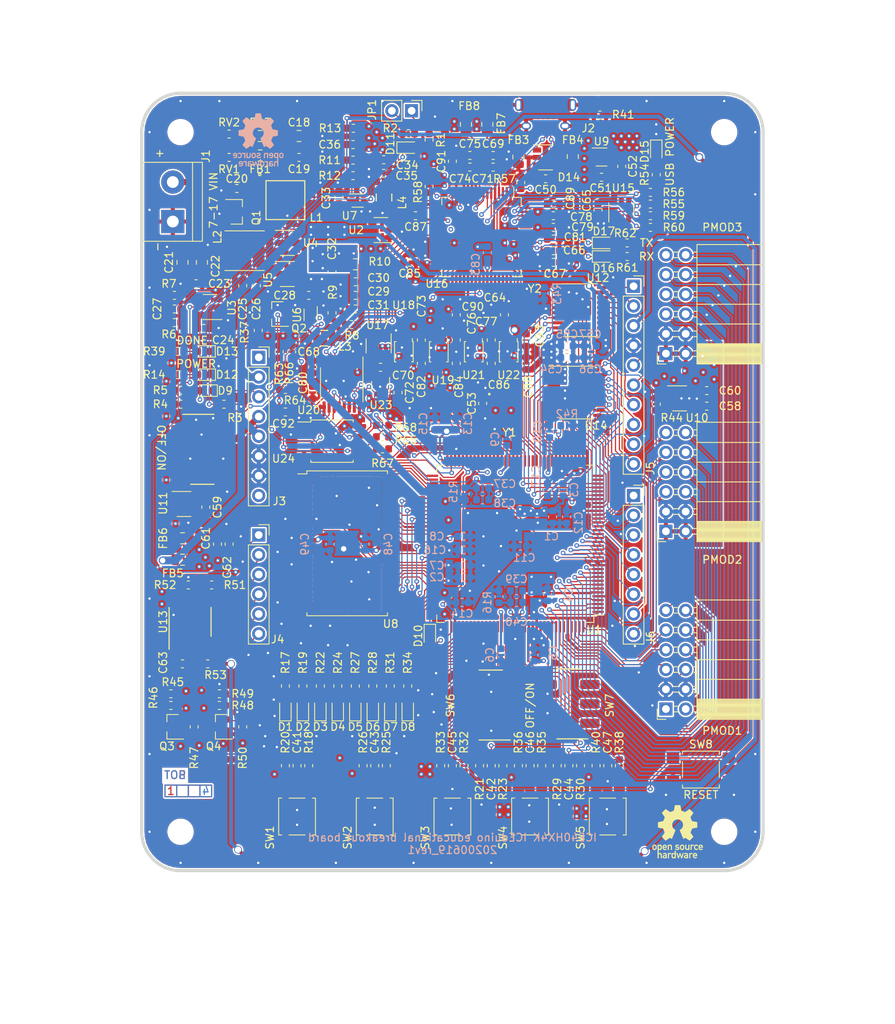
<source format=kicad_pcb>
(kicad_pcb (version 20171130) (host pcbnew "(5.1.6)-1")
  (layers (0 F.Cu mixed) (1 In1.Cu power) (2 In2.Cu power) (31 B.Cu signal) (34 B.Paste user) (35 F.Paste user) (36 B.SilkS user) (37 F.SilkS user) (38 B.Mask user) (39 F.Mask user) (44 Edge.Cuts user))
  (net 0 "")
  (net 1 +3V3)
  (net 2 GND)
  (net 3 +1V2)
  (net 4 /Power/7-17VIN_PROTECTION/V_IN_FILTERED)
  (net 5 /Power/7-17VIN_PROTECTION/GND_IN_FILTERED)
  (net 6 /Power/7-17VIN_PROTECTION/V_IN_CHOKE)
  (net 7 /V_IN_PROTECTED)
  (net 8 "Net-(C24-Pad1)")
  (net 9 "Net-(C24-Pad2)")
  (net 10 /Power/7-17VIN-5V_REGULATOR/5V_IN)
  (net 11 /Power/7-17VIN-5V_REGULATOR/FB_5V)
  (net 12 +5V)
  (net 13 /Power/5V_1V2_REGULATOR/1V2_REG)
  (net 14 /Power/5V_1V2_REGULATOR/FB_1V2)
  (net 15 /Power/5V_3V3_REGULATOR/FB_3V3)
  (net 16 /GNDPLL_0)
  (net 17 /VCCPLL_0)
  (net 18 /GNDPLL_1)
  (net 19 /VCCPLL_1)
  (net 20 /SW1)
  (net 21 /SW6)
  (net 22 /SW2)
  (net 23 /SW7)
  (net 24 /SW3)
  (net 25 /SW4)
  (net 26 /SW5)
  (net 27 /USB/VBUS_IN)
  (net 28 /USB/GNDBUS)
  (net 29 VBUS)
  (net 30 +3V3_FTDI)
  (net 31 /HEADER/PMOD_3V3)
  (net 32 /HEADER/INO_3V3)
  (net 33 /HEADER/ADC_VCC)
  (net 34 "Net-(C63-Pad1)")
  (net 35 /USB_PROGRAMMER/1V8)
  (net 36 /USB_PROGRAMMER/V_USB_PHY)
  (net 37 /USB_PROGRAMMER/V_USB_PLL)
  (net 38 "Net-(D1-Pad2)")
  (net 39 "Net-(D2-Pad2)")
  (net 40 "Net-(D3-Pad2)")
  (net 41 "Net-(D4-Pad2)")
  (net 42 "Net-(D5-Pad2)")
  (net 43 "Net-(D6-Pad2)")
  (net 44 "Net-(D7-Pad2)")
  (net 45 "Net-(D8-Pad2)")
  (net 46 /CRESET_B)
  (net 47 /INO_RESET)
  (net 48 "Net-(D10-Pad1)")
  (net 49 /Power/EN_LOW_VOLTAGE)
  (net 50 "Net-(D11-Pad2)")
  (net 51 "Net-(D12-Pad2)")
  (net 52 "Net-(D13-Pad1)")
  (net 53 "Net-(D13-Pad2)")
  (net 54 /USB_D_P)
  (net 55 "Net-(D14-Pad3)")
  (net 56 "Net-(D14-Pad4)")
  (net 57 /USB_D_N)
  (net 58 "Net-(D15-Pad2)")
  (net 59 "Net-(D16-Pad1)")
  (net 60 "Net-(D16-Pad2)")
  (net 61 "Net-(D17-Pad2)")
  (net 62 "Net-(D17-Pad1)")
  (net 63 /Power/7-17VIN_PROTECTION/V_IN)
  (net 64 /Power/7-17VIN_PROTECTION/GND_IN)
  (net 65 "Net-(J2-Pad4)")
  (net 66 "Net-(J2-Pad6)")
  (net 67 "Net-(J3-Pad8)")
  (net 68 "Net-(J3-Pad1)")
  (net 69 /HEADER/INO_A0)
  (net 70 /HEADER/INO_A1)
  (net 71 /HEADER/INO_A2)
  (net 72 /HEADER/INO_A3)
  (net 73 /HEADER/INO_A4)
  (net 74 /HEADER/INO_A5)
  (net 75 /HEADER/INO_SCL)
  (net 76 /HEADER/INO_SDA)
  (net 77 /HEADER/INO_AREF)
  (net 78 /HEADER/INO_SCK)
  (net 79 /HEADER/INO_MISO)
  (net 80 /HEADER/INO_MOSI)
  (net 81 /HEADER/INO_SS)
  (net 82 /HEADER/INO_D9)
  (net 83 /HEADER/INO_D8)
  (net 84 /HEADER/INO_D7)
  (net 85 /HEADER/INO_D6)
  (net 86 /HEADER/INO_D5)
  (net 87 /HEADER/INO_D4)
  (net 88 /HEADER/INO_D3)
  (net 89 /HEADER/INO_D2)
  (net 90 /HEADER/INO_TX)
  (net 91 /HEADER/INO_RX)
  (net 92 "Net-(JP1-Pad1)")
  (net 93 "Net-(L3-Pad1)")
  (net 94 "Net-(L4-Pad1)")
  (net 95 /P4_1)
  (net 96 /P10_1)
  (net 97 /P3_1)
  (net 98 /P9_1)
  (net 99 /P2_1)
  (net 100 /P8_1)
  (net 101 /P1_1)
  (net 102 /P7_1)
  (net 103 /P4_2)
  (net 104 /P10_2)
  (net 105 /P3_2)
  (net 106 /P9_2)
  (net 107 /P2_2)
  (net 108 /P8_2)
  (net 109 /P1_2)
  (net 110 /P7_2)
  (net 111 /P7_3)
  (net 112 /P1_3)
  (net 113 /P8_3)
  (net 114 /P2_3)
  (net 115 /P9_3)
  (net 116 /P3_3)
  (net 117 /P10_3)
  (net 118 /P4_3)
  (net 119 /CDONE)
  (net 120 /HEADER/ADC_SDA_5V)
  (net 121 /ADC_SDA_3V3)
  (net 122 /ADC_SCL_3V3)
  (net 123 /HEADER/ADC_SCL_5V)
  (net 124 /Power/EN_HIGH_VOLTAGE)
  (net 125 /LED0)
  (net 126 "Net-(R18-Pad2)")
  (net 127 /LED1)
  (net 128 "Net-(R21-Pad2)")
  (net 129 /LED2)
  (net 130 /LED3)
  (net 131 "Net-(R25-Pad2)")
  (net 132 /LED4)
  (net 133 /LED5)
  (net 134 "Net-(R29-Pad2)")
  (net 135 /LED6)
  (net 136 "Net-(R32-Pad2)")
  (net 137 /LED7)
  (net 138 "Net-(R35-Pad2)")
  (net 139 "Net-(R38-Pad2)")
  (net 140 /OE0)
  (net 141 /OE1)
  (net 142 /PMOD_PWR_EN)
  (net 143 "Net-(R51-Pad2)")
  (net 144 "Net-(R55-Pad2)")
  (net 145 "Net-(R56-Pad2)")
  (net 146 "Net-(R57-Pad2)")
  (net 147 "Net-(R58-Pad2)")
  (net 148 "Net-(R59-Pad2)")
  (net 149 "Net-(R60-Pad2)")
  (net 150 "Net-(R63-Pad1)")
  (net 151 /SS)
  (net 152 /SCK)
  (net 153 "Net-(R66-Pad1)")
  (net 154 "Net-(SW6-Pad1)")
  (net 155 "Net-(SW6-Pad2)")
  (net 156 "Net-(SW6-Pad3)")
  (net 157 "Net-(SW6-Pad6)")
  (net 158 "Net-(SW7-Pad6)")
  (net 159 "Net-(SW7-Pad3)")
  (net 160 "Net-(SW7-Pad2)")
  (net 161 "Net-(SW7-Pad1)")
  (net 162 "Net-(SW9-Pad3)")
  (net 163 "Net-(SW9-Pad6)")
  (net 164 /CLK_12M)
  (net 165 "Net-(U1-Pad23)")
  (net 166 /FPGA_INO_SCK)
  (net 167 /FPGA_INO_MISO)
  (net 168 /FPGA_INO_SDA)
  (net 169 /FPGA_INO_SCL)
  (net 170 /FPGA_INO_MOSI)
  (net 171 /FPGA_INO_SS)
  (net 172 /FPGA_INO_D9)
  (net 173 /FPGA_INO_D8)
  (net 174 "Net-(U1-Pad133)")
  (net 175 /FPGA_INO_TX)
  (net 176 /FPGA_INO_RX)
  (net 177 /FPGA_INO_D2)
  (net 178 /FPGA_INO_D3)
  (net 179 /FPGA_INO_D4)
  (net 180 /FPGA_INO_D5)
  (net 181 /FPGA_INO_D6)
  (net 182 /FPGA_INO_D7)
  (net 183 /~DTR~)
  (net 184 /~DCD~)
  (net 185 /IC_CLK_50M)
  (net 186 /~DSR~)
  (net 187 /~CTS~)
  (net 188 /RXD)
  (net 189 /~RTS~)
  (net 190 /TXD)
  (net 191 /A0)
  (net 192 /A1)
  (net 193 /A2)
  (net 194 /A3)
  (net 195 /A4)
  (net 196 /A18)
  (net 197 /IO0)
  (net 198 /A17)
  (net 199 /IO1)
  (net 200 /A16)
  (net 201 /IO2)
  (net 202 /A15)
  (net 203 /~SRAM_OE~)
  (net 204 /IO7)
  (net 205 /IO6)
  (net 206 /IO3)
  (net 207 /IO5)
  (net 208 /~SRAM_WE~)
  (net 209 /IO4)
  (net 210 /A14)
  (net 211 /A13)
  (net 212 /A12)
  (net 213 /A11)
  (net 214 /A10)
  (net 215 /A5)
  (net 216 /A6)
  (net 217 /A7)
  (net 218 /A8)
  (net 219 /A9)
  (net 220 "Net-(U1-Pad109)")
  (net 221 /~SRAM_CE~)
  (net 222 "Net-(U1-Pad135)")
  (net 223 "Net-(U2-Pad4)")
  (net 224 "Net-(U4-Pad4)")
  (net 225 "Net-(U5-Pad4)")
  (net 226 "Net-(U8-Pad1)")
  (net 227 "Net-(U8-Pad2)")
  (net 228 "Net-(U8-Pad21)")
  (net 229 "Net-(U8-Pad22)")
  (net 230 "Net-(U8-Pad23)")
  (net 231 "Net-(U8-Pad24)")
  (net 232 "Net-(U8-Pad25)")
  (net 233 "Net-(U8-Pad42)")
  (net 234 "Net-(U8-Pad43)")
  (net 235 "Net-(U8-Pad44)")
  (net 236 "Net-(U9-Pad4)")
  (net 237 "Net-(U10-Pad4)")
  (net 238 "Net-(U11-Pad4)")
  (net 239 "Net-(U13-Pad2)")
  (net 240 "Net-(U13-Pad3)")
  (net 241 "Net-(U13-Pad4)")
  (net 242 "Net-(U13-Pad12)")
  (net 243 /USB_PROGRAMMER/12_MHZ)
  (net 244 "Net-(U16-Pad3)")
  (net 245 /USB_PROGRAMMER/FTDI_SCK)
  (net 246 /USB_PROGRAMMER/FTDI_MOSI)
  (net 247 /USB_PROGRAMMER/FTDI_MISO)
  (net 248 "Net-(U16-Pad19)")
  (net 249 /USB_PROGRAMMER/FTDI_SS)
  (net 250 "Net-(U16-Pad22)")
  (net 251 /USB_PROGRAMMER/FTDI_CDONE)
  (net 252 /USB_PROGRAMMER/FTDI_CRESET_B)
  (net 253 "Net-(U16-Pad26)")
  (net 254 "Net-(U16-Pad27)")
  (net 255 "Net-(U16-Pad28)")
  (net 256 "Net-(U16-Pad29)")
  (net 257 "Net-(U16-Pad30)")
  (net 258 "Net-(U16-Pad32)")
  (net 259 "Net-(U16-Pad33)")
  (net 260 "Net-(U16-Pad34)")
  (net 261 "Net-(U16-Pad36)")
  (net 262 /USB_PROGRAMMER/FTDI_TXD)
  (net 263 /USB_PROGRAMMER/FTDI_RXD)
  (net 264 /USB_PROGRAMMER/~FTDI_RTS~)
  (net 265 /USB_PROGRAMMER/~FTDI_CTS~)
  (net 266 /USB_PROGRAMMER/~FTDI_DTR~)
  (net 267 /USB_PROGRAMMER/~FTDI_DSR~)
  (net 268 /USB_PROGRAMMER/~FTDI_DCD~)
  (net 269 "Net-(U16-Pad46)")
  (net 270 "Net-(U16-Pad48)")
  (net 271 "Net-(U16-Pad52)")
  (net 272 "Net-(U16-Pad53)")
  (net 273 "Net-(U16-Pad57)")
  (net 274 "Net-(U16-Pad58)")
  (net 275 "Net-(U16-Pad59)")
  (net 276 "Net-(U16-Pad60)")
  (net 277 /USB_PROGRAMMER/~1OE~)
  (net 278 /FLASH_IO2)
  (net 279 /FLASH_IO3)
  (net 280 /FLASH_IO0)
  (net 281 /FLASH_IO1)
  (module footprints:OSHW (layer B.Cu) (at 55 46 180)
    (fp_text reference G*** hide)
    (fp_text value LOGO hide)
  )
  (module footprints:OSHW (layer F.Cu) (at 109 135)
    (fp_text reference G*** hide)
    (fp_text value LOGO hide)
  )
  (module Package_SO:TSSOP-16_4.4x5mm_P0.65mm (layer F.Cu) (at 65.75 77.5 270)
    (fp_text reference U20 (at 3.25 4.25) (layer F.SilkS))
    (fp_text value SN74AXC4T245PWR)
    (pad 1 smd roundrect (at -2.8625 -2.275 270) (size 1.475 0.4) (layers F.Cu F.Paste F.Mask) (net 30 +3V3_FTDI))
    (pad 2 smd roundrect (at -2.8625 -1.625 270) (size 1.475 0.4) (layers F.Cu F.Paste F.Mask) (net 30 +3V3_FTDI))
    (pad 3 smd roundrect (at -2.8625 -0.975 270) (size 1.475 0.4) (layers F.Cu F.Paste F.Mask) (net 2 GND))
    (pad 4 smd roundrect (at -2.8625 -0.325 270) (size 1.475 0.4) (layers F.Cu F.Paste F.Mask) (net 246 /USB_PROGRAMMER/FTDI_MOSI))
    (pad 5 smd roundrect (at -2.8625 0.325 270) (size 1.475 0.4) (layers F.Cu F.Paste F.Mask) (net 245 /USB_PROGRAMMER/FTDI_SCK))
    (pad 6 smd roundrect (at -2.8625 0.975 270) (size 1.475 0.4) (layers F.Cu F.Paste F.Mask) (net 251 /USB_PROGRAMMER/FTDI_CDONE))
    (pad 7 smd roundrect (at -2.8625 1.625 270) (size 1.475 0.4) (layers F.Cu F.Paste F.Mask) (net 247 /USB_PROGRAMMER/FTDI_MISO))
    (pad 8 smd roundrect (at -2.8625 2.275 270) (size 1.475 0.4) (layers F.Cu F.Paste F.Mask) (net 2 GND))
    (pad 9 smd roundrect (at 2.8625 2.275 270) (size 1.475 0.4) (layers F.Cu F.Paste F.Mask) (net 2 GND))
    (pad 10 smd roundrect (at 2.8625 1.625 270) (size 1.475 0.4) (layers F.Cu F.Paste F.Mask) (net 281 /FLASH_IO1))
    (pad 11 smd roundrect (at 2.8625 0.975 270) (size 1.475 0.4) (layers F.Cu F.Paste F.Mask) (net 119 /CDONE))
    (pad 12 smd roundrect (at 2.8625 0.325 270) (size 1.475 0.4) (layers F.Cu F.Paste F.Mask) (net 152 /SCK))
    (pad 13 smd roundrect (at 2.8625 -0.325 270) (size 1.475 0.4) (layers F.Cu F.Paste F.Mask) (net 280 /FLASH_IO0))
    (pad 14 smd roundrect (at 2.8625 -0.975 270) (size 1.475 0.4) (layers F.Cu F.Paste F.Mask) (net 2 GND))
    (pad 15 smd roundrect (at 2.8625 -1.625 270) (size 1.475 0.4) (layers F.Cu F.Paste F.Mask) (net 277 /USB_PROGRAMMER/~1OE~))
    (pad 16 smd roundrect (at 2.8625 -2.275 270) (size 1.475 0.4) (layers F.Cu F.Paste F.Mask) (net 1 +3V3))
  )
  (module Package_QFP:TQFP-144_20x20mm_P0.5mm (layer F.Cu) (at 88.0999 97.95764 180)
    (fp_text reference U1 (at -10.1501 -11.04236) (layer F.SilkS))
    (fp_text value ICE40HX4K-TQ144)
    (pad 1 smd roundrect (at -10.6625 -8.75 180) (size 1.475 0.3) (layers F.Cu F.Paste F.Mask) (net 111 /P7_3))
    (pad 2 smd roundrect (at -10.6625 -8.25 180) (size 1.475 0.3) (layers F.Cu F.Paste F.Mask) (net 112 /P1_3))
    (pad 3 smd roundrect (at -10.6625 -7.75 180) (size 1.475 0.3) (layers F.Cu F.Paste F.Mask) (net 113 /P8_3))
    (pad 4 smd roundrect (at -10.6625 -7.25 180) (size 1.475 0.3) (layers F.Cu F.Paste F.Mask) (net 114 /P2_3))
    (pad 5 smd roundrect (at -10.6625 -6.75 180) (size 1.475 0.3) (layers F.Cu F.Paste F.Mask) (net 2 GND))
    (pad 6 smd roundrect (at -10.6625 -6.25 180) (size 1.475 0.3) (layers F.Cu F.Paste F.Mask) (net 1 +3V3))
    (pad 7 smd roundrect (at -10.6625 -5.75 180) (size 1.475 0.3) (layers F.Cu F.Paste F.Mask) (net 115 /P9_3))
    (pad 8 smd roundrect (at -10.6625 -5.25 180) (size 1.475 0.3) (layers F.Cu F.Paste F.Mask) (net 116 /P3_3))
    (pad 9 smd roundrect (at -10.6625 -4.75 180) (size 1.475 0.3) (layers F.Cu F.Paste F.Mask) (net 117 /P10_3))
    (pad 10 smd roundrect (at -10.6625 -4.25 180) (size 1.475 0.3) (layers F.Cu F.Paste F.Mask) (net 118 /P4_3))
    (pad 11 smd roundrect (at -10.6625 -3.75 180) (size 1.475 0.3) (layers F.Cu F.Paste F.Mask) (net 110 /P7_2))
    (pad 12 smd roundrect (at -10.6625 -3.25 180) (size 1.475 0.3) (layers F.Cu F.Paste F.Mask) (net 108 /P8_2))
    (pad 13 smd roundrect (at -10.6625 -2.75 180) (size 1.475 0.3) (layers F.Cu F.Paste F.Mask) (net 2 GND))
    (pad 14 smd roundrect (at -10.6625 -2.25 180) (size 1.475 0.3) (layers F.Cu F.Paste F.Mask) (net 2 GND))
    (pad 15 smd roundrect (at -10.6625 -1.75 180) (size 1.475 0.3) (layers F.Cu F.Paste F.Mask) (net 106 /P9_2))
    (pad 16 smd roundrect (at -10.6625 -1.25 180) (size 1.475 0.3) (layers F.Cu F.Paste F.Mask) (net 104 /P10_2))
    (pad 17 smd roundrect (at -10.6625 -0.75 180) (size 1.475 0.3) (layers F.Cu F.Paste F.Mask) (net 103 /P4_2))
    (pad 18 smd roundrect (at -10.6625 -0.25 180) (size 1.475 0.3) (layers F.Cu F.Paste F.Mask) (net 105 /P3_2))
    (pad 19 smd roundrect (at -10.6625 0.25 180) (size 1.475 0.3) (layers F.Cu F.Paste F.Mask) (net 107 /P2_2))
    (pad 20 smd roundrect (at -10.6625 0.75 180) (size 1.475 0.3) (layers F.Cu F.Paste F.Mask) (net 109 /P1_2))
    (pad 21 smd roundrect (at -10.6625 1.25 180) (size 1.475 0.3) (layers F.Cu F.Paste F.Mask) (net 164 /CLK_12M))
    (pad 22 smd roundrect (at -10.6625 1.75 180) (size 1.475 0.3) (layers F.Cu F.Paste F.Mask) (net 142 /PMOD_PWR_EN))
    (pad 23 smd roundrect (at -10.6625 2.25 180) (size 1.475 0.3) (layers F.Cu F.Paste F.Mask) (net 165 "Net-(U1-Pad23)"))
    (pad 24 smd roundrect (at -10.6625 2.75 180) (size 1.475 0.3) (layers F.Cu F.Paste F.Mask) (net 169 /FPGA_INO_SCL))
    (pad 25 smd roundrect (at -10.6625 3.25 180) (size 1.475 0.3) (layers F.Cu F.Paste F.Mask) (net 168 /FPGA_INO_SDA))
    (pad 26 smd roundrect (at -10.6625 3.75 180) (size 1.475 0.3) (layers F.Cu F.Paste F.Mask) (net 167 /FPGA_INO_MISO))
    (pad 27 smd roundrect (at -10.6625 4.25 180) (size 1.475 0.3) (layers F.Cu F.Paste F.Mask) (net 3 +1V2))
    (pad 28 smd roundrect (at -10.6625 4.75 180) (size 1.475 0.3) (layers F.Cu F.Paste F.Mask) (net 166 /FPGA_INO_SCK))
    (pad 29 smd roundrect (at -10.6625 5.25 180) (size 1.475 0.3) (layers F.Cu F.Paste F.Mask) (net 170 /FPGA_INO_MOSI))
    (pad 30 smd roundrect (at -10.6625 5.75 180) (size 1.475 0.3) (layers F.Cu F.Paste F.Mask) (net 1 +3V3))
    (pad 31 smd roundrect (at -10.6625 6.25 180) (size 1.475 0.3) (layers F.Cu F.Paste F.Mask) (net 141 /OE1))
    (pad 32 smd roundrect (at -10.6625 6.75 180) (size 1.475 0.3) (layers F.Cu F.Paste F.Mask) (net 173 /FPGA_INO_D8))
    (pad 33 smd roundrect (at -10.6625 7.25 180) (size 1.475 0.3) (layers F.Cu F.Paste F.Mask) (net 172 /FPGA_INO_D9))
    (pad 34 smd roundrect (at -10.6625 7.75 180) (size 1.475 0.3) (layers F.Cu F.Paste F.Mask) (net 171 /FPGA_INO_SS))
    (pad 35 smd roundrect (at -10.6625 8.25 180) (size 1.475 0.3) (layers F.Cu F.Paste F.Mask) (net 174 "Net-(U1-Pad133)"))
    (pad 36 smd roundrect (at -10.6625 8.75 180) (size 1.475 0.3) (layers F.Cu F.Paste F.Mask) (net 174 "Net-(U1-Pad133)"))
    (pad 37 smd roundrect (at -8.75 10.6625 180) (size 0.3 1.475) (layers F.Cu F.Paste F.Mask) (net 176 /FPGA_INO_RX))
    (pad 38 smd roundrect (at -8.25 10.6625 180) (size 0.3 1.475) (layers F.Cu F.Paste F.Mask) (net 175 /FPGA_INO_TX))
    (pad 39 smd roundrect (at -7.75 10.6625 180) (size 0.3 1.475) (layers F.Cu F.Paste F.Mask) (net 140 /OE0))
    (pad 40 smd roundrect (at -7.25 10.6625 180) (size 0.3 1.475) (layers F.Cu F.Paste F.Mask) (net 3 +1V2))
    (pad 41 smd roundrect (at -6.75 10.6625 180) (size 0.3 1.475) (layers F.Cu F.Paste F.Mask) (net 177 /FPGA_INO_D2))
    (pad 42 smd roundrect (at -6.25 10.6625 180) (size 0.3 1.475) (layers F.Cu F.Paste F.Mask) (net 178 /FPGA_INO_D3))
    (pad 43 smd roundrect (at -5.75 10.6625 180) (size 0.3 1.475) (layers F.Cu F.Paste F.Mask) (net 179 /FPGA_INO_D4))
    (pad 44 smd roundrect (at -5.25 10.6625 180) (size 0.3 1.475) (layers F.Cu F.Paste F.Mask) (net 180 /FPGA_INO_D5))
    (pad 45 smd roundrect (at -4.75 10.6625 180) (size 0.3 1.475) (layers F.Cu F.Paste F.Mask) (net 181 /FPGA_INO_D6))
    (pad 46 smd roundrect (at -4.25 10.6625 180) (size 0.3 1.475) (layers F.Cu F.Paste F.Mask) (net 1 +3V3))
    (pad 47 smd roundrect (at -3.75 10.6625 180) (size 0.3 1.475) (layers F.Cu F.Paste F.Mask) (net 182 /FPGA_INO_D7))
    (pad 48 smd roundrect (at -3.25 10.6625 180) (size 0.3 1.475) (layers F.Cu F.Paste F.Mask) (net 183 /~DTR~))
    (pad 49 smd roundrect (at -2.75 10.6625 180) (size 0.3 1.475) (layers F.Cu F.Paste F.Mask) (net 184 /~DCD~))
    (pad 50 smd roundrect (at -2.25 10.6625 180) (size 0.3 1.475) (layers F.Cu F.Paste F.Mask) (net 174 "Net-(U1-Pad133)"))
    (pad 51 smd roundrect (at -1.75 10.6625 180) (size 0.3 1.475) (layers F.Cu F.Paste F.Mask) (net 174 "Net-(U1-Pad133)"))
    (pad 52 smd roundrect (at -1.25 10.6625 180) (size 0.3 1.475) (layers F.Cu F.Paste F.Mask) (net 185 /IC_CLK_50M))
    (pad 53 smd roundrect (at -0.75 10.6625 180) (size 0.3 1.475) (layers F.Cu F.Paste F.Mask) (net 16 /GNDPLL_0))
    (pad 54 smd roundrect (at -0.25 10.6625 180) (size 0.3 1.475) (layers F.Cu F.Paste F.Mask) (net 17 /VCCPLL_0))
    (pad 55 smd roundrect (at 0.25 10.6625 180) (size 0.3 1.475) (layers F.Cu F.Paste F.Mask) (net 186 /~DSR~))
    (pad 56 smd roundrect (at 0.75 10.6625 180) (size 0.3 1.475) (layers F.Cu F.Paste F.Mask) (net 187 /~CTS~))
    (pad 57 smd roundrect (at 1.25 10.6625 180) (size 0.3 1.475) (layers F.Cu F.Paste F.Mask) (net 1 +3V3))
    (pad 58 smd roundrect (at 1.75 10.6625 180) (size 0.3 1.475) (layers F.Cu F.Paste F.Mask) (net 174 "Net-(U1-Pad133)"))
    (pad 59 smd roundrect (at 2.25 10.6625 180) (size 0.3 1.475) (layers F.Cu F.Paste F.Mask) (net 2 GND))
    (pad 60 smd roundrect (at 2.75 10.6625 180) (size 0.3 1.475) (layers F.Cu F.Paste F.Mask) (net 188 /RXD))
    (pad 61 smd roundrect (at 3.25 10.6625 180) (size 0.3 1.475) (layers F.Cu F.Paste F.Mask) (net 189 /~RTS~))
    (pad 62 smd roundrect (at 3.75 10.6625 180) (size 0.3 1.475) (layers F.Cu F.Paste F.Mask) (net 190 /TXD))
    (pad 63 smd roundrect (at 4.25 10.6625 180) (size 0.3 1.475) (layers F.Cu F.Paste F.Mask) (net 279 /FLASH_IO3))
    (pad 64 smd roundrect (at 4.75 10.6625 180) (size 0.3 1.475) (layers F.Cu F.Paste F.Mask) (net 278 /FLASH_IO2))
    (pad 65 smd roundrect (at 5.25 10.6625 180) (size 0.3 1.475) (layers F.Cu F.Paste F.Mask) (net 119 /CDONE))
    (pad 66 smd roundrect (at 5.75 10.6625 180) (size 0.3 1.475) (layers F.Cu F.Paste F.Mask) (net 46 /CRESET_B))
    (pad 67 smd roundrect (at 6.25 10.6625 180) (size 0.3 1.475) (layers F.Cu F.Paste F.Mask) (net 280 /FLASH_IO0))
    (pad 68 smd roundrect (at 6.75 10.6625 180) (size 0.3 1.475) (layers F.Cu F.Paste F.Mask) (net 281 /FLASH_IO1))
    (pad 69 smd roundrect (at 7.25 10.6625 180) (size 0.3 1.475) (layers F.Cu F.Paste F.Mask) (net 2 GND))
    (pad 70 smd roundrect (at 7.75 10.6625 180) (size 0.3 1.475) (layers F.Cu F.Paste F.Mask) (net 152 /SCK))
    (pad 71 smd roundrect (at 8.25 10.6625 180) (size 0.3 1.475) (layers F.Cu F.Paste F.Mask) (net 151 /SS))
    (pad 72 smd roundrect (at 8.75 10.6625 180) (size 0.3 1.475) (layers F.Cu F.Paste F.Mask) (net 1 +3V3))
    (pad 73 smd roundrect (at 10.6625 8.75 180) (size 1.475 0.3) (layers F.Cu F.Paste F.Mask) (net 191 /A0))
    (pad 74 smd roundrect (at 10.6625 8.25 180) (size 1.475 0.3) (layers F.Cu F.Paste F.Mask) (net 192 /A1))
    (pad 75 smd roundrect (at 10.6625 7.75 180) (size 1.475 0.3) (layers F.Cu F.Paste F.Mask) (net 193 /A2))
    (pad 76 smd roundrect (at 10.6625 7.25 180) (size 1.475 0.3) (layers F.Cu F.Paste F.Mask) (net 194 /A3))
    (pad 77 smd roundrect (at 10.6625 6.75 180) (size 1.475 0.3) (layers F.Cu F.Paste F.Mask) (net 174 "Net-(U1-Pad133)"))
    (pad 78 smd roundrect (at 10.6625 6.25 180) (size 1.475 0.3) (layers F.Cu F.Paste F.Mask) (net 195 /A4))
    (pad 79 smd roundrect (at 10.6625 5.75 180) (size 1.475 0.3) (layers F.Cu F.Paste F.Mask) (net 196 /A18))
    (pad 80 smd roundrect (at 10.6625 5.25 180) (size 1.475 0.3) (layers F.Cu F.Paste F.Mask) (net 197 /IO0))
    (pad 81 smd roundrect (at 10.6625 4.75 180) (size 1.475 0.3) (layers F.Cu F.Paste F.Mask) (net 198 /A17))
    (pad 82 smd roundrect (at 10.6625 4.25 180) (size 1.475 0.3) (layers F.Cu F.Paste F.Mask) (net 199 /IO1))
    (pad 83 smd roundrect (at 10.6625 3.75 180) (size 1.475 0.3) (layers F.Cu F.Paste F.Mask) (net 200 /A16))
    (pad 84 smd roundrect (at 10.6625 3.25 180) (size 1.475 0.3) (layers F.Cu F.Paste F.Mask) (net 201 /IO2))
    (pad 85 smd roundrect (at 10.6625 2.75 180) (size 1.475 0.3) (layers F.Cu F.Paste F.Mask) (net 202 /A15))
    (pad 86 smd roundrect (at 10.6625 2.25 180) (size 1.475 0.3) (layers F.Cu F.Paste F.Mask) (net 2 GND))
    (pad 87 smd roundrect (at 10.6625 1.75 180) (size 1.475 0.3) (layers F.Cu F.Paste F.Mask) (net 203 /~SRAM_OE~))
    (pad 88 smd roundrect (at 10.6625 1.25 180) (size 1.475 0.3) (layers F.Cu F.Paste F.Mask) (net 204 /IO7))
    (pad 89 smd roundrect (at 10.6625 0.75 180) (size 1.475 0.3) (layers F.Cu F.Paste F.Mask) (net 1 +3V3))
    (pad 90 smd roundrect (at 10.6625 0.25 180) (size 1.475 0.3) (layers F.Cu F.Paste F.Mask) (net 205 /IO6))
    (pad 91 smd roundrect (at 10.6625 -0.25 180) (size 1.475 0.3) (layers F.Cu F.Paste F.Mask) (net 206 /IO3))
    (pad 92 smd roundrect (at 10.6625 -0.75 180) (size 1.475 0.3) (layers F.Cu F.Paste F.Mask) (net 3 +1V2))
    (pad 93 smd roundrect (at 10.6625 -1.25 180) (size 1.475 0.3) (layers F.Cu F.Paste F.Mask) (net 207 /IO5))
    (pad 94 smd roundrect (at 10.6625 -1.75 180) (size 1.475 0.3) (layers F.Cu F.Paste F.Mask) (net 208 /~SRAM_WE~))
    (pad 95 smd roundrect (at 10.6625 -2.25 180) (size 1.475 0.3) (layers F.Cu F.Paste F.Mask) (net 209 /IO4))
    (pad 96 smd roundrect (at 10.6625 -2.75 180) (size 1.475 0.3) (layers F.Cu F.Paste F.Mask) (net 210 /A14))
    (pad 97 smd roundrect (at 10.6625 -3.25 180) (size 1.475 0.3) (layers F.Cu F.Paste F.Mask) (net 211 /A13))
    (pad 98 smd roundrect (at 10.6625 -3.75 180) (size 1.475 0.3) (layers F.Cu F.Paste F.Mask) (net 212 /A12))
    (pad 99 smd roundrect (at 10.6625 -4.25 180) (size 1.475 0.3) (layers F.Cu F.Paste F.Mask) (net 213 /A11))
    (pad 100 smd roundrect (at 10.6625 -4.75 180) (size 1.475 0.3) (layers F.Cu F.Paste F.Mask) (net 1 +3V3))
    (pad 101 smd roundrect (at 10.6625 -5.25 180) (size 1.475 0.3) (layers F.Cu F.Paste F.Mask) (net 214 /A10))
    (pad 102 smd roundrect (at 10.6625 -5.75 180) (size 1.475 0.3) (layers F.Cu F.Paste F.Mask) (net 215 /A5))
    (pad 103 smd roundrect (at 10.6625 -6.25 180) (size 1.475 0.3) (layers F.Cu F.Paste F.Mask) (net 2 GND))
    (pad 104 smd roundrect (at 10.6625 -6.75 180) (size 1.475 0.3) (layers F.Cu F.Paste F.Mask) (net 216 /A6))
    (pad 105 smd roundrect (at 10.6625 -7.25 180) (size 1.475 0.3) (layers F.Cu F.Paste F.Mask) (net 217 /A7))
    (pad 106 smd roundrect (at 10.6625 -7.75 180) (size 1.475 0.3) (layers F.Cu F.Paste F.Mask) (net 218 /A8))
    (pad 107 smd roundrect (at 10.6625 -8.25 180) (size 1.475 0.3) (layers F.Cu F.Paste F.Mask) (net 219 /A9))
    (pad 108 smd roundrect (at 10.6625 -8.75 180) (size 1.475 0.3) (layers F.Cu F.Paste F.Mask) (net 48 "Net-(D10-Pad1)"))
    (pad 109 smd roundrect (at 8.75 -10.6625 180) (size 0.3 1.475) (layers F.Cu F.Paste F.Mask) (net 220 "Net-(U1-Pad109)"))
    (pad 110 smd roundrect (at 8.25 -10.6625 180) (size 0.3 1.475) (layers F.Cu F.Paste F.Mask) (net 221 /~SRAM_CE~))
    (pad 111 smd roundrect (at 7.75 -10.6625 180) (size 0.3 1.475) (layers F.Cu F.Paste F.Mask) (net 3 +1V2))
    (pad 112 smd roundrect (at 7.25 -10.6625 180) (size 0.3 1.475) (layers F.Cu F.Paste F.Mask) (net 125 /LED0))
    (pad 113 smd roundrect (at 6.75 -10.6625 180) (size 0.3 1.475) (layers F.Cu F.Paste F.Mask) (net 127 /LED1))
    (pad 114 smd roundrect (at 6.25 -10.6625 180) (size 0.3 1.475) (layers F.Cu F.Paste F.Mask) (net 129 /LED2))
    (pad 115 smd roundrect (at 5.75 -10.6625 180) (size 0.3 1.475) (layers F.Cu F.Paste F.Mask) (net 130 /LED3))
    (pad 116 smd roundrect (at 5.25 -10.6625 180) (size 0.3 1.475) (layers F.Cu F.Paste F.Mask) (net 132 /LED4))
    (pad 117 smd roundrect (at 4.75 -10.6625 180) (size 0.3 1.475) (layers F.Cu F.Paste F.Mask) (net 133 /LED5))
    (pad 118 smd roundrect (at 4.25 -10.6625 180) (size 0.3 1.475) (layers F.Cu F.Paste F.Mask) (net 135 /LED6))
    (pad 119 smd roundrect (at 3.75 -10.6625 180) (size 0.3 1.475) (layers F.Cu F.Paste F.Mask) (net 137 /LED7))
    (pad 120 smd roundrect (at 3.25 -10.6625 180) (size 0.3 1.475) (layers F.Cu F.Paste F.Mask) (net 122 /ADC_SCL_3V3))
    (pad 121 smd roundrect (at 2.75 -10.6625 180) (size 0.3 1.475) (layers F.Cu F.Paste F.Mask) (net 121 /ADC_SDA_3V3))
    (pad 122 smd roundrect (at 2.25 -10.6625 180) (size 0.3 1.475) (layers F.Cu F.Paste F.Mask) (net 20 /SW1))
    (pad 123 smd roundrect (at 1.75 -10.6625 180) (size 0.3 1.475) (layers F.Cu F.Paste F.Mask) (net 1 +3V3))
    (pad 124 smd roundrect (at 1.25 -10.6625 180) (size 0.3 1.475) (layers F.Cu F.Paste F.Mask) (net 22 /SW2))
    (pad 125 smd roundrect (at 0.75 -10.6625 180) (size 0.3 1.475) (layers F.Cu F.Paste F.Mask) (net 24 /SW3))
    (pad 126 smd roundrect (at 0.25 -10.6625 180) (size 0.3 1.475) (layers F.Cu F.Paste F.Mask) (net 19 /VCCPLL_1))
    (pad 127 smd roundrect (at -0.25 -10.6625 180) (size 0.3 1.475) (layers F.Cu F.Paste F.Mask) (net 18 /GNDPLL_1))
    (pad 128 smd roundrect (at -0.75 -10.6625 180) (size 0.3 1.475) (layers F.Cu F.Paste F.Mask) (net 25 /SW4))
    (pad 129 smd roundrect (at -1.25 -10.6625 180) (size 0.3 1.475) (layers F.Cu F.Paste F.Mask) (net 26 /SW5))
    (pad 130 smd roundrect (at -1.75 -10.6625 180) (size 0.3 1.475) (layers F.Cu F.Paste F.Mask) (net 21 /SW6))
    (pad 131 smd roundrect (at -2.25 -10.6625 180) (size 0.3 1.475) (layers F.Cu F.Paste F.Mask) (net 1 +3V3))
    (pad 132 smd roundrect (at -2.75 -10.6625 180) (size 0.3 1.475) (layers F.Cu F.Paste F.Mask) (net 2 GND))
    (pad 133 smd roundrect (at -3.25 -10.6625 180) (size 0.3 1.475) (layers F.Cu F.Paste F.Mask) (net 174 "Net-(U1-Pad133)"))
    (pad 134 smd roundrect (at -3.75 -10.6625 180) (size 0.3 1.475) (layers F.Cu F.Paste F.Mask) (net 23 /SW7))
    (pad 135 smd roundrect (at -4.25 -10.6625 180) (size 0.3 1.475) (layers F.Cu F.Paste F.Mask) (net 222 "Net-(U1-Pad135)"))
    (pad 136 smd roundrect (at -4.75 -10.6625 180) (size 0.3 1.475) (layers F.Cu F.Paste F.Mask) (net 101 /P1_1))
    (pad 137 smd roundrect (at -5.25 -10.6625 180) (size 0.3 1.475) (layers F.Cu F.Paste F.Mask) (net 102 /P7_1))
    (pad 138 smd roundrect (at -5.75 -10.6625 180) (size 0.3 1.475) (layers F.Cu F.Paste F.Mask) (net 100 /P8_1))
    (pad 139 smd roundrect (at -6.25 -10.6625 180) (size 0.3 1.475) (layers F.Cu F.Paste F.Mask) (net 98 /P9_1))
    (pad 140 smd roundrect (at -6.75 -10.6625 180) (size 0.3 1.475) (layers F.Cu F.Paste F.Mask) (net 2 GND))
    (pad 141 smd roundrect (at -7.25 -10.6625 180) (size 0.3 1.475) (layers F.Cu F.Paste F.Mask) (net 96 /P10_1))
    (pad 142 smd roundrect (at -7.75 -10.6625 180) (size 0.3 1.475) (layers F.Cu F.Paste F.Mask) (net 95 /P4_1))
    (pad 143 smd roundrect (at -8.25 -10.6625 180) (size 0.3 1.475) (layers F.Cu F.Paste F.Mask) (net 97 /P3_1))
    (pad 144 smd roundrect (at -8.75 -10.6625 180) (size 0.3 1.475) (layers F.Cu F.Paste F.Mask) (net 99 /P2_1))
  )
  (module Package_SO:QSOP-16_3.9x4.9mm_P0.635mm (layer F.Cu) (at 46.25 108 90)
    (fp_text reference U13 (at 0 -3.5 90) (layer F.SilkS))
    (fp_text value MAX11614)
    (pad 1 smd rect (at -2.6543 -2.2225 90) (size 1.6 0.41) (layers F.Cu F.Paste F.Mask) (net 34 "Net-(C63-Pad1)"))
    (pad 2 smd rect (at -2.6543 -1.5875 90) (size 1.6 0.41) (layers F.Cu F.Paste F.Mask) (net 239 "Net-(U13-Pad2)"))
    (pad 3 smd rect (at -2.6543 -0.9525 90) (size 1.6 0.41) (layers F.Cu F.Paste F.Mask) (net 240 "Net-(U13-Pad3)"))
    (pad 4 smd rect (at -2.6543 -0.3175 90) (size 1.6 0.41) (layers F.Cu F.Paste F.Mask) (net 241 "Net-(U13-Pad4)"))
    (pad 5 smd rect (at -2.6543 0.3175 90) (size 1.6 0.41) (layers F.Cu F.Paste F.Mask) (net 74 /HEADER/INO_A5))
    (pad 6 smd rect (at -2.6543 0.9525 90) (size 1.6 0.41) (layers F.Cu F.Paste F.Mask) (net 73 /HEADER/INO_A4))
    (pad 7 smd rect (at -2.6543 1.5875 90) (size 1.6 0.41) (layers F.Cu F.Paste F.Mask) (net 72 /HEADER/INO_A3))
    (pad 8 smd rect (at -2.6543 2.2225 90) (size 1.6 0.41) (layers F.Cu F.Paste F.Mask) (net 71 /HEADER/INO_A2))
    (pad 9 smd rect (at 2.6543 2.2225 90) (size 1.6 0.41) (layers F.Cu F.Paste F.Mask) (net 70 /HEADER/INO_A1))
    (pad 10 smd rect (at 2.6543 1.5875 90) (size 1.6 0.41) (layers F.Cu F.Paste F.Mask) (net 69 /HEADER/INO_A0))
    (pad 11 smd rect (at 2.6543 0.9525 90) (size 1.6 0.41) (layers F.Cu F.Paste F.Mask) (net 143 "Net-(R51-Pad2)"))
    (pad 12 smd rect (at 2.6543 0.3175 90) (size 1.6 0.41) (layers F.Cu F.Paste F.Mask) (net 242 "Net-(U13-Pad12)"))
    (pad 13 smd rect (at 2.6543 -0.3175 90) (size 1.6 0.41) (layers F.Cu F.Paste F.Mask) (net 123 /HEADER/ADC_SCL_5V))
    (pad 14 smd rect (at 2.6543 -0.9525 90) (size 1.6 0.41) (layers F.Cu F.Paste F.Mask) (net 120 /HEADER/ADC_SDA_5V))
    (pad 15 smd rect (at 2.6543 -1.5875 90) (size 1.6 0.41) (layers F.Cu F.Paste F.Mask) (net 2 GND))
    (pad 16 smd rect (at 2.6543 -2.2225 90) (size 1.6 0.41) (layers F.Cu F.Paste F.Mask) (net 33 /HEADER/ADC_VCC))
  )
  (module Capacitor_SMD:C_0603_1608Metric (layer B.Cu) (at 92.9 94.5 270)
    (fp_text reference C1 (at 2.5 0.15) (layer B.SilkS) (effects (justify mirror)))
    (fp_text value "10 uF 6,3 V")
    (pad 2 smd roundrect (at 0.7875 0 270) (size 0.875 0.95) (layers B.Cu B.Paste B.Mask) (net 2 GND))
    (pad 1 smd roundrect (at -0.7875 0 270) (size 0.875 0.95) (layers B.Cu B.Paste B.Mask) (net 1 +3V3))
  )
  (module Capacitor_SMD:C_0603_1608Metric (layer B.Cu) (at 81.5 102.25)
    (fp_text reference C2 (at -3.5 0 180) (layer B.SilkS) (effects (justify mirror)))
    (fp_text value "10 uF 6,3 V")
    (pad 2 smd roundrect (at 0.7875 0) (size 0.875 0.95) (layers B.Cu B.Paste B.Mask) (net 2 GND))
    (pad 1 smd roundrect (at -0.7875 0) (size 0.875 0.95) (layers B.Cu B.Paste B.Mask) (net 1 +3V3))
  )
  (module Capacitor_SMD:C_0603_1608Metric (layer B.Cu) (at 94.25 91 90)
    (fp_text reference C3 (at 0 1.43 90) (layer B.SilkS) (effects (justify mirror)))
    (fp_text value "100nF 6,3 V")
    (pad 1 smd roundrect (at -0.7875 0 90) (size 0.875 0.95) (layers B.Cu B.Paste B.Mask) (net 1 +3V3))
    (pad 2 smd roundrect (at 0.7875 0 90) (size 0.875 0.95) (layers B.Cu B.Paste B.Mask) (net 2 GND))
  )
  (module Capacitor_SMD:C_0603_1608Metric (layer B.Cu) (at 92.25 104.5 90)
    (fp_text reference C4 (at 0 2.75 90) (layer B.SilkS) (effects (justify mirror)))
    (fp_text value "100nF 6,3 V")
    (pad 1 smd roundrect (at -0.7875 0 90) (size 0.875 0.95) (layers B.Cu B.Paste B.Mask) (net 1 +3V3))
    (pad 2 smd roundrect (at 0.7875 0 90) (size 0.875 0.95) (layers B.Cu B.Paste B.Mask) (net 2 GND))
  )
  (module Capacitor_SMD:C_0603_1608Metric (layer B.Cu) (at 90.5 112.25 270)
    (fp_text reference C5 (at -0.25 -2.5 90) (layer B.SilkS) (effects (justify mirror)))
    (fp_text value "100nF 6,3 V")
    (pad 2 smd roundrect (at 0.7875 0 270) (size 0.875 0.95) (layers B.Cu B.Paste B.Mask) (net 2 GND))
    (pad 1 smd roundrect (at -0.7875 0 270) (size 0.875 0.95) (layers B.Cu B.Paste B.Mask) (net 1 +3V3))
  )
  (module Capacitor_SMD:C_0603_1608Metric (layer B.Cu) (at 86.25 112.25 270)
    (fp_text reference C6 (at 0 1.43 90) (layer B.SilkS) (effects (justify mirror)))
    (fp_text value "100nF 6,3 V")
    (pad 1 smd roundrect (at -0.7875 0 270) (size 0.875 0.95) (layers B.Cu B.Paste B.Mask) (net 1 +3V3))
    (pad 2 smd roundrect (at 0.7875 0 270) (size 0.875 0.95) (layers B.Cu B.Paste B.Mask) (net 2 GND))
  )
  (module Capacitor_SMD:C_0603_1608Metric (layer B.Cu) (at 81.5 100.75)
    (fp_text reference C7 (at -3.5 0) (layer B.SilkS) (effects (justify mirror)))
    (fp_text value "100nF 6,3 V")
    (pad 2 smd roundrect (at 0.7875 0) (size 0.875 0.95) (layers B.Cu B.Paste B.Mask) (net 2 GND))
    (pad 1 smd roundrect (at -0.7875 0) (size 0.875 0.95) (layers B.Cu B.Paste B.Mask) (net 1 +3V3))
  )
  (module Capacitor_SMD:C_0603_1608Metric (layer B.Cu) (at 81.5 97)
    (fp_text reference C8 (at -3.5 0) (layer B.SilkS) (effects (justify mirror)))
    (fp_text value "100nF 6,3 V")
    (pad 1 smd roundrect (at -0.7875 0) (size 0.875 0.95) (layers B.Cu B.Paste B.Mask) (net 1 +3V3))
    (pad 2 smd roundrect (at 0.7875 0) (size 0.875 0.95) (layers B.Cu B.Paste B.Mask) (net 2 GND))
  )
  (module Capacitor_SMD:C_0603_1608Metric (layer B.Cu) (at 87 84.5 90)
    (fp_text reference C9 (at 0 -1.5 90) (layer B.SilkS) (effects (justify mirror)))
    (fp_text value "100nF 6,3 V")
    (pad 1 smd roundrect (at -0.7875 0 90) (size 0.875 0.95) (layers B.Cu B.Paste B.Mask) (net 1 +3V3))
    (pad 2 smd roundrect (at 0.7875 0 90) (size 0.875 0.95) (layers B.Cu B.Paste B.Mask) (net 2 GND))
  )
  (module Capacitor_SMD:C_0603_1608Metric (layer B.Cu) (at 92.5 83.5 90)
    (fp_text reference C10 (at 0 -1.5 270) (layer B.SilkS) (effects (justify mirror)))
    (fp_text value "100nF 6,3 V")
    (pad 1 smd roundrect (at -0.7875 0 90) (size 0.875 0.95) (layers B.Cu B.Paste B.Mask) (net 1 +3V3))
    (pad 2 smd roundrect (at 0.7875 0 90) (size 0.875 0.95) (layers B.Cu B.Paste B.Mask) (net 2 GND))
  )
  (module Capacitor_SMD:C_0603_1608Metric (layer B.Cu) (at 88.75 98.25 180)
    (fp_text reference C11 (at -0.5 -1.5) (layer B.SilkS) (effects (justify mirror)))
    (fp_text value "10 uF 6,3 V")
    (pad 1 smd roundrect (at -0.7875 0 180) (size 0.875 0.95) (layers B.Cu B.Paste B.Mask) (net 3 +1V2))
    (pad 2 smd roundrect (at 0.7875 0 180) (size 0.875 0.95) (layers B.Cu B.Paste B.Mask) (net 2 GND))
  )
  (module Capacitor_SMD:C_0603_1608Metric (layer B.Cu) (at 94.7 94.5 270)
    (fp_text reference C12 (at 0.75 -1.55 270) (layer B.SilkS) (effects (justify mirror)))
    (fp_text value "100nF 6,3 V")
    (pad 2 smd roundrect (at 0.7875 0 270) (size 0.875 0.95) (layers B.Cu B.Paste B.Mask) (net 2 GND))
    (pad 1 smd roundrect (at -0.7875 0 270) (size 0.875 0.95) (layers B.Cu B.Paste B.Mask) (net 3 +1V2))
  )
  (module Capacitor_SMD:C_0603_1608Metric (layer B.Cu) (at 80.5 82.5 90)
    (fp_text reference C13 (at 0 1.5 90) (layer B.SilkS) (effects (justify mirror)))
    (fp_text value "100nF 6,3 V")
    (pad 1 smd roundrect (at -0.7875 0 90) (size 0.875 0.95) (layers B.Cu B.Paste B.Mask) (net 1 +3V3))
    (pad 2 smd roundrect (at 0.7875 0 90) (size 0.875 0.95) (layers B.Cu B.Paste B.Mask) (net 2 GND))
  )
  (module Capacitor_SMD:C_0603_1608Metric (layer B.Cu) (at 81.25 105.5)
    (fp_text reference C14 (at 0 1.43) (layer B.SilkS) (effects (justify mirror)))
    (fp_text value "100nF 6,3 V")
    (pad 1 smd roundrect (at -0.7875 0) (size 0.875 0.95) (layers B.Cu B.Paste B.Mask) (net 3 +1V2))
    (pad 2 smd roundrect (at 0.7875 0) (size 0.875 0.95) (layers B.Cu B.Paste B.Mask) (net 2 GND))
  )
  (module Capacitor_SMD:C_0603_1608Metric (layer B.Cu) (at 77.75 82.5 90)
    (fp_text reference C15 (at 0 -1.5 90) (layer B.SilkS) (effects (justify mirror)))
    (fp_text value "10 uF 6,3 V")
    (pad 1 smd roundrect (at -0.7875 0 90) (size 0.875 0.95) (layers B.Cu B.Paste B.Mask) (net 1 +3V3))
    (pad 2 smd roundrect (at 0.7875 0 90) (size 0.875 0.95) (layers B.Cu B.Paste B.Mask) (net 2 GND))
  )
  (module Capacitor_SMD:C_0603_1608Metric (layer B.Cu) (at 81.5 98.75)
    (fp_text reference C16 (at -3.75 0) (layer B.SilkS) (effects (justify mirror)))
    (fp_text value "100nF 6,3 V")
    (pad 1 smd roundrect (at -0.7875 0) (size 0.875 0.95) (layers B.Cu B.Paste B.Mask) (net 3 +1V2))
    (pad 2 smd roundrect (at 0.7875 0) (size 0.875 0.95) (layers B.Cu B.Paste B.Mask) (net 2 GND))
  )
  (module Capacitor_SMD:C_0603_1608Metric (layer B.Cu) (at 92.25 91 270)
    (fp_text reference C17 (at -1.75 1.5 270) (layer B.SilkS) (effects (justify mirror)))
    (fp_text value "100nF 6,3 V")
    (pad 2 smd roundrect (at 0.7875 0 270) (size 0.875 0.95) (layers B.Cu B.Paste B.Mask) (net 2 GND))
    (pad 1 smd roundrect (at -0.7875 0 270) (size 0.875 0.95) (layers B.Cu B.Paste B.Mask) (net 3 +1V2))
  )
  (module Capacitor_SMD:C_0805_2012Metric (layer F.Cu) (at 60.25 45.5)
    (fp_text reference C18 (at 0 -1.75) (layer F.SilkS))
    (fp_text value "10 uF 25 V")
    (pad 1 smd roundrect (at -0.9375 0) (size 0.975 1.4) (layers F.Cu F.Paste F.Mask) (net 4 /Power/7-17VIN_PROTECTION/V_IN_FILTERED))
    (pad 2 smd roundrect (at 0.9375 0) (size 0.975 1.4) (layers F.Cu F.Paste F.Mask) (net 5 /Power/7-17VIN_PROTECTION/GND_IN_FILTERED))
  )
  (module Capacitor_SMD:C_0603_1608Metric (layer F.Cu) (at 60.25 48.25)
    (fp_text reference C19 (at 0 1.5) (layer F.SilkS))
    (fp_text value "100nF 25 V")
    (pad 2 smd roundrect (at 0.7875 0) (size 0.875 0.95) (layers F.Cu F.Paste F.Mask) (net 5 /Power/7-17VIN_PROTECTION/GND_IN_FILTERED))
    (pad 1 smd roundrect (at -0.7875 0) (size 0.875 0.95) (layers F.Cu F.Paste F.Mask) (net 4 /Power/7-17VIN_PROTECTION/V_IN_FILTERED))
  )
  (module Capacitor_SMD:C_0603_1608Metric (layer F.Cu) (at 52.25 52.25 180)
    (fp_text reference C20 (at 0 1.25) (layer F.SilkS))
    (fp_text value "100nF 25 V")
    (pad 1 smd roundrect (at -0.7875 0 180) (size 0.875 0.95) (layers F.Cu F.Paste F.Mask) (net 6 /Power/7-17VIN_PROTECTION/V_IN_CHOKE))
    (pad 2 smd roundrect (at 0.7875 0 180) (size 0.875 0.95) (layers F.Cu F.Paste F.Mask) (net 2 GND))
  )
  (module Capacitor_SMD:C_0805_2012Metric (layer F.Cu) (at 45.25 61.75 90)
    (fp_text reference C21 (at 0 -1.75 90) (layer F.SilkS))
    (fp_text value "10 uF 25 V")
    (pad 2 smd roundrect (at 0.9375 0 90) (size 0.975 1.4) (layers F.Cu F.Paste F.Mask) (net 2 GND))
    (pad 1 smd roundrect (at -0.9375 0 90) (size 0.975 1.4) (layers F.Cu F.Paste F.Mask) (net 7 /V_IN_PROTECTED))
  )
  (module Capacitor_SMD:C_0805_2012Metric (layer F.Cu) (at 47.75 61.75 90)
    (fp_text reference C22 (at -0.5 1.75 90) (layer F.SilkS))
    (fp_text value "10 uF 25 V")
    (pad 1 smd roundrect (at -0.9375 0 90) (size 0.975 1.4) (layers F.Cu F.Paste F.Mask) (net 7 /V_IN_PROTECTED))
    (pad 2 smd roundrect (at 0.9375 0 90) (size 0.975 1.4) (layers F.Cu F.Paste F.Mask) (net 2 GND))
  )
  (module Capacitor_SMD:C_0603_1608Metric (layer F.Cu) (at 47 64.5 180)
    (fp_text reference C23 (at -3 0 180) (layer F.SilkS))
    (fp_text value "100nF 25 V")
    (pad 2 smd roundrect (at 0.7875 0 180) (size 0.875 0.95) (layers F.Cu F.Paste F.Mask) (net 2 GND))
    (pad 1 smd roundrect (at -0.7875 0 180) (size 0.875 0.95) (layers F.Cu F.Paste F.Mask) (net 7 /V_IN_PROTECTED))
  )
  (module Capacitor_SMD:C_0603_1608Metric (layer F.Cu) (at 48 70.25 180)
    (fp_text reference C24 (at -2.5 -1.5 180) (layer F.SilkS))
    (fp_text value "100nF 6,3 V")
    (pad 1 smd roundrect (at -0.7875 0 180) (size 0.875 0.95) (layers F.Cu F.Paste F.Mask) (net 8 "Net-(C24-Pad1)"))
    (pad 2 smd roundrect (at 0.7875 0 180) (size 0.875 0.95) (layers F.Cu F.Paste F.Mask) (net 9 "Net-(C24-Pad2)"))
  )
  (module Capacitor_SMD:C_0603_1608Metric (layer F.Cu) (at 53 64.75 270)
    (fp_text reference C25 (at 3 0 90) (layer F.SilkS))
    (fp_text value "22 uF 6,3 V")
    (pad 1 smd roundrect (at -0.7875 0 270) (size 0.875 0.95) (layers F.Cu F.Paste F.Mask) (net 10 /Power/7-17VIN-5V_REGULATOR/5V_IN))
    (pad 2 smd roundrect (at 0.7875 0 270) (size 0.875 0.95) (layers F.Cu F.Paste F.Mask) (net 2 GND))
  )
  (module Capacitor_SMD:C_0603_1608Metric (layer F.Cu) (at 54.75 64.75 270)
    (fp_text reference C26 (at 3 0 90) (layer F.SilkS))
    (fp_text value "22 uF 6,3 V")
    (pad 2 smd roundrect (at 0.7875 0 270) (size 0.875 0.95) (layers F.Cu F.Paste F.Mask) (net 2 GND))
    (pad 1 smd roundrect (at -0.7875 0 270) (size 0.875 0.95) (layers F.Cu F.Paste F.Mask) (net 10 /Power/7-17VIN-5V_REGULATOR/5V_IN))
  )
  (module Capacitor_SMD:C_0603_1608Metric (layer F.Cu) (at 44.2125 67.75)
    (fp_text reference C27 (at -2.2125 0 270) (layer F.SilkS))
    (fp_text value "10pF 6,3 V")
    (pad 2 smd roundrect (at 0.7875 0) (size 0.875 0.95) (layers F.Cu F.Paste F.Mask) (net 11 /Power/7-17VIN-5V_REGULATOR/FB_5V))
    (pad 1 smd roundrect (at -0.7875 0) (size 0.875 0.95) (layers F.Cu F.Paste F.Mask) (net 10 /Power/7-17VIN-5V_REGULATOR/5V_IN))
  )
  (module Capacitor_SMD:C_0603_1608Metric (layer F.Cu) (at 61.5 66)
    (fp_text reference C28 (at -3.1 0) (layer F.SilkS))
    (fp_text value "10 uF 6,3 V")
    (pad 2 smd roundrect (at 0.7875 0) (size 0.875 0.95) (layers F.Cu F.Paste F.Mask) (net 2 GND))
    (pad 1 smd roundrect (at -0.7875 0) (size 0.875 0.95) (layers F.Cu F.Paste F.Mask) (net 12 +5V))
  )
  (module Capacitor_SMD:C_0603_1608Metric (layer F.Cu) (at 67.5 66 180)
    (fp_text reference C29 (at -3 0.5) (layer F.SilkS))
    (fp_text value "10 uF 6,3 V")
    (pad 1 smd roundrect (at -0.7875 0 180) (size 0.875 0.95) (layers F.Cu F.Paste F.Mask) (net 13 /Power/5V_1V2_REGULATOR/1V2_REG))
    (pad 2 smd roundrect (at 0.7875 0 180) (size 0.875 0.95) (layers F.Cu F.Paste F.Mask) (net 2 GND))
  )
  (module Capacitor_SMD:C_0603_1608Metric (layer F.Cu) (at 67.5 64.25 180)
    (fp_text reference C30 (at -3 0.5) (layer F.SilkS))
    (fp_text value "10 uF 6,3 V")
    (pad 1 smd roundrect (at -0.7875 0 180) (size 0.875 0.95) (layers F.Cu F.Paste F.Mask) (net 13 /Power/5V_1V2_REGULATOR/1V2_REG))
    (pad 2 smd roundrect (at 0.7875 0 180) (size 0.875 0.95) (layers F.Cu F.Paste F.Mask) (net 2 GND))
  )
  (module Capacitor_SMD:C_0603_1608Metric (layer F.Cu) (at 67.5 67.75 180)
    (fp_text reference C31 (at -3 0.5) (layer F.SilkS))
    (fp_text value "10pF 6,3 V")
    (pad 2 smd roundrect (at 0.7875 0 180) (size 0.875 0.95) (layers F.Cu F.Paste F.Mask) (net 14 /Power/5V_1V2_REGULATOR/FB_1V2))
    (pad 1 smd roundrect (at -0.7875 0 180) (size 0.875 0.95) (layers F.Cu F.Paste F.Mask) (net 13 /Power/5V_1V2_REGULATOR/1V2_REG))
  )
  (module Capacitor_SMD:C_0603_1608Metric (layer F.Cu) (at 64.5 63 270)
    (fp_text reference C32 (at -3 0 90) (layer F.SilkS))
    (fp_text value "10 uF 6,3 V")
    (pad 2 smd roundrect (at 0.7875 0 270) (size 0.875 0.95) (layers F.Cu F.Paste F.Mask) (net 2 GND))
    (pad 1 smd roundrect (at -0.7875 0 270) (size 0.875 0.95) (layers F.Cu F.Paste F.Mask) (net 3 +1V2))
  )
  (module Capacitor_SMD:C_0603_1608Metric (layer F.Cu) (at 65.4 53.4 90)
    (fp_text reference C33 (at -0.1 -1.65 270) (layer F.SilkS))
    (fp_text value "10 uF 6,3 V")
    (pad 2 smd roundrect (at 0.7875 0 90) (size 0.875 0.95) (layers F.Cu F.Paste F.Mask) (net 2 GND))
    (pad 1 smd roundrect (at -0.7875 0 90) (size 0.875 0.95) (layers F.Cu F.Paste F.Mask) (net 12 +5V))
  )
  (module Capacitor_SMD:C_0603_1608Metric (layer F.Cu) (at 71.15 48.55 180)
    (fp_text reference C34 (at -3.05 -0.7) (layer F.SilkS))
    (fp_text value "10 uF 6,3 V")
    (pad 1 smd roundrect (at -0.7875 0 180) (size 0.875 0.95) (layers F.Cu F.Paste F.Mask) (net 1 +3V3))
    (pad 2 smd roundrect (at 0.7875 0 180) (size 0.875 0.95) (layers F.Cu F.Paste F.Mask) (net 2 GND))
  )
  (module Capacitor_SMD:C_0603_1608Metric (layer F.Cu) (at 71.15 50.3 180)
    (fp_text reference C35 (at -2.96 -0.31 180) (layer F.SilkS))
    (fp_text value "10 uF 6,3 V")
    (pad 1 smd roundrect (at -0.7875 0 180) (size 0.875 0.95) (layers F.Cu F.Paste F.Mask) (net 1 +3V3))
    (pad 2 smd roundrect (at 0.7875 0 180) (size 0.875 0.95) (layers F.Cu F.Paste F.Mask) (net 2 GND))
  )
  (module Capacitor_SMD:C_0603_1608Metric (layer F.Cu) (at 67.2 46.6 180)
    (fp_text reference C36 (at 3 0) (layer F.SilkS))
    (fp_text value "10pF 6,3 V")
    (pad 2 smd roundrect (at 0.7875 0 180) (size 0.875 0.95) (layers F.Cu F.Paste F.Mask) (net 15 /Power/5V_3V3_REGULATOR/FB_3V3))
    (pad 1 smd roundrect (at -0.7875 0 180) (size 0.875 0.95) (layers F.Cu F.Paste F.Mask) (net 1 +3V3))
  )
  (module Capacitor_SMD:C_0603_1608Metric (layer B.Cu) (at 83.88 90.79)
    (fp_text reference C37 (at 2.87 -0.54) (layer B.SilkS) (effects (justify mirror)))
    (fp_text value "10 uF 6,3 V")
    (pad 2 smd roundrect (at 0.7875 0) (size 0.875 0.95) (layers B.Cu B.Paste B.Mask) (net 16 /GNDPLL_0))
    (pad 1 smd roundrect (at -0.7875 0) (size 0.875 0.95) (layers B.Cu B.Paste B.Mask) (net 17 /VCCPLL_0))
  )
  (module Capacitor_SMD:C_0603_1608Metric (layer B.Cu) (at 83.88 92.29)
    (fp_text reference C38 (at 2.87 0.46) (layer B.SilkS) (effects (justify mirror)))
    (fp_text value "100nF 6,3 V")
    (pad 2 smd roundrect (at 0.7875 0) (size 0.875 0.95) (layers B.Cu B.Paste B.Mask) (net 16 /GNDPLL_0))
    (pad 1 smd roundrect (at -0.7875 0) (size 0.875 0.95) (layers B.Cu B.Paste B.Mask) (net 17 /VCCPLL_0))
  )
  (module Capacitor_SMD:C_0603_1608Metric (layer B.Cu) (at 88.25 104)
    (fp_text reference C39 (at 0 -1.5) (layer B.SilkS) (effects (justify mirror)))
    (fp_text value "10 uF 6,3 V")
    (pad 2 smd roundrect (at 0.7875 0) (size 0.875 0.95) (layers B.Cu B.Paste B.Mask) (net 18 /GNDPLL_1))
    (pad 1 smd roundrect (at -0.7875 0) (size 0.875 0.95) (layers B.Cu B.Paste B.Mask) (net 19 /VCCPLL_1))
  )
  (module Capacitor_SMD:C_0603_1608Metric (layer B.Cu) (at 88.25 105.5)
    (fp_text reference C40 (at 0 2.5) (layer B.SilkS) (effects (justify mirror)))
    (fp_text value "100nF 6,3 V")
    (pad 1 smd roundrect (at -0.7875 0) (size 0.875 0.95) (layers B.Cu B.Paste B.Mask) (net 19 /VCCPLL_1))
    (pad 2 smd roundrect (at 0.7875 0) (size 0.875 0.95) (layers B.Cu B.Paste B.Mask) (net 18 /GNDPLL_1))
  )
  (module Capacitor_SMD:C_0603_1608Metric (layer F.Cu) (at 60 126.5 270)
    (fp_text reference C41 (at -3 0 90) (layer F.SilkS))
    (fp_text value "100nF 6,3 V")
    (pad 1 smd roundrect (at -0.7875 0 270) (size 0.875 0.95) (layers F.Cu F.Paste F.Mask) (net 20 /SW1))
    (pad 2 smd roundrect (at 0.7875 0 270) (size 0.875 0.95) (layers F.Cu F.Paste F.Mask) (net 2 GND))
  )
  (module Capacitor_SMD:C_0603_1608Metric (layer F.Cu) (at 85 126.5 270)
    (fp_text reference C42 (at 3 0 90) (layer F.SilkS))
    (fp_text value "100nF 6,3 V")
    (pad 1 smd roundrect (at -0.7875 0 270) (size 0.875 0.95) (layers F.Cu F.Paste F.Mask) (net 21 /SW6))
    (pad 2 smd roundrect (at 0.7875 0 270) (size 0.875 0.95) (layers F.Cu F.Paste F.Mask) (net 2 GND))
  )
  (module Capacitor_SMD:C_0603_1608Metric (layer F.Cu) (at 70 126.5 270)
    (fp_text reference C43 (at -3 0 90) (layer F.SilkS))
    (fp_text value "100nF 6,3 V")
    (pad 2 smd roundrect (at 0.7875 0 270) (size 0.875 0.95) (layers F.Cu F.Paste F.Mask) (net 2 GND))
    (pad 1 smd roundrect (at -0.7875 0 270) (size 0.875 0.95) (layers F.Cu F.Paste F.Mask) (net 22 /SW2))
  )
  (module Capacitor_SMD:C_0603_1608Metric (layer F.Cu) (at 95 126.5 270)
    (fp_text reference C44 (at 3 0 90) (layer F.SilkS))
    (fp_text value "100nF 6,3 V")
    (pad 2 smd roundrect (at 0.7875 0 270) (size 0.875 0.95) (layers F.Cu F.Paste F.Mask) (net 2 GND))
    (pad 1 smd roundrect (at -0.7875 0 270) (size 0.875 0.95) (layers F.Cu F.Paste F.Mask) (net 23 /SW7))
  )
  (module Capacitor_SMD:C_0603_1608Metric (layer F.Cu) (at 80 126.5 270)
    (fp_text reference C45 (at -3 0 90) (layer F.SilkS))
    (fp_text value "100nF 6,3 V")
    (pad 2 smd roundrect (at 0.7875 0 270) (size 0.875 0.95) (layers F.Cu F.Paste F.Mask) (net 2 GND))
    (pad 1 smd roundrect (at -0.7875 0 270) (size 0.875 0.95) (layers F.Cu F.Paste F.Mask) (net 24 /SW3))
  )
  (module Capacitor_SMD:C_0603_1608Metric (layer F.Cu) (at 90 126.5 270)
    (fp_text reference C46 (at -3 0 90) (layer F.SilkS))
    (fp_text value "100nF 6,3 V")
    (pad 1 smd roundrect (at -0.7875 0 270) (size 0.875 0.95) (layers F.Cu F.Paste F.Mask) (net 25 /SW4))
    (pad 2 smd roundrect (at 0.7875 0 270) (size 0.875 0.95) (layers F.Cu F.Paste F.Mask) (net 2 GND))
  )
  (module Capacitor_SMD:C_0603_1608Metric (layer F.Cu) (at 100 126.5 270)
    (fp_text reference C47 (at -3 0 90) (layer F.SilkS))
    (fp_text value "100nF 6,3 V")
    (pad 2 smd roundrect (at 0.7875 0 270) (size 0.875 0.95) (layers F.Cu F.Paste F.Mask) (net 2 GND))
    (pad 1 smd roundrect (at -0.7875 0 270) (size 0.875 0.95) (layers F.Cu F.Paste F.Mask) (net 26 /SW5))
  )
  (module Capacitor_SMD:C_0603_1608Metric (layer B.Cu) (at 68.75 98 90)
    (fp_text reference C48 (at 0 3 90) (layer B.SilkS) (effects (justify mirror)))
    (fp_text value "100nF 6,3 V")
    (pad 1 smd roundrect (at -0.7875 0 90) (size 0.875 0.95) (layers B.Cu B.Paste B.Mask) (net 1 +3V3))
    (pad 2 smd roundrect (at 0.7875 0 90) (size 0.875 0.95) (layers B.Cu B.Paste B.Mask) (net 2 GND))
  )
  (module Capacitor_SMD:C_0603_1608Metric (layer B.Cu) (at 64.25 98 270)
    (fp_text reference C49 (at 0 3.25 270) (layer B.SilkS) (effects (justify mirror)))
    (fp_text value "100nF 6,3 V")
    (pad 2 smd roundrect (at 0.7875 0 270) (size 0.875 0.95) (layers B.Cu B.Paste B.Mask) (net 2 GND))
    (pad 1 smd roundrect (at -0.7875 0 270) (size 0.875 0.95) (layers B.Cu B.Paste B.Mask) (net 1 +3V3))
  )
  (module Capacitor_SMD:C_0603_1608Metric (layer F.Cu) (at 92 51 180)
    (fp_text reference C50 (at 0 -1.4) (layer F.SilkS))
    (fp_text value "10 uF 6,3 V")
    (pad 1 smd roundrect (at -0.7875 0 180) (size 0.875 0.95) (layers F.Cu F.Paste F.Mask) (net 27 /USB/VBUS_IN))
    (pad 2 smd roundrect (at 0.7875 0 180) (size 0.875 0.95) (layers F.Cu F.Paste F.Mask) (net 28 /USB/GNDBUS))
  )
  (module Capacitor_SMD:C_0603_1608Metric (layer F.Cu) (at 99.2 50.8)
    (fp_text reference C51 (at -0.1 1.4) (layer F.SilkS))
    (fp_text value "1 uF 16 V")
    (pad 2 smd roundrect (at 0.7875 0) (size 0.875 0.95) (layers F.Cu F.Paste F.Mask) (net 2 GND))
    (pad 1 smd roundrect (at -0.7875 0) (size 0.875 0.95) (layers F.Cu F.Paste F.Mask) (net 29 VBUS))
  )
  (module Capacitor_SMD:C_0603_1608Metric (layer F.Cu) (at 101.8 49.4 270)
    (fp_text reference C52 (at 0 -1.43 90) (layer F.SilkS))
    (fp_text value "1 uF 16 V")
    (pad 2 smd roundrect (at 0.7875 0 270) (size 0.875 0.95) (layers F.Cu F.Paste F.Mask) (net 2 GND))
    (pad 1 smd roundrect (at -0.7875 0 270) (size 0.875 0.95) (layers F.Cu F.Paste F.Mask) (net 30 +3V3_FTDI))
  )
  (module Capacitor_SMD:C_0603_1608Metric (layer F.Cu) (at 83.9 79.9 270)
    (fp_text reference C53 (at 0 1.4 270) (layer F.SilkS))
    (fp_text value "100nF 6,3 V")
    (pad 1 smd roundrect (at -0.7875 0 270) (size 0.875 0.95) (layers F.Cu F.Paste F.Mask) (net 1 +3V3))
    (pad 2 smd roundrect (at 0.7875 0 270) (size 0.875 0.95) (layers F.Cu F.Paste F.Mask) (net 2 GND))
  )
  (module Capacitor_SMD:C_0603_1608Metric (layer F.Cu) (at 112.75 80.25 180)
    (fp_text reference C58 (at -3 0) (layer F.SilkS))
    (fp_text value "10 uF 6,3 V")
    (pad 1 smd roundrect (at -0.7875 0 180) (size 0.875 0.95) (layers F.Cu F.Paste F.Mask) (net 31 /HEADER/PMOD_3V3))
    (pad 2 smd roundrect (at 0.7875 0 180) (size 0.875 0.95) (layers F.Cu F.Paste F.Mask) (net 2 GND))
  )
  (module Capacitor_SMD:C_0603_1608Metric (layer F.Cu) (at 48.25 93.25 270)
    (fp_text reference C59 (at 0 -1.5 90) (layer F.SilkS))
    (fp_text value "10 uF 6,3 V")
    (pad 1 smd roundrect (at -0.7875 0 270) (size 0.875 0.95) (layers F.Cu F.Paste F.Mask) (net 32 /HEADER/INO_3V3))
    (pad 2 smd roundrect (at 0.7875 0 270) (size 0.875 0.95) (layers F.Cu F.Paste F.Mask) (net 2 GND))
  )
  (module Capacitor_SMD:C_0603_1608Metric (layer F.Cu) (at 112.75 78.25 180)
    (fp_text reference C60 (at -3 0 180) (layer F.SilkS))
    (fp_text value "10 uF 6,3 V")
    (pad 1 smd roundrect (at -0.7875 0 180) (size 0.875 0.95) (layers F.Cu F.Paste F.Mask) (net 31 /HEADER/PMOD_3V3))
    (pad 2 smd roundrect (at 0.7875 0 180) (size 0.875 0.95) (layers F.Cu F.Paste F.Mask) (net 2 GND))
  )
  (module Capacitor_SMD:C_0603_1608Metric (layer F.Cu) (at 49.75 98 90)
    (fp_text reference C61 (at 0.75 -1.5 90) (layer F.SilkS))
    (fp_text value "100nF 6,3 V")
    (pad 2 smd roundrect (at 0.7875 0 90) (size 0.875 0.95) (layers F.Cu F.Paste F.Mask) (net 2 GND))
    (pad 1 smd roundrect (at -0.7875 0 90) (size 0.875 0.95) (layers F.Cu F.Paste F.Mask) (net 33 /HEADER/ADC_VCC))
  )
  (module Capacitor_SMD:C_0603_1608Metric (layer F.Cu) (at 51.25 98 90)
    (fp_text reference C62 (at -3 -0.25 90) (layer F.SilkS))
    (fp_text value "10 uF 6,3 V")
    (pad 1 smd roundrect (at -0.7875 0 90) (size 0.875 0.95) (layers F.Cu F.Paste F.Mask) (net 33 /HEADER/ADC_VCC))
    (pad 2 smd roundrect (at 0.7875 0 90) (size 0.875 0.95) (layers F.Cu F.Paste F.Mask) (net 2 GND))
  )
  (module Capacitor_SMD:C_0603_1608Metric (layer F.Cu) (at 45.25 113.4 180)
    (fp_text reference C63 (at 2.5 0.15 90) (layer F.SilkS))
    (fp_text value "100nF 6,3 V")
    (pad 1 smd roundrect (at -0.7875 0 180) (size 0.875 0.95) (layers F.Cu F.Paste F.Mask) (net 34 "Net-(C63-Pad1)"))
    (pad 2 smd roundrect (at 0.7875 0 180) (size 0.875 0.95) (layers F.Cu F.Paste F.Mask) (net 2 GND))
  )
  (module Capacitor_SMD:C_0603_1608Metric (layer F.Cu) (at 86.7 68.5 90)
    (fp_text reference C64 (at 2.21 -1.23 180) (layer F.SilkS))
    (fp_text value "100nF 6,3 V")
    (pad 2 smd roundrect (at 0.7875 0 90) (size 0.875 0.95) (layers F.Cu F.Paste F.Mask) (net 2 GND))
    (pad 1 smd roundrect (at -0.7875 0 90) (size 0.875 0.95) (layers F.Cu F.Paste F.Mask) (net 30 +3V3_FTDI))
  )
  (module Capacitor_SMD:C_0603_1608Metric (layer F.Cu) (at 98.75 55 270)
    (fp_text reference C65 (at -1.2 1.45 270) (layer F.SilkS))
    (fp_text value "100nF 6,3 V")
    (pad 2 smd roundrect (at 0.7875 0 270) (size 0.875 0.95) (layers F.Cu F.Paste F.Mask) (net 2 GND))
    (pad 1 smd roundrect (at -0.7875 0 270) (size 0.875 0.95) (layers F.Cu F.Paste F.Mask) (net 30 +3V3_FTDI))
  )
  (module Capacitor_SMD:C_0603_1608Metric (layer F.Cu) (at 93 60.25)
    (fp_text reference C66 (at 2.7 -0.05) (layer F.SilkS))
    (fp_text value "100nF 6,3 V")
    (pad 1 smd roundrect (at -0.7875 0) (size 0.875 0.95) (layers F.Cu F.Paste F.Mask) (net 35 /USB_PROGRAMMER/1V8))
    (pad 2 smd roundrect (at 0.7875 0) (size 0.875 0.95) (layers F.Cu F.Paste F.Mask) (net 2 GND))
  )
  (module Capacitor_SMD:C_0603_1608Metric (layer F.Cu) (at 93 61.75)
    (fp_text reference C67 (at 0.2 1.45) (layer F.SilkS))
    (fp_text value "10 uF 6,3 V")
    (pad 2 smd roundrect (at 0.7875 0) (size 0.875 0.95) (layers F.Cu F.Paste F.Mask) (net 2 GND))
    (pad 1 smd roundrect (at -0.7875 0) (size 0.875 0.95) (layers F.Cu F.Paste F.Mask) (net 35 /USB_PROGRAMMER/1V8))
  )
  (module Capacitor_SMD:C_0603_1608Metric (layer F.Cu) (at 62 75.2 90)
    (fp_text reference C68 (at 1.95 -0.5) (layer F.SilkS))
    (fp_text value "100nF 6,3 V")
    (pad 1 smd roundrect (at -0.7875 0 90) (size 0.875 0.95) (layers F.Cu F.Paste F.Mask) (net 30 +3V3_FTDI))
    (pad 2 smd roundrect (at 0.7875 0 90) (size 0.875 0.95) (layers F.Cu F.Paste F.Mask) (net 2 GND))
  )
  (module Capacitor_SMD:C_0603_1608Metric (layer F.Cu) (at 85.25 48)
    (fp_text reference C69 (at 0 -1.5) (layer F.SilkS))
    (fp_text value "100nF 6,3 V")
    (pad 1 smd roundrect (at -0.7875 0) (size 0.875 0.95) (layers F.Cu F.Paste F.Mask) (net 36 /USB_PROGRAMMER/V_USB_PHY))
    (pad 2 smd roundrect (at 0.7875 0) (size 0.875 0.95) (layers F.Cu F.Paste F.Mask) (net 2 GND))
  )
  (module Capacitor_SMD:C_0603_1608Metric (layer F.Cu) (at 70.75 75.25)
    (fp_text reference C70 (at 2.91 1.04) (layer F.SilkS))
    (fp_text value "100nF 6,3 V")
    (pad 2 smd roundrect (at 0.7875 0) (size 0.875 0.95) (layers F.Cu F.Paste F.Mask) (net 2 GND))
    (pad 1 smd roundrect (at -0.7875 0) (size 0.875 0.95) (layers F.Cu F.Paste F.Mask) (net 30 +3V3_FTDI))
  )
  (module Capacitor_SMD:C_0603_1608Metric (layer F.Cu) (at 85.25 49.5)
    (fp_text reference C71 (at -1.35 1.5) (layer F.SilkS))
    (fp_text value "10 uF 6,3 V")
    (pad 1 smd roundrect (at -0.7875 0) (size 0.875 0.95) (layers F.Cu F.Paste F.Mask) (net 36 /USB_PROGRAMMER/V_USB_PHY))
    (pad 2 smd roundrect (at 0.7875 0) (size 0.875 0.95) (layers F.Cu F.Paste F.Mask) (net 2 GND))
  )
  (module Capacitor_SMD:C_0603_1608Metric (layer F.Cu) (at 73 78.5 90)
    (fp_text reference C72 (at 0 1.5 90) (layer F.SilkS))
    (fp_text value "100nF 6,3 V")
    (pad 1 smd roundrect (at -0.7875 0 90) (size 0.875 0.95) (layers F.Cu F.Paste F.Mask) (net 30 +3V3_FTDI))
    (pad 2 smd roundrect (at 0.7875 0 90) (size 0.875 0.95) (layers F.Cu F.Paste F.Mask) (net 2 GND))
  )
  (module Capacitor_SMD:C_0603_1608Metric (layer F.Cu) (at 76 71.75 270)
    (fp_text reference C73 (at -4.37 -0.03 270) (layer F.SilkS))
    (fp_text value "100nF 6,3 V")
    (pad 1 smd roundrect (at -0.7875 0 270) (size 0.875 0.95) (layers F.Cu F.Paste F.Mask) (net 30 +3V3_FTDI))
    (pad 2 smd roundrect (at 0.7875 0 270) (size 0.875 0.95) (layers F.Cu F.Paste F.Mask) (net 2 GND))
  )
  (module Capacitor_SMD:C_0603_1608Metric (layer F.Cu) (at 82.25 49.5 180)
    (fp_text reference C74 (at 1.25 -1.5) (layer F.SilkS))
    (fp_text value "100nF 6,3 V")
    (pad 1 smd roundrect (at -0.7875 0 180) (size 0.875 0.95) (layers F.Cu F.Paste F.Mask) (net 37 /USB_PROGRAMMER/V_USB_PLL))
    (pad 2 smd roundrect (at 0.7875 0 180) (size 0.875 0.95) (layers F.Cu F.Paste F.Mask) (net 2 GND))
  )
  (module Capacitor_SMD:C_0603_1608Metric (layer F.Cu) (at 82.25 48 180)
    (fp_text reference C75 (at 0 1.5 180) (layer F.SilkS))
    (fp_text value "10 uF 6,3 V")
    (pad 2 smd roundrect (at 0.7875 0 180) (size 0.875 0.95) (layers F.Cu F.Paste F.Mask) (net 2 GND))
    (pad 1 smd roundrect (at -0.7875 0 180) (size 0.875 0.95) (layers F.Cu F.Paste F.Mask) (net 37 /USB_PROGRAMMER/V_USB_PLL))
  )
  (module Capacitor_SMD:C_0603_1608Metric (layer F.Cu) (at 80.5 71.75 270)
    (fp_text reference C76 (at -2.16 -1.98 270) (layer F.SilkS))
    (fp_text value "100nF 6,3 V")
    (pad 1 smd roundrect (at -0.7875 0 270) (size 0.875 0.95) (layers F.Cu F.Paste F.Mask) (net 30 +3V3_FTDI))
    (pad 2 smd roundrect (at 0.7875 0 270) (size 0.875 0.95) (layers F.Cu F.Paste F.Mask) (net 2 GND))
  )
  (module Capacitor_SMD:C_0603_1608Metric (layer F.Cu) (at 85 71.75 270)
    (fp_text reference C77 (at -2.39 0.65 180) (layer F.SilkS))
    (fp_text value "100nF 6,3 V")
    (pad 2 smd roundrect (at 0.7875 0 270) (size 0.875 0.95) (layers F.Cu F.Paste F.Mask) (net 2 GND))
    (pad 1 smd roundrect (at -0.7875 0 270) (size 0.875 0.95) (layers F.Cu F.Paste F.Mask) (net 30 +3V3_FTDI))
  )
  (module Capacitor_SMD:C_0603_1608Metric (layer F.Cu) (at 93 55.75)
    (fp_text reference C78 (at 3.6 0.15) (layer F.SilkS))
    (fp_text value "10 uF 6,3 V")
    (pad 2 smd roundrect (at 0.7875 0) (size 0.875 0.95) (layers F.Cu F.Paste F.Mask) (net 2 GND))
    (pad 1 smd roundrect (at -0.7875 0) (size 0.875 0.95) (layers F.Cu F.Paste F.Mask) (net 30 +3V3_FTDI))
  )
  (module Capacitor_SMD:C_0603_1608Metric (layer F.Cu) (at 93 57.25)
    (fp_text reference C79 (at 3.75 -0.05) (layer F.SilkS))
    (fp_text value "100nF 6,3 V")
    (pad 1 smd roundrect (at -0.7875 0) (size 0.875 0.95) (layers F.Cu F.Paste F.Mask) (net 30 +3V3_FTDI))
    (pad 2 smd roundrect (at 0.7875 0) (size 0.875 0.95) (layers F.Cu F.Paste F.Mask) (net 2 GND))
  )
  (module Capacitor_SMD:C_0603_1608Metric (layer F.Cu) (at 62 78.5 270)
    (fp_text reference C80 (at -1.25 1.25 270) (layer F.SilkS))
    (fp_text value "100nF 6,3 V")
    (pad 1 smd roundrect (at -0.7875 0 270) (size 0.875 0.95) (layers F.Cu F.Paste F.Mask) (net 1 +3V3))
    (pad 2 smd roundrect (at 0.7875 0 270) (size 0.875 0.95) (layers F.Cu F.Paste F.Mask) (net 2 GND))
  )
  (module Capacitor_SMD:C_0603_1608Metric (layer F.Cu) (at 93 58.75)
    (fp_text reference C81 (at 2.8 -0.25) (layer F.SilkS))
    (fp_text value "100nF 6,3 V")
    (pad 2 smd roundrect (at 0.7875 0) (size 0.875 0.95) (layers F.Cu F.Paste F.Mask) (net 2 GND))
    (pad 1 smd roundrect (at -0.7875 0) (size 0.875 0.95) (layers F.Cu F.Paste F.Mask) (net 30 +3V3_FTDI))
  )
  (module Capacitor_SMD:C_0603_1608Metric (layer F.Cu) (at 76 74.75 90)
    (fp_text reference C82 (at -3 0 90) (layer F.SilkS))
    (fp_text value "100nF 6,3 V")
    (pad 2 smd roundrect (at 0.7875 0 90) (size 0.875 0.95) (layers F.Cu F.Paste F.Mask) (net 2 GND))
    (pad 1 smd roundrect (at -0.7875 0 90) (size 0.875 0.95) (layers F.Cu F.Paste F.Mask) (net 1 +3V3))
  )
  (module Capacitor_SMD:C_0603_1608Metric (layer B.Cu) (at 84.5 60.5 90)
    (fp_text reference C83 (at -1.5 -1.5 90) (layer B.SilkS) (effects (justify mirror)))
    (fp_text value "100nF 6,3 V")
    (pad 2 smd roundrect (at 0.7875 0 90) (size 0.875 0.95) (layers B.Cu B.Paste B.Mask) (net 2 GND))
    (pad 1 smd roundrect (at -0.7875 0 90) (size 0.875 0.95) (layers B.Cu B.Paste B.Mask) (net 30 +3V3_FTDI))
  )
  (module Capacitor_SMD:C_0603_1608Metric (layer F.Cu) (at 80.5 74.75 90)
    (fp_text reference C84 (at -3.01 0.36 90) (layer F.SilkS))
    (fp_text value "100nF 6,3 V")
    (pad 1 smd roundrect (at -0.7875 0 90) (size 0.875 0.95) (layers F.Cu F.Paste F.Mask) (net 1 +3V3))
    (pad 2 smd roundrect (at 0.7875 0 90) (size 0.875 0.95) (layers F.Cu F.Paste F.Mask) (net 2 GND))
  )
  (module Capacitor_SMD:C_0603_1608Metric (layer F.Cu) (at 74.5 61.75 180)
    (fp_text reference C85 (at 0 -1.43) (layer F.SilkS))
    (fp_text value "100nF 6,3 V")
    (pad 2 smd roundrect (at 0.7875 0 180) (size 0.875 0.95) (layers F.Cu F.Paste F.Mask) (net 2 GND))
    (pad 1 smd roundrect (at -0.7875 0 180) (size 0.875 0.95) (layers F.Cu F.Paste F.Mask) (net 30 +3V3_FTDI))
  )
  (module Capacitor_SMD:C_0603_1608Metric (layer F.Cu) (at 85 74.75 90)
    (fp_text reference C86 (at -2.75 1) (layer F.SilkS))
    (fp_text value "100nF 6,3 V")
    (pad 1 smd roundrect (at -0.7875 0 90) (size 0.875 0.95) (layers F.Cu F.Paste F.Mask) (net 1 +3V3))
    (pad 2 smd roundrect (at 0.7875 0 90) (size 0.875 0.95) (layers F.Cu F.Paste F.Mask) (net 2 GND))
  )
  (module Capacitor_SMD:C_0603_1608Metric (layer F.Cu) (at 75.25 55.75 180)
    (fp_text reference C87 (at 0 -1.43) (layer F.SilkS))
    (fp_text value "100nF 6,3 V")
    (pad 1 smd roundrect (at -0.7875 0 180) (size 0.875 0.95) (layers F.Cu F.Paste F.Mask) (net 30 +3V3_FTDI))
    (pad 2 smd roundrect (at 0.7875 0 180) (size 0.875 0.95) (layers F.Cu F.Paste F.Mask) (net 2 GND))
  )
  (module Capacitor_SMD:C_0603_1608Metric (layer F.Cu) (at 89.5 74.75 90)
    (fp_text reference C88 (at -3 0.25 90) (layer F.SilkS))
    (fp_text value "100nF 6,3 V")
    (pad 2 smd roundrect (at 0.7875 0 90) (size 0.875 0.95) (layers F.Cu F.Paste F.Mask) (net 2 GND))
    (pad 1 smd roundrect (at -0.7875 0 90) (size 0.875 0.95) (layers F.Cu F.Paste F.Mask) (net 1 +3V3))
  )
  (module Capacitor_SMD:C_0603_1608Metric (layer F.Cu) (at 93 54.25)
    (fp_text reference C89 (at 2.2 -0.75 90) (layer F.SilkS))
    (fp_text value "100nF 6,3 V")
    (pad 1 smd roundrect (at -0.7875 0) (size 0.875 0.95) (layers F.Cu F.Paste F.Mask) (net 35 /USB_PROGRAMMER/1V8))
    (pad 2 smd roundrect (at 0.7875 0) (size 0.875 0.95) (layers F.Cu F.Paste F.Mask) (net 2 GND))
  )
  (module Capacitor_SMD:C_0603_1608Metric (layer F.Cu) (at 80.5 68.5 270)
    (fp_text reference C90 (at -1.05 -2.13 180) (layer F.SilkS))
    (fp_text value "100nF 6,3 V")
    (pad 2 smd roundrect (at 0.7875 0 270) (size 0.875 0.95) (layers F.Cu F.Paste F.Mask) (net 2 GND))
    (pad 1 smd roundrect (at -0.7875 0 270) (size 0.875 0.95) (layers F.Cu F.Paste F.Mask) (net 35 /USB_PROGRAMMER/1V8))
  )
  (module Capacitor_SMD:C_0603_1608Metric (layer F.Cu) (at 80 48.75 90)
    (fp_text reference C91 (at 0 -1.43 90) (layer F.SilkS))
    (fp_text value "100nF 6,3 V")
    (pad 1 smd roundrect (at -0.7875 0 90) (size 0.875 0.95) (layers F.Cu F.Paste F.Mask) (net 35 /USB_PROGRAMMER/1V8))
    (pad 2 smd roundrect (at 0.7875 0 90) (size 0.875 0.95) (layers F.Cu F.Paste F.Mask) (net 2 GND))
  )
  (module Capacitor_SMD:C_0603_1608Metric (layer F.Cu) (at 58.5 81)
    (fp_text reference C92 (at -0.25 1.5) (layer F.SilkS))
    (fp_text value "100nF 6,3 V")
    (pad 1 smd roundrect (at -0.7875 0) (size 0.875 0.95) (layers F.Cu F.Paste F.Mask) (net 1 +3V3))
    (pad 2 smd roundrect (at 0.7875 0) (size 0.875 0.95) (layers F.Cu F.Paste F.Mask) (net 2 GND))
  )
  (module LED_SMD:LED_0603_1608Metric (layer F.Cu) (at 58.5 119.25 90)
    (fp_text reference D1 (at -2.25 0 180) (layer F.SilkS))
    (fp_text value LED_ALT)
    (pad 2 smd roundrect (at 0.7875 0 90) (size 0.875 0.95) (layers F.Cu F.Paste F.Mask) (net 38 "Net-(D1-Pad2)"))
    (pad 1 smd roundrect (at -0.7875 0 90) (size 0.875 0.95) (layers F.Cu F.Paste F.Mask) (net 2 GND))
  )
  (module LED_SMD:LED_0603_1608Metric (layer F.Cu) (at 60.75 119.25 90)
    (fp_text reference D2 (at -2.25 0 180) (layer F.SilkS))
    (fp_text value LED_ALT)
    (pad 1 smd roundrect (at -0.7875 0 90) (size 0.875 0.95) (layers F.Cu F.Paste F.Mask) (net 2 GND))
    (pad 2 smd roundrect (at 0.7875 0 90) (size 0.875 0.95) (layers F.Cu F.Paste F.Mask) (net 39 "Net-(D2-Pad2)"))
  )
  (module LED_SMD:LED_0603_1608Metric (layer F.Cu) (at 63 119.25 90)
    (fp_text reference D3 (at -2.25 0 180) (layer F.SilkS))
    (fp_text value LED_ALT)
    (pad 1 smd roundrect (at -0.7875 0 90) (size 0.875 0.95) (layers F.Cu F.Paste F.Mask) (net 2 GND))
    (pad 2 smd roundrect (at 0.7875 0 90) (size 0.875 0.95) (layers F.Cu F.Paste F.Mask) (net 40 "Net-(D3-Pad2)"))
  )
  (module LED_SMD:LED_0603_1608Metric (layer F.Cu) (at 65.242201 119.25 90)
    (fp_text reference D4 (at -2.25 0.007799 180) (layer F.SilkS))
    (fp_text value LED_ALT)
    (pad 2 smd roundrect (at 0.7875 0 90) (size 0.875 0.95) (layers F.Cu F.Paste F.Mask) (net 41 "Net-(D4-Pad2)"))
    (pad 1 smd roundrect (at -0.7875 0 90) (size 0.875 0.95) (layers F.Cu F.Paste F.Mask) (net 2 GND))
  )
  (module LED_SMD:LED_0603_1608Metric (layer F.Cu) (at 67.5 119.25 90)
    (fp_text reference D5 (at -2.25 0 180) (layer F.SilkS))
    (fp_text value LED_ALT)
    (pad 2 smd roundrect (at 0.7875 0 90) (size 0.875 0.95) (layers F.Cu F.Paste F.Mask) (net 42 "Net-(D5-Pad2)"))
    (pad 1 smd roundrect (at -0.7875 0 90) (size 0.875 0.95) (layers F.Cu F.Paste F.Mask) (net 2 GND))
  )
  (module LED_SMD:LED_0603_1608Metric (layer F.Cu) (at 69.75 119.25 90)
    (fp_text reference D6 (at -2.25 0 180) (layer F.SilkS))
    (fp_text value LED_ALT)
    (pad 1 smd roundrect (at -0.7875 0 90) (size 0.875 0.95) (layers F.Cu F.Paste F.Mask) (net 2 GND))
    (pad 2 smd roundrect (at 0.7875 0 90) (size 0.875 0.95) (layers F.Cu F.Paste F.Mask) (net 43 "Net-(D6-Pad2)"))
  )
  (module LED_SMD:LED_0603_1608Metric (layer F.Cu) (at 72 119.25 90)
    (fp_text reference D7 (at -2.25 0 180) (layer F.SilkS))
    (fp_text value LED_ALT)
    (pad 2 smd roundrect (at 0.7875 0 90) (size 0.875 0.95) (layers F.Cu F.Paste F.Mask) (net 44 "Net-(D7-Pad2)"))
    (pad 1 smd roundrect (at -0.7875 0 90) (size 0.875 0.95) (layers F.Cu F.Paste F.Mask) (net 2 GND))
  )
  (module LED_SMD:LED_0603_1608Metric (layer F.Cu) (at 74.25 119.25 90)
    (fp_text reference D8 (at -2.25 0 180) (layer F.SilkS))
    (fp_text value LED_ALT)
    (pad 2 smd roundrect (at 0.7875 0 90) (size 0.875 0.95) (layers F.Cu F.Paste F.Mask) (net 45 "Net-(D8-Pad2)"))
    (pad 1 smd roundrect (at -0.7875 0 90) (size 0.875 0.95) (layers F.Cu F.Paste F.Mask) (net 2 GND))
  )
  (module Diode_SMD:D_0603_1608Metric (layer F.Cu) (at 48.25 78.25 180)
    (fp_text reference D9 (at -2.5 0) (layer F.SilkS))
    (fp_text value CDBU5020)
    (pad 2 smd roundrect (at 0.7875 0 180) (size 0.875 0.95) (layers F.Cu F.Paste F.Mask) (net 46 /CRESET_B))
    (pad 1 smd roundrect (at -0.7875 0 180) (size 0.875 0.95) (layers F.Cu F.Paste F.Mask) (net 47 /INO_RESET))
  )
  (module Diode_SMD:D_0603_1608Metric (layer F.Cu) (at 77.1 109.8 270)
    (fp_text reference D10 (at 0 1.5 90) (layer F.SilkS))
    (fp_text value CDBU5020)
    (pad 1 smd roundrect (at -0.7875 0 270) (size 0.875 0.95) (layers F.Cu F.Paste F.Mask) (net 48 "Net-(D10-Pad1)"))
    (pad 2 smd roundrect (at 0.7875 0 270) (size 0.875 0.95) (layers F.Cu F.Paste F.Mask) (net 1 +3V3))
  )
  (module Diode_SMD:D_0603_1608Metric (layer F.Cu) (at 74.3375 47)
    (fp_text reference D11 (at -2.3375 -0.5 90) (layer F.SilkS))
    (fp_text value CDBU5020)
    (pad 1 smd roundrect (at -0.7875 0) (size 0.875 0.95) (layers F.Cu F.Paste F.Mask) (net 49 /Power/EN_LOW_VOLTAGE))
    (pad 2 smd roundrect (at 0.7875 0) (size 0.875 0.95) (layers F.Cu F.Paste F.Mask) (net 50 "Net-(D11-Pad2)"))
  )
  (module LED_SMD:LED_0603_1608Metric (layer F.Cu) (at 48.0125 76.2 180)
    (fp_text reference D12 (at -2.9875 0) (layer F.SilkS))
    (fp_text value LED_ALT)
    (pad 1 smd roundrect (at -0.7875 0 180) (size 0.875 0.95) (layers F.Cu F.Paste F.Mask) (net 2 GND))
    (pad 2 smd roundrect (at 0.7875 0 180) (size 0.875 0.95) (layers F.Cu F.Paste F.Mask) (net 51 "Net-(D12-Pad2)"))
  )
  (module LED_SMD:LED_0603_1608Metric (layer F.Cu) (at 47.9875 73.2 180)
    (fp_text reference D13 (at -3.0125 0) (layer F.SilkS))
    (fp_text value DONE)
    (pad 1 smd roundrect (at -0.7875 0 180) (size 0.875 0.95) (layers F.Cu F.Paste F.Mask) (net 52 "Net-(D13-Pad1)"))
    (pad 2 smd roundrect (at 0.7875 0 180) (size 0.875 0.95) (layers F.Cu F.Paste F.Mask) (net 53 "Net-(D13-Pad2)"))
  )
  (module Package_TO_SOT_SMD:SOT-23-6 (layer F.Cu) (at 92 48.25)
    (fp_text reference D14 (at 3 2.55) (layer F.SilkS))
    (fp_text value AOZ8904CIL)
    (pad 1 smd rect (at -1.1 -0.95) (size 1.06 0.65) (layers F.Cu F.Paste F.Mask) (net 54 /USB_D_P))
    (pad 2 smd rect (at -1.1 0) (size 1.06 0.65) (layers F.Cu F.Paste F.Mask) (net 28 /USB/GNDBUS))
    (pad 3 smd rect (at -1.1 0.95) (size 1.06 0.65) (layers F.Cu F.Paste F.Mask) (net 55 "Net-(D14-Pad3)"))
    (pad 4 smd rect (at 1.1 0.95) (size 1.06 0.65) (layers F.Cu F.Paste F.Mask) (net 56 "Net-(D14-Pad4)"))
    (pad 6 smd rect (at 1.1 -0.95) (size 1.06 0.65) (layers F.Cu F.Paste F.Mask) (net 57 /USB_D_N))
    (pad 5 smd rect (at 1.1 0) (size 1.06 0.65) (layers F.Cu F.Paste F.Mask) (net 27 /USB/VBUS_IN))
  )
  (module LED_SMD:LED_0603_1608Metric (layer F.Cu) (at 106.25 47.5 270)
    (fp_text reference D15 (at 0 1.5 90) (layer F.SilkS))
    (fp_text value "USB ON LED")
    (pad 1 smd roundrect (at -0.7875 0 270) (size 0.875 0.95) (layers F.Cu F.Paste F.Mask) (net 2 GND))
    (pad 2 smd roundrect (at 0.7875 0 270) (size 0.875 0.95) (layers F.Cu F.Paste F.Mask) (net 58 "Net-(D15-Pad2)"))
  )
  (module LED_SMD:LED_0603_1608Metric (layer F.Cu) (at 99.5 61)
    (fp_text reference D16 (at 0 1.5) (layer F.SilkS))
    (fp_text value "RX LED")
    (pad 1 smd roundrect (at -0.7875 0) (size 0.875 0.95) (layers F.Cu F.Paste F.Mask) (net 59 "Net-(D16-Pad1)"))
    (pad 2 smd roundrect (at 0.7875 0) (size 0.875 0.95) (layers F.Cu F.Paste F.Mask) (net 60 "Net-(D16-Pad2)"))
  )
  (module LED_SMD:LED_0603_1608Metric (layer F.Cu) (at 99.5 59.25)
    (fp_text reference D17 (at 0 -1.5) (layer F.SilkS))
    (fp_text value "TX LED")
    (pad 2 smd roundrect (at 0.7875 0) (size 0.875 0.95) (layers F.Cu F.Paste F.Mask) (net 61 "Net-(D17-Pad2)"))
    (pad 1 smd roundrect (at -0.7875 0) (size 0.875 0.95) (layers F.Cu F.Paste F.Mask) (net 62 "Net-(D17-Pad1)"))
  )
  (module Resistor_SMD:R_0805_2012Metric (layer F.Cu) (at 55.25 48 180)
    (fp_text reference FB1 (at 0 -1.75 180) (layer F.SilkS))
    (fp_text value "330 Ohm")
    (pad 1 smd roundrect (at -0.9375 0 180) (size 0.975 1.4) (layers F.Cu F.Paste F.Mask) (net 4 /Power/7-17VIN_PROTECTION/V_IN_FILTERED))
    (pad 2 smd roundrect (at 0.9375 0 180) (size 0.975 1.4) (layers F.Cu F.Paste F.Mask) (net 63 /Power/7-17VIN_PROTECTION/V_IN))
  )
  (module Resistor_SMD:R_0805_2012Metric (layer F.Cu) (at 55.25 45.5 180)
    (fp_text reference FB2 (at 0 1.75) (layer F.SilkS))
    (fp_text value "330 Ohm")
    (pad 1 smd roundrect (at -0.9375 0 180) (size 0.975 1.4) (layers F.Cu F.Paste F.Mask) (net 5 /Power/7-17VIN_PROTECTION/GND_IN_FILTERED))
    (pad 2 smd roundrect (at 0.9375 0 180) (size 0.975 1.4) (layers F.Cu F.Paste F.Mask) (net 64 /Power/7-17VIN_PROTECTION/GND_IN))
  )
  (module Resistor_SMD:R_0805_2012Metric (layer F.Cu) (at 88.5 48.2 90)
    (fp_text reference FB3 (at 2.2 0 180) (layer F.SilkS))
    (fp_text value "330 Ohm")
    (pad 1 smd roundrect (at -0.9375 0 90) (size 0.975 1.4) (layers F.Cu F.Paste F.Mask) (net 2 GND))
    (pad 2 smd roundrect (at 0.9375 0 90) (size 0.975 1.4) (layers F.Cu F.Paste F.Mask) (net 28 /USB/GNDBUS))
  )
  (module Resistor_SMD:R_0805_2012Metric (layer F.Cu) (at 95.5 48.1375 90)
    (fp_text reference FB4 (at 2.1375 0 180) (layer F.SilkS))
    (fp_text value "330 Ohm")
    (pad 2 smd roundrect (at 0.9375 0 90) (size 0.975 1.4) (layers F.Cu F.Paste F.Mask) (net 27 /USB/VBUS_IN))
    (pad 1 smd roundrect (at -0.9375 0 90) (size 0.975 1.4) (layers F.Cu F.Paste F.Mask) (net 29 VBUS))
  )
  (module Resistor_SMD:R_0805_2012Metric (layer F.Cu) (at 45.25 100 180)
    (fp_text reference FB5 (at 1.25 -1.75) (layer F.SilkS))
    (fp_text value "330 Ohm")
    (pad 2 smd roundrect (at 0.9375 0 180) (size 0.975 1.4) (layers F.Cu F.Paste F.Mask) (net 12 +5V))
    (pad 1 smd roundrect (at -0.9375 0 180) (size 0.975 1.4) (layers F.Cu F.Paste F.Mask) (net 33 /HEADER/ADC_VCC))
  )
  (module Resistor_SMD:R_0805_2012Metric (layer F.Cu) (at 45.25 97.25 180)
    (fp_text reference FB6 (at 2.5 0 90) (layer F.SilkS))
    (fp_text value "330 Ohm")
    (pad 2 smd roundrect (at 0.9375 0 180) (size 0.975 1.4) (layers F.Cu F.Paste F.Mask) (net 1 +3V3))
    (pad 1 smd roundrect (at -0.9375 0 180) (size 0.975 1.4) (layers F.Cu F.Paste F.Mask) (net 33 /HEADER/ADC_VCC))
  )
  (module Resistor_SMD:R_0805_2012Metric (layer F.Cu) (at 84.5 44 90)
    (fp_text reference FB7 (at 0.11 1.79 270) (layer F.SilkS))
    (fp_text value "330 Ohm")
    (pad 1 smd roundrect (at -0.9375 0 90) (size 0.975 1.4) (layers F.Cu F.Paste F.Mask) (net 36 /USB_PROGRAMMER/V_USB_PHY))
    (pad 2 smd roundrect (at 0.9375 0 90) (size 0.975 1.4) (layers F.Cu F.Paste F.Mask) (net 30 +3V3_FTDI))
  )
  (module Resistor_SMD:R_0805_2012Metric (layer F.Cu) (at 81.75 44 90)
    (fp_text reference FB8 (at 2.37 0.41) (layer F.SilkS))
    (fp_text value "330 Ohm")
    (pad 1 smd roundrect (at -0.9375 0 90) (size 0.975 1.4) (layers F.Cu F.Paste F.Mask) (net 37 /USB_PROGRAMMER/V_USB_PLL))
    (pad 2 smd roundrect (at 0.9375 0 90) (size 0.975 1.4) (layers F.Cu F.Paste F.Mask) (net 30 +3V3_FTDI))
  )
  (module TerminalBlock:TerminalBlock_bornier-2_P5.08mm (layer F.Cu) (at 44 56.5 90)
    (fp_text reference J1 (at 8.4 4.25 90) (layer F.SilkS))
    (fp_text value "7-17 V IN")
    (pad 1 thru_hole rect (at 0 0 90) (size 3 3) (drill 1.52) (layers *.Cu *.Mask) (net 64 /Power/7-17VIN_PROTECTION/GND_IN))
    (pad 2 thru_hole circle (at 5.08 0 90) (size 3 3) (drill 1.52) (layers *.Cu *.Mask) (net 63 /Power/7-17VIN_PROTECTION/V_IN))
  )
  (module footprints:Amphenol_microUSB_B_footprint (layer F.Cu) (at 92 41.5 180)
    (fp_text reference J2 (at -5.5 -3) (layer F.SilkS))
    (fp_text value USB_B_Micro)
    (pad 1 smd rect (at -1.3 -2.7 180) (size 0.4 1.35) (layers F.Cu F.Paste F.Mask) (net 27 /USB/VBUS_IN))
    (pad 2 smd rect (at -0.65 -2.7 180) (size 0.4 1.35) (layers F.Cu F.Paste F.Mask) (net 57 /USB_D_N))
    (pad 3 smd rect (at 0 -2.7 180) (size 0.4 1.35) (layers F.Cu F.Paste F.Mask) (net 54 /USB_D_P))
    (pad 4 smd rect (at 0.65 -2.7 180) (size 0.4 1.35) (layers F.Cu F.Paste F.Mask) (net 65 "Net-(J2-Pad4)"))
    (pad 5 smd rect (at 1.3 -2.7 180) (size 0.4 1.35) (layers F.Cu F.Paste F.Mask) (net 28 /USB/GNDBUS))
    (pad 6 thru_hole roundrect (at -2.5 -2.7 180) (size 1.25 0.95) (drill oval 0.85 0.55) (layers *.Cu *.Mask) (roundrect_rratio 0.5) (net 66 "Net-(J2-Pad6)"))
    (pad 6 thru_hole roundrect (at 2.5 -2.7 180) (size 1.25 0.95) (drill oval 0.85 0.55) (layers *.Cu *.Mask) (roundrect_rratio 0.5) (net 66 "Net-(J2-Pad6)"))
    (pad 6 thru_hole roundrect (at -3.5 0 180) (size 0.9 1.55) (drill oval 0.5 1.15) (layers *.Cu *.Mask) (roundrect_rratio 0.5) (net 66 "Net-(J2-Pad6)"))
    (pad 6 thru_hole roundrect (at 3.5 0 180) (size 0.9 1.55) (drill oval 0.5 1.15) (layers *.Cu *.Mask) (roundrect_rratio 0.5) (net 66 "Net-(J2-Pad6)"))
    (pad 6 smd rect (at -2.8725 0 180) (size 1.145 1.55) (layers F.Cu F.Paste F.Mask) (net 66 "Net-(J2-Pad6)"))
    (pad 6 smd rect (at 2.8725 0 180) (size 1.145 1.55) (layers F.Cu F.Paste F.Mask) (net 66 "Net-(J2-Pad6)"))
    (pad 6 smd rect (at -1 0 180) (size 1.5 1.55) (layers F.Cu F.Paste F.Mask) (net 66 "Net-(J2-Pad6)"))
    (pad 6 smd rect (at 1 0 180) (size 1.5 1.55) (layers F.Cu F.Paste F.Mask) (net 66 "Net-(J2-Pad6)"))
  )
  (module Connector_PinSocket_2.54mm:PinSocket_1x08_P2.54mm_Vertical (layer F.Cu) (at 55.0672 73.9648)
    (fp_text reference J3 (at 2.6628 18.5152) (layer F.SilkS))
    (fp_text value Conn_01x08)
    (pad 8 thru_hole oval (at 0 17.78) (size 1.7 1.7) (drill 1) (layers *.Cu *.Mask) (net 67 "Net-(J3-Pad8)"))
    (pad 7 thru_hole oval (at 0 15.24) (size 1.7 1.7) (drill 1) (layers *.Cu *.Mask) (net 2 GND))
    (pad 6 thru_hole oval (at 0 12.7) (size 1.7 1.7) (drill 1) (layers *.Cu *.Mask) (net 2 GND))
    (pad 5 thru_hole oval (at 0 10.16) (size 1.7 1.7) (drill 1) (layers *.Cu *.Mask) (net 12 +5V))
    (pad 4 thru_hole oval (at 0 7.62) (size 1.7 1.7) (drill 1) (layers *.Cu *.Mask) (net 32 /HEADER/INO_3V3))
    (pad 3 thru_hole oval (at 0 5.08) (size 1.7 1.7) (drill 1) (layers *.Cu *.Mask) (net 47 /INO_RESET))
    (pad 2 thru_hole oval (at 0 2.54) (size 1.7 1.7) (drill 1) (layers *.Cu *.Mask) (net 12 +5V))
    (pad 1 thru_hole rect (at 0 0) (size 1.7 1.7) (drill 1) (layers *.Cu *.Mask) (net 68 "Net-(J3-Pad1)"))
  )
  (module Connector_PinSocket_2.54mm:PinSocket_1x06_P2.54mm_Vertical (layer F.Cu) (at 55.0672 96.8248)
    (fp_text reference J4 (at 2.4328 13.4252) (layer F.SilkS))
    (fp_text value Conn_01x06)
    (pad 1 thru_hole rect (at 0 0) (size 1.7 1.7) (drill 1) (layers *.Cu *.Mask) (net 69 /HEADER/INO_A0))
    (pad 2 thru_hole oval (at 0 2.54) (size 1.7 1.7) (drill 1) (layers *.Cu *.Mask) (net 70 /HEADER/INO_A1))
    (pad 3 thru_hole oval (at 0 5.08) (size 1.7 1.7) (drill 1) (layers *.Cu *.Mask) (net 71 /HEADER/INO_A2))
    (pad 4 thru_hole oval (at 0 7.62) (size 1.7 1.7) (drill 1) (layers *.Cu *.Mask) (net 72 /HEADER/INO_A3))
    (pad 5 thru_hole oval (at 0 10.16) (size 1.7 1.7) (drill 1) (layers *.Cu *.Mask) (net 73 /HEADER/INO_A4))
    (pad 6 thru_hole oval (at 0 12.7) (size 1.7 1.7) (drill 1) (layers *.Cu *.Mask) (net 74 /HEADER/INO_A5))
  )
  (module Connector_PinSocket_2.54mm:PinSocket_1x10_P2.54mm_Vertical (layer F.Cu) (at 103.3272 64.8208)
    (fp_text reference J5 (at 2.1728 23.4292 90) (layer F.SilkS))
    (fp_text value Conn_01x10)
    (pad 1 thru_hole rect (at 0 0) (size 1.7 1.7) (drill 1) (layers *.Cu *.Mask) (net 75 /HEADER/INO_SCL))
    (pad 2 thru_hole oval (at 0 2.54) (size 1.7 1.7) (drill 1) (layers *.Cu *.Mask) (net 76 /HEADER/INO_SDA))
    (pad 3 thru_hole oval (at 0 5.08) (size 1.7 1.7) (drill 1) (layers *.Cu *.Mask) (net 77 /HEADER/INO_AREF))
    (pad 4 thru_hole oval (at 0 7.62) (size 1.7 1.7) (drill 1) (layers *.Cu *.Mask) (net 2 GND))
    (pad 5 thru_hole oval (at 0 10.16) (size 1.7 1.7) (drill 1) (layers *.Cu *.Mask) (net 78 /HEADER/INO_SCK))
    (pad 6 thru_hole oval (at 0 12.7) (size 1.7 1.7) (drill 1) (layers *.Cu *.Mask) (net 79 /HEADER/INO_MISO))
    (pad 7 thru_hole oval (at 0 15.24) (size 1.7 1.7) (drill 1) (layers *.Cu *.Mask) (net 80 /HEADER/INO_MOSI))
    (pad 8 thru_hole oval (at 0 17.78) (size 1.7 1.7) (drill 1) (layers *.Cu *.Mask) (net 81 /HEADER/INO_SS))
    (pad 9 thru_hole oval (at 0 20.32) (size 1.7 1.7) (drill 1) (layers *.Cu *.Mask) (net 82 /HEADER/INO_D9))
    (pad 10 thru_hole oval (at 0 22.86) (size 1.7 1.7) (drill 1) (layers *.Cu *.Mask) (net 83 /HEADER/INO_D8))
  )
  (module Connector_PinSocket_2.54mm:PinSocket_1x08_P2.54mm_Vertical (layer F.Cu) (at 103.3272 91.7448)
    (fp_text reference J6 (at 2.1728 18.2552 270) (layer F.SilkS))
    (fp_text value Conn_01x08)
    (pad 1 thru_hole rect (at 0 0) (size 1.7 1.7) (drill 1) (layers *.Cu *.Mask) (net 84 /HEADER/INO_D7))
    (pad 2 thru_hole oval (at 0 2.54) (size 1.7 1.7) (drill 1) (layers *.Cu *.Mask) (net 85 /HEADER/INO_D6))
    (pad 3 thru_hole oval (at 0 5.08) (size 1.7 1.7) (drill 1) (layers *.Cu *.Mask) (net 86 /HEADER/INO_D5))
    (pad 4 thru_hole oval (at 0 7.62) (size 1.7 1.7) (drill 1) (layers *.Cu *.Mask) (net 87 /HEADER/INO_D4))
    (pad 5 thru_hole oval (at 0 10.16) (size 1.7 1.7) (drill 1) (layers *.Cu *.Mask) (net 88 /HEADER/INO_D3))
    (pad 6 thru_hole oval (at 0 12.7) (size 1.7 1.7) (drill 1) (layers *.Cu *.Mask) (net 89 /HEADER/INO_D2))
    (pad 7 thru_hole oval (at 0 15.24) (size 1.7 1.7) (drill 1) (layers *.Cu *.Mask) (net 90 /HEADER/INO_TX))
    (pad 8 thru_hole oval (at 0 17.78) (size 1.7 1.7) (drill 1) (layers *.Cu *.Mask) (net 91 /HEADER/INO_RX))
  )
  (module Connector_PinHeader_2.54mm:PinHeader_1x02_P2.54mm_Vertical (layer F.Cu) (at 74.75 42.25 270)
    (fp_text reference JP1 (at -0.12 5.1 270) (layer F.SilkS))
    (fp_text value VBUS_EN)
    (pad 1 thru_hole rect (at 0 0 270) (size 1.7 1.7) (drill 1) (layers *.Cu *.Mask) (net 92 "Net-(JP1-Pad1)"))
    (pad 2 thru_hole oval (at 0 2.54 270) (size 1.7 1.7) (drill 1) (layers *.Cu *.Mask) (net 50 "Net-(D11-Pad2)"))
  )
  (module footprints:L_Murata_DLW5BTM_5.00x5.00mm_footprint (layer F.Cu) (at 58.5 53.75)
    (fp_text reference L1 (at 4 2.25) (layer F.SilkS))
    (fp_text value L_DLW5BTM)
    (pad 1 smd rect (at -2 -1.6) (size 0.7 2.3) (layers F.Cu F.Paste F.Mask) (net 4 /Power/7-17VIN_PROTECTION/V_IN_FILTERED))
    (pad 1 smd rect (at -1.5 -0.95) (size 1.7 1) (layers F.Cu F.Paste F.Mask) (net 4 /Power/7-17VIN_PROTECTION/V_IN_FILTERED))
    (pad 2 smd rect (at -2 1.6) (size 0.7 2.3) (layers F.Cu F.Paste F.Mask) (net 6 /Power/7-17VIN_PROTECTION/V_IN_CHOKE))
    (pad 2 smd rect (at -1.5 0.95) (size 1.7 1) (layers F.Cu F.Paste F.Mask) (net 6 /Power/7-17VIN_PROTECTION/V_IN_CHOKE))
    (pad 4 smd rect (at 2 -1.6) (size 0.7 2.3) (layers F.Cu F.Paste F.Mask) (net 5 /Power/7-17VIN_PROTECTION/GND_IN_FILTERED))
    (pad 4 smd rect (at 1.5 -0.95) (size 1.7 1) (layers F.Cu F.Paste F.Mask) (net 5 /Power/7-17VIN_PROTECTION/GND_IN_FILTERED))
    (pad 3 smd rect (at 2 1.6) (size 0.7 2.3) (layers F.Cu F.Paste F.Mask) (net 2 GND))
    (pad 3 smd rect (at 1.5 0.95) (size 1.7 1) (layers F.Cu F.Paste F.Mask) (net 2 GND))
  )
  (module Inductor_SMD:L_Taiyo-Yuden_NR-50xx (layer F.Cu) (at 53.25 60.25)
    (fp_text reference L2 (at -3.5 -1.75 90) (layer F.SilkS))
    (fp_text value "4,7 uH")
    (pad 1 smd rect (at -1.8 0) (size 1.5 4.2) (layers F.Cu F.Paste F.Mask) (net 8 "Net-(C24-Pad1)"))
    (pad 2 smd rect (at 1.8 0) (size 1.5 4.2) (layers F.Cu F.Paste F.Mask) (net 10 /Power/7-17VIN-5V_REGULATOR/5V_IN))
  )
  (module footprints:L_1008_2520Metric_2.5x2mm_footprint (layer F.Cu) (at 63.5 71.5)
    (fp_text reference L3 (at 2.66 1.09) (layer F.SilkS))
    (fp_text value 1uH)
    (pad 1 smd rect (at -1 0) (size 0.8 2) (layers F.Cu F.Paste F.Mask) (net 93 "Net-(L3-Pad1)"))
    (pad 2 smd rect (at 1 0) (size 0.8 2) (layers F.Cu F.Paste F.Mask) (net 13 /Power/5V_1V2_REGULATOR/1V2_REG))
  )
  (module footprints:L_1008_2520Metric_2.5x2mm_footprint (layer F.Cu) (at 71.2 53.4 90)
    (fp_text reference L4 (at -0.67 2.34 90) (layer F.SilkS))
    (fp_text value 1uH)
    (pad 2 smd rect (at 1 0 90) (size 0.8 2) (layers F.Cu F.Paste F.Mask) (net 1 +3V3))
    (pad 1 smd rect (at -1 0 90) (size 0.8 2) (layers F.Cu F.Paste F.Mask) (net 94 "Net-(L4-Pad1)"))
  )
  (module Connector_PinSocket_2.54mm:PinSocket_2x06_P2.54mm_Horizontal (layer F.Cu) (at 107.4928 119.20982 180)
    (fp_text reference PMOD1 (at -7.2572 -2.79018) (layer F.SilkS))
    (fp_text value Conn_02x06_Odd_Even)
    (pad 1 thru_hole rect (at 0 0 180) (size 1.7 1.7) (drill 1) (layers *.Cu *.Mask) (net 31 /HEADER/PMOD_3V3))
    (pad 2 thru_hole oval (at -2.54 0 180) (size 1.7 1.7) (drill 1) (layers *.Cu *.Mask) (net 31 /HEADER/PMOD_3V3))
    (pad 3 thru_hole oval (at 0 2.54 180) (size 1.7 1.7) (drill 1) (layers *.Cu *.Mask) (net 2 GND))
    (pad 4 thru_hole oval (at -2.54 2.54 180) (size 1.7 1.7) (drill 1) (layers *.Cu *.Mask) (net 2 GND))
    (pad 5 thru_hole oval (at 0 5.08 180) (size 1.7 1.7) (drill 1) (layers *.Cu *.Mask) (net 95 /P4_1))
    (pad 6 thru_hole oval (at -2.54 5.08 180) (size 1.7 1.7) (drill 1) (layers *.Cu *.Mask) (net 96 /P10_1))
    (pad 7 thru_hole oval (at 0 7.62 180) (size 1.7 1.7) (drill 1) (layers *.Cu *.Mask) (net 97 /P3_1))
    (pad 8 thru_hole oval (at -2.54 7.62 180) (size 1.7 1.7) (drill 1) (layers *.Cu *.Mask) (net 98 /P9_1))
    (pad 9 thru_hole oval (at 0 10.16 180) (size 1.7 1.7) (drill 1) (layers *.Cu *.Mask) (net 99 /P2_1))
    (pad 10 thru_hole oval (at -2.54 10.16 180) (size 1.7 1.7) (drill 1) (layers *.Cu *.Mask) (net 100 /P8_1))
    (pad 11 thru_hole oval (at 0 12.7 180) (size 1.7 1.7) (drill 1) (layers *.Cu *.Mask) (net 101 /P1_1))
    (pad 12 thru_hole oval (at -2.54 12.7 180) (size 1.7 1.7) (drill 1) (layers *.Cu *.Mask) (net 102 /P7_1))
  )
  (module Connector_PinSocket_2.54mm:PinSocket_2x06_P2.54mm_Horizontal (layer F.Cu) (at 107.4928 96.34982 180)
    (fp_text reference PMOD2 (at -7.2572 -3.65018) (layer F.SilkS))
    (fp_text value Conn_02x06_Odd_Even)
    (pad 1 thru_hole rect (at 0 0 180) (size 1.7 1.7) (drill 1) (layers *.Cu *.Mask) (net 31 /HEADER/PMOD_3V3))
    (pad 2 thru_hole oval (at -2.54 0 180) (size 1.7 1.7) (drill 1) (layers *.Cu *.Mask) (net 31 /HEADER/PMOD_3V3))
    (pad 3 thru_hole oval (at 0 2.54 180) (size 1.7 1.7) (drill 1) (layers *.Cu *.Mask) (net 2 GND))
    (pad 4 thru_hole oval (at -2.54 2.54 180) (size 1.7 1.7) (drill 1) (layers *.Cu *.Mask) (net 2 GND))
    (pad 5 thru_hole oval (at 0 5.08 180) (size 1.7 1.7) (drill 1) (layers *.Cu *.Mask) (net 103 /P4_2))
    (pad 6 thru_hole oval (at -2.54 5.08 180) (size 1.7 1.7) (drill 1) (layers *.Cu *.Mask) (net 104 /P10_2))
    (pad 7 thru_hole oval (at 0 7.62 180) (size 1.7 1.7) (drill 1) (layers *.Cu *.Mask) (net 105 /P3_2))
    (pad 8 thru_hole oval (at -2.54 7.62 180) (size 1.7 1.7) (drill 1) (layers *.Cu *.Mask) (net 106 /P9_2))
    (pad 9 thru_hole oval (at 0 10.16 180) (size 1.7 1.7) (drill 1) (layers *.Cu *.Mask) (net 107 /P2_2))
    (pad 10 thru_hole oval (at -2.54 10.16 180) (size 1.7 1.7) (drill 1) (layers *.Cu *.Mask) (net 108 /P8_2))
    (pad 11 thru_hole oval (at 0 12.7 180) (size 1.7 1.7) (drill 1) (layers *.Cu *.Mask) (net 109 /P1_2))
    (pad 12 thru_hole oval (at -2.54 12.7 180) (size 1.7 1.7) (drill 1) (layers *.Cu *.Mask) (net 110 /P7_2))
  )
  (module Connector_PinSocket_2.54mm:PinSocket_2x06_P2.54mm_Horizontal (layer F.Cu) (at 107.4928 73.48982 180)
    (fp_text reference PMOD3 (at -7.2572 16.23982) (layer F.SilkS))
    (fp_text value Conn_02x06_Odd_Even)
    (pad 12 thru_hole oval (at -2.54 12.7 180) (size 1.7 1.7) (drill 1) (layers *.Cu *.Mask) (net 111 /P7_3))
    (pad 11 thru_hole oval (at 0 12.7 180) (size 1.7 1.7) (drill 1) (layers *.Cu *.Mask) (net 112 /P1_3))
    (pad 10 thru_hole oval (at -2.54 10.16 180) (size 1.7 1.7) (drill 1) (layers *.Cu *.Mask) (net 113 /P8_3))
    (pad 9 thru_hole oval (at 0 10.16 180) (size 1.7 1.7) (drill 1) (layers *.Cu *.Mask) (net 114 /P2_3))
    (pad 8 thru_hole oval (at -2.54 7.62 180) (size 1.7 1.7) (drill 1) (layers *.Cu *.Mask) (net 115 /P9_3))
    (pad 7 thru_hole oval (at 0 7.62 180) (size 1.7 1.7) (drill 1) (layers *.Cu *.Mask) (net 116 /P3_3))
    (pad 6 thru_hole oval (at -2.54 5.08 180) (size 1.7 1.7) (drill 1) (layers *.Cu *.Mask) (net 117 /P10_3))
    (pad 5 thru_hole oval (at 0 5.08 180) (size 1.7 1.7) (drill 1) (layers *.Cu *.Mask) (net 118 /P4_3))
    (pad 4 thru_hole oval (at -2.54 2.54 180) (size 1.7 1.7) (drill 1) (layers *.Cu *.Mask) (net 2 GND))
    (pad 3 thru_hole oval (at 0 2.54 180) (size 1.7 1.7) (drill 1) (layers *.Cu *.Mask) (net 2 GND))
    (pad 2 thru_hole oval (at -2.54 0 180) (size 1.7 1.7) (drill 1) (layers *.Cu *.Mask) (net 31 /HEADER/PMOD_3V3))
    (pad 1 thru_hole rect (at 0 0 180) (size 1.7 1.7) (drill 1) (layers *.Cu *.Mask) (net 31 /HEADER/PMOD_3V3))
  )
  (module Package_TO_SOT_SMD:SOT-23 (layer F.Cu) (at 52.2 55.25)
    (fp_text reference Q1 (at 2.55 0.75 90) (layer F.SilkS))
    (fp_text value DMP3099L-7)
    (pad 3 smd rect (at 1 0) (size 0.9 0.8) (layers F.Cu F.Paste F.Mask) (net 6 /Power/7-17VIN_PROTECTION/V_IN_CHOKE))
    (pad 2 smd rect (at -1 0.95) (size 0.9 0.8) (layers F.Cu F.Paste F.Mask) (net 7 /V_IN_PROTECTED))
    (pad 1 smd rect (at -1 -0.95) (size 0.9 0.8) (layers F.Cu F.Paste F.Mask) (net 2 GND))
  )
  (module Package_TO_SOT_SMD:SOT-23 (layer F.Cu) (at 57.5 68.4 180)
    (fp_text reference Q2 (at -2.75 -1.85 180) (layer F.SilkS))
    (fp_text value Q_NMOS_GSD)
    (pad 1 smd rect (at -1 -0.95 180) (size 0.9 0.8) (layers F.Cu F.Paste F.Mask) (net 119 /CDONE))
    (pad 2 smd rect (at -1 0.95 180) (size 0.9 0.8) (layers F.Cu F.Paste F.Mask) (net 2 GND))
    (pad 3 smd rect (at 1 0 180) (size 0.9 0.8) (layers F.Cu F.Paste F.Mask) (net 52 "Net-(D13-Pad1)"))
  )
  (module Package_TO_SOT_SMD:SOT-23 (layer F.Cu) (at 44 121.5 180)
    (fp_text reference Q3 (at 0.75 -2.5) (layer F.SilkS))
    (fp_text value Q_NMOS_GSD)
    (pad 3 smd rect (at 1 0 180) (size 0.9 0.8) (layers F.Cu F.Paste F.Mask) (net 120 /HEADER/ADC_SDA_5V))
    (pad 2 smd rect (at -1 0.95 180) (size 0.9 0.8) (layers F.Cu F.Paste F.Mask) (net 121 /ADC_SDA_3V3))
    (pad 1 smd rect (at -1 -0.95 180) (size 0.9 0.8) (layers F.Cu F.Paste F.Mask) (net 1 +3V3))
  )
  (module Package_TO_SOT_SMD:SOT-23 (layer F.Cu) (at 50.25 121.5 180)
    (fp_text reference Q4 (at 1 -2.5) (layer F.SilkS))
    (fp_text value Q_NMOS_GSD)
    (pad 1 smd rect (at -1 -0.95 180) (size 0.9 0.8) (layers F.Cu F.Paste F.Mask) (net 1 +3V3))
    (pad 2 smd rect (at -1 0.95 180) (size 0.9 0.8) (layers F.Cu F.Paste F.Mask) (net 122 /ADC_SCL_3V3))
    (pad 3 smd rect (at 1 0 180) (size 0.9 0.8) (layers F.Cu F.Paste F.Mask) (net 123 /HEADER/ADC_SCL_5V))
  )
  (module Resistor_SMD:R_0603_1608Metric (layer F.Cu) (at 77 46 270)
    (fp_text reference R1 (at 0 -1.5 90) (layer F.SilkS))
    (fp_text value 10k)
    (pad 2 smd roundrect (at 0.7875 0 270) (size 0.875 0.95) (layers F.Cu F.Paste F.Mask) (net 29 VBUS))
    (pad 1 smd roundrect (at -0.7875 0 270) (size 0.875 0.95) (layers F.Cu F.Paste F.Mask) (net 92 "Net-(JP1-Pad1)"))
  )
  (module Resistor_SMD:R_0603_1608Metric (layer F.Cu) (at 74.35 45.2)
    (fp_text reference R2 (at -2.35 -0.7) (layer F.SilkS))
    (fp_text value 10k)
    (pad 2 smd roundrect (at 0.7875 0) (size 0.875 0.95) (layers F.Cu F.Paste F.Mask) (net 50 "Net-(D11-Pad2)"))
    (pad 1 smd roundrect (at -0.7875 0) (size 0.875 0.95) (layers F.Cu F.Paste F.Mask) (net 2 GND))
  )
  (module Resistor_SMD:R_0603_1608Metric (layer F.Cu) (at 50.5875 80)
    (fp_text reference R3 (at 1.4125 1.75) (layer F.SilkS))
    (fp_text value 10k)
    (pad 1 smd roundrect (at -0.7875 0) (size 0.875 0.95) (layers F.Cu F.Paste F.Mask) (net 49 /Power/EN_LOW_VOLTAGE))
    (pad 2 smd roundrect (at 0.7875 0) (size 0.875 0.95) (layers F.Cu F.Paste F.Mask) (net 12 +5V))
  )
  (module Resistor_SMD:R_0603_1608Metric (layer F.Cu) (at 45.0125 80 180)
    (fp_text reference R4 (at 2.6125 0) (layer F.SilkS))
    (fp_text value 33k)
    (pad 2 smd roundrect (at 0.7875 0 180) (size 0.875 0.95) (layers F.Cu F.Paste F.Mask) (net 7 /V_IN_PROTECTED))
    (pad 1 smd roundrect (at -0.7875 0 180) (size 0.875 0.95) (layers F.Cu F.Paste F.Mask) (net 124 /Power/EN_HIGH_VOLTAGE))
  )
  (module Resistor_SMD:R_0603_1608Metric (layer F.Cu) (at 44.9875 78.2 180)
    (fp_text reference R5 (at 2.5875 0) (layer F.SilkS))
    (fp_text value 22k)
    (pad 2 smd roundrect (at 0.7875 0 180) (size 0.875 0.95) (layers F.Cu F.Paste F.Mask) (net 124 /Power/EN_HIGH_VOLTAGE))
    (pad 1 smd roundrect (at -0.7875 0 180) (size 0.875 0.95) (layers F.Cu F.Paste F.Mask) (net 2 GND))
  )
  (module Resistor_SMD:R_0603_1608Metric (layer F.Cu) (at 44.2125 69.5)
    (fp_text reference R6 (at -0.7125 1.5) (layer F.SilkS))
    (fp_text value "54k9 1%")
    (pad 1 smd roundrect (at -0.7875 0) (size 0.875 0.95) (layers F.Cu F.Paste F.Mask) (net 10 /Power/7-17VIN-5V_REGULATOR/5V_IN))
    (pad 2 smd roundrect (at 0.7875 0) (size 0.875 0.95) (layers F.Cu F.Paste F.Mask) (net 11 /Power/7-17VIN-5V_REGULATOR/FB_5V))
  )
  (module Resistor_SMD:R_0603_1608Metric (layer F.Cu) (at 44.2125 66 180)
    (fp_text reference R7 (at 0.7125 1.5) (layer F.SilkS))
    (fp_text value "10k 1%")
    (pad 1 smd roundrect (at -0.7875 0 180) (size 0.875 0.95) (layers F.Cu F.Paste F.Mask) (net 11 /Power/7-17VIN-5V_REGULATOR/FB_5V))
    (pad 2 smd roundrect (at 0.7875 0 180) (size 0.875 0.95) (layers F.Cu F.Paste F.Mask) (net 2 GND))
  )
  (module Resistor_SMD:R_0603_1608Metric (layer F.Cu) (at 67 69.75 180)
    (fp_text reference R8 (at -0.06 -1.41) (layer F.SilkS))
    (fp_text value "100k 1%")
    (pad 2 smd roundrect (at 0.7875 0 180) (size 0.875 0.95) (layers F.Cu F.Paste F.Mask) (net 14 /Power/5V_1V2_REGULATOR/FB_1V2))
    (pad 1 smd roundrect (at -0.7875 0 180) (size 0.875 0.95) (layers F.Cu F.Paste F.Mask) (net 13 /Power/5V_1V2_REGULATOR/1V2_REG))
  )
  (module Resistor_SMD:R_0603_1608Metric (layer F.Cu) (at 64.5 68.25 90)
    (fp_text reference R9 (at 2.65 0.1 90) (layer F.SilkS))
    (fp_text value "100k 1%")
    (pad 1 smd roundrect (at -0.7875 0 90) (size 0.875 0.95) (layers F.Cu F.Paste F.Mask) (net 14 /Power/5V_1V2_REGULATOR/FB_1V2))
    (pad 2 smd roundrect (at 0.7875 0 90) (size 0.875 0.95) (layers F.Cu F.Paste F.Mask) (net 2 GND))
  )
  (module Resistor_SMD:R_0805_2012Metric (layer F.Cu) (at 67.5 62)
    (fp_text reference R10 (at 3.15 -0.35) (layer F.SilkS))
    (fp_text value 0)
    (pad 2 smd roundrect (at 0.9375 0) (size 0.975 1.4) (layers F.Cu F.Paste F.Mask) (net 13 /Power/5V_1V2_REGULATOR/1V2_REG))
    (pad 1 smd roundrect (at -0.9375 0) (size 0.975 1.4) (layers F.Cu F.Paste F.Mask) (net 3 +1V2))
  )
  (module Resistor_SMD:R_0603_1608Metric (layer F.Cu) (at 67.2 48.6 180)
    (fp_text reference R11 (at 3 0) (layer F.SilkS))
    (fp_text value "220k 1%")
    (pad 1 smd roundrect (at -0.7875 0 180) (size 0.875 0.95) (layers F.Cu F.Paste F.Mask) (net 1 +3V3))
    (pad 2 smd roundrect (at 0.7875 0 180) (size 0.875 0.95) (layers F.Cu F.Paste F.Mask) (net 15 /Power/5V_3V3_REGULATOR/FB_3V3))
  )
  (module Resistor_SMD:R_0603_1608Metric (layer F.Cu) (at 67.2 50.6)
    (fp_text reference R12 (at -3 0) (layer F.SilkS))
    (fp_text value "48,7k 1%")
    (pad 2 smd roundrect (at 0.7875 0) (size 0.875 0.95) (layers F.Cu F.Paste F.Mask) (net 2 GND))
    (pad 1 smd roundrect (at -0.7875 0) (size 0.875 0.95) (layers F.Cu F.Paste F.Mask) (net 15 /Power/5V_3V3_REGULATOR/FB_3V3))
  )
  (module Resistor_SMD:R_0603_1608Metric (layer F.Cu) (at 67.25 44.5 180)
    (fp_text reference R13 (at 3 0) (layer F.SilkS))
    (fp_text value 10k)
    (pad 1 smd roundrect (at -0.7875 0 180) (size 0.875 0.95) (layers F.Cu F.Paste F.Mask) (net 1 +3V3))
    (pad 2 smd roundrect (at 0.7875 0 180) (size 0.875 0.95) (layers F.Cu F.Paste F.Mask) (net 46 /CRESET_B))
  )
  (module Resistor_SMD:R_0603_1608Metric (layer F.Cu) (at 44.6125 76.2)
    (fp_text reference R14 (at -3.0125 0) (layer F.SilkS))
    (fp_text value 560)
    (pad 2 smd roundrect (at 0.7875 0) (size 0.875 0.95) (layers F.Cu F.Paste F.Mask) (net 51 "Net-(D12-Pad2)"))
    (pad 1 smd roundrect (at -0.7875 0) (size 0.875 0.95) (layers F.Cu F.Paste F.Mask) (net 1 +3V3))
  )
  (module Resistor_SMD:R_0603_1608Metric (layer B.Cu) (at 81.63 91.54 90)
    (fp_text reference R15 (at 0.29 -1.5 90) (layer B.SilkS) (effects (justify mirror)))
    (fp_text value 100)
    (pad 1 smd roundrect (at -0.7875 0 90) (size 0.875 0.95) (layers B.Cu B.Paste B.Mask) (net 3 +1V2))
    (pad 2 smd roundrect (at 0.7875 0 90) (size 0.875 0.95) (layers B.Cu B.Paste B.Mask) (net 17 /VCCPLL_0))
  )
  (module Resistor_SMD:R_0603_1608Metric (layer B.Cu) (at 86 104.75 270)
    (fp_text reference R16 (at 0.75 1.5 90) (layer B.SilkS) (effects (justify mirror)))
    (fp_text value 100)
    (pad 2 smd roundrect (at 0.7875 0 270) (size 0.875 0.95) (layers B.Cu B.Paste B.Mask) (net 19 /VCCPLL_1))
    (pad 1 smd roundrect (at -0.7875 0 270) (size 0.875 0.95) (layers B.Cu B.Paste B.Mask) (net 3 +1V2))
  )
  (module Resistor_SMD:R_0603_1608Metric (layer F.Cu) (at 58.5 116.25 270)
    (fp_text reference R17 (at -3 0 90) (layer F.SilkS))
    (fp_text value 560)
    (pad 1 smd roundrect (at -0.7875 0 270) (size 0.875 0.95) (layers F.Cu F.Paste F.Mask) (net 125 /LED0))
    (pad 2 smd roundrect (at 0.7875 0 270) (size 0.875 0.95) (layers F.Cu F.Paste F.Mask) (net 38 "Net-(D1-Pad2)"))
  )
  (module Resistor_SMD:R_0603_1608Metric (layer F.Cu) (at 61.5 126.5 270)
    (fp_text reference R18 (at -3 0 90) (layer F.SilkS))
    (fp_text value 470)
    (pad 1 smd roundrect (at -0.7875 0 270) (size 0.875 0.95) (layers F.Cu F.Paste F.Mask) (net 20 /SW1))
    (pad 2 smd roundrect (at 0.7875 0 270) (size 0.875 0.95) (layers F.Cu F.Paste F.Mask) (net 126 "Net-(R18-Pad2)"))
  )
  (module Resistor_SMD:R_0603_1608Metric (layer F.Cu) (at 60.75 116.25 270)
    (fp_text reference R19 (at -3 0 270) (layer F.SilkS))
    (fp_text value 560)
    (pad 2 smd roundrect (at 0.7875 0 270) (size 0.875 0.95) (layers F.Cu F.Paste F.Mask) (net 39 "Net-(D2-Pad2)"))
    (pad 1 smd roundrect (at -0.7875 0 270) (size 0.875 0.95) (layers F.Cu F.Paste F.Mask) (net 127 /LED1))
  )
  (module Resistor_SMD:R_0603_1608Metric (layer F.Cu) (at 58.5 126.5 90)
    (fp_text reference R20 (at 3 0 90) (layer F.SilkS))
    (fp_text value 4,7k)
    (pad 2 smd roundrect (at 0.7875 0 90) (size 0.875 0.95) (layers F.Cu F.Paste F.Mask) (net 20 /SW1))
    (pad 1 smd roundrect (at -0.7875 0 90) (size 0.875 0.95) (layers F.Cu F.Paste F.Mask) (net 1 +3V3))
  )
  (module Resistor_SMD:R_0603_1608Metric (layer F.Cu) (at 83.5 126.5 90)
    (fp_text reference R21 (at -3 0 90) (layer F.SilkS))
    (fp_text value 470)
    (pad 1 smd roundrect (at -0.7875 0 90) (size 0.875 0.95) (layers F.Cu F.Paste F.Mask) (net 21 /SW6))
    (pad 2 smd roundrect (at 0.7875 0 90) (size 0.875 0.95) (layers F.Cu F.Paste F.Mask) (net 128 "Net-(R21-Pad2)"))
  )
  (module Resistor_SMD:R_0603_1608Metric (layer F.Cu) (at 63 116.25 270)
    (fp_text reference R22 (at -3 0 90) (layer F.SilkS))
    (fp_text value 560)
    (pad 1 smd roundrect (at -0.7875 0 270) (size 0.875 0.95) (layers F.Cu F.Paste F.Mask) (net 129 /LED2))
    (pad 2 smd roundrect (at 0.7875 0 270) (size 0.875 0.95) (layers F.Cu F.Paste F.Mask) (net 40 "Net-(D3-Pad2)"))
  )
  (module Resistor_SMD:R_0603_1608Metric (layer F.Cu) (at 86.5 126.5 270)
    (fp_text reference R23 (at 3 0 90) (layer F.SilkS))
    (fp_text value 4,7k)
    (pad 1 smd roundrect (at -0.7875 0 270) (size 0.875 0.95) (layers F.Cu F.Paste F.Mask) (net 1 +3V3))
    (pad 2 smd roundrect (at 0.7875 0 270) (size 0.875 0.95) (layers F.Cu F.Paste F.Mask) (net 21 /SW6))
  )
  (module Resistor_SMD:R_0603_1608Metric (layer F.Cu) (at 65.25 116.25 270)
    (fp_text reference R24 (at -3 0 90) (layer F.SilkS))
    (fp_text value 560)
    (pad 2 smd roundrect (at 0.7875 0 270) (size 0.875 0.95) (layers F.Cu F.Paste F.Mask) (net 41 "Net-(D4-Pad2)"))
    (pad 1 smd roundrect (at -0.7875 0 270) (size 0.875 0.95) (layers F.Cu F.Paste F.Mask) (net 130 /LED3))
  )
  (module Resistor_SMD:R_0603_1608Metric (layer F.Cu) (at 71.5 126.5 270)
    (fp_text reference R25 (at -3 0 90) (layer F.SilkS))
    (fp_text value 470)
    (pad 2 smd roundrect (at 0.7875 0 270) (size 0.875 0.95) (layers F.Cu F.Paste F.Mask) (net 131 "Net-(R25-Pad2)"))
    (pad 1 smd roundrect (at -0.7875 0 270) (size 0.875 0.95) (layers F.Cu F.Paste F.Mask) (net 22 /SW2))
  )
  (module Resistor_SMD:R_0603_1608Metric (layer F.Cu) (at 68.5 126.5 90)
    (fp_text reference R26 (at 3 0 90) (layer F.SilkS))
    (fp_text value 4,7k)
    (pad 2 smd roundrect (at 0.7875 0 90) (size 0.875 0.95) (layers F.Cu F.Paste F.Mask) (net 22 /SW2))
    (pad 1 smd roundrect (at -0.7875 0 90) (size 0.875 0.95) (layers F.Cu F.Paste F.Mask) (net 1 +3V3))
  )
  (module Resistor_SMD:R_0603_1608Metric (layer F.Cu) (at 67.5 116.25 270)
    (fp_text reference R27 (at -3 0 90) (layer F.SilkS))
    (fp_text value 560)
    (pad 1 smd roundrect (at -0.7875 0 270) (size 0.875 0.95) (layers F.Cu F.Paste F.Mask) (net 132 /LED4))
    (pad 2 smd roundrect (at 0.7875 0 270) (size 0.875 0.95) (layers F.Cu F.Paste F.Mask) (net 42 "Net-(D5-Pad2)"))
  )
  (module Resistor_SMD:R_0603_1608Metric (layer F.Cu) (at 69.75 116.25 270)
    (fp_text reference R28 (at -3 0 90) (layer F.SilkS))
    (fp_text value 560)
    (pad 2 smd roundrect (at 0.7875 0 270) (size 0.875 0.95) (layers F.Cu F.Paste F.Mask) (net 43 "Net-(D6-Pad2)"))
    (pad 1 smd roundrect (at -0.7875 0 270) (size 0.875 0.95) (layers F.Cu F.Paste F.Mask) (net 133 /LED5))
  )
  (module Resistor_SMD:R_0603_1608Metric (layer F.Cu) (at 93.5 126.5 90)
    (fp_text reference R29 (at -3 0 90) (layer F.SilkS))
    (fp_text value 470)
    (pad 2 smd roundrect (at 0.7875 0 90) (size 0.875 0.95) (layers F.Cu F.Paste F.Mask) (net 134 "Net-(R29-Pad2)"))
    (pad 1 smd roundrect (at -0.7875 0 90) (size 0.875 0.95) (layers F.Cu F.Paste F.Mask) (net 23 /SW7))
  )
  (module Resistor_SMD:R_0603_1608Metric (layer F.Cu) (at 96.5 126.5 270)
    (fp_text reference R30 (at 3 0 90) (layer F.SilkS))
    (fp_text value 4,7k)
    (pad 2 smd roundrect (at 0.7875 0 270) (size 0.875 0.95) (layers F.Cu F.Paste F.Mask) (net 23 /SW7))
    (pad 1 smd roundrect (at -0.7875 0 270) (size 0.875 0.95) (layers F.Cu F.Paste F.Mask) (net 1 +3V3))
  )
  (module Resistor_SMD:R_0603_1608Metric (layer F.Cu) (at 72 116.25 270)
    (fp_text reference R31 (at -3 0 90) (layer F.SilkS))
    (fp_text value 560)
    (pad 1 smd roundrect (at -0.7875 0 270) (size 0.875 0.95) (layers F.Cu F.Paste F.Mask) (net 135 /LED6))
    (pad 2 smd roundrect (at 0.7875 0 270) (size 0.875 0.95) (layers F.Cu F.Paste F.Mask) (net 44 "Net-(D7-Pad2)"))
  )
  (module Resistor_SMD:R_0603_1608Metric (layer F.Cu) (at 81.5 126.5 270)
    (fp_text reference R32 (at -3 0 90) (layer F.SilkS))
    (fp_text value 470)
    (pad 2 smd roundrect (at 0.7875 0 270) (size 0.875 0.95) (layers F.Cu F.Paste F.Mask) (net 136 "Net-(R32-Pad2)"))
    (pad 1 smd roundrect (at -0.7875 0 270) (size 0.875 0.95) (layers F.Cu F.Paste F.Mask) (net 24 /SW3))
  )
  (module Resistor_SMD:R_0603_1608Metric (layer F.Cu) (at 78.5 126.5 90)
    (fp_text reference R33 (at 3 0 90) (layer F.SilkS))
    (fp_text value 4,7k)
    (pad 2 smd roundrect (at 0.7875 0 90) (size 0.875 0.95) (layers F.Cu F.Paste F.Mask) (net 24 /SW3))
    (pad 1 smd roundrect (at -0.7875 0 90) (size 0.875 0.95) (layers F.Cu F.Paste F.Mask) (net 1 +3V3))
  )
  (module Resistor_SMD:R_0603_1608Metric (layer F.Cu) (at 74.25 116.25 270)
    (fp_text reference R34 (at -3 0 90) (layer F.SilkS))
    (fp_text value 560)
    (pad 2 smd roundrect (at 0.7875 0 270) (size 0.875 0.95) (layers F.Cu F.Paste F.Mask) (net 45 "Net-(D8-Pad2)"))
    (pad 1 smd roundrect (at -0.7875 0 270) (size 0.875 0.95) (layers F.Cu F.Paste F.Mask) (net 137 /LED7))
  )
  (module Resistor_SMD:R_0603_1608Metric (layer F.Cu) (at 91.5 126.5 270)
    (fp_text reference R35 (at -3 0 90) (layer F.SilkS))
    (fp_text value 470)
    (pad 1 smd roundrect (at -0.7875 0 270) (size 0.875 0.95) (layers F.Cu F.Paste F.Mask) (net 25 /SW4))
    (pad 2 smd roundrect (at 0.7875 0 270) (size 0.875 0.95) (layers F.Cu F.Paste F.Mask) (net 138 "Net-(R35-Pad2)"))
  )
  (module Resistor_SMD:R_0603_1608Metric (layer F.Cu) (at 88.5 126.5 90)
    (fp_text reference R36 (at 3 0 90) (layer F.SilkS))
    (fp_text value 4,7k)
    (pad 2 smd roundrect (at 0.7875 0 90) (size 0.875 0.95) (layers F.Cu F.Paste F.Mask) (net 25 /SW4))
    (pad 1 smd roundrect (at -0.7875 0 90) (size 0.875 0.95) (layers F.Cu F.Paste F.Mask) (net 1 +3V3))
  )
  (module Resistor_SMD:R_0603_1608Metric (layer F.Cu) (at 55 70.5 90)
    (fp_text reference R37 (at -0.25 -1.75 90) (layer F.SilkS))
    (fp_text value 10k)
    (pad 1 smd roundrect (at -0.7875 0 90) (size 0.875 0.95) (layers F.Cu F.Paste F.Mask) (net 1 +3V3))
    (pad 2 smd roundrect (at 0.7875 0 90) (size 0.875 0.95) (layers F.Cu F.Paste F.Mask) (net 119 /CDONE))
  )
  (module Resistor_SMD:R_0603_1608Metric (layer F.Cu) (at 101.5 126.5 270)
    (fp_text reference R38 (at -3 0 90) (layer F.SilkS))
    (fp_text value 470)
    (pad 2 smd roundrect (at 0.7875 0 270) (size 0.875 0.95) (layers F.Cu F.Paste F.Mask) (net 139 "Net-(R38-Pad2)"))
    (pad 1 smd roundrect (at -0.7875 0 270) (size 0.875 0.95) (layers F.Cu F.Paste F.Mask) (net 26 /SW5))
  )
  (module Resistor_SMD:R_0603_1608Metric (layer F.Cu) (at 44.6125 73.2)
    (fp_text reference R39 (at -3.0125 0) (layer F.SilkS))
    (fp_text value 560)
    (pad 2 smd roundrect (at 0.7875 0) (size 0.875 0.95) (layers F.Cu F.Paste F.Mask) (net 53 "Net-(D13-Pad2)"))
    (pad 1 smd roundrect (at -0.7875 0) (size 0.875 0.95) (layers F.Cu F.Paste F.Mask) (net 1 +3V3))
  )
  (module Resistor_SMD:R_0603_1608Metric (layer F.Cu) (at 98.5 126.5 90)
    (fp_text reference R40 (at 3 0 90) (layer F.SilkS))
    (fp_text value 4,7k)
    (pad 1 smd roundrect (at -0.7875 0 90) (size 0.875 0.95) (layers F.Cu F.Paste F.Mask) (net 1 +3V3))
    (pad 2 smd roundrect (at 0.7875 0 90) (size 0.875 0.95) (layers F.Cu F.Paste F.Mask) (net 26 /SW5))
  )
  (module Resistor_SMD:R_0603_1608Metric (layer F.Cu) (at 99 42.8)
    (fp_text reference R41 (at 3 -0.05) (layer F.SilkS))
    (fp_text value 10k)
    (pad 1 smd roundrect (at -0.7875 0) (size 0.875 0.95) (layers F.Cu F.Paste F.Mask) (net 66 "Net-(J2-Pad6)"))
    (pad 2 smd roundrect (at 0.7875 0) (size 0.875 0.95) (layers F.Cu F.Paste F.Mask) (net 2 GND))
  )
  (module Resistor_SMD:R_0603_1608Metric (layer B.Cu) (at 94.75 82.75)
    (fp_text reference R42 (at 0 -1.5) (layer B.SilkS) (effects (justify mirror)))
    (fp_text value 4,7k)
    (pad 2 smd roundrect (at 0.7875 0) (size 0.875 0.95) (layers B.Cu B.Paste B.Mask) (net 2 GND))
    (pad 1 smd roundrect (at -0.7875 0) (size 0.875 0.95) (layers B.Cu B.Paste B.Mask) (net 140 /OE0))
  )
  (module Resistor_SMD:R_0603_1608Metric (layer B.Cu) (at 91.8 65.75 270)
    (fp_text reference R43 (at 0 -1.7 270) (layer B.SilkS) (effects (justify mirror)))
    (fp_text value 4,7k)
    (pad 2 smd roundrect (at 0.7875 0 270) (size 0.875 0.95) (layers B.Cu B.Paste B.Mask) (net 2 GND))
    (pad 1 smd roundrect (at -0.7875 0 270) (size 0.875 0.95) (layers B.Cu B.Paste B.Mask) (net 141 /OE1))
  )
  (module Resistor_SMD:R_0603_1608Metric (layer F.Cu) (at 106.25 80 90)
    (fp_text reference R44 (at -1.75 2 180) (layer F.SilkS))
    (fp_text value 10k)
    (pad 1 smd roundrect (at -0.7875 0 90) (size 0.875 0.95) (layers F.Cu F.Paste F.Mask) (net 142 /PMOD_PWR_EN))
    (pad 2 smd roundrect (at 0.7875 0 90) (size 0.875 0.95) (layers F.Cu F.Paste F.Mask) (net 2 GND))
  )
  (module Resistor_SMD:R_0603_1608Metric (layer F.Cu) (at 43.75 117.25 180)
    (fp_text reference R45 (at -0.25 1.5) (layer F.SilkS))
    (fp_text value 4,7k)
    (pad 1 smd roundrect (at -0.7875 0 180) (size 0.875 0.95) (layers F.Cu F.Paste F.Mask) (net 33 /HEADER/ADC_VCC))
    (pad 2 smd roundrect (at 0.7875 0 180) (size 0.875 0.95) (layers F.Cu F.Paste F.Mask) (net 120 /HEADER/ADC_SDA_5V))
  )
  (module Resistor_SMD:R_0603_1608Metric (layer F.Cu) (at 43.75 118.75 180)
    (fp_text reference R46 (at 2.25 1 90) (layer F.SilkS))
    (fp_text value 0)
    (pad 2 smd roundrect (at 0.7875 0 180) (size 0.875 0.95) (layers F.Cu F.Paste F.Mask) (net 120 /HEADER/ADC_SDA_5V))
    (pad 1 smd roundrect (at -0.7875 0 180) (size 0.875 0.95) (layers F.Cu F.Paste F.Mask) (net 121 /ADC_SDA_3V3))
  )
  (module Resistor_SMD:R_0603_1608Metric (layer F.Cu) (at 46.75 121.5 90)
    (fp_text reference R47 (at -4 0 270) (layer F.SilkS))
    (fp_text value 4,7k)
    (pad 2 smd roundrect (at 0.7875 0 90) (size 0.875 0.95) (layers F.Cu F.Paste F.Mask) (net 121 /ADC_SDA_3V3))
    (pad 1 smd roundrect (at -0.7875 0 90) (size 0.875 0.95) (layers F.Cu F.Paste F.Mask) (net 1 +3V3))
  )
  (module Resistor_SMD:R_0603_1608Metric (layer F.Cu) (at 50 118.75)
    (fp_text reference R48 (at 3 0) (layer F.SilkS))
    (fp_text value 4,7k)
    (pad 2 smd roundrect (at 0.7875 0) (size 0.875 0.95) (layers F.Cu F.Paste F.Mask) (net 123 /HEADER/ADC_SCL_5V))
    (pad 1 smd roundrect (at -0.7875 0) (size 0.875 0.95) (layers F.Cu F.Paste F.Mask) (net 33 /HEADER/ADC_VCC))
  )
  (module Resistor_SMD:R_0603_1608Metric (layer F.Cu) (at 50 117.25 180)
    (fp_text reference R49 (at -3 0) (layer F.SilkS))
    (fp_text value 0)
    (pad 1 smd roundrect (at -0.7875 0 180) (size 0.875 0.95) (layers F.Cu F.Paste F.Mask) (net 122 /ADC_SCL_3V3))
    (pad 2 smd roundrect (at 0.7875 0 180) (size 0.875 0.95) (layers F.Cu F.Paste F.Mask) (net 123 /HEADER/ADC_SCL_5V))
  )
  (module Resistor_SMD:R_0603_1608Metric (layer F.Cu) (at 53 121.5 90)
    (fp_text reference R50 (at -4 0 270) (layer F.SilkS))
    (fp_text value 4,7k)
    (pad 1 smd roundrect (at -0.7875 0 90) (size 0.875 0.95) (layers F.Cu F.Paste F.Mask) (net 1 +3V3))
    (pad 2 smd roundrect (at 0.7875 0 90) (size 0.875 0.95) (layers F.Cu F.Paste F.Mask) (net 122 /ADC_SCL_3V3))
  )
  (module Resistor_SMD:R_0603_1608Metric (layer F.Cu) (at 49 103.25 180)
    (fp_text reference R51 (at -3 0) (layer F.SilkS))
    (fp_text value "270k 1%")
    (pad 2 smd roundrect (at 0.7875 0 180) (size 0.875 0.95) (layers F.Cu F.Paste F.Mask) (net 143 "Net-(R51-Pad2)"))
    (pad 1 smd roundrect (at -0.7875 0 180) (size 0.875 0.95) (layers F.Cu F.Paste F.Mask) (net 7 /V_IN_PROTECTED))
  )
  (module Resistor_SMD:R_0603_1608Metric (layer F.Cu) (at 46 103.25 180)
    (fp_text reference R52 (at 3 0) (layer F.SilkS))
    (fp_text value "30k 1%")
    (pad 2 smd roundrect (at 0.7875 0 180) (size 0.875 0.95) (layers F.Cu F.Paste F.Mask) (net 2 GND))
    (pad 1 smd roundrect (at -0.7875 0 180) (size 0.875 0.95) (layers F.Cu F.Paste F.Mask) (net 143 "Net-(R51-Pad2)"))
  )
  (module Resistor_SMD:R_0603_1608Metric (layer F.Cu) (at 48.5 113.4 180)
    (fp_text reference R53 (at -1 -1.43) (layer F.SilkS))
    (fp_text value 1k)
    (pad 2 smd roundrect (at 0.7875 0 180) (size 0.875 0.95) (layers F.Cu F.Paste F.Mask) (net 34 "Net-(C63-Pad1)"))
    (pad 1 smd roundrect (at -0.7875 0 180) (size 0.875 0.95) (layers F.Cu F.Paste F.Mask) (net 77 /HEADER/INO_AREF))
  )
  (module Resistor_SMD:R_0603_1608Metric (layer F.Cu) (at 106.25 50.475001 90)
    (fp_text reference R54 (at 0 -1.5 90) (layer F.SilkS))
    (fp_text value 560)
    (pad 2 smd roundrect (at 0.7875 0 90) (size 0.875 0.95) (layers F.Cu F.Paste F.Mask) (net 58 "Net-(D15-Pad2)"))
    (pad 1 smd roundrect (at -0.7875 0 90) (size 0.875 0.95) (layers F.Cu F.Paste F.Mask) (net 30 +3V3_FTDI))
  )
  (module Resistor_SMD:R_0603_1608Metric (layer F.Cu) (at 105.5 54.25 180)
    (fp_text reference R55 (at -3 0) (layer F.SilkS))
    (fp_text value 10k)
    (pad 1 smd roundrect (at -0.7875 0 180) (size 0.875 0.95) (layers F.Cu F.Paste F.Mask) (net 30 +3V3_FTDI))
    (pad 2 smd roundrect (at 0.7875 0 180) (size 0.875 0.95) (layers F.Cu F.Paste F.Mask) (net 144 "Net-(R55-Pad2)"))
  )
  (module Resistor_SMD:R_0603_1608Metric (layer F.Cu) (at 105.5 52.75 180)
    (fp_text reference R56 (at -3 0) (layer F.SilkS))
    (fp_text value 10k)
    (pad 1 smd roundrect (at -0.7875 0 180) (size 0.875 0.95) (layers F.Cu F.Paste F.Mask) (net 30 +3V3_FTDI))
    (pad 2 smd roundrect (at 0.7875 0 180) (size 0.875 0.95) (layers F.Cu F.Paste F.Mask) (net 145 "Net-(R56-Pad2)"))
  )
  (module Resistor_SMD:R_0603_1608Metric (layer F.Cu) (at 88.8 51.5 270)
    (fp_text reference R57 (at -0.5 2.1 180) (layer F.SilkS))
    (fp_text value 12k)
    (pad 1 smd roundrect (at -0.7875 0 270) (size 0.875 0.95) (layers F.Cu F.Paste F.Mask) (net 2 GND))
    (pad 2 smd roundrect (at 0.7875 0 270) (size 0.875 0.95) (layers F.Cu F.Paste F.Mask) (net 146 "Net-(R57-Pad2)"))
  )
  (module Resistor_SMD:R_0603_1608Metric (layer F.Cu) (at 77 52 270)
    (fp_text reference R58 (at 0.71 1.43 270) (layer F.SilkS))
    (fp_text value 2,2k)
    (pad 1 smd roundrect (at -0.7875 0 270) (size 0.875 0.95) (layers F.Cu F.Paste F.Mask) (net 30 +3V3_FTDI))
    (pad 2 smd roundrect (at 0.7875 0 270) (size 0.875 0.95) (layers F.Cu F.Paste F.Mask) (net 147 "Net-(R58-Pad2)"))
  )
  (module Resistor_SMD:R_0603_1608Metric (layer F.Cu) (at 105.5 55.75 180)
    (fp_text reference R59 (at -3 0) (layer F.SilkS))
    (fp_text value 10k)
    (pad 2 smd roundrect (at 0.7875 0 180) (size 0.875 0.95) (layers F.Cu F.Paste F.Mask) (net 148 "Net-(R59-Pad2)"))
    (pad 1 smd roundrect (at -0.7875 0 180) (size 0.875 0.95) (layers F.Cu F.Paste F.Mask) (net 30 +3V3_FTDI))
  )
  (module Resistor_SMD:R_0603_1608Metric (layer F.Cu) (at 105.5 57.25 180)
    (fp_text reference R60 (at -3.0375 0) (layer F.SilkS))
    (fp_text value 2,2k)
    (pad 2 smd roundrect (at 0.7875 0 180) (size 0.875 0.95) (layers F.Cu F.Paste F.Mask) (net 149 "Net-(R60-Pad2)"))
    (pad 1 smd roundrect (at -0.7875 0 180) (size 0.875 0.95) (layers F.Cu F.Paste F.Mask) (net 148 "Net-(R59-Pad2)"))
  )
  (module Resistor_SMD:R_0603_1608Metric (layer F.Cu) (at 102.5 61 180)
    (fp_text reference R61 (at 0 -1.43) (layer F.SilkS))
    (fp_text value 560)
    (pad 1 smd roundrect (at -0.7875 0 180) (size 0.875 0.95) (layers F.Cu F.Paste F.Mask) (net 30 +3V3_FTDI))
    (pad 2 smd roundrect (at 0.7875 0 180) (size 0.875 0.95) (layers F.Cu F.Paste F.Mask) (net 60 "Net-(D16-Pad2)"))
  )
  (module Resistor_SMD:R_0603_1608Metric (layer F.Cu) (at 102.5 59.25 180)
    (fp_text reference R62 (at 0.25 1.25) (layer F.SilkS))
    (fp_text value 560)
    (pad 2 smd roundrect (at 0.7875 0 180) (size 0.875 0.95) (layers F.Cu F.Paste F.Mask) (net 61 "Net-(D17-Pad2)"))
    (pad 1 smd roundrect (at -0.7875 0 180) (size 0.875 0.95) (layers F.Cu F.Paste F.Mask) (net 30 +3V3_FTDI))
  )
  (module Resistor_SMD:R_0603_1608Metric (layer F.Cu) (at 57.7 73.25 90)
    (fp_text reference R63 (at -2.85 0 270) (layer F.SilkS))
    (fp_text value 10k)
    (pad 2 smd roundrect (at 0.7875 0 90) (size 0.875 0.95) (layers F.Cu F.Paste F.Mask) (net 1 +3V3))
    (pad 1 smd roundrect (at -0.7875 0 90) (size 0.875 0.95) (layers F.Cu F.Paste F.Mask) (net 150 "Net-(R63-Pad1)"))
  )
  (module Resistor_SMD:R_0603_1608Metric (layer F.Cu) (at 58.5 78.1)
    (fp_text reference R64 (at 1.25 1.4) (layer F.SilkS))
    (fp_text value 10k)
    (pad 1 smd roundrect (at -0.7875 0) (size 0.875 0.95) (layers F.Cu F.Paste F.Mask) (net 1 +3V3))
    (pad 2 smd roundrect (at 0.7875 0) (size 0.875 0.95) (layers F.Cu F.Paste F.Mask) (net 151 /SS))
  )
  (module Resistor_SMD:R_0603_1608Metric (layer F.Cu) (at 71 84.2 180)
    (fp_text reference R65 (at -3 -0.4) (layer F.SilkS))
    (fp_text value 10k)
    (pad 2 smd roundrect (at 0.7875 0 180) (size 0.875 0.95) (layers F.Cu F.Paste F.Mask) (net 152 /SCK))
    (pad 1 smd roundrect (at -0.7875 0 180) (size 0.875 0.95) (layers F.Cu F.Paste F.Mask) (net 1 +3V3))
  )
  (module Resistor_SMD:R_0603_1608Metric (layer F.Cu) (at 59.3 73.25 90)
    (fp_text reference R66 (at -2.75 -0.3 270) (layer F.SilkS))
    (fp_text value 10k)
    (pad 1 smd roundrect (at -0.7875 0 90) (size 0.875 0.95) (layers F.Cu F.Paste F.Mask) (net 153 "Net-(R66-Pad1)"))
    (pad 2 smd roundrect (at 0.7875 0 90) (size 0.875 0.95) (layers F.Cu F.Paste F.Mask) (net 1 +3V3))
  )
  (module Resistor_SMD:R_0603_1608Metric (layer F.Cu) (at 51.25 48.25)
    (fp_text reference RV1 (at 0 1.51598 180) (layer F.SilkS))
    (fp_text value CG0603MLA-18KE)
    (pad 2 smd roundrect (at 0.7875 0) (size 0.875 0.95) (layers F.Cu F.Paste F.Mask) (net 64 /Power/7-17VIN_PROTECTION/GND_IN))
    (pad 1 smd roundrect (at -0.7875 0) (size 0.875 0.95) (layers F.Cu F.Paste F.Mask) (net 63 /Power/7-17VIN_PROTECTION/V_IN))
  )
  (module Resistor_SMD:R_0603_1608Metric (layer F.Cu) (at 51.25 45.25)
    (fp_text reference RV2 (at 0 -1.5) (layer F.SilkS))
    (fp_text value CG0603MLA-18KE)
    (pad 2 smd roundrect (at 0.7875 0) (size 0.875 0.95) (layers F.Cu F.Paste F.Mask) (net 64 /Power/7-17VIN_PROTECTION/GND_IN))
    (pad 1 smd roundrect (at -0.7875 0) (size 0.875 0.95) (layers F.Cu F.Paste F.Mask) (net 63 /Power/7-17VIN_PROTECTION/V_IN))
  )
  (module footprints:SW_SPST_TL3305A (layer F.Cu) (at 70 133.04 90)
    (fp_text reference SW2 (at -2.71 -3.5 270) (layer F.SilkS))
    (fp_text value SW_Push)
    (pad 2 smd rect (at -3.6 1.5 90) (size 1.6 1.4) (layers F.Cu F.Paste F.Mask) (net 131 "Net-(R25-Pad2)"))
    (pad 2 smd rect (at 3.6 1.5 90) (size 1.6 1.4) (layers F.Cu F.Paste F.Mask) (net 131 "Net-(R25-Pad2)"))
    (pad 1 smd rect (at -3.6 -1.5 90) (size 1.6 1.4) (layers F.Cu F.Paste F.Mask) (net 2 GND))
    (pad 1 smd rect (at 3.6 -1.5 90) (size 1.6 1.4) (layers F.Cu F.Paste F.Mask) (net 2 GND))
  )
  (module footprints:SW_SPST_TL3305A (layer F.Cu) (at 80 133.04 90)
    (fp_text reference SW3 (at -2.71 -3.5 270) (layer F.SilkS))
    (fp_text value SW_Push)
    (pad 1 smd rect (at 3.6 -1.5 90) (size 1.6 1.4) (layers F.Cu F.Paste F.Mask) (net 2 GND))
    (pad 1 smd rect (at -3.6 -1.5 90) (size 1.6 1.4) (layers F.Cu F.Paste F.Mask) (net 2 GND))
    (pad 2 smd rect (at 3.6 1.5 90) (size 1.6 1.4) (layers F.Cu F.Paste F.Mask) (net 136 "Net-(R32-Pad2)"))
    (pad 2 smd rect (at -3.6 1.5 90) (size 1.6 1.4) (layers F.Cu F.Paste F.Mask) (net 136 "Net-(R32-Pad2)"))
  )
  (module footprints:SW_SPST_TL3305A (layer F.Cu) (at 90 133.04 90)
    (fp_text reference SW4 (at -2.71 -3.5 270) (layer F.SilkS))
    (fp_text value SW_Push)
    (pad 2 smd rect (at -3.6 1.5 90) (size 1.6 1.4) (layers F.Cu F.Paste F.Mask) (net 138 "Net-(R35-Pad2)"))
    (pad 2 smd rect (at 3.6 1.5 90) (size 1.6 1.4) (layers F.Cu F.Paste F.Mask) (net 138 "Net-(R35-Pad2)"))
    (pad 1 smd rect (at -3.6 -1.5 90) (size 1.6 1.4) (layers F.Cu F.Paste F.Mask) (net 2 GND))
    (pad 1 smd rect (at 3.6 -1.5 90) (size 1.6 1.4) (layers F.Cu F.Paste F.Mask) (net 2 GND))
  )
  (module footprints:SW_SPST_TL3305A (layer F.Cu) (at 100 133.04 90)
    (fp_text reference SW5 (at -2.71 -3.5 270) (layer F.SilkS))
    (fp_text value SW_Push)
    (pad 1 smd rect (at 3.6 -1.5 90) (size 1.6 1.4) (layers F.Cu F.Paste F.Mask) (net 2 GND))
    (pad 1 smd rect (at -3.6 -1.5 90) (size 1.6 1.4) (layers F.Cu F.Paste F.Mask) (net 2 GND))
    (pad 2 smd rect (at 3.6 1.5 90) (size 1.6 1.4) (layers F.Cu F.Paste F.Mask) (net 139 "Net-(R38-Pad2)"))
    (pad 2 smd rect (at -3.6 1.5 90) (size 1.6 1.4) (layers F.Cu F.Paste F.Mask) (net 139 "Net-(R38-Pad2)"))
  )
  (module footprints:SW_SLIDE_DPDT_Slide_CK_JS202011SCQN_W3mm_P2.5mm_footprint (layer F.Cu) (at 84.95 118.7 180)
    (fp_text reference SW6 (at 5.2 -0.05 90) (layer F.SilkS))
    (fp_text value JS202011SCQN)
    (pad 1 smd roundrect (at -2.75 -2.5 180) (size 2.5 1.2) (layers F.Cu F.Paste F.Mask) (roundrect_rratio 0.2) (net 154 "Net-(SW6-Pad1)"))
    (pad 2 smd roundrect (at -2.75 0 180) (size 2.5 1.2) (layers F.Cu F.Paste F.Mask) (roundrect_rratio 0.2) (net 155 "Net-(SW6-Pad2)"))
    (pad 3 smd roundrect (at -2.75 2.5 180) (size 2.5 1.2) (layers F.Cu F.Paste F.Mask) (roundrect_rratio 0.2) (net 156 "Net-(SW6-Pad3)"))
    (pad 4 smd roundrect (at 2.75 -2.5 180) (size 2.5 1.2) (layers F.Cu F.Paste F.Mask) (roundrect_rratio 0.2) (net 128 "Net-(R21-Pad2)"))
    (pad 5 smd roundrect (at 2.75 0 180) (size 2.5 1.2) (layers F.Cu F.Paste F.Mask) (roundrect_rratio 0.2) (net 2 GND))
    (pad 6 smd roundrect (at 2.75 2.5 180) (size 2.5 1.2) (layers F.Cu F.Paste F.Mask) (roundrect_rratio 0.2) (net 157 "Net-(SW6-Pad6)"))
  )
  (module footprints:SW_SLIDE_DPDT_Slide_CK_JS202011SCQN_W3mm_P2.5mm_footprint (layer F.Cu) (at 94.95 118.55 180)
    (fp_text reference SW7 (at -5.3 -0.2 90) (layer F.SilkS))
    (fp_text value JS202011SCQN)
    (pad 6 smd roundrect (at 2.75 2.5 180) (size 2.5 1.2) (layers F.Cu F.Paste F.Mask) (roundrect_rratio 0.2) (net 158 "Net-(SW7-Pad6)"))
    (pad 5 smd roundrect (at 2.75 0 180) (size 2.5 1.2) (layers F.Cu F.Paste F.Mask) (roundrect_rratio 0.2) (net 2 GND))
    (pad 4 smd roundrect (at 2.75 -2.5 180) (size 2.5 1.2) (layers F.Cu F.Paste F.Mask) (roundrect_rratio 0.2) (net 134 "Net-(R29-Pad2)"))
    (pad 3 smd roundrect (at -2.75 2.5 180) (size 2.5 1.2) (layers F.Cu F.Paste F.Mask) (roundrect_rratio 0.2) (net 159 "Net-(SW7-Pad3)"))
    (pad 2 smd roundrect (at -2.75 0 180) (size 2.5 1.2) (layers F.Cu F.Paste F.Mask) (roundrect_rratio 0.2) (net 160 "Net-(SW7-Pad2)"))
    (pad 1 smd roundrect (at -2.75 -2.5 180) (size 2.5 1.2) (layers F.Cu F.Paste F.Mask) (roundrect_rratio 0.2) (net 161 "Net-(SW7-Pad1)"))
  )
  (module footprints:SW_SPST_TL3305A (layer F.Cu) (at 112 127 180)
    (fp_text reference SW8 (at 0 3.25) (layer F.SilkS))
    (fp_text value SW_Push)
    (pad 2 smd rect (at -3.6 1.5 180) (size 1.6 1.4) (layers F.Cu F.Paste F.Mask) (net 46 /CRESET_B))
    (pad 2 smd rect (at 3.6 1.5 180) (size 1.6 1.4) (layers F.Cu F.Paste F.Mask) (net 46 /CRESET_B))
    (pad 1 smd rect (at -3.6 -1.5 180) (size 1.6 1.4) (layers F.Cu F.Paste F.Mask) (net 2 GND))
    (pad 1 smd rect (at 3.6 -1.5 180) (size 1.6 1.4) (layers F.Cu F.Paste F.Mask) (net 2 GND))
  )
  (module footprints:SW_SLIDE_DPDT_Slide_CK_JS202011SCQN_W3mm_P2.5mm_footprint (layer F.Cu) (at 47.8 85.8)
    (fp_text reference SW9 hide)
    (fp_text value JS202011SCQN)
    (pad 1 smd roundrect (at -2.75 -2.5) (size 2.5 1.2) (layers F.Cu F.Paste F.Mask) (roundrect_rratio 0.2) (net 124 /Power/EN_HIGH_VOLTAGE))
    (pad 2 smd roundrect (at -2.75 0) (size 2.5 1.2) (layers F.Cu F.Paste F.Mask) (roundrect_rratio 0.2) (net 2 GND))
    (pad 3 smd roundrect (at -2.75 2.5) (size 2.5 1.2) (layers F.Cu F.Paste F.Mask) (roundrect_rratio 0.2) (net 162 "Net-(SW9-Pad3)"))
    (pad 4 smd roundrect (at 2.75 -2.5) (size 2.5 1.2) (layers F.Cu F.Paste F.Mask) (roundrect_rratio 0.2) (net 49 /Power/EN_LOW_VOLTAGE))
    (pad 5 smd roundrect (at 2.75 0) (size 2.5 1.2) (layers F.Cu F.Paste F.Mask) (roundrect_rratio 0.2) (net 2 GND))
    (pad 6 smd roundrect (at 2.75 2.5) (size 2.5 1.2) (layers F.Cu F.Paste F.Mask) (roundrect_rratio 0.2) (net 163 "Net-(SW9-Pad6)"))
  )
  (module Package_TO_SOT_SMD:SOT-23-5 (layer F.Cu) (at 70.8 57.6 180)
    (fp_text reference U2 (at 3.2 0) (layer F.SilkS))
    (fp_text value MAX40200AUK)
    (pad 1 smd rect (at -1.1 -0.95 180) (size 1.06 0.65) (layers F.Cu F.Paste F.Mask) (net 29 VBUS))
    (pad 2 smd rect (at -1.1 0 180) (size 1.06 0.65) (layers F.Cu F.Paste F.Mask) (net 2 GND))
    (pad 3 smd rect (at -1.1 0.95 180) (size 1.06 0.65) (layers F.Cu F.Paste F.Mask) (net 50 "Net-(D11-Pad2)"))
    (pad 4 smd rect (at 1.1 0.95 180) (size 1.06 0.65) (layers F.Cu F.Paste F.Mask) (net 223 "Net-(U2-Pad4)"))
    (pad 5 smd rect (at 1.1 -0.95 180) (size 1.06 0.65) (layers F.Cu F.Paste F.Mask) (net 12 +5V))
  )
  (module Package_TO_SOT_SMD:SOT-23-6 (layer F.Cu) (at 48.8 67.5 180)
    (fp_text reference U3 (at -2.8 -0.1 90) (layer F.SilkS))
    (fp_text value TPS562201)
    (pad 1 smd rect (at -1.1 -0.95 180) (size 1.06 0.65) (layers F.Cu F.Paste F.Mask) (net 2 GND))
    (pad 2 smd rect (at -1.1 0 180) (size 1.06 0.65) (layers F.Cu F.Paste F.Mask) (net 8 "Net-(C24-Pad1)"))
    (pad 3 smd rect (at -1.1 0.95 180) (size 1.06 0.65) (layers F.Cu F.Paste F.Mask) (net 7 /V_IN_PROTECTED))
    (pad 4 smd rect (at 1.1 0.95 180) (size 1.06 0.65) (layers F.Cu F.Paste F.Mask) (net 11 /Power/7-17VIN-5V_REGULATOR/FB_5V))
    (pad 6 smd rect (at 1.1 -0.95 180) (size 1.06 0.65) (layers F.Cu F.Paste F.Mask) (net 9 "Net-(C24-Pad2)"))
    (pad 5 smd rect (at 1.1 0 180) (size 1.06 0.65) (layers F.Cu F.Paste F.Mask) (net 124 /Power/EN_HIGH_VOLTAGE))
  )
  (module Package_TO_SOT_SMD:SOT-23-5 (layer F.Cu) (at 58.75 59.25)
    (fp_text reference U4 (at 3 0) (layer F.SilkS))
    (fp_text value MAX40200AUK)
    (pad 5 smd rect (at 1.1 -0.95) (size 1.06 0.65) (layers F.Cu F.Paste F.Mask) (net 12 +5V))
    (pad 4 smd rect (at 1.1 0.95) (size 1.06 0.65) (layers F.Cu F.Paste F.Mask) (net 224 "Net-(U4-Pad4)"))
    (pad 3 smd rect (at -1.1 0.95) (size 1.06 0.65) (layers F.Cu F.Paste F.Mask) (net 10 /Power/7-17VIN-5V_REGULATOR/5V_IN))
    (pad 2 smd rect (at -1.1 0) (size 1.06 0.65) (layers F.Cu F.Paste F.Mask) (net 2 GND))
    (pad 1 smd rect (at -1.1 -0.95) (size 1.06 0.65) (layers F.Cu F.Paste F.Mask) (net 10 /Power/7-17VIN-5V_REGULATOR/5V_IN))
  )
  (module Package_TO_SOT_SMD:SOT-23-5 (layer F.Cu) (at 58.75 63.25)
    (fp_text reference U5 (at -2.5 0.75 90) (layer F.SilkS))
    (fp_text value MAX40200AUK)
    (pad 5 smd rect (at 1.1 -0.95) (size 1.06 0.65) (layers F.Cu F.Paste F.Mask) (net 12 +5V))
    (pad 4 smd rect (at 1.1 0.95) (size 1.06 0.65) (layers F.Cu F.Paste F.Mask) (net 225 "Net-(U5-Pad4)"))
    (pad 3 smd rect (at -1.1 0.95) (size 1.06 0.65) (layers F.Cu F.Paste F.Mask) (net 10 /Power/7-17VIN-5V_REGULATOR/5V_IN))
    (pad 2 smd rect (at -1.1 0) (size 1.06 0.65) (layers F.Cu F.Paste F.Mask) (net 2 GND))
    (pad 1 smd rect (at -1.1 -0.95) (size 1.06 0.65) (layers F.Cu F.Paste F.Mask) (net 10 /Power/7-17VIN-5V_REGULATOR/5V_IN))
  )
  (module footprints:Texas_DRL_SOT-563_1.6x1.6mm_0.5mm-pitch_footprint (layer F.Cu) (at 61.75 68.5 270)
    (fp_text reference U6 (at 0 1.75 90) (layer F.SilkS))
    (fp_text value TLV62568APDRLR)
    (pad 4 smd roundrect (at 0.74 0.5 270) (size 0.67 0.3) (layers F.Cu F.Paste F.Mask) (roundrect_rratio 0.2) (net 93 "Net-(L3-Pad1)"))
    (pad 5 smd roundrect (at 0.74 0 270) (size 0.67 0.3) (layers F.Cu F.Paste F.Mask) (roundrect_rratio 0.2) (net 49 /Power/EN_LOW_VOLTAGE))
    (pad 6 smd roundrect (at 0.74 -0.5 270) (size 0.67 0.3) (layers F.Cu F.Paste F.Mask) (roundrect_rratio 0.2) (net 46 /CRESET_B))
    (pad 3 smd roundrect (at -0.74 0.5 270) (size 0.67 0.3) (layers F.Cu F.Paste F.Mask) (roundrect_rratio 0.2) (net 12 +5V))
    (pad 2 smd roundrect (at -0.74 0 270) (size 0.67 0.3) (layers F.Cu F.Paste F.Mask) (roundrect_rratio 0.2) (net 2 GND))
    (pad 1 smd roundrect (at -0.74 -0.5 270) (size 0.67 0.3) (layers F.Cu F.Paste F.Mask) (roundrect_rratio 0.2) (net 14 /Power/5V_1V2_REGULATOR/FB_1V2))
  )
  (module footprints:Texas_DRL_SOT-563_1.6x1.6mm_0.5mm-pitch_footprint (layer F.Cu) (at 67.8 53.8)
    (fp_text reference U7 (at -1.05 1.95) (layer F.SilkS))
    (fp_text value TLV62568APDRLR)
    (pad 1 smd roundrect (at -0.74 -0.5) (size 0.67 0.3) (layers F.Cu F.Paste F.Mask) (roundrect_rratio 0.2) (net 15 /Power/5V_3V3_REGULATOR/FB_3V3))
    (pad 2 smd roundrect (at -0.74 0) (size 0.67 0.3) (layers F.Cu F.Paste F.Mask) (roundrect_rratio 0.2) (net 2 GND))
    (pad 3 smd roundrect (at -0.74 0.5) (size 0.67 0.3) (layers F.Cu F.Paste F.Mask) (roundrect_rratio 0.2) (net 12 +5V))
    (pad 6 smd roundrect (at 0.74 -0.5) (size 0.67 0.3) (layers F.Cu F.Paste F.Mask) (roundrect_rratio 0.2) (net 46 /CRESET_B))
    (pad 5 smd roundrect (at 0.74 0) (size 0.67 0.3) (layers F.Cu F.Paste F.Mask) (roundrect_rratio 0.2) (net 49 /Power/EN_LOW_VOLTAGE))
    (pad 4 smd roundrect (at 0.74 0.5) (size 0.67 0.3) (layers F.Cu F.Paste F.Mask) (roundrect_rratio 0.2) (net 94 "Net-(L4-Pad1)"))
  )
  (module Package_SO:TSOP-II-44_10.16x18.41mm_P0.8mm (layer F.Cu) (at 66.45 97.89414)
    (fp_text reference U8 (at 5.6 10.35586) (layer F.SilkS))
    (fp_text value IS61WV5128EDBLL-10TLI)
    (pad 1 smd roundrect (at -5.5875 -8.4) (size 1.525 0.55) (layers F.Cu F.Paste F.Mask) (net 226 "Net-(U8-Pad1)"))
    (pad 2 smd roundrect (at -5.5875 -7.6) (size 1.525 0.55) (layers F.Cu F.Paste F.Mask) (net 227 "Net-(U8-Pad2)"))
    (pad 3 smd roundrect (at -5.5875 -6.8) (size 1.525 0.55) (layers F.Cu F.Paste F.Mask) (net 191 /A0))
    (pad 4 smd roundrect (at -5.5875 -6) (size 1.525 0.55) (layers F.Cu F.Paste F.Mask) (net 192 /A1))
    (pad 5 smd roundrect (at -5.5875 -5.2) (size 1.525 0.55) (layers F.Cu F.Paste F.Mask) (net 193 /A2))
    (pad 6 smd roundrect (at -5.5875 -4.4) (size 1.525 0.55) (layers F.Cu F.Paste F.Mask) (net 194 /A3))
    (pad 7 smd roundrect (at -5.5875 -3.6) (size 1.525 0.55) (layers F.Cu F.Paste F.Mask) (net 195 /A4))
    (pad 8 smd roundrect (at -5.5875 -2.8) (size 1.525 0.55) (layers F.Cu F.Paste F.Mask) (net 221 /~SRAM_CE~))
    (pad 9 smd roundrect (at -5.5875 -2) (size 1.525 0.55) (layers F.Cu F.Paste F.Mask) (net 197 /IO0))
    (pad 10 smd roundrect (at -5.5875 -1.2) (size 1.525 0.55) (layers F.Cu F.Paste F.Mask) (net 199 /IO1))
    (pad 11 smd roundrect (at -5.5875 -0.4) (size 1.525 0.55) (layers F.Cu F.Paste F.Mask) (net 1 +3V3))
    (pad 12 smd roundrect (at -5.5875 0.4) (size 1.525 0.55) (layers F.Cu F.Paste F.Mask) (net 2 GND))
    (pad 13 smd roundrect (at -5.5875 1.2) (size 1.525 0.55) (layers F.Cu F.Paste F.Mask) (net 201 /IO2))
    (pad 14 smd roundrect (at -5.5875 2) (size 1.525 0.55) (layers F.Cu F.Paste F.Mask) (net 206 /IO3))
    (pad 15 smd roundrect (at -5.5875 2.8) (size 1.525 0.55) (layers F.Cu F.Paste F.Mask) (net 208 /~SRAM_WE~))
    (pad 16 smd roundrect (at -5.5875 3.6) (size 1.525 0.55) (layers F.Cu F.Paste F.Mask) (net 215 /A5))
    (pad 17 smd roundrect (at -5.5875 4.4) (size 1.525 0.55) (layers F.Cu F.Paste F.Mask) (net 216 /A6))
    (pad 18 smd roundrect (at -5.5875 5.2) (size 1.525 0.55) (layers F.Cu F.Paste F.Mask) (net 217 /A7))
    (pad 19 smd roundrect (at -5.5875 6) (size 1.525 0.55) (layers F.Cu F.Paste F.Mask) (net 218 /A8))
    (pad 20 smd roundrect (at -5.5875 6.8) (size 1.525 0.55) (layers F.Cu F.Paste F.Mask) (net 219 /A9))
    (pad 21 smd roundrect (at -5.5875 7.6) (size 1.525 0.55) (layers F.Cu F.Paste F.Mask) (net 228 "Net-(U8-Pad21)"))
    (pad 22 smd roundrect (at -5.5875 8.4) (size 1.525 0.55) (layers F.Cu F.Paste F.Mask) (net 229 "Net-(U8-Pad22)"))
    (pad 23 smd roundrect (at 5.5875 8.4) (size 1.525 0.55) (layers F.Cu F.Paste F.Mask) (net 230 "Net-(U8-Pad23)"))
    (pad 24 smd roundrect (at 5.5875 7.6) (size 1.525 0.55) (layers F.Cu F.Paste F.Mask) (net 231 "Net-(U8-Pad24)"))
    (pad 25 smd roundrect (at 5.5875 6.8) (size 1.525 0.55) (layers F.Cu F.Paste F.Mask) (net 232 "Net-(U8-Pad25)"))
    (pad 26 smd roundrect (at 5.5875 6) (size 1.525 0.55) (layers F.Cu F.Paste F.Mask) (net 214 /A10))
    (pad 27 smd roundrect (at 5.5875 5.2) (size 1.525 0.55) (layers F.Cu F.Paste F.Mask) (net 213 /A11))
    (pad 28 smd roundrect (at 5.5875 4.4) (size 1.525 0.55) (layers F.Cu F.Paste F.Mask) (net 212 /A12))
    (pad 29 smd roundrect (at 5.5875 3.6) (size 1.525 0.55) (layers F.Cu F.Paste F.Mask) (net 211 /A13))
    (pad 30 smd roundrect (at 5.5875 2.8) (size 1.525 0.55) (layers F.Cu F.Paste F.Mask) (net 210 /A14))
    (pad 31 smd roundrect (at 5.5875 2) (size 1.525 0.55) (layers F.Cu F.Paste F.Mask) (net 209 /IO4))
    (pad 32 smd roundrect (at 5.5875 1.2) (size 1.525 0.55) (layers F.Cu F.Paste F.Mask) (net 207 /IO5))
    (pad 33 smd roundrect (at 5.5875 0.4) (size 1.525 0.55) (layers F.Cu F.Paste F.Mask) (net 1 +3V3))
    (pad 34 smd roundrect (at 5.5875 -0.4) (size 1.525 0.55) (layers F.Cu F.Paste F.Mask) (net 2 GND))
    (pad 35 smd roundrect (at 5.5875 -1.2) (size 1.525 0.55) (layers F.Cu F.Paste F.Mask) (net 205 /IO6))
    (pad 36 smd roundrect (at 5.5875 -2) (size 1.525 0.55) (layers F.Cu F.Paste F.Mask) (net 204 /IO7))
    (pad 37 smd roundrect (at 5.5875 -2.8) (size 1.525 0.55) (layers F.Cu F.Paste F.Mask) (net 203 /~SRAM_OE~))
    (pad 38 smd roundrect (at 5.5875 -3.6) (size 1.525 0.55) (layers F.Cu F.Paste F.Mask) (net 202 /A15))
    (pad 39 smd roundrect (at 5.5875 -4.4) (size 1.525 0.55) (layers F.Cu F.Paste F.Mask) (net 200 /A16))
    (pad 40 smd roundrect (at 5.5875 -5.2) (size 1.525 0.55) (layers F.Cu F.Paste F.Mask) (net 198 /A17))
    (pad 41 smd roundrect (at 5.5875 -6) (size 1.525 0.55) (layers F.Cu F.Paste F.Mask) (net 196 /A18))
    (pad 42 smd roundrect (at 5.5875 -6.8) (size 1.525 0.55) (layers F.Cu F.Paste F.Mask) (net 233 "Net-(U8-Pad42)"))
    (pad 43 smd roundrect (at 5.5875 -7.6) (size 1.525 0.55) (layers F.Cu F.Paste F.Mask) (net 234 "Net-(U8-Pad43)"))
    (pad 44 smd roundrect (at 5.5875 -8.4) (size 1.525 0.55) (layers F.Cu F.Paste F.Mask) (net 235 "Net-(U8-Pad44)"))
  )
  (module Package_TO_SOT_SMD:SOT-353_SC-70-5 (layer F.Cu) (at 99.2 48.2)
    (fp_text reference U9 (at 0 -2) (layer F.SilkS))
    (fp_text value MIC5365-3.3YC5)
    (pad 1 smd rect (at -0.95 -0.65) (size 0.65 0.4) (layers F.Cu F.Paste F.Mask) (net 29 VBUS))
    (pad 3 smd rect (at -0.95 0.65) (size 0.65 0.4) (layers F.Cu F.Paste F.Mask) (net 29 VBUS))
    (pad 2 smd rect (at -0.95 0) (size 0.65 0.4) (layers F.Cu F.Paste F.Mask) (net 2 GND))
    (pad 4 smd rect (at 0.95 0.65) (size 0.65 0.4) (layers F.Cu F.Paste F.Mask) (net 236 "Net-(U9-Pad4)"))
    (pad 5 smd rect (at 0.95 -0.65) (size 0.65 0.4) (layers F.Cu F.Paste F.Mask) (net 30 +3V3_FTDI))
  )
  (module Package_TO_SOT_SMD:SOT-23-5 (layer F.Cu) (at 109.25 79.25)
    (fp_text reference U10 (at 2.25 2.5 180) (layer F.SilkS))
    (fp_text value MAX40200AUK)
    (pad 5 smd rect (at 1.1 -0.95) (size 1.06 0.65) (layers F.Cu F.Paste F.Mask) (net 31 /HEADER/PMOD_3V3))
    (pad 4 smd rect (at 1.1 0.95) (size 1.06 0.65) (layers F.Cu F.Paste F.Mask) (net 237 "Net-(U10-Pad4)"))
    (pad 3 smd rect (at -1.1 0.95) (size 1.06 0.65) (layers F.Cu F.Paste F.Mask) (net 142 /PMOD_PWR_EN))
    (pad 2 smd rect (at -1.1 0) (size 1.06 0.65) (layers F.Cu F.Paste F.Mask) (net 2 GND))
    (pad 1 smd rect (at -1.1 -0.95) (size 1.06 0.65) (layers F.Cu F.Paste F.Mask) (net 1 +3V3))
  )
  (module Package_TO_SOT_SMD:SOT-23-5 (layer F.Cu) (at 45.445001 92.835001)
    (fp_text reference U11 (at -2.695001 -0.085001 90) (layer F.SilkS))
    (fp_text value MAX40200AUK)
    (pad 1 smd rect (at -1.1 -0.95) (size 1.06 0.65) (layers F.Cu F.Paste F.Mask) (net 1 +3V3))
    (pad 2 smd rect (at -1.1 0) (size 1.06 0.65) (layers F.Cu F.Paste F.Mask) (net 2 GND))
    (pad 3 smd rect (at -1.1 0.95) (size 1.06 0.65) (layers F.Cu F.Paste F.Mask) (net 1 +3V3))
    (pad 4 smd rect (at 1.1 0.95) (size 1.06 0.65) (layers F.Cu F.Paste F.Mask) (net 238 "Net-(U11-Pad4)"))
    (pad 5 smd rect (at 1.1 -0.95) (size 1.06 0.65) (layers F.Cu F.Paste F.Mask) (net 32 /HEADER/INO_3V3))
  )
  (module Package_SO:TSSOP-20_4.4x6.5mm_P0.65mm (layer F.Cu) (at 96.5 67.9)
    (fp_text reference U12 (at 2.25 -4.15 180) (layer F.SilkS))
    (fp_text value TXS0108EPW)
    (pad 20 smd roundrect (at 2.8625 -2.925) (size 1.475 0.4) (layers F.Cu F.Paste F.Mask) (net 75 /HEADER/INO_SCL))
    (pad 19 smd roundrect (at 2.8625 -2.275) (size 1.475 0.4) (layers F.Cu F.Paste F.Mask) (net 12 +5V))
    (pad 18 smd roundrect (at 2.8625 -1.625) (size 1.475 0.4) (layers F.Cu F.Paste F.Mask) (net 76 /HEADER/INO_SDA))
    (pad 17 smd roundrect (at 2.8625 -0.975) (size 1.475 0.4) (layers F.Cu F.Paste F.Mask) (net 79 /HEADER/INO_MISO))
    (pad 16 smd roundrect (at 2.8625 -0.325) (size 1.475 0.4) (layers F.Cu F.Paste F.Mask) (net 78 /HEADER/INO_SCK))
    (pad 15 smd roundrect (at 2.8625 0.325) (size 1.475 0.4) (layers F.Cu F.Paste F.Mask) (net 80 /HEADER/INO_MOSI))
    (pad 14 smd roundrect (at 2.8625 0.975) (size 1.475 0.4) (layers F.Cu F.Paste F.Mask) (net 81 /HEADER/INO_SS))
    (pad 13 smd roundrect (at 2.8625 1.625) (size 1.475 0.4) (layers F.Cu F.Paste F.Mask) (net 82 /HEADER/INO_D9))
    (pad 12 smd roundrect (at 2.8625 2.275) (size 1.475 0.4) (layers F.Cu F.Paste F.Mask) (net 83 /HEADER/INO_D8))
    (pad 11 smd roundrect (at 2.8625 2.925) (size 1.475 0.4) (layers F.Cu F.Paste F.Mask) (net 2 GND))
    (pad 10 smd roundrect (at -2.8625 2.925) (size 1.475 0.4) (layers F.Cu F.Paste F.Mask) (net 141 /OE1))
    (pad 9 smd roundrect (at -2.8625 2.275) (size 1.475 0.4) (layers F.Cu F.Paste F.Mask) (net 173 /FPGA_INO_D8))
    (pad 8 smd roundrect (at -2.8625 1.625) (size 1.475 0.4) (layers F.Cu F.Paste F.Mask) (net 172 /FPGA_INO_D9))
    (pad 7 smd roundrect (at -2.8625 0.975) (size 1.475 0.4) (layers F.Cu F.Paste F.Mask) (net 171 /FPGA_INO_SS))
    (pad 6 smd roundrect (at -2.8625 0.325) (size 1.475 0.4) (layers F.Cu F.Paste F.Mask) (net 170 /FPGA_INO_MOSI))
    (pad 5 smd roundrect (at -2.8625 -0.325) (size 1.475 0.4) (layers F.Cu F.Paste F.Mask) (net 166 /FPGA_INO_SCK))
    (pad 4 smd roundrect (at -2.8625 -0.975) (size 1.475 0.4) (layers F.Cu F.Paste F.Mask) (net 167 /FPGA_INO_MISO))
    (pad 3 smd roundrect (at -2.8625 -1.625) (size 1.475 0.4) (layers F.Cu F.Paste F.Mask) (net 168 /FPGA_INO_SDA))
    (pad 2 smd roundrect (at -2.8625 -2.275) (size 1.475 0.4) (layers F.Cu F.Paste F.Mask) (net 1 +3V3))
    (pad 1 smd roundrect (at -2.8625 -2.925) (size 1.475 0.4) (layers F.Cu F.Paste F.Mask) (net 169 /FPGA_INO_SCL))
  )
  (module Package_SO:TSSOP-20_4.4x6.5mm_P0.65mm (layer F.Cu) (at 96 78.5)
    (fp_text reference U14 (at 2.5 4.25) (layer F.SilkS))
    (fp_text value TXS0108EPW)
    (pad 1 smd roundrect (at -2.8625 -2.925) (size 1.475 0.4) (layers F.Cu F.Paste F.Mask) (net 182 /FPGA_INO_D7))
    (pad 2 smd roundrect (at -2.8625 -2.275) (size 1.475 0.4) (layers F.Cu F.Paste F.Mask) (net 1 +3V3))
    (pad 3 smd roundrect (at -2.8625 -1.625) (size 1.475 0.4) (layers F.Cu F.Paste F.Mask) (net 181 /FPGA_INO_D6))
    (pad 4 smd roundrect (at -2.8625 -0.975) (size 1.475 0.4) (layers F.Cu F.Paste F.Mask) (net 180 /FPGA_INO_D5))
    (pad 5 smd roundrect (at -2.8625 -0.325) (size 1.475 0.4) (layers F.Cu F.Paste F.Mask) (net 179 /FPGA_INO_D4))
    (pad 6 smd roundrect (at -2.8625 0.325) (size 1.475 0.4) (layers F.Cu F.Paste F.Mask) (net 178 /FPGA_INO_D3))
    (pad 7 smd roundrect (at -2.8625 0.975) (size 1.475 0.4) (layers F.Cu F.Paste F.Mask) (net 177 /FPGA_INO_D2))
    (pad 8 smd roundrect (at -2.8625 1.625) (size 1.475 0.4) (layers F.Cu F.Paste F.Mask) (net 176 /FPGA_INO_RX))
    (pad 9 smd roundrect (at -2.8625 2.275) (size 1.475 0.4) (layers F.Cu F.Paste F.Mask) (net 175 /FPGA_INO_TX))
    (pad 10 smd roundrect (at -2.8625 2.925) (size 1.475 0.4) (layers F.Cu F.Paste F.Mask) (net 140 /OE0))
    (pad 11 smd roundrect (at 2.8625 2.925) (size 1.475 0.4) (layers F.Cu F.Paste F.Mask) (net 2 GND))
    (pad 12 smd roundrect (at 2.8625 2.275) (size 1.475 0.4) (layers F.Cu F.Paste F.Mask) (net 90 /HEADER/INO_TX))
    (pad 13 smd roundrect (at 2.8625 1.625) (size 1.475 0.4) (layers F.Cu F.Paste F.Mask) (net 91 /HEADER/INO_RX))
    (pad 14 smd roundrect (at 2.8625 0.975) (size 1.475 0.4) (layers F.Cu F.Paste F.Mask) (net 89 /HEADER/INO_D2))
    (pad 15 smd roundrect (at 2.8625 0.325) (size 1.475 0.4) (layers F.Cu F.Paste F.Mask) (net 88 /HEADER/INO_D3))
    (pad 16 smd roundrect (at 2.8625 -0.325) (size 1.475 0.4) (layers F.Cu F.Paste F.Mask) (net 87 /HEADER/INO_D4))
    (pad 17 smd roundrect (at 2.8625 -0.975) (size 1.475 0.4) (layers F.Cu F.Paste F.Mask) (net 86 /HEADER/INO_D5))
    (pad 18 smd roundrect (at 2.8625 -1.625) (size 1.475 0.4) (layers F.Cu F.Paste F.Mask) (net 85 /HEADER/INO_D6))
    (pad 19 smd roundrect (at 2.8625 -2.275) (size 1.475 0.4) (layers F.Cu F.Paste F.Mask) (net 12 +5V))
    (pad 20 smd roundrect (at 2.8625 -2.925) (size 1.475 0.4) (layers F.Cu F.Paste F.Mask) (net 84 /HEADER/INO_D7))
  )
  (module Package_TO_SOT_SMD:SOT-23-6 (layer F.Cu) (at 101.75 55 90)
    (fp_text reference U15 (at 2.8 0.25 180) (layer F.SilkS))
    (fp_text value 93LCxxBT-I_OT)
    (pad 5 smd rect (at 1.1 0 90) (size 1.06 0.65) (layers F.Cu F.Paste F.Mask) (net 144 "Net-(R55-Pad2)"))
    (pad 6 smd rect (at 1.1 -0.95 90) (size 1.06 0.65) (layers F.Cu F.Paste F.Mask) (net 30 +3V3_FTDI))
    (pad 4 smd rect (at 1.1 0.95 90) (size 1.06 0.65) (layers F.Cu F.Paste F.Mask) (net 145 "Net-(R56-Pad2)"))
    (pad 3 smd rect (at -1.1 0.95 90) (size 1.06 0.65) (layers F.Cu F.Paste F.Mask) (net 149 "Net-(R60-Pad2)"))
    (pad 2 smd rect (at -1.1 0 90) (size 1.06 0.65) (layers F.Cu F.Paste F.Mask) (net 2 GND))
    (pad 1 smd rect (at -1.1 -0.95 90) (size 1.06 0.65) (layers F.Cu F.Paste F.Mask) (net 148 "Net-(R59-Pad2)"))
  )
  (module Package_QFP:LQFP-64_10x10mm_P0.5mm (layer F.Cu) (at 83.75 58.5 270)
    (fp_text reference U16 (at 6 5.75 180) (layer F.SilkS))
    (fp_text value FT2232H)
    (pad 1 smd roundrect (at -5.675 -3.75 270) (size 1.55 0.3) (layers F.Cu F.Paste F.Mask) (net 2 GND))
    (pad 2 smd roundrect (at -5.675 -3.25 270) (size 1.55 0.3) (layers F.Cu F.Paste F.Mask) (net 243 /USB_PROGRAMMER/12_MHZ))
    (pad 3 smd roundrect (at -5.675 -2.75 270) (size 1.55 0.3) (layers F.Cu F.Paste F.Mask) (net 244 "Net-(U16-Pad3)"))
    (pad 4 smd roundrect (at -5.675 -2.25 270) (size 1.55 0.3) (layers F.Cu F.Paste F.Mask) (net 36 /USB_PROGRAMMER/V_USB_PHY))
    (pad 5 smd roundrect (at -5.675 -1.75 270) (size 1.55 0.3) (layers F.Cu F.Paste F.Mask) (net 2 GND))
    (pad 6 smd roundrect (at -5.675 -1.25 270) (size 1.55 0.3) (layers F.Cu F.Paste F.Mask) (net 146 "Net-(R57-Pad2)"))
    (pad 7 smd roundrect (at -5.675 -0.75 270) (size 1.55 0.3) (layers F.Cu F.Paste F.Mask) (net 57 /USB_D_N))
    (pad 8 smd roundrect (at -5.675 -0.25 270) (size 1.55 0.3) (layers F.Cu F.Paste F.Mask) (net 54 /USB_D_P))
    (pad 9 smd roundrect (at -5.675 0.25 270) (size 1.55 0.3) (layers F.Cu F.Paste F.Mask) (net 37 /USB_PROGRAMMER/V_USB_PLL))
    (pad 10 smd roundrect (at -5.675 0.75 270) (size 1.55 0.3) (layers F.Cu F.Paste F.Mask) (net 2 GND))
    (pad 11 smd roundrect (at -5.675 1.25 270) (size 1.55 0.3) (layers F.Cu F.Paste F.Mask) (net 2 GND))
    (pad 12 smd roundrect (at -5.675 1.75 270) (size 1.55 0.3) (layers F.Cu F.Paste F.Mask) (net 35 /USB_PROGRAMMER/1V8))
    (pad 13 smd roundrect (at -5.675 2.25 270) (size 1.55 0.3) (layers F.Cu F.Paste F.Mask) (net 2 GND))
    (pad 14 smd roundrect (at -5.675 2.75 270) (size 1.55 0.3) (layers F.Cu F.Paste F.Mask) (net 147 "Net-(R58-Pad2)"))
    (pad 15 smd roundrect (at -5.675 3.25 270) (size 1.55 0.3) (layers F.Cu F.Paste F.Mask) (net 2 GND))
    (pad 16 smd roundrect (at -5.675 3.75 270) (size 1.55 0.3) (layers F.Cu F.Paste F.Mask) (net 245 /USB_PROGRAMMER/FTDI_SCK))
    (pad 17 smd roundrect (at -3.75 5.675 270) (size 0.3 1.55) (layers F.Cu F.Paste F.Mask) (net 246 /USB_PROGRAMMER/FTDI_MOSI))
    (pad 18 smd roundrect (at -3.25 5.675 270) (size 0.3 1.55) (layers F.Cu F.Paste F.Mask) (net 247 /USB_PROGRAMMER/FTDI_MISO))
    (pad 19 smd roundrect (at -2.75 5.675 270) (size 0.3 1.55) (layers F.Cu F.Paste F.Mask) (net 248 "Net-(U16-Pad19)"))
    (pad 20 smd roundrect (at -2.25 5.675 270) (size 0.3 1.55) (layers F.Cu F.Paste F.Mask) (net 30 +3V3_FTDI))
    (pad 21 smd roundrect (at -1.75 5.675 270) (size 0.3 1.55) (layers F.Cu F.Paste F.Mask) (net 249 /USB_PROGRAMMER/FTDI_SS))
    (pad 22 smd roundrect (at -1.25 5.675 270) (size 0.3 1.55) (layers F.Cu F.Paste F.Mask) (net 250 "Net-(U16-Pad22)"))
    (pad 23 smd roundrect (at -0.75 5.675 270) (size 0.3 1.55) (layers F.Cu F.Paste F.Mask) (net 251 /USB_PROGRAMMER/FTDI_CDONE))
    (pad 24 smd roundrect (at -0.25 5.675 270) (size 0.3 1.55) (layers F.Cu F.Paste F.Mask) (net 252 /USB_PROGRAMMER/FTDI_CRESET_B))
    (pad 25 smd roundrect (at 0.25 5.675 270) (size 0.3 1.55) (layers F.Cu F.Paste F.Mask) (net 2 GND))
    (pad 26 smd roundrect (at 0.75 5.675 270) (size 0.3 1.55) (layers F.Cu F.Paste F.Mask) (net 253 "Net-(U16-Pad26)"))
    (pad 27 smd roundrect (at 1.25 5.675 270) (size 0.3 1.55) (layers F.Cu F.Paste F.Mask) (net 254 "Net-(U16-Pad27)"))
    (pad 28 smd roundrect (at 1.75 5.675 270) (size 0.3 1.55) (layers F.Cu F.Paste F.Mask) (net 255 "Net-(U16-Pad28)"))
    (pad 29 smd roundrect (at 2.25 5.675 270) (size 0.3 1.55) (layers F.Cu F.Paste F.Mask) (net 256 "Net-(U16-Pad29)"))
    (pad 30 smd roundrect (at 2.75 5.675 270) (size 0.3 1.55) (layers F.Cu F.Paste F.Mask) (net 257 "Net-(U16-Pad30)"))
    (pad 31 smd roundrect (at 3.25 5.675 270) (size 0.3 1.55) (layers F.Cu F.Paste F.Mask) (net 30 +3V3_FTDI))
    (pad 32 smd roundrect (at 3.75 5.675 270) (size 0.3 1.55) (layers F.Cu F.Paste F.Mask) (net 258 "Net-(U16-Pad32)"))
    (pad 33 smd roundrect (at 5.675 3.75 270) (size 1.55 0.3) (layers F.Cu F.Paste F.Mask) (net 259 "Net-(U16-Pad33)"))
    (pad 34 smd roundrect (at 5.675 3.25 270) (size 1.55 0.3) (layers F.Cu F.Paste F.Mask) (net 260 "Net-(U16-Pad34)"))
    (pad 35 smd roundrect (at 5.675 2.75 270) (size 1.55 0.3) (layers F.Cu F.Paste F.Mask) (net 2 GND))
    (pad 36 smd roundrect (at 5.675 2.25 270) (size 1.55 0.3) (layers F.Cu F.Paste F.Mask) (net 261 "Net-(U16-Pad36)"))
    (pad 37 smd roundrect (at 5.675 1.75 270) (size 1.55 0.3) (layers F.Cu F.Paste F.Mask) (net 35 /USB_PROGRAMMER/1V8))
    (pad 38 smd roundrect (at 5.675 1.25 270) (size 1.55 0.3) (layers F.Cu F.Paste F.Mask) (net 262 /USB_PROGRAMMER/FTDI_TXD))
    (pad 39 smd roundrect (at 5.675 0.75 270) (size 1.55 0.3) (layers F.Cu F.Paste F.Mask) (net 263 /USB_PROGRAMMER/FTDI_RXD))
    (pad 40 smd roundrect (at 5.675 0.25 270) (size 1.55 0.3) (layers F.Cu F.Paste F.Mask) (net 264 /USB_PROGRAMMER/~FTDI_RTS~))
    (pad 41 smd roundrect (at 5.675 -0.25 270) (size 1.55 0.3) (layers F.Cu F.Paste F.Mask) (net 265 /USB_PROGRAMMER/~FTDI_CTS~))
    (pad 42 smd roundrect (at 5.675 -0.75 270) (size 1.55 0.3) (layers F.Cu F.Paste F.Mask) (net 30 +3V3_FTDI))
    (pad 43 smd roundrect (at 5.675 -1.25 270) (size 1.55 0.3) (layers F.Cu F.Paste F.Mask) (net 266 /USB_PROGRAMMER/~FTDI_DTR~))
    (pad 44 smd roundrect (at 5.675 -1.75 270) (size 1.55 0.3) (layers F.Cu F.Paste F.Mask) (net 267 /USB_PROGRAMMER/~FTDI_DSR~))
    (pad 45 smd roundrect (at 5.675 -2.25 270) (size 1.55 0.3) (layers F.Cu F.Paste F.Mask) (net 268 /USB_PROGRAMMER/~FTDI_DCD~))
    (pad 46 smd roundrect (at 5.675 -2.75 270) (size 1.55 0.3) (layers F.Cu F.Paste F.Mask) (net 269 "Net-(U16-Pad46)"))
    (pad 47 smd roundrect (at 5.675 -3.25 270) (size 1.55 0.3) (layers F.Cu F.Paste F.Mask) (net 2 GND))
    (pad 48 smd roundrect (at 5.675 -3.75 270) (size 1.55 0.3) (layers F.Cu F.Paste F.Mask) (net 270 "Net-(U16-Pad48)"))
    (pad 49 smd roundrect (at 3.75 -5.675 270) (size 0.3 1.55) (layers F.Cu F.Paste F.Mask) (net 35 /USB_PROGRAMMER/1V8))
    (pad 50 smd roundrect (at 3.25 -5.675 270) (size 0.3 1.55) (layers F.Cu F.Paste F.Mask) (net 30 +3V3_FTDI))
    (pad 51 smd roundrect (at 2.75 -5.675 270) (size 0.3 1.55) (layers F.Cu F.Paste F.Mask) (net 2 GND))
    (pad 52 smd roundrect (at 2.25 -5.675 270) (size 0.3 1.55) (layers F.Cu F.Paste F.Mask) (net 271 "Net-(U16-Pad52)"))
    (pad 53 smd roundrect (at 1.75 -5.675 270) (size 0.3 1.55) (layers F.Cu F.Paste F.Mask) (net 272 "Net-(U16-Pad53)"))
    (pad 54 smd roundrect (at 1.25 -5.675 270) (size 0.3 1.55) (layers F.Cu F.Paste F.Mask) (net 59 "Net-(D16-Pad1)"))
    (pad 55 smd roundrect (at 0.75 -5.675 270) (size 0.3 1.55) (layers F.Cu F.Paste F.Mask) (net 62 "Net-(D17-Pad1)"))
    (pad 56 smd roundrect (at 0.25 -5.675 270) (size 0.3 1.55) (layers F.Cu F.Paste F.Mask) (net 30 +3V3_FTDI))
    (pad 57 smd roundrect (at -0.25 -5.675 270) (size 0.3 1.55) (layers F.Cu F.Paste F.Mask) (net 273 "Net-(U16-Pad57)"))
    (pad 58 smd roundrect (at -0.75 -5.675 270) (size 0.3 1.55) (layers F.Cu F.Paste F.Mask) (net 274 "Net-(U16-Pad58)"))
    (pad 59 smd roundrect (at -1.25 -5.675 270) (size 0.3 1.55) (layers F.Cu F.Paste F.Mask) (net 275 "Net-(U16-Pad59)"))
    (pad 60 smd roundrect (at -1.75 -5.675 270) (size 0.3 1.55) (layers F.Cu F.Paste F.Mask) (net 276 "Net-(U16-Pad60)"))
    (pad 61 smd roundrect (at -2.25 -5.675 270) (size 0.3 1.55) (layers F.Cu F.Paste F.Mask) (net 149 "Net-(R60-Pad2)"))
    (pad 62 smd roundrect (at -2.75 -5.675 270) (size 0.3 1.55) (layers F.Cu F.Paste F.Mask) (net 145 "Net-(R56-Pad2)"))
    (pad 63 smd roundrect (at -3.25 -5.675 270) (size 0.3 1.55) (layers F.Cu F.Paste F.Mask) (net 144 "Net-(R55-Pad2)"))
    (pad 64 smd roundrect (at -3.75 -5.675 270) (size 0.3 1.55) (layers F.Cu F.Paste F.Mask) (net 35 /USB_PROGRAMMER/1V8))
  )
  (module Package_TO_SOT_SMD:SOT-23-5 (layer F.Cu) (at 70.5 72.5 270)
    (fp_text reference U17 (at -2.68 0.13) (layer F.SilkS))
    (fp_text value SN74LVC1G32DBVR)
    (pad 1 smd rect (at -1.1 -0.95 270) (size 1.06 0.65) (layers F.Cu F.Paste F.Mask) (net 252 /USB_PROGRAMMER/FTDI_CRESET_B))
    (pad 2 smd rect (at -1.1 0 270) (size 1.06 0.65) (layers F.Cu F.Paste F.Mask) (net 249 /USB_PROGRAMMER/FTDI_SS))
    (pad 3 smd rect (at -1.1 0.95 270) (size 1.06 0.65) (layers F.Cu F.Paste F.Mask) (net 2 GND))
    (pad 4 smd rect (at 1.1 0.95 270) (size 1.06 0.65) (layers F.Cu F.Paste F.Mask) (net 277 /USB_PROGRAMMER/~1OE~))
    (pad 5 smd rect (at 1.1 -0.95 270) (size 1.06 0.65) (layers F.Cu F.Paste F.Mask) (net 30 +3V3_FTDI))
  )
  (module Package_SO:VSSOP-8_2.4x2.1mm_P0.5mm (layer F.Cu) (at 73.75 73.25 270)
    (fp_text reference U18 (at -6 0.03 180) (layer F.SilkS))
    (fp_text value SN74LVC2T45DCUR)
    (pad 8 smd rect (at 1.55 -0.75 270) (size 0.75 0.25) (layers F.Cu F.Paste F.Mask) (net 1 +3V3))
    (pad 7 smd rect (at 1.55 -0.25 270) (size 0.75 0.25) (layers F.Cu F.Paste F.Mask) (net 189 /~RTS~))
    (pad 6 smd rect (at 1.55 0.25 270) (size 0.75 0.25) (layers F.Cu F.Paste F.Mask) (net 190 /TXD))
    (pad 5 smd rect (at 1.55 0.75 270) (size 0.75 0.25) (layers F.Cu F.Paste F.Mask) (net 30 +3V3_FTDI))
    (pad 4 smd rect (at -1.55 0.75 270) (size 0.75 0.25) (layers F.Cu F.Paste F.Mask) (net 2 GND))
    (pad 3 smd rect (at -1.55 0.25 270) (size 0.75 0.25) (layers F.Cu F.Paste F.Mask) (net 262 /USB_PROGRAMMER/FTDI_TXD))
    (pad 2 smd rect (at -1.55 -0.25 270) (size 0.75 0.25) (layers F.Cu F.Paste F.Mask) (net 264 /USB_PROGRAMMER/~FTDI_RTS~))
    (pad 1 smd rect (at -1.55 -0.75 270) (size 0.75 0.25) (layers F.Cu F.Paste F.Mask) (net 30 +3V3_FTDI))
  )
  (module Package_SO:VSSOP-8_2.4x2.1mm_P0.5mm (layer F.Cu) (at 78.25 73.25 270)
    (fp_text reference U19 (at 3.66 -0.53 180) (layer F.SilkS))
    (fp_text value SN74LVC2T45DCUR)
    (pad 8 smd rect (at 1.55 -0.75 270) (size 0.75 0.25) (layers F.Cu F.Paste F.Mask) (net 1 +3V3))
    (pad 7 smd rect (at 1.55 -0.25 270) (size 0.75 0.25) (layers F.Cu F.Paste F.Mask) (net 187 /~CTS~))
    (pad 6 smd rect (at 1.55 0.25 270) (size 0.75 0.25) (layers F.Cu F.Paste F.Mask) (net 188 /RXD))
    (pad 5 smd rect (at 1.55 0.75 270) (size 0.75 0.25) (layers F.Cu F.Paste F.Mask) (net 2 GND))
    (pad 4 smd rect (at -1.55 0.75 270) (size 0.75 0.25) (layers F.Cu F.Paste F.Mask) (net 2 GND))
    (pad 3 smd rect (at -1.55 0.25 270) (size 0.75 0.25) (layers F.Cu F.Paste F.Mask) (net 263 /USB_PROGRAMMER/FTDI_RXD))
    (pad 2 smd rect (at -1.55 -0.25 270) (size 0.75 0.25) (layers F.Cu F.Paste F.Mask) (net 265 /USB_PROGRAMMER/~FTDI_CTS~))
    (pad 1 smd rect (at -1.55 -0.75 270) (size 0.75 0.25) (layers F.Cu F.Paste F.Mask) (net 30 +3V3_FTDI))
  )
  (module Package_SO:VSSOP-8_2.4x2.1mm_P0.5mm (layer F.Cu) (at 82.75 73.25 270)
    (fp_text reference U21 (at 3 0 180) (layer F.SilkS))
    (fp_text value SN74LVC2T45DCUR)
    (pad 1 smd rect (at -1.55 -0.75 270) (size 0.75 0.25) (layers F.Cu F.Paste F.Mask) (net 30 +3V3_FTDI))
    (pad 2 smd rect (at -1.55 -0.25 270) (size 0.75 0.25) (layers F.Cu F.Paste F.Mask) (net 268 /USB_PROGRAMMER/~FTDI_DCD~))
    (pad 3 smd rect (at -1.55 0.25 270) (size 0.75 0.25) (layers F.Cu F.Paste F.Mask) (net 267 /USB_PROGRAMMER/~FTDI_DSR~))
    (pad 4 smd rect (at -1.55 0.75 270) (size 0.75 0.25) (layers F.Cu F.Paste F.Mask) (net 2 GND))
    (pad 5 smd rect (at 1.55 0.75 270) (size 0.75 0.25) (layers F.Cu F.Paste F.Mask) (net 2 GND))
    (pad 6 smd rect (at 1.55 0.25 270) (size 0.75 0.25) (layers F.Cu F.Paste F.Mask) (net 186 /~DSR~))
    (pad 7 smd rect (at 1.55 -0.25 270) (size 0.75 0.25) (layers F.Cu F.Paste F.Mask) (net 184 /~DCD~))
    (pad 8 smd rect (at 1.55 -0.75 270) (size 0.75 0.25) (layers F.Cu F.Paste F.Mask) (net 1 +3V3))
  )
  (module Package_SO:VSSOP-8_2.4x2.1mm_P0.5mm (layer F.Cu) (at 87.25 73.25 270)
    (fp_text reference U22 (at 3 0 180) (layer F.SilkS))
    (fp_text value SN74LVC2T45DCUR)
    (pad 1 smd rect (at -1.55 -0.75 270) (size 0.75 0.25) (layers F.Cu F.Paste F.Mask) (net 30 +3V3_FTDI))
    (pad 2 smd rect (at -1.55 -0.25 270) (size 0.75 0.25) (layers F.Cu F.Paste F.Mask) (net 243 /USB_PROGRAMMER/12_MHZ))
    (pad 3 smd rect (at -1.55 0.25 270) (size 0.75 0.25) (layers F.Cu F.Paste F.Mask) (net 266 /USB_PROGRAMMER/~FTDI_DTR~))
    (pad 4 smd rect (at -1.55 0.75 270) (size 0.75 0.25) (layers F.Cu F.Paste F.Mask) (net 2 GND))
    (pad 5 smd rect (at 1.55 0.75 270) (size 0.75 0.25) (layers F.Cu F.Paste F.Mask) (net 30 +3V3_FTDI))
    (pad 6 smd rect (at 1.55 0.25 270) (size 0.75 0.25) (layers F.Cu F.Paste F.Mask) (net 183 /~DTR~))
    (pad 7 smd rect (at 1.55 -0.25 270) (size 0.75 0.25) (layers F.Cu F.Paste F.Mask) (net 164 /CLK_12M))
    (pad 8 smd rect (at 1.55 -0.75 270) (size 0.75 0.25) (layers F.Cu F.Paste F.Mask) (net 1 +3V3))
  )
  (module Package_TO_SOT_SMD:SOT-363_SC-70-6 (layer F.Cu) (at 70.75 77.75 270)
    (fp_text reference U23 (at 2.35 -0.06 180) (layer F.SilkS))
    (fp_text value SN74LVC2G07DCKR)
    (pad 1 smd rect (at -0.95 -0.65 270) (size 0.65 0.4) (layers F.Cu F.Paste F.Mask) (net 252 /USB_PROGRAMMER/FTDI_CRESET_B))
    (pad 3 smd rect (at -0.95 0.65 270) (size 0.65 0.4) (layers F.Cu F.Paste F.Mask) (net 249 /USB_PROGRAMMER/FTDI_SS))
    (pad 5 smd rect (at 0.95 0 270) (size 0.65 0.4) (layers F.Cu F.Paste F.Mask) (net 30 +3V3_FTDI))
    (pad 2 smd rect (at -0.95 0 270) (size 0.65 0.4) (layers F.Cu F.Paste F.Mask) (net 2 GND))
    (pad 4 smd rect (at 0.95 0.65 270) (size 0.65 0.4) (layers F.Cu F.Paste F.Mask) (net 151 /SS))
    (pad 6 smd rect (at 0.95 -0.65 270) (size 0.65 0.4) (layers F.Cu F.Paste F.Mask) (net 46 /CRESET_B))
  )
  (module MountingHole:MountingHole_3mm (layer F.Cu) (at 45 45)
    (fp_text reference H1 hide)
    (fp_text value MountingHole)
    (pad 1 np_thru_hole circle (at 0 0) (size 3 3) (drill 3) (layers *.Cu *.Mask))
  )
  (module MountingHole:MountingHole_3mm (layer F.Cu) (at 45 135)
    (fp_text reference H2 hide)
    (fp_text value MountingHole)
    (pad 1 np_thru_hole circle (at 0 0) (size 3 3) (drill 3) (layers *.Cu *.Mask))
  )
  (module MountingHole:MountingHole_3mm (layer F.Cu) (at 115 45)
    (fp_text reference H3 hide)
    (fp_text value MountingHole)
    (pad 1 np_thru_hole circle (at 0 0) (size 3 3) (drill 3) (layers *.Cu *.Mask))
  )
  (module MountingHole:MountingHole_3mm (layer F.Cu) (at 115 135)
    (fp_text reference H4 hide)
    (fp_text value MountingHole)
    (pad 1 np_thru_hole circle (at 0 0) (size 3 3) (drill 3) (layers *.Cu *.Mask))
  )
  (module footprints:SW_SPST_TL3305A (layer F.Cu) (at 60 133.04 90)
    (fp_text reference SW1 (at -2.71 -3.5 270) (layer F.SilkS))
    (fp_text value SW_Push)
    (pad 1 smd rect (at 3.6 -1.5 90) (size 1.6 1.4) (layers F.Cu F.Paste F.Mask) (net 2 GND))
    (pad 1 smd rect (at -3.6 -1.5 90) (size 1.6 1.4) (layers F.Cu F.Paste F.Mask) (net 2 GND))
    (pad 2 smd rect (at 3.6 1.5 90) (size 1.6 1.4) (layers F.Cu F.Paste F.Mask) (net 126 "Net-(R18-Pad2)"))
    (pad 2 smd rect (at -3.6 1.5 90) (size 1.6 1.4) (layers F.Cu F.Paste F.Mask) (net 126 "Net-(R18-Pad2)"))
  )
  (module Capacitor_SMD:C_0603_1608Metric (layer F.Cu) (at 89.5 71.75 270)
    (fp_text reference C93 (at -0.5 -1.75 90) (layer F.SilkS))
    (fp_text value "100nF 6,3 V")
    (pad 1 smd roundrect (at -0.7875 0 270) (size 0.875 0.95) (layers F.Cu F.Paste F.Mask) (net 30 +3V3_FTDI))
    (pad 2 smd roundrect (at 0.7875 0 270) (size 0.875 0.95) (layers F.Cu F.Paste F.Mask) (net 2 GND))
  )
  (module Package_SO:SOIC-8_5.23x5.23mm_P1.27mm (layer F.Cu) (at 64.5 84.75)
    (fp_text reference U24 (at -6.25 2.25) (layer F.SilkS))
    (fp_text value W25Q64JV)
    (pad 1 smd roundrect (at -3.6 -1.905) (size 1.6 0.6) (layers F.Cu F.Paste F.Mask) (net 151 /SS))
    (pad 2 smd roundrect (at -3.6 -0.635) (size 1.6 0.6) (layers F.Cu F.Paste F.Mask) (net 281 /FLASH_IO1))
    (pad 3 smd roundrect (at -3.6 0.635) (size 1.6 0.6) (layers F.Cu F.Paste F.Mask) (net 150 "Net-(R63-Pad1)"))
    (pad 4 smd roundrect (at -3.6 1.905) (size 1.6 0.6) (layers F.Cu F.Paste F.Mask) (net 2 GND))
    (pad 5 smd roundrect (at 3.6 1.905) (size 1.6 0.6) (layers F.Cu F.Paste F.Mask) (net 280 /FLASH_IO0))
    (pad 6 smd roundrect (at 3.6 0.635) (size 1.6 0.6) (layers F.Cu F.Paste F.Mask) (net 152 /SCK))
    (pad 7 smd roundrect (at 3.6 -0.635) (size 1.6 0.6) (layers F.Cu F.Paste F.Mask) (net 153 "Net-(R66-Pad1)"))
    (pad 8 smd roundrect (at 3.6 -1.905) (size 1.6 0.6) (layers F.Cu F.Paste F.Mask) (net 1 +3V3))
  )
  (module Resistor_SMD:R_0603_1608Metric (layer F.Cu) (at 71 85.75)
    (fp_text reference R67 (at 0 1.85) (layer F.SilkS))
    (fp_text value 0)
    (pad 2 smd roundrect (at 0.7875 0) (size 0.875 0.95) (layers F.Cu F.Paste F.Mask) (net 278 /FLASH_IO2))
    (pad 1 smd roundrect (at -0.7875 0) (size 0.875 0.95) (layers F.Cu F.Paste F.Mask) (net 150 "Net-(R63-Pad1)"))
  )
  (module Resistor_SMD:R_0603_1608Metric (layer F.Cu) (at 71 82.7 180)
    (fp_text reference R68 (at -3 -0.3) (layer F.SilkS))
    (fp_text value 0)
    (pad 1 smd roundrect (at -0.7875 0 180) (size 0.875 0.95) (layers F.Cu F.Paste F.Mask) (net 279 /FLASH_IO3))
    (pad 2 smd roundrect (at 0.7875 0 180) (size 0.875 0.95) (layers F.Cu F.Paste F.Mask) (net 153 "Net-(R66-Pad1)"))
  )
  (module Capacitor_SMD:C_0603_1608Metric (layer B.Cu) (at 94.75 74)
    (fp_text reference C54 (at -2 1.5 -180) (layer B.SilkS) (effects (justify mirror)))
    (fp_text value "100nF 6,3 V")
    (pad 2 smd roundrect (at 0.7875 0) (size 0.875 0.95) (layers B.Cu B.Paste B.Mask) (net 2 GND))
    (pad 1 smd roundrect (at -0.7875 0) (size 0.875 0.95) (layers B.Cu B.Paste B.Mask) (net 1 +3V3))
  )
  (module Capacitor_SMD:C_0603_1608Metric (layer B.Cu) (at 94.75 72.5)
    (fp_text reference C55 (at 0 -1.5) (layer B.SilkS) (effects (justify mirror)))
    (fp_text value "100nF 6,3 V")
    (pad 1 smd roundrect (at -0.7875 0) (size 0.875 0.95) (layers B.Cu B.Paste B.Mask) (net 1 +3V3))
    (pad 2 smd roundrect (at 0.7875 0) (size 0.875 0.95) (layers B.Cu B.Paste B.Mask) (net 2 GND))
  )
  (module Capacitor_SMD:C_0603_1608Metric (layer B.Cu) (at 97.75 74 180)
    (fp_text reference C56 (at 0 -1.5) (layer B.SilkS) (effects (justify mirror)))
    (fp_text value "100nF 6,3 V")
    (pad 2 smd roundrect (at 0.7875 0 180) (size 0.875 0.95) (layers B.Cu B.Paste B.Mask) (net 2 GND))
    (pad 1 smd roundrect (at -0.7875 0 180) (size 0.875 0.95) (layers B.Cu B.Paste B.Mask) (net 12 +5V))
  )
  (module Capacitor_SMD:C_0603_1608Metric (layer B.Cu) (at 97.75 72.5 180)
    (fp_text reference C57 (at 0 1.5) (layer B.SilkS) (effects (justify mirror)))
    (fp_text value "100nF 6,3 V")
    (pad 1 smd roundrect (at -0.7875 0 180) (size 0.875 0.95) (layers B.Cu B.Paste B.Mask) (net 12 +5V))
    (pad 2 smd roundrect (at 0.7875 0 180) (size 0.875 0.95) (layers B.Cu B.Paste B.Mask) (net 2 GND))
  )
  (module footprints:Y_ECS-3225S_3.2x2.5mm_footprint (layer F.Cu) (at 89.3 67.75 90)
    (fp_text reference Y2 (at 2.61 1.31) (layer F.SilkS))
    (fp_text value ECS-3225S33-120-FN-TR)
    (pad 6 smd rect (at -1.3 -1.05 90) (size 1 0.8) (layers F.Cu F.Paste F.Mask) (net 30 +3V3_FTDI))
    (pad 4 smd rect (at 1.3 -1.05 90) (size 1 0.8) (layers F.Cu F.Paste F.Mask) (net 243 /USB_PROGRAMMER/12_MHZ))
    (pad 3 smd rect (at 1.3 1.05 90) (size 1 0.8) (layers F.Cu F.Paste F.Mask) (net 2 GND))
    (pad 1 smd rect (at -1.3 1.05 90) (size 1 0.8) (layers F.Cu F.Paste F.Mask) (net 30 +3V3_FTDI))
  )
  (module footprints:Y_ECS-3225S_3.2x2.5mm_footprint (layer F.Cu) (at 86.5 80.8 270)
    (fp_text reference Y1 (at 2.83 -0.85 180) (layer F.SilkS))
    (fp_text value ECS-3225S33-500-FN-TR)
    (pad 6 smd rect (at -1.3 -1.05 270) (size 1 0.8) (layers F.Cu F.Paste F.Mask) (net 1 +3V3))
    (pad 4 smd rect (at 1.3 -1.05 270) (size 1 0.8) (layers F.Cu F.Paste F.Mask) (net 185 /IC_CLK_50M))
    (pad 3 smd rect (at 1.3 1.05 270) (size 1 0.8) (layers F.Cu F.Paste F.Mask) (net 2 GND))
    (pad 1 smd rect (at -1.3 1.05 270) (size 1 0.8) (layers F.Cu F.Paste F.Mask) (net 1 +3V3))
  )
  (gr_text "ICE40HX4K ICEduino educational breakout board\n20200619_rev1" (at 80 136.54) (layer B.SilkS) (effects (font (size 1 1)) (justify mirror)))
  (gr_text BOT (at 44.3 127.7) (layer B.Cu) (effects (font (size 1 1)) (justify mirror)))
  (gr_text TOP (at 44.3 127.7) (layer F.Cu) (effects (font (size 1 1))))
  (gr_text 4 (at 48.25 129.75) (layer B.Cu) (effects (font (size 1 1)) (justify mirror)))
  (gr_text 1 (at 43.75 129.75) (layer F.Cu) (effects (font (size 1 1))))
  (gr_line (start 47.5 130.5) (end 47.5 129) (layer B.Cu) (width 0.15))
  (gr_line (start 46 129) (end 46 130.5) (layer B.Cu) (width 0.15))
  (gr_line (start 44.5 130.5) (end 44.5 129) (layer B.Cu) (width 0.15))
  (gr_line (start 43 129) (end 43 130.5) (layer B.Cu) (width 0.15))
  (gr_line (start 49 129) (end 43 129) (layer B.Cu) (width 0.15))
  (gr_line (start 49 130.5) (end 49 129) (layer B.Cu) (width 0.15))
  (gr_line (start 43 130.5) (end 49 130.5) (layer B.Cu) (width 0.15))
  (gr_line (start 47.5 130.5) (end 47.5 129) (layer F.Cu) (width 0.15))
  (gr_line (start 46 130.5) (end 46 129) (layer F.Cu) (width 0.15))
  (gr_line (start 44.5 130.5) (end 44.5 129) (layer F.Cu) (width 0.15))
  (gr_line (start 43 129) (end 43 130.5) (layer F.Cu) (width 0.15))
  (gr_line (start 49 129) (end 43 129) (layer F.Cu) (width 0.15))
  (gr_line (start 49 130.5) (end 49 129) (layer F.Cu) (width 0.15))
  (gr_line (start 43 130.5) (end 49 130.5) (layer F.Cu) (width 0.15))
  (gr_line (start 120 135) (end 120 45) (layer Edge.Cuts) (width 0.4))
  (gr_text OFF/ON (at 90 118.75 90) (layer F.SilkS) (effects (font (size 1 1))))
  (gr_text "USB POWER" (at 108 47.5 90) (layer F.SilkS) (effects (font (size 1 1))))
  (gr_text RESET (at 112 130.25) (layer F.SilkS) (effects (font (size 1 1))))
  (gr_text RX (at 105 61) (layer F.SilkS) (effects (font (size 1 1))))
  (gr_text TX (at 105 59.25) (layer F.SilkS) (effects (font (size 1 1))))
  (gr_text OFF/ON (at 42.5 85.6 270) (layer F.SilkS) (effects (font (size 1 1))))
  (gr_text POWER (at 47 74.8) (layer F.SilkS) (effects (font (size 1 1))))
  (gr_text DONE (at 46.5 71.8) (layer F.SilkS) (effects (font (size 1 1))))
  (gr_line (start 45 140) (end 115 140) (layer Edge.Cuts) (width 0.4))
  (gr_line (start 45 40) (end 115 40) (layer Edge.Cuts) (width 0.4))
  (gr_line (start 40 135) (end 40 45) (layer Edge.Cuts) (width 0.4))
  (gr_text "7-17 VIN" (at 49.25 53.75 90) (layer F.SilkS) (effects (font (size 1 1))))
  (gr_text + (at 42.25 47.75 90) (layer F.SilkS) (effects (font (size 1 1))))
  (gr_text - (at 42 59.75 90) (layer F.SilkS) (effects (font (size 1 1))))
  (gr_arc (start 115 135) (end 115 140) (angle -90) (layer Edge.Cuts) (width 0.4))
  (gr_arc (start 45 135) (end 40 135) (angle -90) (layer Edge.Cuts) (width 0.4))
  (gr_arc (start 115 45) (end 120 45) (angle -90) (layer Edge.Cuts) (width 0.4))
  (gr_arc (start 45 45) (end 45 40) (angle -90) (layer Edge.Cuts) (width 0.4))
  (via (at 45 124) (size 0.6) (drill 0.3) (layers F.Cu B.Cu) (net 1))
  (via (at 47.4 123.9) (size 0.6) (drill 0.3) (layers F.Cu B.Cu) (net 1))
  (via (at 50.5 123.65) (size 0.6) (drill 0.3) (layers F.Cu B.Cu) (net 1))
  (via (at 53 123.6) (size 0.6) (drill 0.3) (layers F.Cu B.Cu) (net 1))
  (via (at 57.1 127.6) (size 0.6) (drill 0.3) (layers F.Cu B.Cu) (net 1))
  (via (at 106.25 77.25) (size 0.6) (drill 0.3) (layers F.Cu B.Cu) (net 1))
  (via (at 108.5 76.9) (size 0.6) (drill 0.3) (layers F.Cu B.Cu) (net 1))
  (via (at 107.3 76.4) (size 0.6) (drill 0.3) (layers F.Cu B.Cu) (net 1))
  (via (at 94.5 77) (size 0.6) (drill 0.3) (layers F.Cu B.Cu) (net 1))
  (via (at 94.5 76.25) (size 0.6) (drill 0.3) (layers F.Cu B.Cu) (net 1))
  (via (at 94.5 75.5) (size 0.6) (drill 0.3) (layers F.Cu B.Cu) (net 1))
  (via (at 92.75 73.25) (size 0.6) (drill 0.3) (layers F.Cu B.Cu) (net 1))
  (via (at 92.75 74) (size 0.6) (drill 0.3) (layers F.Cu B.Cu) (net 1))
  (via (at 91.75 74) (size 0.6) (drill 0.3) (layers F.Cu B.Cu) (net 1))
  (via (at 91.75 73) (size 0.6) (drill 0.3) (layers F.Cu B.Cu) (net 1))
  (segment (start 93.9625 74.9625) (end 94.5 75.5) (width 0.3) (layer B.Cu) (net 1))
  (segment (start 93.9625 74) (end 93.9625 74.9625) (width 0.3) (layer B.Cu) (net 1))
  (segment (start 94.5 75.5) (end 94.5 76.25) (width 0.3) (layer B.Cu) (net 1))
  (segment (start 94.5 76.25) (end 94.5 77) (width 0.3) (layer B.Cu) (net 1))
  (segment (start 93.9625 72.5) (end 93.9625 70.2875) (width 0.8) (layer B.Cu) (net 1))
  (segment (start 93.9625 70.2875) (end 97.25 67) (width 0.8) (layer B.Cu) (net 1))
  (segment (start 97.25 67) (end 97.25 67) (width 0.8) (layer B.Cu) (net 1))
  (via (at 97.5 67.5) (size 0.6) (drill 0.3) (layers F.Cu B.Cu) (net 1))
  (via (at 96.75 66.5) (size 0.6) (drill 0.3) (layers F.Cu B.Cu) (net 1))
  (via (at 96 65.75) (size 0.6) (drill 0.3) (layers F.Cu B.Cu) (net 1))
  (via (at 95 65.6) (size 0.6) (drill 0.3) (layers F.Cu B.Cu) (net 1))
  (segment (start 43.825 73.2) (end 43.825 74.275) (width 0.8) (layer F.Cu) (net 1))
  (segment (start 43.16249 90.70249) (end 44.345001 91.885001) (width 0.8) (layer F.Cu) (net 1))
  (segment (start 43.16249 76.86251) (end 43.16249 77.03751) (width 0.8) (layer F.Cu) (net 1))
  (segment (start 43.825 76.2) (end 43.16249 76.86251) (width 0.8) (layer F.Cu) (net 1))
  (segment (start 43.359999 93.785001) (end 44.345001 93.785001) (width 0.8) (layer F.Cu) (net 1))
  (segment (start 43.215 92.03) (end 43.215 93.640002) (width 0.8) (layer F.Cu) (net 1))
  (segment (start 43.359999 91.885001) (end 43.215 92.03) (width 0.8) (layer F.Cu) (net 1))
  (segment (start 43.215 93.640002) (end 43.359999 93.785001) (width 0.8) (layer F.Cu) (net 1))
  (segment (start 44.345001 91.885001) (end 43.359999 91.885001) (width 0.8) (layer F.Cu) (net 1))
  (segment (start 44.345001 97.217499) (end 44.3125 97.25) (width 0.8) (layer F.Cu) (net 1))
  (segment (start 44.345001 93.785001) (end 44.345001 95.354999) (width 0.8) (layer F.Cu) (net 1))
  (via (at 67.1 127.5) (size 0.6) (drill 0.3) (layers F.Cu B.Cu) (net 1))
  (via (at 65.5 125.5) (size 0.6) (drill 0.3) (layers F.Cu B.Cu) (net 1))
  (via (at 77.1 126.6) (size 0.6) (drill 0.3) (layers F.Cu B.Cu) (net 1))
  (via (at 77.1 127.6) (size 0.6) (drill 0.3) (layers F.Cu B.Cu) (net 1))
  (via (at 76 127.6) (size 0.6) (drill 0.3) (layers F.Cu B.Cu) (net 1))
  (via (at 76 126.6) (size 0.6) (drill 0.3) (layers F.Cu B.Cu) (net 1))
  (segment (start 88.5 127.2875) (end 88.3125 127.2875) (width 0.8) (layer F.Cu) (net 1))
  (segment (start 88.3125 127.2875) (end 87.6 128) (width 0.8) (layer F.Cu) (net 1))
  (segment (start 86.557904 125.7125) (end 86.5 125.7125) (width 0.8) (layer F.Cu) (net 1))
  (segment (start 88.132904 127.2875) (end 86.557904 125.7125) (width 0.8) (layer F.Cu) (net 1))
  (segment (start 88.5 127.2875) (end 88.132904 127.2875) (width 0.8) (layer F.Cu) (net 1))
  (segment (start 96.557904 125.7125) (end 96.5 125.7125) (width 0.8) (layer F.Cu) (net 1))
  (segment (start 98.132904 127.2875) (end 96.557904 125.7125) (width 0.8) (layer F.Cu) (net 1))
  (segment (start 98.5 127.2875) (end 98.132904 127.2875) (width 0.8) (layer F.Cu) (net 1))
  (segment (start 98.5 127.2875) (end 98.2125 127.2875) (width 0.8) (layer F.Cu) (net 1))
  (segment (start 98.2125 127.2875) (end 97.55 127.95) (width 0.8) (layer F.Cu) (net 1))
  (segment (start 72.0375 98.29414) (end 70.70586 98.29414) (width 0.6) (layer F.Cu) (net 1))
  (via (at 70.2 98.8) (size 0.7) (drill 0.4) (layers F.Cu B.Cu) (net 1))
  (segment (start 70.70586 98.29414) (end 70.2 98.8) (width 0.6) (layer F.Cu) (net 1))
  (segment (start 68.7625 98.8) (end 68.75 98.7875) (width 0.6) (layer B.Cu) (net 1))
  (segment (start 70.2 98.8) (end 68.7625 98.8) (width 0.6) (layer B.Cu) (net 1))
  (via (at 62.7 97.4) (size 0.7) (drill 0.4) (layers F.Cu B.Cu) (net 1))
  (segment (start 64.25 97.2125) (end 62.8875 97.2125) (width 0.6) (layer B.Cu) (net 1))
  (segment (start 62.8875 97.2125) (end 62.7 97.4) (width 0.6) (layer B.Cu) (net 1))
  (segment (start 62.60586 97.49414) (end 60.8625 97.49414) (width 0.6) (layer F.Cu) (net 1))
  (segment (start 62.7 97.4) (end 62.60586 97.49414) (width 0.6) (layer F.Cu) (net 1))
  (via (at 86.1 132.8) (size 0.6) (drill 0.3) (layers F.Cu B.Cu) (net 1))
  (via (at 87.2 132.8) (size 0.6) (drill 0.3) (layers F.Cu B.Cu) (net 1))
  (via (at 87.2 131.8) (size 0.6) (drill 0.3) (layers F.Cu B.Cu) (net 1))
  (via (at 86.1 131.8) (size 0.6) (drill 0.3) (layers F.Cu B.Cu) (net 1))
  (via (at 96 133) (size 0.6) (drill 0.3) (layers F.Cu B.Cu) (net 1))
  (via (at 97.2 133) (size 0.6) (drill 0.3) (layers F.Cu B.Cu) (net 1))
  (via (at 97.2 132) (size 0.6) (drill 0.3) (layers F.Cu B.Cu) (net 1))
  (via (at 96 132) (size 0.6) (drill 0.3) (layers F.Cu B.Cu) (net 1))
  (segment (start 87.6 128) (end 87.6 128) (width 0.8) (layer F.Cu) (net 1))
  (via (at 87.6 128) (size 0.6) (drill 0.3) (layers F.Cu B.Cu) (net 1))
  (segment (start 97.55 127.95) (end 97.1 128.4) (width 0.8) (layer F.Cu) (net 1))
  (via (at 97.55 127.95) (size 0.6) (drill 0.3) (layers F.Cu B.Cu) (net 1))
  (via (at 90.5 110.2) (size 0.6) (drill 0.3) (layers F.Cu B.Cu) (net 1))
  (via (at 91.5 110.1) (size 0.6) (drill 0.3) (layers F.Cu B.Cu) (net 1))
  (via (at 91.75 111) (size 0.6) (drill 0.3) (layers F.Cu B.Cu) (net 1))
  (via (at 66 98.6) (size 1) (drill 0.7) (layers F.Cu B.Cu) (net 1))
  (via (at 69.25 44.25) (size 0.6) (drill 0.3) (layers F.Cu B.Cu) (net 1))
  (via (at 69.25 45.75) (size 0.6) (drill 0.3) (layers F.Cu B.Cu) (net 1))
  (via (at 70 46.5) (size 0.6) (drill 0.3) (layers F.Cu B.Cu) (net 1))
  (via (at 69.25 47.25) (size 0.6) (drill 0.3) (layers F.Cu B.Cu) (net 1))
  (via (at 70.25 45) (size 0.6) (drill 0.3) (layers F.Cu B.Cu) (net 1))
  (via (at 71 45.75) (size 0.6) (drill 0.3) (layers F.Cu B.Cu) (net 1))
  (via (at 71 47.25) (size 0.6) (drill 0.3) (layers F.Cu B.Cu) (net 1))
  (via (at 86.25 106.75) (size 0.6) (drill 0.3) (layers F.Cu B.Cu) (net 1))
  (segment (start 86.3499 108.62014) (end 86.3499 106.8499) (width 0.3) (layer F.Cu) (net 1))
  (segment (start 86.3499 106.8499) (end 86.25 106.75) (width 0.3) (layer F.Cu) (net 1))
  (segment (start 86.25 106.75) (end 86.25 111.4625) (width 0.3) (layer B.Cu) (net 1))
  (via (at 90.5 106.75) (size 0.6) (drill 0.3) (layers F.Cu B.Cu) (net 1))
  (via (at 92.3 88.8) (size 0.6) (drill 0.3) (layers F.Cu B.Cu) (net 1))
  (segment (start 92.5 84.2875) (end 92.5 88.6) (width 0.3) (layer B.Cu) (net 1))
  (segment (start 92.5 88.6) (end 92.3 88.8) (width 0.3) (layer B.Cu) (net 1))
  (segment (start 92.3499 88.7501) (end 92.3499 87.29514) (width 0.3) (layer F.Cu) (net 1))
  (segment (start 92.3 88.8) (end 92.3499 88.7501) (width 0.3) (layer F.Cu) (net 1))
  (segment (start 86.8499 88.1501) (end 86.2 88.8) (width 0.3) (layer F.Cu) (net 1))
  (via (at 86.2 88.8) (size 0.6) (drill 0.3) (layers F.Cu B.Cu) (net 1))
  (segment (start 87 88) (end 86.2 88.8) (width 0.3) (layer B.Cu) (net 1))
  (segment (start 86.8499 87.29514) (end 86.8499 88.1501) (width 0.3) (layer F.Cu) (net 1))
  (segment (start 94.25 91.7875) (end 94.25 92.7875) (width 0.3) (layer B.Cu) (net 1))
  (segment (start 80.7125 102.25) (end 80.7125 100.75) (width 0.3) (layer B.Cu) (net 1))
  (segment (start 80.7125 97) (end 80 97) (width 0.3) (layer B.Cu) (net 1))
  (segment (start 80 97) (end 79.7 97.3) (width 0.3) (layer B.Cu) (net 1))
  (segment (start 79.60764 97.20764) (end 79.7 97.3) (width 0.3) (layer F.Cu) (net 1))
  (via (at 79.7 97.3) (size 0.6) (drill 0.3) (layers F.Cu B.Cu) (net 1))
  (segment (start 77.4374 97.20764) (end 79.60764 97.20764) (width 0.3) (layer F.Cu) (net 1))
  (segment (start 79.49236 102.70764) (end 79.5 102.7) (width 0.3) (layer F.Cu) (net 1))
  (via (at 79.5 102.7) (size 0.6) (drill 0.3) (layers F.Cu B.Cu) (net 1))
  (segment (start 77.4374 102.70764) (end 79.49236 102.70764) (width 0.3) (layer F.Cu) (net 1))
  (segment (start 80.7125 102.25) (end 79.95 102.25) (width 0.3) (layer B.Cu) (net 1))
  (segment (start 79.95 102.25) (end 79.5 102.7) (width 0.3) (layer B.Cu) (net 1))
  (via (at 79.5 100.7) (size 0.6) (drill 0.3) (layers F.Cu B.Cu) (net 1))
  (via (at 91.8 93.7) (size 0.6) (drill 0.3) (layers F.Cu B.Cu) (net 1))
  (via (at 90.9 94.1) (size 0.6) (drill 0.3) (layers F.Cu B.Cu) (net 1))
  (via (at 90.1 93.7) (size 0.6) (drill 0.3) (layers F.Cu B.Cu) (net 1))
  (via (at 89.3 94.1) (size 0.6) (drill 0.3) (layers F.Cu B.Cu) (net 1))
  (via (at 88.7 93.5) (size 0.6) (drill 0.3) (layers F.Cu B.Cu) (net 1))
  (segment (start 93.825 92.7875) (end 92.9 93.7125) (width 0.3) (layer B.Cu) (net 1))
  (segment (start 94.25 92.7875) (end 93.825 92.7875) (width 0.3) (layer B.Cu) (net 1))
  (via (at 95.4 92.6) (size 0.6) (drill 0.3) (layers F.Cu B.Cu) (net 1))
  (segment (start 94.5875 91.7875) (end 95.4 92.6) (width 0.3) (layer B.Cu) (net 1))
  (segment (start 94.25 91.7875) (end 94.5875 91.7875) (width 0.3) (layer B.Cu) (net 1))
  (segment (start 95.79236 92.20764) (end 95.4 92.6) (width 0.3) (layer F.Cu) (net 1))
  (segment (start 98.7624 92.20764) (end 95.79236 92.20764) (width 0.3) (layer F.Cu) (net 1))
  (segment (start 43.825 74.275) (end 43.825 76.2) (width 0.8) (layer F.Cu) (net 1))
  (via (at 43.825 74.7) (size 0.6) (drill 0.3) (layers F.Cu B.Cu) (net 1))
  (segment (start 43.16249 77.03751) (end 43.16249 81.53751) (width 0.8) (layer F.Cu) (net 1))
  (via (at 43.16249 77.03751) (size 0.6) (drill 0.3) (layers F.Cu B.Cu) (net 1))
  (segment (start 43.16249 81.53751) (end 43.16249 89.73751) (width 0.8) (layer F.Cu) (net 1))
  (via (at 43.16249 81.53751) (size 0.6) (drill 0.3) (layers F.Cu B.Cu) (net 1))
  (segment (start 43.16249 89.73751) (end 43.16249 90.70249) (width 0.8) (layer F.Cu) (net 1))
  (via (at 43.16249 89.73751) (size 0.6) (drill 0.3) (layers F.Cu B.Cu) (net 1))
  (segment (start 44.345001 95.354999) (end 44.345001 97.217499) (width 0.8) (layer F.Cu) (net 1))
  (via (at 44.345001 95.354999) (size 0.6) (drill 0.3) (layers F.Cu B.Cu) (net 1))
  (via (at 58.2 71.2) (size 0.6) (drill 0.3) (layers F.Cu B.Cu) (net 1))
  (via (at 59.8 71.2) (size 0.6) (drill 0.3) (layers F.Cu B.Cu) (net 1))
  (via (at 56.2 71.2) (size 0.6) (drill 0.3) (layers F.Cu B.Cu) (net 1))
  (segment (start 57.7125 81) (end 57.7125 79.5375) (width 0.3) (layer F.Cu) (net 1))
  (segment (start 61.0375 76.75) (end 62 77.7125) (width 0.3) (layer F.Cu) (net 1))
  (segment (start 57.7125 78.1) (end 59.0625 76.75) (width 0.3) (layer F.Cu) (net 1))
  (segment (start 59.0625 76.75) (end 60 76.75) (width 0.3) (layer F.Cu) (net 1))
  (segment (start 60 76.75) (end 61.0375 76.75) (width 0.3) (layer F.Cu) (net 1))
  (via (at 60 76.75) (size 0.6) (drill 0.3) (layers F.Cu B.Cu) (net 1))
  (segment (start 57.7125 79.5375) (end 57.7125 78.1) (width 0.3) (layer F.Cu) (net 1))
  (via (at 57.7125 79.5375) (size 0.6) (drill 0.3) (layers F.Cu B.Cu) (net 1))
  (via (at 78.5 110.375) (size 0.6) (drill 0.3) (layers F.Cu B.Cu) (net 1))
  (segment (start 77.1 110.5875) (end 78.2875 110.5875) (width 0.15) (layer F.Cu) (net 1))
  (segment (start 78.2875 110.5875) (end 78.5 110.375) (width 0.15) (layer F.Cu) (net 1))
  (segment (start 79.2125 83.2875) (end 80.5 83.2875) (width 1) (layer B.Cu) (net 1))
  (segment (start 77.75 83.2875) (end 79.2125 83.2875) (width 1) (layer B.Cu) (net 1))
  (segment (start 84.262501 75.5375) (end 83.525001 74.8) (width 0.4) (layer F.Cu) (net 1))
  (segment (start 85 75.5375) (end 84.262501 75.5375) (width 0.4) (layer F.Cu) (net 1))
  (segment (start 90.2125 75.5375) (end 91.75 74) (width 0.8) (layer F.Cu) (net 1))
  (segment (start 89.5 75.5375) (end 90.2125 75.5375) (width 0.8) (layer F.Cu) (net 1))
  (segment (start 91.75 74) (end 92.75 74) (width 0.8) (layer F.Cu) (net 1))
  (segment (start 92.75 74) (end 92.75 73.25) (width 0.8) (layer F.Cu) (net 1))
  (segment (start 92 73.25) (end 91.75 73) (width 0.8) (layer F.Cu) (net 1))
  (segment (start 92.75 73.25) (end 92 73.25) (width 0.8) (layer F.Cu) (net 1))
  (segment (start 91.75 73) (end 91.75 74) (width 0.8) (layer F.Cu) (net 1))
  (via (at 85.55 80.8) (size 0.6) (drill 0.3) (layers F.Cu B.Cu) (net 1))
  (via (at 87.55 80.8) (size 0.6) (drill 0.3) (layers F.Cu B.Cu) (net 1))
  (via (at 66.1 82.8) (size 0.6) (drill 0.3) (layers F.Cu B.Cu) (net 1))
  (via (at 78.406587 86.893413) (size 0.6) (drill 0.3) (layers F.Cu B.Cu) (net 1))
  (segment (start 79.3499 87.29514) (end 78.808314 87.29514) (width 0.3) (layer F.Cu) (net 1))
  (segment (start 78.808314 87.29514) (end 78.406587 86.893413) (width 0.3) (layer F.Cu) (net 1))
  (via (at 77.3 77.6) (size 0.6) (drill 0.3) (layers F.Cu B.Cu) (net 1))
  (via (at 75 75.4) (size 0.6) (drill 0.3) (layers F.Cu B.Cu) (net 1))
  (via (at 77 76.4) (size 0.6) (drill 0.3) (layers F.Cu B.Cu) (net 1))
  (segment (start 85.0625 79.1125) (end 85.45 79.5) (width 1) (layer F.Cu) (net 1))
  (segment (start 83.9 79.1125) (end 85.0625 79.1125) (width 1) (layer F.Cu) (net 1))
  (segment (start 87 88) (end 87 85.2875) (width 0.3) (layer B.Cu) (net 1))
  (segment (start 78.406587 84.318403) (end 79.25 83.47499) (width 0.3) (layer B.Cu) (net 1))
  (segment (start 71.7875 84.2) (end 71.7875 83.725) (width 0.15) (layer F.Cu) (net 1))
  (segment (start 71.7875 83.725) (end 72.03751 83.47499) (width 0.15) (layer F.Cu) (net 1))
  (segment (start 78.406587 86.893413) (end 78.406587 84.318403) (width 0.3) (layer B.Cu) (net 1))
  (segment (start 79.2125 83.43749) (end 79.25 83.47499) (width 1) (layer B.Cu) (net 1))
  (segment (start 72.03751 83.47499) (end 79.25 83.47499) (width 0.15) (layer F.Cu) (net 1))
  (via (at 79.25 83.47499) (size 1) (drill 0.7) (layers F.Cu B.Cu) (net 1))
  (segment (start 79.2125 83.2875) (end 79.2125 83.43749) (width 1) (layer B.Cu) (net 1))
  (via (at 83.25 73.75) (size 0.6) (drill 0.3) (layers F.Cu B.Cu) (net 1))
  (via (at 84 73.75) (size 0.6) (drill 0.3) (layers F.Cu B.Cu) (net 1))
  (segment (start 88 74.8) (end 88.7 75.5) (width 0.3) (layer F.Cu) (net 1))
  (segment (start 89.4625 75.5) (end 89.5 75.5375) (width 0.3) (layer F.Cu) (net 1))
  (segment (start 88.7 75.5) (end 89.4625 75.5) (width 0.3) (layer F.Cu) (net 1))
  (segment (start 92.75 72.25) (end 92.75 73.25) (width 0.8) (layer F.Cu) (net 1))
  (via (at 92.75 72.25) (size 0.6) (drill 0.3) (layers F.Cu B.Cu) (net 1))
  (segment (start 68.025 81.588188) (end 68.093406 81.656594) (width 0.4) (layer F.Cu) (net 1))
  (segment (start 68.156594 81.656594) (end 68.093406 81.656594) (width 0.4) (layer F.Cu) (net 1))
  (segment (start 68.25 81.75) (end 68.156594 81.656594) (width 0.4) (layer F.Cu) (net 1))
  (segment (start 68.025 80.3625) (end 68.025 81.588188) (width 0.4) (layer F.Cu) (net 1))
  (via (at 68.093406 81.656594) (size 0.6) (drill 0.3) (layers F.Cu B.Cu) (net 1))
  (via (at 79.7 77.9) (size 0.6) (drill 0.3) (layers F.Cu B.Cu) (net 1))
  (via (at 79.2 75.9) (size 0.6) (drill 0.3) (layers F.Cu B.Cu) (net 1))
  (segment (start 97.89236 104.20764) (end 97.8 104.3) (width 0.3) (layer F.Cu) (net 1))
  (segment (start 98.7624 104.20764) (end 97.89236 104.20764) (width 0.3) (layer F.Cu) (net 1))
  (segment (start 92.2 104.3) (end 91.25 105.25) (width 0.3) (layer F.Cu) (net 1))
  (segment (start 97.8 104.3) (end 92.2 104.3) (width 0.3) (layer F.Cu) (net 1))
  (via (at 91.25 105.25) (size 0.6) (drill 0.3) (layers F.Cu B.Cu) (net 1))
  (via (at 88.1 110.2) (size 0.6) (drill 0.3) (layers F.Cu B.Cu) (net 2))
  (via (at 52.3 119.6) (size 0.6) (drill 0.3) (layers F.Cu B.Cu) (net 2))
  (via (at 83.9 113.1) (size 0.6) (drill 0.3) (layers F.Cu B.Cu) (net 2))
  (via (at 55.9 122.7) (size 0.6) (drill 0.3) (layers F.Cu B.Cu) (net 2))
  (via (at 62.5 122.7) (size 0.6) (drill 0.3) (layers F.Cu B.Cu) (net 2))
  (via (at 67.1 122.7) (size 0.6) (drill 0.3) (layers F.Cu B.Cu) (net 2))
  (via (at 73.8 122.7) (size 0.6) (drill 0.3) (layers F.Cu B.Cu) (net 2))
  (via (at 57.4 124.1) (size 0.6) (drill 0.3) (layers F.Cu B.Cu) (net 2))
  (segment (start 111.9625 80.25) (end 111.9625 78.25) (width 0.8) (layer F.Cu) (net 2))
  (segment (start 111.4375 79.25) (end 110.5 79.25) (width 0.8) (layer F.Cu) (net 2))
  (segment (start 111.9625 79.775) (end 111.46875 79.28125) (width 0.8) (layer F.Cu) (net 2))
  (segment (start 111.9625 80.25) (end 111.9625 79.775) (width 0.8) (layer F.Cu) (net 2))
  (segment (start 106.2875 79.25) (end 106.25 79.2125) (width 0.8) (layer F.Cu) (net 2))
  (segment (start 108.15 79.25) (end 106.2875 79.25) (width 0.8) (layer F.Cu) (net 2))
  (via (at 78.75 66.5) (size 0.6) (drill 0.3) (layers F.Cu B.Cu) (net 2))
  (segment (start 81 64.175) (end 81 65.5) (width 0.3) (layer F.Cu) (net 2))
  (via (at 81 66.5) (size 0.6) (drill 0.3) (layers F.Cu B.Cu) (net 2))
  (segment (start 81 65.5) (end 81 66.5) (width 0.3) (layer F.Cu) (net 2))
  (segment (start 81 66.5) (end 80 66.5) (width 0.3) (layer F.Cu) (net 2))
  (segment (start 80 66.5) (end 78.75 66.5) (width 0.3) (layer F.Cu) (net 2))
  (via (at 81.5 69.25) (size 0.6) (drill 0.3) (layers F.Cu B.Cu) (net 2))
  (via (at 78.75 70.25) (size 0.6) (drill 0.3) (layers F.Cu B.Cu) (net 2))
  (segment (start 73 71.7) (end 73 72.375) (width 0.3) (layer F.Cu) (net 2))
  (segment (start 82 74.8) (end 82 73.5) (width 0.3) (layer F.Cu) (net 2))
  (segment (start 82 72.75) (end 82 71.7) (width 0.3) (layer F.Cu) (net 2))
  (via (at 82 72.75) (size 0.6) (drill 0.3) (layers F.Cu B.Cu) (net 2))
  (segment (start 82 73.5) (end 82 72.75) (width 0.3) (layer F.Cu) (net 2))
  (via (at 82 73.75) (size 0.6) (drill 0.3) (layers F.Cu B.Cu) (net 2))
  (via (at 80.5 73.25) (size 0.6) (drill 0.3) (layers F.Cu B.Cu) (net 2))
  (via (at 99.5 82.25) (size 0.6) (drill 0.3) (layers F.Cu B.Cu) (net 2))
  (via (at 99.5 83) (size 0.6) (drill 0.3) (layers F.Cu B.Cu) (net 2))
  (via (at 98.75 82.25) (size 0.6) (drill 0.3) (layers F.Cu B.Cu) (net 2))
  (via (at 94.5 78.25) (size 0.6) (drill 0.3) (layers F.Cu B.Cu) (net 2))
  (via (at 94.5 79.25) (size 0.6) (drill 0.3) (layers F.Cu B.Cu) (net 2))
  (segment (start 93.10001 81.67499) (end 92.5 82.275) (width 0.8) (layer B.Cu) (net 2))
  (segment (start 92.5 82.275) (end 92.5 82.7125) (width 0.8) (layer B.Cu) (net 2))
  (segment (start 94.93749 81.67499) (end 93.10001 81.67499) (width 0.8) (layer B.Cu) (net 2))
  (segment (start 95.5375 82.275) (end 94.93749 81.67499) (width 0.8) (layer B.Cu) (net 2))
  (segment (start 95.5375 82.75) (end 95.5375 82.275) (width 0.8) (layer B.Cu) (net 2))
  (via (at 87.1 73.2) (size 0.6) (drill 0.3) (layers F.Cu B.Cu) (net 2))
  (via (at 86 73.2) (size 0.6) (drill 0.3) (layers F.Cu B.Cu) (net 2))
  (via (at 51.1 69.2) (size 0.6) (drill 0.3) (layers F.Cu B.Cu) (net 2))
  (via (at 49.9 70.2) (size 0.6) (drill 0.3) (layers F.Cu B.Cu) (net 2))
  (segment (start 61.75 66.5375) (end 62.2875 66) (width 0.3) (layer F.Cu) (net 2))
  (segment (start 61.75 67.76) (end 61.75 66.5375) (width 0.3) (layer F.Cu) (net 2))
  (via (at 61.8 63.9) (size 0.6) (drill 0.3) (layers F.Cu B.Cu) (net 2))
  (via (at 63.2 63.9) (size 0.6) (drill 0.3) (layers F.Cu B.Cu) (net 2))
  (via (at 63.4 65.5) (size 0.6) (drill 0.3) (layers F.Cu B.Cu) (net 2))
  (via (at 65.6 64.6) (size 0.6) (drill 0.3) (layers F.Cu B.Cu) (net 2))
  (via (at 65.6 66.1) (size 0.6) (drill 0.3) (layers F.Cu B.Cu) (net 2))
  (via (at 65.6 67.7) (size 0.6) (drill 0.3) (layers F.Cu B.Cu) (net 2))
  (via (at 63.4 67.3) (size 0.6) (drill 0.3) (layers F.Cu B.Cu) (net 2))
  (segment (start 67.469488 53.8) (end 67.8 53.469488) (width 0.25) (layer F.Cu) (net 2))
  (segment (start 67.06 53.8) (end 67.469488 53.8) (width 0.25) (layer F.Cu) (net 2))
  (segment (start 67.8 53.469488) (end 67.8 52.7) (width 0.25) (layer F.Cu) (net 2))
  (segment (start 66.5875 53.8) (end 65.4 52.6125) (width 0.25) (layer F.Cu) (net 2))
  (segment (start 67.06 53.8) (end 66.5875 53.8) (width 0.25) (layer F.Cu) (net 2))
  (via (at 77.6 119.6) (size 0.6) (drill 0.3) (layers F.Cu B.Cu) (net 2))
  (via (at 84.7 114.8) (size 0.6) (drill 0.3) (layers F.Cu B.Cu) (net 2))
  (via (at 72.8 124.9) (size 0.6) (drill 0.3) (layers F.Cu B.Cu) (net 2))
  (via (at 85 117) (size 0.6) (drill 0.3) (layers F.Cu B.Cu) (net 2))
  (via (at 75.6 120) (size 0.6) (drill 0.3) (layers F.Cu B.Cu) (net 2))
  (via (at 75.6 116.8) (size 0.6) (drill 0.3) (layers F.Cu B.Cu) (net 2))
  (via (at 77.9 114.6) (size 0.6) (drill 0.3) (layers F.Cu B.Cu) (net 2))
  (via (at 78.6 121.2) (size 0.6) (drill 0.3) (layers F.Cu B.Cu) (net 2))
  (via (at 57.1 120.1) (size 0.6) (drill 0.3) (layers F.Cu B.Cu) (net 2))
  (via (at 55.2 121.3) (size 0.6) (drill 0.3) (layers F.Cu B.Cu) (net 2))
  (via (at 59.3 97.2) (size 0.6) (drill 0.3) (layers F.Cu B.Cu) (net 2))
  (via (at 59.3 100.6) (size 0.6) (drill 0.3) (layers F.Cu B.Cu) (net 2))
  (via (at 67.6 100) (size 0.6) (drill 0.3) (layers F.Cu B.Cu) (net 2))
  (via (at 69.2 101.6) (size 0.6) (drill 0.3) (layers F.Cu B.Cu) (net 2))
  (via (at 69.3 105.1) (size 0.6) (drill 0.3) (layers F.Cu B.Cu) (net 2))
  (via (at 67 102.8) (size 0.6) (drill 0.3) (layers F.Cu B.Cu) (net 2))
  (via (at 64.5 100.3) (size 0.6) (drill 0.3) (layers F.Cu B.Cu) (net 2))
  (via (at 68.25 97) (size 0.6) (drill 0.3) (layers F.Cu B.Cu) (net 2))
  (via (at 66.75 95.5) (size 0.6) (drill 0.3) (layers F.Cu B.Cu) (net 2))
  (via (at 62.5 94.75) (size 0.6) (drill 0.3) (layers F.Cu B.Cu) (net 2))
  (via (at 65.1 91.8) (size 0.6) (drill 0.3) (layers F.Cu B.Cu) (net 2))
  (via (at 69.25 90.75) (size 0.6) (drill 0.3) (layers F.Cu B.Cu) (net 2))
  (via (at 70.3 93) (size 0.6) (drill 0.3) (layers F.Cu B.Cu) (net 2))
  (via (at 70.5 96.1) (size 0.6) (drill 0.3) (layers F.Cu B.Cu) (net 2))
  (segment (start 60 54.85) (end 60.5 55.35) (width 0.8) (layer F.Cu) (net 2))
  (segment (start 60 54.7) (end 60 54.85) (width 0.8) (layer F.Cu) (net 2))
  (segment (start 60.5 55.35) (end 61.05 55.35) (width 0.8) (layer F.Cu) (net 2))
  (segment (start 61.05 55.35) (end 61.5 54.9) (width 0.8) (layer F.Cu) (net 2))
  (segment (start 60.5 55.35) (end 60.05 55.35) (width 0.8) (layer F.Cu) (net 2))
  (segment (start 60.05 55.35) (end 59.6 55.8) (width 0.8) (layer F.Cu) (net 2))
  (segment (start 57.65 59.25) (end 58.45 59.25) (width 0.8) (layer F.Cu) (net 2))
  (segment (start 57.65 63.25) (end 58.45 63.25) (width 0.8) (layer F.Cu) (net 2))
  (segment (start 99.600001 49.500001) (end 99.8 49.7) (width 0.5) (layer F.Cu) (net 2))
  (segment (start 98.935001 48.199999) (end 99.374999 48.639997) (width 0.5) (layer F.Cu) (net 2))
  (segment (start 99.374999 48.639997) (end 99.374999 49.410001) (width 0.5) (layer F.Cu) (net 2))
  (segment (start 98.25 48.2) (end 98.935001 48.199999) (width 0.5) (layer F.Cu) (net 2))
  (segment (start 99.374999 49.410001) (end 99.464999 49.500001) (width 0.5) (layer F.Cu) (net 2))
  (segment (start 99.464999 49.500001) (end 99.600001 49.500001) (width 0.5) (layer F.Cu) (net 2))
  (via (at 77.4 117.3) (size 0.6) (drill 0.3) (layers F.Cu B.Cu) (net 2))
  (via (at 84 110.8) (size 0.6) (drill 0.3) (layers F.Cu B.Cu) (net 2))
  (via (at 81.8 113) (size 0.6) (drill 0.3) (layers F.Cu B.Cu) (net 2))
  (via (at 70.7 77.75) (size 0.6) (drill 0.3) (layers F.Cu B.Cu) (net 2))
  (via (at 67.2 73.2) (size 0.6) (drill 0.3) (layers F.Cu B.Cu) (net 2))
  (via (at 68.25 72.25) (size 0.6) (drill 0.3) (layers F.Cu B.Cu) (net 2))
  (via (at 71 55.4) (size 0.6) (drill 0.3) (layers F.Cu B.Cu) (net 2))
  (via (at 69.4 55.2) (size 0.6) (drill 0.3) (layers F.Cu B.Cu) (net 2))
  (via (at 68.3 55.2) (size 0.6) (drill 0.3) (layers F.Cu B.Cu) (net 2))
  (via (at 76.5 59.1) (size 0.6) (drill 0.3) (layers F.Cu B.Cu) (net 2))
  (via (at 75 60.1) (size 0.6) (drill 0.3) (layers F.Cu B.Cu) (net 2))
  (via (at 76.5 60.9) (size 0.6) (drill 0.3) (layers F.Cu B.Cu) (net 2))
  (via (at 95 55.25) (size 0.6) (drill 0.3) (layers F.Cu B.Cu) (net 2))
  (via (at 95 61.9) (size 0.6) (drill 0.3) (layers F.Cu B.Cu) (net 2))
  (via (at 84 97) (size 0.6) (drill 0.3) (layers F.Cu B.Cu) (net 2))
  (via (at 84 100.75) (size 0.6) (drill 0.3) (layers F.Cu B.Cu) (net 2))
  (via (at 86.25 98.25) (size 0.6) (drill 0.3) (layers F.Cu B.Cu) (net 2))
  (via (at 82.25 104) (size 0.6) (drill 0.3) (layers F.Cu B.Cu) (net 2))
  (via (at 86 101.5) (size 0.6) (drill 0.3) (layers F.Cu B.Cu) (net 2))
  (via (at 88.25 96.25) (size 0.6) (drill 0.3) (layers F.Cu B.Cu) (net 2))
  (via (at 91 95.25) (size 0.6) (drill 0.3) (layers F.Cu B.Cu) (net 2))
  (via (at 82 94) (size 0.6) (drill 0.3) (layers F.Cu B.Cu) (net 2))
  (via (at 85.75 94) (size 0.6) (drill 0.3) (layers F.Cu B.Cu) (net 2))
  (via (at 100.6 108.5) (size 0.6) (drill 0.3) (layers F.Cu B.Cu) (net 2))
  (via (at 100.9 105.3) (size 0.6) (drill 0.3) (layers F.Cu B.Cu) (net 2))
  (segment (start 90.8499 108.62014) (end 90.8499 107.5501) (width 0.3) (layer F.Cu) (net 2))
  (via (at 92.7 102.2) (size 0.6) (drill 0.3) (layers F.Cu B.Cu) (net 2))
  (via (at 90.2 102.2) (size 0.6) (drill 0.3) (layers F.Cu B.Cu) (net 2))
  (via (at 90.2 104.2) (size 0.6) (drill 0.3) (layers F.Cu B.Cu) (net 2))
  (segment (start 92.25 91.7875) (end 92.25 91.55) (width 0.3) (layer B.Cu) (net 2))
  (segment (start 93.5875 90.2125) (end 94.25 90.2125) (width 0.3) (layer B.Cu) (net 2))
  (segment (start 92.25 91.55) (end 93.5875 90.2125) (width 0.3) (layer B.Cu) (net 2))
  (via (at 95.7 88.9) (size 0.6) (drill 0.3) (layers F.Cu B.Cu) (net 2))
  (via (at 96.5 88.6) (size 0.6) (drill 0.3) (layers F.Cu B.Cu) (net 2))
  (segment (start 94.25 90.15) (end 95.5 88.9) (width 0.5) (layer B.Cu) (net 2))
  (segment (start 94.25 90.2125) (end 94.25 90.15) (width 0.5) (layer B.Cu) (net 2))
  (segment (start 95.5 88.9) (end 96.3 88.9) (width 0.5) (layer B.Cu) (net 2))
  (via (at 78.5 109) (size 0.6) (drill 0.3) (layers F.Cu B.Cu) (net 2))
  (via (at 79 107) (size 0.6) (drill 0.3) (layers F.Cu B.Cu) (net 2))
  (via (at 91.750001 113) (size 0.6) (drill 0.3) (layers F.Cu B.Cu) (net 2))
  (segment (start 90.5 113.0375) (end 91.712501 113.0375) (width 0.5) (layer B.Cu) (net 2))
  (segment (start 91.712501 113.0375) (end 91.750001 113) (width 0.5) (layer B.Cu) (net 2))
  (segment (start 89.5375 114) (end 90.5 113.0375) (width 0.5) (layer B.Cu) (net 2))
  (segment (start 86.25 113.0375) (end 87.2125 114) (width 0.5) (layer B.Cu) (net 2))
  (segment (start 87.2125 114) (end 89.5375 114) (width 0.5) (layer B.Cu) (net 2))
  (via (at 65.5 85.25) (size 0.6) (drill 0.3) (layers F.Cu B.Cu) (net 2))
  (via (at 65 83.75) (size 0.6) (drill 0.3) (layers F.Cu B.Cu) (net 2))
  (via (at 60.25 81.75) (size 0.6) (drill 0.3) (layers F.Cu B.Cu) (net 2))
  (via (at 59.2 83.9) (size 0.6) (drill 0.3) (layers F.Cu B.Cu) (net 2))
  (via (at 63.75 77) (size 0.6) (drill 0.3) (layers F.Cu B.Cu) (net 2))
  (via (at 66 77) (size 0.6) (drill 0.3) (layers F.Cu B.Cu) (net 2))
  (via (at 61.75 81.75) (size 0.6) (drill 0.3) (layers F.Cu B.Cu) (net 2))
  (via (at 84.25 77.9) (size 0.6) (drill 0.3) (layers F.Cu B.Cu) (net 2))
  (via (at 83.3 77.2) (size 0.6) (drill 0.3) (layers F.Cu B.Cu) (net 2))
  (via (at 77.25 80.5) (size 0.6) (drill 0.3) (layers F.Cu B.Cu) (net 2))
  (via (at 74.5 80.5) (size 0.6) (drill 0.3) (layers F.Cu B.Cu) (net 2))
  (segment (start 77.5 74.8) (end 77.5 74.4) (width 0.3) (layer F.Cu) (net 2))
  (segment (start 77.0625 73.9625) (end 76 73.9625) (width 0.3) (layer F.Cu) (net 2))
  (segment (start 77.5 74.4) (end 77.0625 73.9625) (width 0.3) (layer F.Cu) (net 2))
  (via (at 61 72.2) (size 0.6) (drill 0.3) (layers F.Cu B.Cu) (net 2))
  (via (at 60 75.4) (size 0.6) (drill 0.3) (layers F.Cu B.Cu) (net 2))
  (via (at 80.5 85.75) (size 0.6) (drill 0.3) (layers F.Cu B.Cu) (net 2))
  (via (at 79 104.25) (size 0.6) (drill 0.3) (layers F.Cu B.Cu) (net 2))
  (via (at 79.1 92.5) (size 0.6) (drill 0.3) (layers F.Cu B.Cu) (net 2))
  (via (at 88.5 73) (size 0.6) (drill 0.3) (layers F.Cu B.Cu) (net 2))
  (via (at 87.9 59.4) (size 0.6) (drill 0.3) (layers F.Cu B.Cu) (net 2))
  (via (at 88.1 60.85) (size 0.6) (drill 0.3) (layers F.Cu B.Cu) (net 2))
  (via (at 83.25 59.75) (size 0.6) (drill 0.3) (layers F.Cu B.Cu) (net 2))
  (segment (start 84.5 59.7125) (end 83.2875 59.7125) (width 0.8) (layer B.Cu) (net 2))
  (segment (start 83.2875 59.7125) (end 83.25 59.75) (width 0.8) (layer B.Cu) (net 2))
  (via (at 85 67.2) (size 0.6) (drill 0.3) (layers F.Cu B.Cu) (net 2))
  (via (at 84 68.25) (size 0.6) (drill 0.3) (layers F.Cu B.Cu) (net 2))
  (via (at 87.25 66.75) (size 0.6) (drill 0.3) (layers F.Cu B.Cu) (net 2))
  (via (at 99.75 71.75) (size 0.6) (drill 0.3) (layers F.Cu B.Cu) (net 2))
  (via (at 99.75 72.5) (size 0.6) (drill 0.3) (layers F.Cu B.Cu) (net 2))
  (via (at 66.25 79) (size 0.6) (drill 0.3) (layers F.Cu B.Cu) (net 2))
  (via (at 77.25 72.75) (size 0.6) (drill 0.3) (layers F.Cu B.Cu) (net 2))
  (segment (start 77.0625 73.9625) (end 77.0625 73.9625) (width 0.3) (layer F.Cu) (net 2))
  (via (at 77.0625 73.9625) (size 0.6) (drill 0.3) (layers F.Cu B.Cu) (net 2))
  (via (at 74.75 73.75) (size 0.6) (drill 0.3) (layers F.Cu B.Cu) (net 2))
  (via (at 73.5 72.7) (size 0.6) (drill 0.3) (layers F.Cu B.Cu) (net 2))
  (via (at 72.75 70.5) (size 0.6) (drill 0.3) (layers F.Cu B.Cu) (net 2))
  (via (at 41 45) (size 0.6) (drill 0.3) (layers F.Cu B.Cu) (net 2))
  (via (at 41 55) (size 0.6) (drill 0.3) (layers F.Cu B.Cu) (net 2))
  (via (at 41 65) (size 0.6) (drill 0.3) (layers F.Cu B.Cu) (net 2))
  (via (at 41 75) (size 0.6) (drill 0.3) (layers F.Cu B.Cu) (net 2))
  (via (at 41 84) (size 0.6) (drill 0.3) (layers F.Cu B.Cu) (net 2))
  (via (at 41 105) (size 0.6) (drill 0.3) (layers F.Cu B.Cu) (net 2))
  (via (at 41 115) (size 0.6) (drill 0.3) (layers F.Cu B.Cu) (net 2))
  (via (at 41 125) (size 0.6) (drill 0.3) (layers F.Cu B.Cu) (net 2))
  (via (at 41 135) (size 0.6) (drill 0.3) (layers F.Cu B.Cu) (net 2))
  (via (at 45 139) (size 0.6) (drill 0.3) (layers F.Cu B.Cu) (net 2))
  (via (at 55 139) (size 0.6) (drill 0.3) (layers F.Cu B.Cu) (net 2))
  (via (at 65 139) (size 0.6) (drill 0.3) (layers F.Cu B.Cu) (net 2))
  (via (at 75 139) (size 0.6) (drill 0.3) (layers F.Cu B.Cu) (net 2))
  (via (at 85 139) (size 0.6) (drill 0.3) (layers F.Cu B.Cu) (net 2))
  (via (at 95 139) (size 0.6) (drill 0.3) (layers F.Cu B.Cu) (net 2))
  (via (at 105 139) (size 0.6) (drill 0.3) (layers F.Cu B.Cu) (net 2))
  (via (at 115 139) (size 0.6) (drill 0.3) (layers F.Cu B.Cu) (net 2))
  (via (at 119 135) (size 0.6) (drill 0.3) (layers F.Cu B.Cu) (net 2))
  (via (at 119 125) (size 0.6) (drill 0.3) (layers F.Cu B.Cu) (net 2))
  (via (at 119 53) (size 0.6) (drill 0.3) (layers F.Cu B.Cu) (net 2))
  (via (at 119 45) (size 0.6) (drill 0.3) (layers F.Cu B.Cu) (net 2))
  (via (at 115 41) (size 0.6) (drill 0.3) (layers F.Cu B.Cu) (net 2))
  (via (at 105 41) (size 0.6) (drill 0.3) (layers F.Cu B.Cu) (net 2))
  (via (at 80 41) (size 0.6) (drill 0.3) (layers F.Cu B.Cu) (net 2))
  (via (at 71 41) (size 0.6) (drill 0.3) (layers F.Cu B.Cu) (net 2))
  (via (at 60 41) (size 0.6) (drill 0.3) (layers F.Cu B.Cu) (net 2))
  (via (at 50 41) (size 0.6) (drill 0.3) (layers F.Cu B.Cu) (net 2))
  (via (at 45 41) (size 0.6) (drill 0.3) (layers F.Cu B.Cu) (net 2))
  (via (at 50 116) (size 0.6) (drill 0.3) (layers F.Cu B.Cu) (net 2))
  (via (at 53.75 112.25) (size 0.6) (drill 0.3) (layers F.Cu B.Cu) (net 2))
  (via (at 56.25 112) (size 0.6) (drill 0.3) (layers F.Cu B.Cu) (net 2))
  (via (at 57 115) (size 0.6) (drill 0.3) (layers F.Cu B.Cu) (net 2))
  (via (at 57 118) (size 0.6) (drill 0.3) (layers F.Cu B.Cu) (net 2))
  (via (at 58 108.25) (size 0.6) (drill 0.3) (layers F.Cu B.Cu) (net 2))
  (via (at 60.5 110.75) (size 0.6) (drill 0.3) (layers F.Cu B.Cu) (net 2))
  (via (at 64 111) (size 0.6) (drill 0.3) (layers F.Cu B.Cu) (net 2))
  (via (at 66.5 111) (size 0.6) (drill 0.3) (layers F.Cu B.Cu) (net 2))
  (via (at 64.25 108.5) (size 0.6) (drill 0.3) (layers F.Cu B.Cu) (net 2))
  (via (at 61.75 108.5) (size 0.6) (drill 0.3) (layers F.Cu B.Cu) (net 2))
  (via (at 57.5 105.5) (size 0.6) (drill 0.3) (layers F.Cu B.Cu) (net 2))
  (via (at 57.5 99) (size 0.6) (drill 0.3) (layers F.Cu B.Cu) (net 2))
  (via (at 58.5 94.75) (size 0.6) (drill 0.3) (layers F.Cu B.Cu) (net 2))
  (via (at 46 95.25) (size 0.6) (drill 0.3) (layers F.Cu B.Cu) (net 2))
  (via (at 51 91.25) (size 0.6) (drill 0.3) (layers F.Cu B.Cu) (net 2))
  (via (at 50.5 87) (size 0.6) (drill 0.3) (layers F.Cu B.Cu) (net 2))
  (via (at 47.7 83.9) (size 0.6) (drill 0.3) (layers F.Cu B.Cu) (net 2))
  (via (at 46.25 87) (size 0.6) (drill 0.3) (layers F.Cu B.Cu) (net 2))
  (via (at 47 82) (size 0.6) (drill 0.3) (layers F.Cu B.Cu) (net 2))
  (via (at 49.2 81.8) (size 0.6) (drill 0.3) (layers F.Cu B.Cu) (net 2))
  (via (at 45 64.5) (size 0.6) (drill 0.3) (layers F.Cu B.Cu) (net 2))
  (via (at 50.25 52.5) (size 0.6) (drill 0.3) (layers F.Cu B.Cu) (net 2))
  (via (at 50 55.5) (size 0.6) (drill 0.3) (layers F.Cu B.Cu) (net 2))
  (via (at 48.5 59.5) (size 0.6) (drill 0.3) (layers F.Cu B.Cu) (net 2))
  (via (at 43.25 59.75) (size 0.6) (drill 0.3) (layers F.Cu B.Cu) (net 2))
  (via (at 58.75 55.75) (size 0.6) (drill 0.3) (layers F.Cu B.Cu) (net 2))
  (via (at 56.25 65.5) (size 0.6) (drill 0.3) (layers F.Cu B.Cu) (net 2))
  (via (at 53.9 68.2) (size 0.6) (drill 0.3) (layers F.Cu B.Cu) (net 2))
  (via (at 59.75 67.25) (size 0.6) (drill 0.3) (layers F.Cu B.Cu) (net 2))
  (via (at 57.5 67.25) (size 0.6) (drill 0.3) (layers F.Cu B.Cu) (net 2))
  (via (at 63 51.5) (size 0.6) (drill 0.3) (layers F.Cu B.Cu) (net 2))
  (via (at 65.25 51.5) (size 0.6) (drill 0.3) (layers F.Cu B.Cu) (net 2))
  (via (at 69.25 49.75) (size 0.6) (drill 0.3) (layers F.Cu B.Cu) (net 2))
  (via (at 69.25 50.75) (size 0.6) (drill 0.3) (layers F.Cu B.Cu) (net 2))
  (via (at 63.25 47.5) (size 0.6) (drill 0.3) (layers F.Cu B.Cu) (net 2))
  (via (at 63.25 45.5) (size 0.6) (drill 0.3) (layers F.Cu B.Cu) (net 2))
  (via (at 77.75 43) (size 0.6) (drill 0.3) (layers F.Cu B.Cu) (net 2))
  (via (at 80.5 46.75) (size 0.6) (drill 0.3) (layers F.Cu B.Cu) (net 2))
  (via (at 87 48.5) (size 0.6) (drill 0.3) (layers F.Cu B.Cu) (net 2))
  (via (at 87.25 47.5) (size 0.6) (drill 0.3) (layers F.Cu B.Cu) (net 2))
  (via (at 98.75 56.75) (size 0.6) (drill 0.3) (layers F.Cu B.Cu) (net 2))
  (via (at 99.5 56.75) (size 0.6) (drill 0.3) (layers F.Cu B.Cu) (net 2))
  (via (at 106.25 45.25) (size 0.6) (drill 0.3) (layers F.Cu B.Cu) (net 2))
  (via (at 106.25 44) (size 0.6) (drill 0.3) (layers F.Cu B.Cu) (net 2))
  (segment (start 109.5 79.25) (end 108.15 79.25) (width 0.8) (layer F.Cu) (net 2))
  (via (at 109.5 79.25) (size 0.6) (drill 0.3) (layers F.Cu B.Cu) (net 2))
  (segment (start 110.5 79.25) (end 109.5 79.25) (width 0.8) (layer F.Cu) (net 2))
  (via (at 110.5 79.25) (size 0.6) (drill 0.3) (layers F.Cu B.Cu) (net 2))
  (segment (start 111.46875 79.28125) (end 111.4375 79.25) (width 0.8) (layer F.Cu) (net 2))
  (via (at 111.46875 79.28125) (size 0.6) (drill 0.3) (layers F.Cu B.Cu) (net 2))
  (via (at 116.25 130.25) (size 0.6) (drill 0.3) (layers F.Cu B.Cu) (net 2))
  (via (at 107.5 130.25) (size 0.6) (drill 0.3) (layers F.Cu B.Cu) (net 2))
  (via (at 60 134.1) (size 0.6) (drill 0.3) (layers F.Cu B.Cu) (net 2))
  (via (at 80 129.5) (size 0.6) (drill 0.3) (layers F.Cu B.Cu) (net 2))
  (via (at 100 128.5) (size 0.6) (drill 0.3) (layers F.Cu B.Cu) (net 2))
  (via (at 44.1 107.1) (size 0.6) (drill 0.3) (layers F.Cu B.Cu) (net 2))
  (via (at 46 102.25) (size 0.6) (drill 0.3) (layers F.Cu B.Cu) (net 2))
  (via (at 53 100.25) (size 0.6) (drill 0.3) (layers F.Cu B.Cu) (net 2))
  (via (at 52.75 97) (size 0.6) (drill 0.3) (layers F.Cu B.Cu) (net 2))
  (via (at 50.9 95.4) (size 0.6) (drill 0.3) (layers F.Cu B.Cu) (net 2))
  (via (at 92.25 117.25) (size 0.6) (drill 0.3) (layers F.Cu B.Cu) (net 2))
  (via (at 92.25 119.75) (size 0.6) (drill 0.3) (layers F.Cu B.Cu) (net 2))
  (via (at 93.75 131.5) (size 0.6) (drill 0.3) (layers F.Cu B.Cu) (net 2))
  (via (at 83.75 131.5) (size 0.6) (drill 0.3) (layers F.Cu B.Cu) (net 2))
  (via (at 50.9 74.1) (size 0.6) (drill 0.3) (layers F.Cu B.Cu) (net 2))
  (via (at 49.9 75.1) (size 0.6) (drill 0.3) (layers F.Cu B.Cu) (net 2))
  (via (at 84.22 81.83) (size 0.6) (drill 0.3) (layers F.Cu B.Cu) (net 2))
  (via (at 85.44 83.2) (size 0.6) (drill 0.3) (layers F.Cu B.Cu) (net 2))
  (via (at 92.04 67.71) (size 0.6) (drill 0.3) (layers F.Cu B.Cu) (net 2))
  (via (at 89.58 65.15) (size 0.6) (drill 0.3) (layers F.Cu B.Cu) (net 2))
  (via (at 100.71 63.68) (size 0.6) (drill 0.3) (layers F.Cu B.Cu) (net 2))
  (via (at 60 132.2) (size 0.6) (drill 0.3) (layers F.Cu B.Cu) (net 2))
  (via (at 70 134.1) (size 0.6) (drill 0.3) (layers F.Cu B.Cu) (net 2))
  (via (at 70 131.9) (size 0.6) (drill 0.3) (layers F.Cu B.Cu) (net 2))
  (via (at 79.9 134.1) (size 0.6) (drill 0.3) (layers F.Cu B.Cu) (net 2))
  (via (at 79.8 132) (size 0.6) (drill 0.3) (layers F.Cu B.Cu) (net 2))
  (via (at 89.9 131.6) (size 0.6) (drill 0.3) (layers F.Cu B.Cu) (net 2))
  (via (at 89.9 133.7) (size 0.6) (drill 0.3) (layers F.Cu B.Cu) (net 2))
  (via (at 99.9 134) (size 0.6) (drill 0.3) (layers F.Cu B.Cu) (net 2))
  (via (at 99.9 132.1) (size 0.6) (drill 0.3) (layers F.Cu B.Cu) (net 2))
  (via (at 95 57.25) (size 0.6) (drill 0.3) (layers F.Cu B.Cu) (net 2))
  (via (at 79.5 94.9) (size 0.6) (drill 0.3) (layers F.Cu B.Cu) (net 2))
  (via (at 79.6 54.4) (size 0.6) (drill 0.3) (layers F.Cu B.Cu) (net 2))
  (via (at 73.5 57.8) (size 0.6) (drill 0.3) (layers F.Cu B.Cu) (net 2))
  (via (at 104.8 78.4) (size 0.6) (drill 0.3) (layers F.Cu B.Cu) (net 2))
  (via (at 104.7 84.1) (size 0.6) (drill 0.3) (layers F.Cu B.Cu) (net 2))
  (via (at 101.9 90.1) (size 0.6) (drill 0.3) (layers F.Cu B.Cu) (net 2))
  (via (at 103.5 111.1) (size 0.6) (drill 0.3) (layers F.Cu B.Cu) (net 2))
  (via (at 101.3 95) (size 0.6) (drill 0.3) (layers F.Cu B.Cu) (net 2))
  (via (at 101.7 96.7) (size 0.6) (drill 0.3) (layers F.Cu B.Cu) (net 2))
  (via (at 112 69.75) (size 0.6) (drill 0.3) (layers F.Cu B.Cu) (net 2))
  (via (at 112.75 68.5) (size 0.6) (drill 0.3) (layers F.Cu B.Cu) (net 2))
  (via (at 113.5 67.25) (size 0.6) (drill 0.3) (layers F.Cu B.Cu) (net 2))
  (via (at 114.25 66) (size 0.6) (drill 0.3) (layers F.Cu B.Cu) (net 2))
  (via (at 115 64.75) (size 0.6) (drill 0.3) (layers F.Cu B.Cu) (net 2))
  (via (at 115.75 63.5) (size 0.6) (drill 0.3) (layers F.Cu B.Cu) (net 2))
  (via (at 116.5 62.25) (size 0.6) (drill 0.3) (layers F.Cu B.Cu) (net 2))
  (via (at 104 114.5) (size 0.6) (drill 0.3) (layers F.Cu B.Cu) (net 2))
  (via (at 105.75 118.75) (size 0.6) (drill 0.3) (layers F.Cu B.Cu) (net 2))
  (via (at 55.75 124) (size 0.6) (drill 0.3) (layers F.Cu B.Cu) (net 2))
  (via (at 85 122) (size 0.6) (drill 0.3) (layers F.Cu B.Cu) (net 2))
  (via (at 80.25 59.25) (size 0.6) (drill 0.3) (layers F.Cu B.Cu) (net 2))
  (segment (start 91.249999 93.150001) (end 90.550001 93.150001) (width 0.3) (layer B.Cu) (net 3))
  (segment (start 91.7 92.7) (end 91.249999 93.150001) (width 0.3) (layer B.Cu) (net 3))
  (segment (start 90.550001 93.150001) (end 90.1 92.7) (width 0.3) (layer B.Cu) (net 3))
  (via (at 63.3 62.5) (size 0.6) (drill 0.3) (layers F.Cu B.Cu) (net 3))
  (via (at 62 61.6) (size 0.6) (drill 0.3) (layers F.Cu B.Cu) (net 3))
  (via (at 63.3 60.7) (size 0.6) (drill 0.3) (layers F.Cu B.Cu) (net 3))
  (via (at 67.3 60.6) (size 0.6) (drill 0.3) (layers F.Cu B.Cu) (net 3))
  (via (at 65.4 60.6) (size 0.6) (drill 0.3) (layers F.Cu B.Cu) (net 3))
  (via (at 62 59.9) (size 0.6) (drill 0.3) (layers F.Cu B.Cu) (net 3))
  (segment (start 95.3499 88.133698) (end 94.883598 88.6) (width 0.3) (layer F.Cu) (net 3))
  (segment (start 92.25 90.2125) (end 93.8625 88.6) (width 0.3) (layer B.Cu) (net 3))
  (segment (start 93.8625 88.6) (end 94.1 88.6) (width 0.3) (layer B.Cu) (net 3))
  (segment (start 95.3499 87.29514) (end 95.3499 88.133698) (width 0.3) (layer F.Cu) (net 3))
  (via (at 94.1 88.6) (size 0.6) (drill 0.3) (layers F.Cu B.Cu) (net 3))
  (segment (start 94.883598 88.6) (end 94.1 88.6) (width 0.3) (layer F.Cu) (net 3))
  (via (at 96.925 93.7) (size 0.6) (drill 0.3) (layers F.Cu B.Cu) (net 3))
  (segment (start 98.7624 93.70764) (end 96.93264 93.70764) (width 0.3) (layer F.Cu) (net 3))
  (segment (start 96.93264 93.70764) (end 96.925 93.7) (width 0.3) (layer F.Cu) (net 3))
  (segment (start 94.7125 93.7) (end 94.7 93.7125) (width 0.3) (layer B.Cu) (net 3))
  (segment (start 96.925 93.7) (end 94.7125 93.7) (width 0.3) (layer B.Cu) (net 3))
  (via (at 80.5 107.1) (size 0.6) (drill 0.3) (layers F.Cu B.Cu) (net 3))
  (segment (start 80.3499 108.62014) (end 80.3499 107.2501) (width 0.3) (layer F.Cu) (net 3))
  (segment (start 80.3499 107.2501) (end 80.5 107.1) (width 0.3) (layer F.Cu) (net 3))
  (segment (start 80.5 105.5375) (end 80.4625 105.5) (width 0.3) (layer B.Cu) (net 3))
  (segment (start 80.5 107.1) (end 80.5 105.5375) (width 0.3) (layer B.Cu) (net 3))
  (via (at 79.6 98.8) (size 0.6) (drill 0.3) (layers F.Cu B.Cu) (net 3))
  (segment (start 80.7125 98.75) (end 79.65 98.75) (width 0.3) (layer B.Cu) (net 3))
  (segment (start 79.65 98.75) (end 79.6 98.8) (width 0.3) (layer B.Cu) (net 3))
  (segment (start 79.50764 98.70764) (end 77.4374 98.70764) (width 0.3) (layer F.Cu) (net 3))
  (segment (start 79.6 98.8) (end 79.50764 98.70764) (width 0.3) (layer F.Cu) (net 3))
  (segment (start 67.3 67.45) (end 67.3 60.6) (width 1) (layer B.Cu) (net 3))
  (segment (start 61.75 73) (end 67.3 67.45) (width 1) (layer B.Cu) (net 3))
  (segment (start 61.75 76.875) (end 61.75 73) (width 1) (layer B.Cu) (net 3))
  (segment (start 81.5575 92.4) (end 81.4 92.4) (width 1) (layer B.Cu) (net 3))
  (segment (start 81.63 92.3275) (end 81.5575 92.4) (width 1) (layer B.Cu) (net 3))
  (segment (start 80.25 91.25) (end 76.125 91.25) (width 1) (layer B.Cu) (net 3))
  (segment (start 81.4 92.4) (end 80.25 91.25) (width 1) (layer B.Cu) (net 3))
  (segment (start 76.125 91.25) (end 61.75 76.875) (width 1) (layer B.Cu) (net 3))
  (segment (start 57 52.65) (end 56.5 52.15) (width 0.8) (layer F.Cu) (net 4))
  (segment (start 57 52.8) (end 57 52.65) (width 0.8) (layer F.Cu) (net 4))
  (segment (start 56.5 52.15) (end 56.95 52.15) (width 0.8) (layer F.Cu) (net 4))
  (segment (start 56.95 52.15) (end 57.5 51.6) (width 0.8) (layer F.Cu) (net 4))
  (segment (start 60 52.65) (end 60.5 52.15) (width 0.8) (layer F.Cu) (net 5))
  (segment (start 60 52.8) (end 60 52.65) (width 0.8) (layer F.Cu) (net 5))
  (segment (start 60.5 52.15) (end 61.45 52.15) (width 0.8) (layer F.Cu) (net 5))
  (segment (start 57 54.85) (end 56.5 55.35) (width 0.8) (layer F.Cu) (net 6))
  (segment (start 57 54.7) (end 57 54.85) (width 0.8) (layer F.Cu) (net 6))
  (segment (start 56.5 55.35) (end 55.45 55.35) (width 0.8) (layer F.Cu) (net 6))
  (segment (start 51.2 56.2) (end 49.8 57.6) (width 0.8) (layer F.Cu) (net 7))
  (segment (start 48.45 62.6875) (end 47.75 62.6875) (width 0.8) (layer F.Cu) (net 7))
  (segment (start 49.8 61.3375) (end 48.45 62.6875) (width 0.8) (layer F.Cu) (net 7))
  (segment (start 49.8 57.6) (end 49.8 61.3375) (width 0.8) (layer F.Cu) (net 7))
  (via (at 49.5 65.3) (size 0.6) (drill 0.3) (layers F.Cu B.Cu) (net 7))
  (via (at 44.7 81.8) (size 0.6) (drill 0.3) (layers F.Cu B.Cu) (net 7))
  (via (at 52.1 101.6) (size 0.6) (drill 0.3) (layers F.Cu B.Cu) (net 7))
  (segment (start 52.1 101.6) (end 42.9 101.6) (width 0.15) (layer B.Cu) (net 7))
  (segment (start 42.9 101.6) (end 41.5 100.2) (width 0.15) (layer B.Cu) (net 7))
  (segment (start 41.5 85) (end 44.7 81.8) (width 0.15) (layer B.Cu) (net 7))
  (segment (start 41.5 100.2) (end 41.5 85) (width 0.15) (layer B.Cu) (net 7))
  (segment (start 46.95 65.3) (end 49.5 65.3) (width 0.15) (layer B.Cu) (net 7))
  (segment (start 44.7 81.8) (end 44.7 67.55) (width 0.15) (layer B.Cu) (net 7))
  (segment (start 44.7 67.55) (end 46.95 65.3) (width 0.15) (layer B.Cu) (net 7))
  (segment (start 49.004998 67.5) (end 49.9 67.5) (width 0.7) (layer F.Cu) (net 8))
  (segment (start 48.7875 67.717498) (end 49.004998 67.5) (width 0.7) (layer F.Cu) (net 8))
  (segment (start 48.7875 70.25) (end 48.7875 67.717498) (width 0.7) (layer F.Cu) (net 8))
  (segment (start 51.1 60.6) (end 51.45 60.25) (width 0.8) (layer F.Cu) (net 8))
  (segment (start 51.1 67.285002) (end 51.1 60.6) (width 0.6) (layer F.Cu) (net 8))
  (segment (start 50.885002 67.5) (end 51.1 67.285002) (width 0.8) (layer F.Cu) (net 8))
  (segment (start 49.9 67.5) (end 50.885002 67.5) (width 0.8) (layer F.Cu) (net 8))
  (segment (start 47.7 68.45) (end 47.65 68.45) (width 0.8) (layer F.Cu) (net 9))
  (segment (start 47.2125 68.8875) (end 47.2125 70.25) (width 0.8) (layer F.Cu) (net 9))
  (segment (start 47.65 68.45) (end 47.2125 68.8875) (width 0.8) (layer F.Cu) (net 9))
  (segment (start 43.425 67.75) (end 43.425 69.5) (width 0.8) (layer F.Cu) (net 10))
  (segment (start 52.1 66.4) (end 51.97499 66.27499) (width 0.7) (layer F.Cu) (net 10))
  (segment (start 51.97499 64.98751) (end 53 63.9625) (width 0.7) (layer F.Cu) (net 10))
  (segment (start 51.97499 66.27499) (end 51.97499 64.98751) (width 0.7) (layer F.Cu) (net 10))
  (segment (start 52.1 66.9) (end 52.1 66.4) (width 0.7) (layer F.Cu) (net 10))
  (segment (start 50.77499 71.32501) (end 52.1 70) (width 0.8) (layer F.Cu) (net 10))
  (segment (start 44.77501 71.32501) (end 50.77499 71.32501) (width 0.8) (layer F.Cu) (net 10))
  (segment (start 52.1 70) (end 52.1 66.9) (width 0.8) (layer F.Cu) (net 10))
  (segment (start 43.425 69.5) (end 43.425 69.975) (width 0.8) (layer F.Cu) (net 10))
  (segment (start 43.425 69.975) (end 44.77501 71.32501) (width 0.8) (layer F.Cu) (net 10))
  (segment (start 60.7125 67.47251) (end 60.99999 67.76) (width 0.8) (layer F.Cu) (net 12))
  (segment (start 60.7125 66) (end 60.7125 67.47251) (width 0.8) (layer F.Cu) (net 12))
  (via (at 61.8 58.2) (size 0.6) (drill 0.3) (layers F.Cu B.Cu) (net 12))
  (via (at 64 58.2) (size 0.6) (drill 0.3) (layers F.Cu B.Cu) (net 12))
  (via (at 66.1 58.2) (size 0.6) (drill 0.3) (layers F.Cu B.Cu) (net 12))
  (via (at 64 57.2) (size 0.6) (drill 0.3) (layers F.Cu B.Cu) (net 12))
  (via (at 61.8 57.2) (size 0.6) (drill 0.3) (layers F.Cu B.Cu) (net 12))
  (segment (start 66.1 57.2) (end 66.1 57.2) (width 1) (layer B.Cu) (net 12))
  (segment (start 66.1 58.2) (end 61.8 58.2) (width 1) (layer B.Cu) (net 12))
  (segment (start 66.1 57.2) (end 61.8 57.2) (width 1) (layer B.Cu) (net 12))
  (segment (start 61.8 57.2) (end 61.8 58.2) (width 1) (layer B.Cu) (net 12))
  (segment (start 61.8 58.2) (end 52.8 67.2) (width 1) (layer B.Cu) (net 12))
  (segment (start 52.8 75.439681) (end 53.865119 76.5048) (width 1) (layer B.Cu) (net 12))
  (segment (start 53.865119 76.5048) (end 55.0672 76.5048) (width 1) (layer B.Cu) (net 12))
  (segment (start 52.8 67.2) (end 52.8 75.439681) (width 1) (layer B.Cu) (net 12))
  (segment (start 52.8 81.8576) (end 55.0672 84.1248) (width 1) (layer B.Cu) (net 12))
  (segment (start 52.8 81.8576) (end 52.8 91.6) (width 1) (layer B.Cu) (net 12))
  (segment (start 52.8 91.6) (end 44.3 100.1) (width 1) (layer B.Cu) (net 12))
  (via (at 42.7 100.1) (size 1) (drill 0.7) (layers F.Cu B.Cu) (net 12))
  (segment (start 44.3 100.1) (end 42.7 100.1) (width 1) (layer B.Cu) (net 12))
  (segment (start 44.2125 100.1) (end 44.3125 100) (width 1) (layer F.Cu) (net 12))
  (segment (start 42.7 100.1) (end 44.2125 100.1) (width 1) (layer F.Cu) (net 12))
  (via (at 97.6 64.8) (size 0.8) (drill 0.5) (layers F.Cu B.Cu) (net 12))
  (segment (start 99.3625 65.625) (end 98.425 65.625) (width 0.5) (layer F.Cu) (net 12))
  (segment (start 98.425 65.625) (end 97.6 64.8) (width 0.5) (layer F.Cu) (net 12))
  (segment (start 66.1 57.2) (end 66.1 58.2) (width 1) (layer B.Cu) (net 12))
  (via (at 66.1 57.2) (size 0.6) (drill 0.3) (layers F.Cu B.Cu) (net 12))
  (segment (start 98.250001 72.212501) (end 98.5375 72.5) (width 0.5) (layer B.Cu) (net 12))
  (segment (start 98.250001 65.450001) (end 98.250001 72.212501) (width 0.5) (layer B.Cu) (net 12))
  (segment (start 97.6 64.8) (end 98.250001 65.450001) (width 0.5) (layer B.Cu) (net 12))
  (segment (start 98.5375 74) (end 98.4 74) (width 0.5) (layer B.Cu) (net 12))
  (segment (start 98.88749 76.20001) (end 99.71747 76.20001) (width 0.45) (layer F.Cu) (net 12))
  (segment (start 99.71747 76.20001) (end 99.954485 75.962995) (width 0.45) (layer F.Cu) (net 12))
  (via (at 100.176344 75.962995) (size 0.7) (drill 0.4) (layers F.Cu B.Cu) (net 12))
  (segment (start 99.954485 75.962995) (end 100.176344 75.962995) (width 0.45) (layer F.Cu) (net 12))
  (segment (start 99.665802 75.962995) (end 100.176344 75.962995) (width 0.5) (layer B.Cu) (net 12))
  (segment (start 98.5375 74) (end 98.5375 74.834693) (width 0.5) (layer B.Cu) (net 12))
  (segment (start 98.5375 74.834693) (end 99.665802 75.962995) (width 0.5) (layer B.Cu) (net 12))
  (segment (start 98.8625 76.225) (end 98.88749 76.20001) (width 0.45) (layer F.Cu) (net 12))
  (via (at 52.8 80.3) (size 0.6) (drill 0.3) (layers F.Cu B.Cu) (net 12))
  (segment (start 51.375 80) (end 52.5 80) (width 0.15) (layer F.Cu) (net 12))
  (segment (start 52.5 80) (end 52.8 80.3) (width 0.15) (layer F.Cu) (net 12))
  (segment (start 52.8 75.439681) (end 52.8 80.3) (width 1) (layer B.Cu) (net 12))
  (segment (start 52.8 80.3) (end 52.8 81.8576) (width 1) (layer B.Cu) (net 12))
  (segment (start 66.710002 58.2) (end 66.1 58.2) (width 0.5) (layer B.Cu) (net 12))
  (segment (start 70.45 58.2) (end 66.710002 58.2) (width 0.5) (layer B.Cu) (net 12))
  (segment (start 76.15 63.9) (end 70.45 58.2) (width 0.5) (layer B.Cu) (net 12))
  (segment (start 97.6 64.8) (end 96.7 63.9) (width 0.5) (layer B.Cu) (net 12))
  (segment (start 96.7 63.9) (end 76.15 63.9) (width 0.5) (layer B.Cu) (net 12))
  (segment (start 100.75 73) (end 99.75 74) (width 0.5) (layer B.Cu) (net 12))
  (segment (start 70.95 57.2) (end 76.95 63.2) (width 0.5) (layer B.Cu) (net 12))
  (segment (start 99.75 74) (end 98.5375 74) (width 0.5) (layer B.Cu) (net 12))
  (segment (start 66.1 57.2) (end 70.95 57.2) (width 0.5) (layer B.Cu) (net 12))
  (segment (start 100.75 66.65) (end 100.75 73) (width 0.5) (layer B.Cu) (net 12))
  (segment (start 76.95 63.2) (end 97.3 63.2) (width 0.5) (layer B.Cu) (net 12))
  (segment (start 97.3 63.2) (end 100.75 66.65) (width 0.5) (layer B.Cu) (net 12))
  (segment (start 68.2875 67.75) (end 68.2875 66) (width 0.8) (layer F.Cu) (net 13))
  (segment (start 68.2875 66) (end 68.2875 64.25) (width 0.8) (layer F.Cu) (net 13))
  (segment (start 68.2875 62.15) (end 68.4375 62) (width 0.8) (layer F.Cu) (net 13))
  (segment (start 68.2875 64.25) (end 68.2875 62.15) (width 0.8) (layer F.Cu) (net 13))
  (segment (start 66.0375 71.5) (end 64.5 71.5) (width 0.8) (layer F.Cu) (net 13))
  (segment (start 66.71249 70.82501) (end 66.0375 71.5) (width 0.8) (layer F.Cu) (net 13))
  (segment (start 68.2875 69.25) (end 67.7875 69.75) (width 0.8) (layer F.Cu) (net 13))
  (segment (start 68.2875 67.75) (end 68.2875 69.25) (width 0.8) (layer F.Cu) (net 13))
  (segment (start 67.7875 69.75) (end 67.7875 69.807904) (width 0.8) (layer F.Cu) (net 13))
  (segment (start 67.7875 69.807904) (end 66.770394 70.82501) (width 0.8) (layer F.Cu) (net 13))
  (segment (start 66.770394 70.82501) (end 66.71249 70.82501) (width 0.8) (layer F.Cu) (net 13))
  (segment (start 64.5 69.0375) (end 66 69.0375) (width 0.15) (layer F.Cu) (net 14))
  (segment (start 66.7125 68.325) (end 66.7125 67.75) (width 0.15) (layer F.Cu) (net 14))
  (segment (start 66 69.0375) (end 66.7125 68.325) (width 0.15) (layer F.Cu) (net 14))
  (segment (start 63.837501 68.375001) (end 64.5 69.0375) (width 0.15) (layer F.Cu) (net 14))
  (segment (start 63.123999 68.375001) (end 63.837501 68.375001) (width 0.15) (layer F.Cu) (net 14))
  (segment (start 62.508998 67.76) (end 63.123999 68.375001) (width 0.15) (layer F.Cu) (net 14))
  (segment (start 62.25 67.76) (end 62.508998 67.76) (width 0.15) (layer F.Cu) (net 14))
  (segment (start 66.2125 69.25) (end 66.2125 69.75) (width 0.15) (layer F.Cu) (net 14))
  (segment (start 66 69.0375) (end 66.2125 69.25) (width 0.15) (layer F.Cu) (net 14))
  (segment (start 67.06 51.2475) (end 66.4125 50.6) (width 0.15) (layer F.Cu) (net 15))
  (segment (start 67.06 53.3) (end 67.06 51.2475) (width 0.15) (layer F.Cu) (net 15))
  (segment (start 66.4125 50.6) (end 66.4125 48.6) (width 0.15) (layer F.Cu) (net 15))
  (segment (start 66.4125 48.6) (end 66.4125 46.6) (width 0.15) (layer F.Cu) (net 15))
  (segment (start 84.6675 90.79) (end 84.6675 92.29) (width 0.3) (layer B.Cu) (net 16))
  (via (at 85.909626 91.509628) (size 0.6) (drill 0.3) (layers F.Cu B.Cu) (net 16))
  (segment (start 85.909626 91.390374) (end 85.909626 91.509628) (width 0.3) (layer F.Cu) (net 16))
  (segment (start 88.8499 87.29514) (end 88.8499 88.4501) (width 0.3) (layer F.Cu) (net 16))
  (segment (start 88.8499 88.4501) (end 85.909626 91.390374) (width 0.3) (layer F.Cu) (net 16))
  (segment (start 85.387128 91.509628) (end 84.6675 90.79) (width 0.3) (layer B.Cu) (net 16))
  (segment (start 85.909626 91.509628) (end 85.387128 91.509628) (width 0.3) (layer B.Cu) (net 16))
  (segment (start 85.387128 91.570372) (end 84.6675 92.29) (width 0.3) (layer B.Cu) (net 16))
  (segment (start 85.387128 91.509628) (end 85.387128 91.570372) (width 0.3) (layer B.Cu) (net 16))
  (via (at 83.1 89.6) (size 0.6) (drill 0.3) (layers F.Cu B.Cu) (net 17))
  (segment (start 83.6 90.1) (end 83.1 89.6) (width 0.3) (layer F.Cu) (net 17))
  (segment (start 86.4 90.1) (end 83.6 90.1) (width 0.3) (layer F.Cu) (net 17))
  (segment (start 88.3499 87.29514) (end 88.3499 88.1501) (width 0.3) (layer F.Cu) (net 17))
  (segment (start 88.3499 88.1501) (end 86.4 90.1) (width 0.3) (layer F.Cu) (net 17))
  (segment (start 83.1 90.7825) (end 83.0925 90.79) (width 0.3) (layer B.Cu) (net 17))
  (segment (start 83.1 89.6) (end 83.1 90.7825) (width 0.3) (layer B.Cu) (net 17))
  (segment (start 83.0925 90.79) (end 83.0925 92.29) (width 0.3) (layer B.Cu) (net 17))
  (segment (start 81.6675 90.79) (end 81.63 90.7525) (width 0.3) (layer B.Cu) (net 17))
  (segment (start 83.0925 90.79) (end 81.6675 90.79) (width 0.3) (layer B.Cu) (net 17))
  (segment (start 83.1 89.6) (end 81.9475 90.7525) (width 0.3) (layer B.Cu) (net 17))
  (segment (start 81.9475 90.7525) (end 81.63 90.7525) (width 0.3) (layer B.Cu) (net 17))
  (segment (start 89.0375 104) (end 89.0375 105.5) (width 0.3) (layer B.Cu) (net 18))
  (via (at 89 106.75) (size 0.6) (drill 0.3) (layers F.Cu B.Cu) (net 18))
  (segment (start 89.0375 105.5) (end 89.0375 106.7125) (width 0.3) (layer B.Cu) (net 18))
  (segment (start 89.0375 106.7125) (end 89 106.75) (width 0.3) (layer B.Cu) (net 18))
  (segment (start 88.3499 107.4001) (end 88.3499 108.62014) (width 0.3) (layer F.Cu) (net 18))
  (segment (start 89 106.75) (end 88.3499 107.4001) (width 0.3) (layer F.Cu) (net 18))
  (segment (start 87.425 105.5375) (end 87.4625 105.5) (width 0.3) (layer B.Cu) (net 19))
  (segment (start 86 105.5375) (end 87.425 105.5375) (width 0.3) (layer B.Cu) (net 19))
  (segment (start 87.4625 105.5) (end 87.4625 104) (width 0.3) (layer B.Cu) (net 19))
  (segment (start 87.8499 108.62014) (end 87.8499 107.0999) (width 0.3) (layer F.Cu) (net 19))
  (segment (start 87.4625 106.7125) (end 87.5 106.75) (width 0.3) (layer B.Cu) (net 19))
  (via (at 87.5 106.75) (size 0.6) (drill 0.3) (layers F.Cu B.Cu) (net 19))
  (segment (start 87.8499 107.0999) (end 87.5 106.75) (width 0.3) (layer F.Cu) (net 19))
  (segment (start 87.4625 105.5) (end 87.4625 106.7125) (width 0.3) (layer B.Cu) (net 19))
  (segment (start 61.5 125.7125) (end 58.5 125.7125) (width 0.15) (layer F.Cu) (net 20))
  (segment (start 85.8499 114.56012) (end 85.8499 108.62014) (width 0.15) (layer F.Cu) (net 20))
  (segment (start 85.39998 115.01004) (end 85.8499 114.56012) (width 0.15) (layer F.Cu) (net 20))
  (segment (start 61.5 125.7125) (end 63.0125 124.2) (width 0.15) (layer F.Cu) (net 20))
  (segment (start 74.601664 124.2) (end 81.201664 117.6) (width 0.15) (layer F.Cu) (net 20))
  (segment (start 85.39998 115.60002) (end 85.39998 115.01004) (width 0.15) (layer F.Cu) (net 20))
  (segment (start 81.201664 117.6) (end 83.4 117.6) (width 0.15) (layer F.Cu) (net 20))
  (segment (start 63.0125 124.2) (end 74.601664 124.2) (width 0.15) (layer F.Cu) (net 20))
  (segment (start 83.4 117.6) (end 85.39998 115.60002) (width 0.15) (layer F.Cu) (net 20))
  (segment (start 83.5 127.2125) (end 85 125.7125) (width 0.15) (layer F.Cu) (net 21))
  (segment (start 83.5 127.2875) (end 83.5 127.2125) (width 0.15) (layer F.Cu) (net 21))
  (segment (start 85 125.7875) (end 86.5 127.2875) (width 0.15) (layer F.Cu) (net 21))
  (segment (start 85 125.7125) (end 85 125.7875) (width 0.15) (layer F.Cu) (net 21))
  (via (at 85 123.9) (size 0.6) (drill 0.3) (layers F.Cu B.Cu) (net 21))
  (segment (start 85 125.7125) (end 85 123.9) (width 0.15) (layer F.Cu) (net 21))
  (segment (start 96.161627 123.9) (end 96.499212 123.562415) (width 0.15) (layer B.Cu) (net 21))
  (segment (start 85 123.9) (end 96.161627 123.9) (width 0.15) (layer B.Cu) (net 21))
  (via (at 96.499212 123.562415) (size 0.6) (drill 0.3) (layers F.Cu B.Cu) (net 21))
  (segment (start 94.5 121.563203) (end 96.499212 123.562415) (width 0.15) (layer F.Cu) (net 21))
  (segment (start 89.8499 113.0999) (end 91.25 114.5) (width 0.15) (layer F.Cu) (net 21))
  (segment (start 94.5 115.25) (end 94.5 121.563203) (width 0.15) (layer F.Cu) (net 21))
  (segment (start 89.8499 108.62014) (end 89.8499 113.0999) (width 0.15) (layer F.Cu) (net 21))
  (segment (start 91.25 114.5) (end 93.75 114.5) (width 0.15) (layer F.Cu) (net 21))
  (segment (start 93.75 114.5) (end 94.5 115.25) (width 0.15) (layer F.Cu) (net 21))
  (segment (start 71.5 125.7125) (end 68.5 125.7125) (width 0.15) (layer F.Cu) (net 22))
  (segment (start 86.8499 114.05511) (end 86.8499 108.62014) (width 0.15) (layer F.Cu) (net 22))
  (segment (start 71.5 125.7125) (end 75.094174 125.7125) (width 0.15) (layer F.Cu) (net 22))
  (segment (start 85.74999 115.15502) (end 86.8499 114.05511) (width 0.15) (layer F.Cu) (net 22))
  (segment (start 85.74999 117.45001) (end 85.74999 115.15502) (width 0.15) (layer F.Cu) (net 22))
  (segment (start 81.056685 119.749989) (end 83.450011 119.749989) (width 0.15) (layer F.Cu) (net 22))
  (segment (start 75.094174 125.7125) (end 81.056685 119.749989) (width 0.15) (layer F.Cu) (net 22))
  (segment (start 83.450011 119.749989) (end 85.74999 117.45001) (width 0.15) (layer F.Cu) (net 22))
  (segment (start 93.5 127.2125) (end 95 125.7125) (width 0.15) (layer F.Cu) (net 23))
  (segment (start 93.5 127.2875) (end 93.5 127.2125) (width 0.15) (layer F.Cu) (net 23))
  (segment (start 95 125.7875) (end 96.5 127.2875) (width 0.15) (layer F.Cu) (net 23))
  (segment (start 95 125.7125) (end 95 125.7875) (width 0.15) (layer F.Cu) (net 23))
  (via (at 95 124.5) (size 0.6) (drill 0.3) (layers F.Cu B.Cu) (net 23))
  (segment (start 95 125.7125) (end 95 124.5) (width 0.15) (layer F.Cu) (net 23))
  (via (at 97.5 124.25) (size 0.6) (drill 0.3) (layers F.Cu B.Cu) (net 23))
  (segment (start 97.25 124.5) (end 97.5 124.25) (width 0.15) (layer B.Cu) (net 23))
  (segment (start 95 124.5) (end 97.25 124.5) (width 0.15) (layer B.Cu) (net 23))
  (segment (start 97.5 123.750004) (end 97.5 124.25) (width 0.15) (layer F.Cu) (net 23))
  (segment (start 95 121.250004) (end 97.5 123.750004) (width 0.15) (layer F.Cu) (net 23))
  (segment (start 95 115) (end 95 121.250004) (width 0.15) (layer F.Cu) (net 23))
  (segment (start 94 114) (end 95 115) (width 0.15) (layer F.Cu) (net 23))
  (segment (start 91.92489 109.427622) (end 92.129918 109.63265) (width 0.15) (layer F.Cu) (net 23))
  (segment (start 92.129918 109.63265) (end 92.13265 109.63265) (width 0.15) (layer F.Cu) (net 23))
  (segment (start 91.8499 108.62014) (end 91.8499 109.3499) (width 0.15) (layer F.Cu) (net 23))
  (segment (start 91.92489 109.42489) (end 91.92489 109.427622) (width 0.15) (layer F.Cu) (net 23))
  (segment (start 92.5 114) (end 94 114) (width 0.15) (layer F.Cu) (net 23))
  (segment (start 91.8499 109.3499) (end 91.92489 109.42489) (width 0.15) (layer F.Cu) (net 23))
  (segment (start 92.325001 110.723999) (end 92.325001 113.825001) (width 0.15) (layer F.Cu) (net 23))
  (segment (start 92.25 110.648998) (end 92.325001 110.723999) (width 0.15) (layer F.Cu) (net 23))
  (segment (start 92.325001 113.825001) (end 92.5 114) (width 0.15) (layer F.Cu) (net 23))
  (segment (start 92.13265 109.63265) (end 92.25 109.75) (width 0.15) (layer F.Cu) (net 23))
  (segment (start 92.25 109.75) (end 92.25 110.648998) (width 0.15) (layer F.Cu) (net 23))
  (segment (start 81.5 125.7125) (end 78.5 125.7125) (width 0.15) (layer F.Cu) (net 24))
  (segment (start 81.5 125.7125) (end 81.025 125.7125) (width 0.15) (layer F.Cu) (net 24))
  (segment (start 81.025 125.7125) (end 81.06875 125.66875) (width 0.15) (layer F.Cu) (net 24))
  (segment (start 86.1 115.3) (end 87.3499 114.0501) (width 0.15) (layer F.Cu) (net 24))
  (segment (start 86.1 117.648316) (end 86.1 115.3) (width 0.15) (layer F.Cu) (net 24))
  (segment (start 78.5 125.7125) (end 78.5 122.801664) (width 0.15) (layer F.Cu) (net 24))
  (segment (start 87.3499 114.0501) (end 87.3499 108.62014) (width 0.15) (layer F.Cu) (net 24))
  (segment (start 78.5 122.801664) (end 81.201664 120.1) (width 0.15) (layer F.Cu) (net 24))
  (segment (start 81.201664 120.1) (end 83.648316 120.1) (width 0.15) (layer F.Cu) (net 24))
  (segment (start 83.648316 120.1) (end 86.1 117.648316) (width 0.15) (layer F.Cu) (net 24))
  (segment (start 91.5 125.7125) (end 88.5 125.7125) (width 0.15) (layer F.Cu) (net 25))
  (segment (start 88.8499 113.5999) (end 88.8499 108.62014) (width 0.15) (layer F.Cu) (net 25))
  (segment (start 90 125.7125) (end 90 114.75) (width 0.15) (layer F.Cu) (net 25))
  (segment (start 90 114.75) (end 88.8499 113.5999) (width 0.15) (layer F.Cu) (net 25))
  (segment (start 101.5 125.7125) (end 98.5 125.7125) (width 0.15) (layer F.Cu) (net 26))
  (segment (start 89.3499 113.354912) (end 89.3499 108.62014) (width 0.15) (layer F.Cu) (net 26))
  (segment (start 90.994988 115) (end 89.3499 113.354912) (width 0.15) (layer F.Cu) (net 26))
  (segment (start 97.7125 125.7125) (end 93.989949 121.989949) (width 0.15) (layer F.Cu) (net 26))
  (segment (start 100 125.7125) (end 97.7125 125.7125) (width 0.15) (layer F.Cu) (net 26))
  (segment (start 93.989949 121.989949) (end 93.989949 115.489949) (width 0.15) (layer F.Cu) (net 26))
  (segment (start 93.989949 115.489949) (end 93.5 115) (width 0.15) (layer F.Cu) (net 26))
  (segment (start 93.5 115) (end 90.994988 115) (width 0.15) (layer F.Cu) (net 26))
  (segment (start 93.3 45) (end 95.5 47.2) (width 0.5) (layer F.Cu) (net 27))
  (segment (start 93.3 44.2) (end 93.3 45) (width 0.5) (layer F.Cu) (net 27))
  (segment (start 95.5 47.2) (end 94.45 48.25) (width 0.5) (layer F.Cu) (net 27))
  (segment (start 93.225 51) (end 92.7875 51) (width 0.5) (layer F.Cu) (net 27))
  (segment (start 94.18 50.045) (end 93.225 51) (width 0.5) (layer F.Cu) (net 27))
  (segment (start 94.18 48.25) (end 94.18 50.045) (width 0.5) (layer F.Cu) (net 27))
  (segment (start 94.18 48.25) (end 93.1 48.25) (width 0.5) (layer F.Cu) (net 27))
  (segment (start 94.45 48.25) (end 94.18 48.25) (width 0.5) (layer F.Cu) (net 27))
  (segment (start 90.7 45.0625) (end 88.5 47.2625) (width 0.5) (layer F.Cu) (net 28))
  (segment (start 90.7 44.2) (end 90.7 45.0625) (width 0.5) (layer F.Cu) (net 28))
  (segment (start 88.5 47.2625) (end 89.4875 48.25) (width 0.5) (layer F.Cu) (net 28))
  (segment (start 89.82 48.25) (end 90.9 48.25) (width 0.5) (layer F.Cu) (net 28))
  (segment (start 89.4875 48.25) (end 89.82 48.25) (width 0.5) (layer F.Cu) (net 28))
  (segment (start 89.82 50.045) (end 90.775 51) (width 0.5) (layer F.Cu) (net 28))
  (segment (start 90.775 51) (end 91.2125 51) (width 0.5) (layer F.Cu) (net 28))
  (segment (start 89.82 48.25) (end 89.82 50.045) (width 0.5) (layer F.Cu) (net 28))
  (via (at 97 51.1) (size 0.6) (drill 0.3) (layers F.Cu B.Cu) (net 29))
  (via (at 97 49.8) (size 0.6) (drill 0.3) (layers F.Cu B.Cu) (net 29))
  (via (at 97 48.4) (size 0.6) (drill 0.3) (layers F.Cu B.Cu) (net 29))
  (via (at 97 47.1) (size 0.6) (drill 0.3) (layers F.Cu B.Cu) (net 29))
  (via (at 97.5 46.1) (size 0.6) (drill 0.3) (layers F.Cu B.Cu) (net 29))
  (via (at 76.4 48.1) (size 0.6) (drill 0.3) (layers F.Cu B.Cu) (net 29))
  (via (at 77.6 49.1) (size 0.6) (drill 0.3) (layers F.Cu B.Cu) (net 29))
  (via (at 69.5 60) (size 0.6) (drill 0.3) (layers F.Cu B.Cu) (net 29))
  (via (at 68.25 60) (size 0.6) (drill 0.3) (layers F.Cu B.Cu) (net 29))
  (via (at 70.75 60) (size 0.6) (drill 0.3) (layers F.Cu B.Cu) (net 29))
  (segment (start 106.2875 55.75) (end 106.2875 52.75) (width 0.8) (layer F.Cu) (net 30))
  (segment (start 106.2875 51.300001) (end 106.25 51.262501) (width 0.8) (layer F.Cu) (net 30))
  (segment (start 106.2875 52.75) (end 106.2875 51.300001) (width 0.8) (layer F.Cu) (net 30))
  (segment (start 100.7375 47.55) (end 100.15 47.55) (width 0.8) (layer F.Cu) (net 30))
  (segment (start 101.8 48.6125) (end 100.7375 47.55) (width 0.8) (layer F.Cu) (net 30))
  (segment (start 102.7125 48.6125) (end 101.8 48.6125) (width 0.8) (layer F.Cu) (net 30))
  (segment (start 106.25 51.262501) (end 105.362501 51.262501) (width 0.8) (layer F.Cu) (net 30))
  (segment (start 105.362501 51.262501) (end 102.7125 48.6125) (width 0.8) (layer F.Cu) (net 30))
  (segment (start 99.0625 53.9) (end 98.75 54.2125) (width 0.8) (layer F.Cu) (net 30))
  (segment (start 100.8 53.9) (end 99.0625 53.9) (width 0.8) (layer F.Cu) (net 30))
  (segment (start 103.2875 59.25) (end 103.2875 61) (width 0.8) (layer F.Cu) (net 30))
  (segment (start 104.1375 58.4) (end 103.2875 59.25) (width 0.8) (layer F.Cu) (net 30))
  (segment (start 106.725 55.75) (end 107.32501 56.35001) (width 0.8) (layer F.Cu) (net 30))
  (segment (start 107.32501 56.35001) (end 107.32501 57.845394) (width 0.8) (layer F.Cu) (net 30))
  (segment (start 106.2875 55.75) (end 106.725 55.75) (width 0.8) (layer F.Cu) (net 30))
  (segment (start 107.32501 57.845394) (end 106.770404 58.4) (width 0.8) (layer F.Cu) (net 30))
  (segment (start 106.770404 58.4) (end 104.1375 58.4) (width 0.8) (layer F.Cu) (net 30))
  (via (at 77.1 69.2) (size 0.6) (drill 0.3) (layers F.Cu B.Cu) (net 30))
  (via (at 75 70) (size 0.6) (drill 0.3) (layers F.Cu B.Cu) (net 30))
  (via (at 78.25 72.75) (size 0.6) (drill 0.3) (layers F.Cu B.Cu) (net 30))
  (via (at 79 72.75) (size 0.6) (drill 0.3) (layers F.Cu B.Cu) (net 30))
  (via (at 79.5 71.75) (size 0.6) (drill 0.3) (layers F.Cu B.Cu) (net 30))
  (segment (start 85 70.9625) (end 85.025 70.9625) (width 0.8) (layer F.Cu) (net 30))
  (segment (start 88.0125 69.2875) (end 88.25 69.05) (width 0.8) (layer F.Cu) (net 30))
  (segment (start 86.7 69.2875) (end 88.0125 69.2875) (width 0.8) (layer F.Cu) (net 30))
  (segment (start 88.25 69.05) (end 90.35 69.05) (width 0.8) (layer F.Cu) (net 30))
  (segment (start 92.2125 58.75) (end 92.2125 57.25) (width 0.3) (layer F.Cu) (net 30))
  (segment (start 92.2125 55.75) (end 92.2125 57.25) (width 0.3) (layer F.Cu) (net 30))
  (segment (start 66.819624 75.9875) (end 67.375 75.432124) (width 0.4) (layer F.Cu) (net 30))
  (segment (start 67.375 75.432124) (end 67.375 74.6375) (width 0.4) (layer F.Cu) (net 30))
  (segment (start 62 75.9875) (end 66.819624 75.9875) (width 0.4) (layer F.Cu) (net 30))
  (segment (start 68.025 74.782124) (end 66.819624 75.9875) (width 0.4) (layer F.Cu) (net 30))
  (segment (start 68.025 74.6375) (end 68.025 74.782124) (width 0.4) (layer F.Cu) (net 30))
  (via (at 67.8 75.9) (size 0.6) (drill 0.3) (layers F.Cu B.Cu) (net 30))
  (segment (start 72.862499 79.425001) (end 73 79.2875) (width 0.4) (layer F.Cu) (net 30))
  (segment (start 70.879999 79.425001) (end 72.862499 79.425001) (width 0.4) (layer F.Cu) (net 30))
  (segment (start 70.75 79.295002) (end 70.879999 79.425001) (width 0.4) (layer F.Cu) (net 30))
  (segment (start 70.75 78.7) (end 70.75 79.295002) (width 0.4) (layer F.Cu) (net 30))
  (segment (start 76.5375 56.25) (end 76.0375 55.75) (width 0.3) (layer F.Cu) (net 30))
  (segment (start 78.075 56.25) (end 76.5375 56.25) (width 0.3) (layer F.Cu) (net 30))
  (via (at 79 50.5) (size 0.6) (drill 0.3) (layers F.Cu B.Cu) (net 30))
  (via (at 79 51.9) (size 0.6) (drill 0.3) (layers F.Cu B.Cu) (net 30))
  (via (at 100.75 45.5) (size 0.6) (drill 0.3) (layers F.Cu B.Cu) (net 30))
  (via (at 101.75 45.5) (size 0.6) (drill 0.3) (layers F.Cu B.Cu) (net 30))
  (via (at 102.75 45.5) (size 0.6) (drill 0.3) (layers F.Cu B.Cu) (net 30))
  (via (at 103.75 45.5) (size 0.6) (drill 0.3) (layers F.Cu B.Cu) (net 30))
  (via (at 101.25 46.25) (size 0.6) (drill 0.3) (layers F.Cu B.Cu) (net 30))
  (via (at 102.25 46.25) (size 0.6) (drill 0.3) (layers F.Cu B.Cu) (net 30))
  (via (at 103.25 46.25) (size 0.6) (drill 0.3) (layers F.Cu B.Cu) (net 30))
  (via (at 101.75 47) (size 0.6) (drill 0.3) (layers F.Cu B.Cu) (net 30))
  (via (at 102.75 47) (size 0.6) (drill 0.3) (layers F.Cu B.Cu) (net 30))
  (via (at 103.75 47) (size 0.6) (drill 0.3) (layers F.Cu B.Cu) (net 30))
  (via (at 83.125 44.6) (size 0.6) (drill 0.3) (layers F.Cu B.Cu) (net 30))
  (via (at 83.125 43.625) (size 0.6) (drill 0.3) (layers F.Cu B.Cu) (net 30))
  (via (at 80.25 44.6) (size 0.6) (drill 0.3) (layers F.Cu B.Cu) (net 30))
  (via (at 91 55.25) (size 0.6) (drill 0.3) (layers F.Cu B.Cu) (net 30))
  (via (at 91 57.25) (size 0.6) (drill 0.3) (layers F.Cu B.Cu) (net 30))
  (via (at 87.35 61.25) (size 0.6) (drill 0.3) (layers F.Cu B.Cu) (net 30))
  (via (at 86.75 59.25) (size 0.6) (drill 0.3) (layers F.Cu B.Cu) (net 30))
  (via (at 86.75 57) (size 0.6) (drill 0.3) (layers F.Cu B.Cu) (net 30))
  (segment (start 100.824999 53.9) (end 100.8 53.9) (width 0.8) (layer F.Cu) (net 30))
  (segment (start 103.737499 51.262501) (end 102.230001 52.769999) (width 0.8) (layer F.Cu) (net 30))
  (segment (start 100.824999 52.889999) (end 100.824999 53.9) (width 0.8) (layer F.Cu) (net 30))
  (segment (start 105.362501 51.262501) (end 103.737499 51.262501) (width 0.8) (layer F.Cu) (net 30))
  (segment (start 102.230001 52.769999) (end 100.944999 52.769999) (width 0.8) (layer F.Cu) (net 30))
  (segment (start 100.944999 52.769999) (end 100.824999 52.889999) (width 0.8) (layer F.Cu) (net 30))
  (via (at 79.424984 56.4) (size 0.6) (drill 0.3) (layers F.Cu B.Cu) (net 30))
  (segment (start 79.274984 56.25) (end 79.424984 56.4) (width 0.3) (layer F.Cu) (net 30))
  (segment (start 78.075 56.25) (end 79.274984 56.25) (width 0.3) (layer F.Cu) (net 30))
  (via (at 74.5 63.5) (size 0.6) (drill 0.3) (layers F.Cu B.Cu) (net 30))
  (via (at 75.25 64.25) (size 0.6) (drill 0.3) (layers F.Cu B.Cu) (net 30))
  (via (at 76.75 61.75) (size 0.6) (drill 0.3) (layers F.Cu B.Cu) (net 30))
  (segment (start 71.45 73.7625) (end 71.45 73.6) (width 0.4) (layer F.Cu) (net 30))
  (segment (start 69.9625 75.25) (end 71.45 73.7625) (width 0.4) (layer F.Cu) (net 30))
  (via (at 71 72.5) (size 0.6) (drill 0.3) (layers F.Cu B.Cu) (net 30))
  (via (at 71.75 72.5) (size 0.6) (drill 0.3) (layers F.Cu B.Cu) (net 30))
  (via (at 83.75 70.25) (size 0.6) (drill 0.3) (layers F.Cu B.Cu) (net 30))
  (via (at 83.5 72.75) (size 0.6) (drill 0.3) (layers F.Cu B.Cu) (net 30))
  (via (at 69.25 79.25) (size 0.6) (drill 0.3) (layers F.Cu B.Cu) (net 30))
  (via (at 69.25 80.75) (size 0.6) (drill 0.3) (layers F.Cu B.Cu) (net 30))
  (via (at 72 81.5) (size 0.6) (drill 0.3) (layers F.Cu B.Cu) (net 30))
  (via (at 72.8 81.9) (size 0.6) (drill 0.3) (layers F.Cu B.Cu) (net 30))
  (via (at 73.1 73.8) (size 0.6) (drill 0.3) (layers F.Cu B.Cu) (net 30))
  (via (at 88 73.75) (size 0.6) (drill 0.3) (layers F.Cu B.Cu) (net 30))
  (via (at 88 70.45) (size 1) (drill 0.7) (layers F.Cu B.Cu) (net 30))
  (segment (start 88 69.3) (end 88.25 69.05) (width 1) (layer F.Cu) (net 30))
  (segment (start 88 70.45) (end 88 69.3) (width 1) (layer F.Cu) (net 30))
  (via (at 84.5 62.45) (size 0.6) (drill 0.3) (layers F.Cu B.Cu) (net 30))
  (segment (start 84.5 64.175) (end 84.5 62.45) (width 0.3) (layer F.Cu) (net 30))
  (segment (start 84.5 61.2875) (end 84.5 62.34999) (width 0.8) (layer B.Cu) (net 30))
  (segment (start 88 70.45) (end 88.45 70.45) (width 0.8) (layer F.Cu) (net 30))
  (segment (start 88 70.45) (end 88.55 71) (width 0.8) (layer F.Cu) (net 30))
  (segment (start 88 71.7) (end 88 70.45) (width 0.3) (layer F.Cu) (net 30))
  (via (at 80.25 43.625) (size 0.6) (drill 0.3) (layers F.Cu B.Cu) (net 30))
  (segment (start 90.500014 58.749986) (end 91 58.25) (width 0.3) (layer F.Cu) (net 30))
  (segment (start 90.297942 58.75) (end 90.297956 58.749986) (width 0.3) (layer F.Cu) (net 30))
  (segment (start 89.425 58.75) (end 90.297942 58.75) (width 0.3) (layer F.Cu) (net 30))
  (segment (start 90.297956 58.749986) (end 90.500014 58.749986) (width 0.3) (layer F.Cu) (net 30))
  (via (at 79.799998 57.5) (size 0.6) (drill 0.3) (layers F.Cu B.Cu) (net 30))
  (via (at 113.7 76.8) (size 0.6) (drill 0.3) (layers F.Cu B.Cu) (net 31))
  (via (at 113.7 74.9) (size 0.6) (drill 0.3) (layers F.Cu B.Cu) (net 31))
  (via (at 111.3 77) (size 0.6) (drill 0.3) (layers F.Cu B.Cu) (net 31))
  (via (at 109.9 75.7) (size 0.6) (drill 0.3) (layers F.Cu B.Cu) (net 31))
  (via (at 112.2 73.8) (size 0.6) (drill 0.3) (layers F.Cu B.Cu) (net 31))
  (via (at 112.3 75.9) (size 0.6) (drill 0.3) (layers F.Cu B.Cu) (net 31))
  (segment (start 47.672501 91.885001) (end 48.25 92.4625) (width 0.8) (layer F.Cu) (net 32))
  (segment (start 46.545001 91.885001) (end 47.672501 91.885001) (width 0.8) (layer F.Cu) (net 32))
  (segment (start 52.952 83.7) (end 55.0672 81.5848) (width 0.8) (layer F.Cu) (net 32))
  (segment (start 49.19999 84.50001) (end 52.15199 84.50001) (width 0.8) (layer F.Cu) (net 32))
  (segment (start 47.672501 91.885001) (end 47.672501 86.027499) (width 0.8) (layer F.Cu) (net 32))
  (segment (start 52.15199 84.50001) (end 52.952 83.7) (width 0.8) (layer F.Cu) (net 32))
  (segment (start 47.672501 86.027499) (end 49.19999 84.50001) (width 0.8) (layer F.Cu) (net 32))
  (via (at 45.7 116.9) (size 0.6) (drill 0.3) (layers F.Cu B.Cu) (net 33))
  (via (at 45.7 119.1) (size 0.6) (drill 0.3) (layers F.Cu B.Cu) (net 33))
  (via (at 47.7 116.8) (size 0.6) (drill 0.3) (layers F.Cu B.Cu) (net 33))
  (via (at 48 119.1) (size 0.6) (drill 0.3) (layers F.Cu B.Cu) (net 33))
  (via (at 47.4 98.7) (size 0.6) (drill 0.3) (layers F.Cu B.Cu) (net 33))
  (via (at 48.2 99.7) (size 0.6) (drill 0.3) (layers F.Cu B.Cu) (net 33))
  (via (at 49.8 100.1) (size 0.6) (drill 0.3) (layers F.Cu B.Cu) (net 33))
  (via (at 47.4 100.9) (size 0.6) (drill 0.3) (layers F.Cu B.Cu) (net 33))
  (via (at 42.6 105.7) (size 0.6) (drill 0.3) (layers F.Cu B.Cu) (net 33))
  (via (at 42.6 104.1) (size 0.6) (drill 0.3) (layers F.Cu B.Cu) (net 33))
  (via (at 48.7 100.8) (size 0.6) (drill 0.3) (layers F.Cu B.Cu) (net 33))
  (segment (start 44.94717 101.40001) (end 45.42224 100.92494) (width 1) (layer F.Cu) (net 33))
  (segment (start 45.42224 100.92494) (end 46.1875 100.92494) (width 1) (layer F.Cu) (net 33))
  (segment (start 44.0275 101.75) (end 44.37749 101.40001) (width 1) (layer F.Cu) (net 33))
  (segment (start 44.37749 101.40001) (end 44.94717 101.40001) (width 1) (layer F.Cu) (net 33))
  (segment (start 47.7125 113.4) (end 46.0375 113.4) (width 0.15) (layer F.Cu) (net 34))
  (segment (start 45.8232 113.4) (end 44.0275 111.6043) (width 0.15) (layer F.Cu) (net 34))
  (segment (start 44.0275 111.6043) (end 44.0275 110.6543) (width 0.15) (layer F.Cu) (net 34))
  (segment (start 46.0375 113.4) (end 45.8232 113.4) (width 0.15) (layer F.Cu) (net 34))
  (segment (start 80.5 67.7125) (end 81.0375 67.7125) (width 0.3) (layer F.Cu) (net 35))
  (segment (start 81.0375 67.7125) (end 82 66.75) (width 0.3) (layer F.Cu) (net 35))
  (segment (start 82 66.75) (end 82 64.175) (width 0.3) (layer F.Cu) (net 35))
  (via (at 79.5 67.75) (size 0.6) (drill 0.3) (layers F.Cu B.Cu) (net 35))
  (via (at 77.25 68) (size 0.6) (drill 0.3) (layers F.Cu B.Cu) (net 35))
  (segment (start 91.7125 62.25) (end 92.2125 61.75) (width 0.3) (layer F.Cu) (net 35))
  (segment (start 89.425 62.25) (end 91.7125 62.25) (width 0.3) (layer F.Cu) (net 35))
  (segment (start 92.2125 61.75) (end 92.2125 60.25) (width 0.3) (layer F.Cu) (net 35))
  (segment (start 89.925 54.25) (end 89.425 54.75) (width 0.3) (layer F.Cu) (net 35))
  (segment (start 92.2125 54.25) (end 89.925 54.25) (width 0.3) (layer F.Cu) (net 35))
  (segment (start 82 51.5375) (end 82 52.825) (width 0.3) (layer F.Cu) (net 35))
  (segment (start 80 49.5375) (end 82 51.5375) (width 0.3) (layer F.Cu) (net 35))
  (via (at 91.25 62.25) (size 0.6) (drill 0.3) (layers F.Cu B.Cu) (net 35))
  (via (at 91 60.75) (size 0.6) (drill 0.3) (layers F.Cu B.Cu) (net 35))
  (segment (start 82 54.3) (end 82.05 54.35) (width 0.3) (layer F.Cu) (net 35))
  (segment (start 82 52.825) (end 82 54.3) (width 0.3) (layer F.Cu) (net 35))
  (via (at 82.05 54.35) (size 0.6) (drill 0.3) (layers F.Cu B.Cu) (net 35))
  (via (at 96 62.100004) (size 0.6) (drill 0.3) (layers F.Cu B.Cu) (net 35))
  (segment (start 91 62) (end 92.5 63.5) (width 0.6) (layer F.Cu) (net 35))
  (segment (start 94.600004 63.5) (end 96 62.100004) (width 0.6) (layer F.Cu) (net 35))
  (segment (start 92.2125 54.25) (end 93.38751 53.07499) (width 0.6) (layer F.Cu) (net 35))
  (segment (start 92.5 63.5) (end 94.600004 63.5) (width 0.6) (layer F.Cu) (net 35))
  (segment (start 93.38751 53.07499) (end 95.57499 53.07499) (width 0.6) (layer F.Cu) (net 35))
  (segment (start 95.57499 53.07499) (end 96 53.5) (width 0.6) (layer F.Cu) (net 35))
  (segment (start 96 53.5) (end 96 62.100004) (width 0.6) (layer F.Cu) (net 35))
  (segment (start 86 51.0375) (end 86 52.825) (width 0.2) (layer F.Cu) (net 36))
  (segment (start 84.4625 49.5) (end 86 51.0375) (width 0.2) (layer F.Cu) (net 36))
  (segment (start 84.4625 44.975) (end 84.5 44.9375) (width 0.2) (layer F.Cu) (net 36))
  (segment (start 84.4625 48) (end 84.4625 44.975) (width 0.2) (layer F.Cu) (net 36))
  (segment (start 84.4625 49.5) (end 84.4625 48) (width 0.15) (layer F.Cu) (net 36))
  (segment (start 83.5 49.9625) (end 83.5 52.825) (width 0.2) (layer F.Cu) (net 37))
  (segment (start 83.0375 49.5) (end 83.5 49.9625) (width 0.2) (layer F.Cu) (net 37))
  (segment (start 83.0375 49.5) (end 83.0375 48) (width 0.2) (layer F.Cu) (net 37))
  (segment (start 83.0375 46.225) (end 81.75 44.9375) (width 0.2) (layer F.Cu) (net 37))
  (segment (start 83.0375 48) (end 83.0375 46.225) (width 0.2) (layer F.Cu) (net 37))
  (segment (start 58.5 117.0375) (end 58.5 118.4625) (width 0.15) (layer F.Cu) (net 38))
  (segment (start 60.75 117.0375) (end 60.75 118.4625) (width 0.15) (layer F.Cu) (net 39))
  (segment (start 63 117.0375) (end 63 118.4625) (width 0.15) (layer F.Cu) (net 40))
  (segment (start 65.25 118.454701) (end 65.242201 118.4625) (width 0.15) (layer F.Cu) (net 41))
  (segment (start 65.25 117.0375) (end 65.25 118.454701) (width 0.15) (layer F.Cu) (net 41))
  (segment (start 67.5 117.0375) (end 67.5 118.4625) (width 0.15) (layer F.Cu) (net 42))
  (segment (start 69.75 117.0375) (end 69.75 118.4625) (width 0.15) (layer F.Cu) (net 43))
  (segment (start 72 117.0375) (end 72 118.4625) (width 0.15) (layer F.Cu) (net 44))
  (segment (start 74.25 117.0375) (end 74.25 118.4625) (width 0.15) (layer F.Cu) (net 45))
  (segment (start 115.6 125.5) (end 108.4 125.5) (width 0.15) (layer F.Cu) (net 46))
  (segment (start 47.4625 78.25) (end 47.4625 79.3625) (width 0.15) (layer F.Cu) (net 46))
  (via (at 47.5 79.4) (size 0.6) (drill 0.3) (layers F.Cu B.Cu) (net 46))
  (segment (start 47.4625 79.3625) (end 47.5 79.4) (width 0.15) (layer F.Cu) (net 46))
  (segment (start 47.5 79.4) (end 47.5 68.3) (width 0.15) (layer B.Cu) (net 46))
  (segment (start 47.5 68.3) (end 63.3 52.5) (width 0.15) (layer B.Cu) (net 46))
  (via (at 68.5 52.5) (size 0.6) (drill 0.3) (layers F.Cu B.Cu) (net 46))
  (segment (start 68.5 53.26) (end 68.54 53.3) (width 0.15) (layer F.Cu) (net 46))
  (segment (start 68.5 52.5) (end 68.5 53.26) (width 0.15) (layer F.Cu) (net 46))
  (segment (start 63.3 52.5) (end 65.4 52.5) (width 0.15) (layer B.Cu) (net 46))
  (segment (start 65.4 52.5) (end 68.5 52.5) (width 0.15) (layer B.Cu) (net 46))
  (via (at 62.898343 68.903884) (size 0.6) (drill 0.3) (layers F.Cu B.Cu) (net 46))
  (segment (start 62.562227 69.24) (end 62.898343 68.903884) (width 0.15) (layer F.Cu) (net 46))
  (segment (start 62.25 69.24) (end 62.562227 69.24) (width 0.15) (layer F.Cu) (net 46))
  (segment (start 71.4 78.7) (end 71.4 78.35) (width 0.15) (layer F.Cu) (net 46))
  (segment (start 71.4 78.35) (end 72 77.75) (width 0.15) (layer F.Cu) (net 46))
  (via (at 72 77.75) (size 0.6) (drill 0.3) (layers F.Cu B.Cu) (net 46))
  (via (at 111.8 48.2) (size 1) (drill 0.7) (layers F.Cu B.Cu) (net 46))
  (segment (start 111.8 48.2) (end 118.4 54.8) (width 0.5) (layer F.Cu) (net 46))
  (segment (start 118.4 122.7) (end 115.6 125.5) (width 0.5) (layer F.Cu) (net 46))
  (segment (start 118.4 54.8) (end 118.4 122.7) (width 0.5) (layer F.Cu) (net 46))
  (segment (start 62.25 68.901224) (end 62.25 69.24) (width 0.15) (layer F.Cu) (net 46))
  (segment (start 54.24999 70.864226) (end 54.614216 70.5) (width 0.15) (layer F.Cu) (net 46))
  (segment (start 48.673294 77.49999) (end 54.24999 71.923294) (width 0.15) (layer F.Cu) (net 46))
  (segment (start 54.24999 71.923294) (end 54.24999 70.864226) (width 0.15) (layer F.Cu) (net 46))
  (segment (start 47.4625 78.25) (end 48.21251 77.49999) (width 0.15) (layer F.Cu) (net 46))
  (segment (start 48.21251 77.49999) (end 48.673294 77.49999) (width 0.15) (layer F.Cu) (net 46))
  (segment (start 60.3 69.8) (end 60.3 69.351224) (width 0.15) (layer F.Cu) (net 46))
  (segment (start 60.3 69.351224) (end 61.021234 68.62999) (width 0.15) (layer F.Cu) (net 46))
  (segment (start 54.614216 70.5) (end 59.6 70.5) (width 0.15) (layer F.Cu) (net 46))
  (segment (start 61.978766 68.62999) (end 62.25 68.901224) (width 0.15) (layer F.Cu) (net 46))
  (segment (start 59.6 70.5) (end 60.3 69.8) (width 0.15) (layer F.Cu) (net 46))
  (segment (start 61.021234 68.62999) (end 61.978766 68.62999) (width 0.15) (layer F.Cu) (net 46))
  (via (at 105.5 129.5) (size 0.6) (drill 0.3) (layers F.Cu B.Cu) (net 46))
  (segment (start 105.5 128.4) (end 108.4 125.5) (width 0.15) (layer F.Cu) (net 46))
  (segment (start 105.5 129.5) (end 105.5 128.4) (width 0.15) (layer F.Cu) (net 46))
  (segment (start 79.775001 106.775001) (end 78.75 105.75) (width 0.15) (layer B.Cu) (net 46))
  (via (at 78.75 105.75) (size 0.6) (drill 0.3) (layers F.Cu B.Cu) (net 46))
  (segment (start 79.775001 124.775001) (end 79.775001 106.775001) (width 0.15) (layer B.Cu) (net 46))
  (segment (start 84.5 129.5) (end 79.775001 124.775001) (width 0.15) (layer B.Cu) (net 46))
  (segment (start 105.5 129.5) (end 84.5 129.5) (width 0.15) (layer B.Cu) (net 46))
  (segment (start 81.4 89.350004) (end 82.000004 88.75) (width 0.15) (layer F.Cu) (net 46))
  (segment (start 81.4 103.1) (end 81.4 89.350004) (width 0.15) (layer F.Cu) (net 46))
  (segment (start 78.75 105.75) (end 81.4 103.1) (width 0.15) (layer F.Cu) (net 46))
  (via (at 82.000004 88.75) (size 0.6) (drill 0.3) (layers F.Cu B.Cu) (net 46))
  (segment (start 82.3499 88.400104) (end 82.000004 88.75) (width 0.15) (layer F.Cu) (net 46))
  (segment (start 82.3499 87.29514) (end 82.3499 88.400104) (width 0.15) (layer F.Cu) (net 46))
  (segment (start 81.450004 88.2) (end 82.000004 88.75) (width 0.15) (layer B.Cu) (net 46))
  (segment (start 78.9 88.2) (end 81.450004 88.2) (width 0.15) (layer B.Cu) (net 46))
  (segment (start 72 80.6) (end 72.6 80.6) (width 0.15) (layer B.Cu) (net 46))
  (segment (start 72 77.75) (end 72 80.6) (width 0.15) (layer B.Cu) (net 46))
  (segment (start 72.6 80.6) (end 73.7 81.7) (width 0.15) (layer B.Cu) (net 46))
  (segment (start 73.7 81.7) (end 73.7 83) (width 0.15) (layer B.Cu) (net 46))
  (segment (start 73.7 83) (end 78.9 88.2) (width 0.15) (layer B.Cu) (net 46))
  (segment (start 63.3 52.5) (end 66.4 49.4) (width 0.15) (layer B.Cu) (net 46))
  (segment (start 66.4625 44.5) (end 66.4625 43.2625) (width 0.15) (layer F.Cu) (net 46))
  (segment (start 89.241835 43) (end 86.891834 45.350001) (width 0.5) (layer B.Cu) (net 46))
  (segment (start 111.8 48.2) (end 106.6 43) (width 0.5) (layer B.Cu) (net 46))
  (segment (start 106.6 43) (end 89.241835 43) (width 0.5) (layer B.Cu) (net 46))
  (via (at 66.4 43.2) (size 0.6) (drill 0.3) (layers F.Cu B.Cu) (net 46))
  (segment (start 79.889999 45.350001) (end 79.839998 45.3) (width 0.5) (layer B.Cu) (net 46))
  (segment (start 66.824264 43.2) (end 66.4 43.2) (width 0.5) (layer B.Cu) (net 46))
  (segment (start 79.839998 45.3) (end 73.335998 45.3) (width 0.5) (layer B.Cu) (net 46))
  (segment (start 73.335998 45.3) (end 71.235998 43.2) (width 0.5) (layer B.Cu) (net 46))
  (segment (start 66.4625 43.2625) (end 66.4 43.2) (width 0.15) (layer F.Cu) (net 46))
  (segment (start 71.235998 43.2) (end 66.824264 43.2) (width 0.5) (layer B.Cu) (net 46))
  (segment (start 66.4 49.4) (end 66.4 43.2) (width 0.15) (layer B.Cu) (net 46))
  (segment (start 86.891834 45.350001) (end 79.889999 45.350001) (width 0.5) (layer B.Cu) (net 46))
  (segment (start 54.2724 78.25) (end 55.0672 79.0448) (width 0.15) (layer F.Cu) (net 47))
  (segment (start 49.0375 78.25) (end 54.2724 78.25) (width 0.15) (layer F.Cu) (net 47))
  (segment (start 77.1 107.04504) (end 77.4374 106.70764) (width 0.15) (layer F.Cu) (net 48))
  (segment (start 77.1 109.0125) (end 77.1 107.04504) (width 0.15) (layer F.Cu) (net 48))
  (segment (start 50.55 80.75) (end 49.8 80) (width 0.15) (layer F.Cu) (net 49))
  (segment (start 50.55 83.3) (end 50.55 80.75) (width 0.15) (layer F.Cu) (net 49))
  (via (at 54 80.25) (size 0.6) (drill 0.3) (layers F.Cu B.Cu) (net 49))
  (segment (start 53.374999 80.875001) (end 54 80.25) (width 0.15) (layer F.Cu) (net 49))
  (segment (start 49.8 80) (end 50.675001 80.875001) (width 0.15) (layer F.Cu) (net 49))
  (segment (start 50.675001 80.875001) (end 53.374999 80.875001) (width 0.15) (layer F.Cu) (net 49))
  (via (at 48.7 80) (size 0.6) (drill 0.3) (layers F.Cu B.Cu) (net 49))
  (segment (start 49.8 80) (end 48.7 80) (width 0.15) (layer F.Cu) (net 49))
  (segment (start 48.7 80) (end 48.7 68.2) (width 0.15) (layer B.Cu) (net 49))
  (via (at 69.5 53.6) (size 0.6) (drill 0.3) (layers F.Cu B.Cu) (net 49))
  (segment (start 48.7 68.2) (end 63.3 53.6) (width 0.15) (layer B.Cu) (net 49))
  (segment (start 63.3 53.6) (end 69.5 53.6) (width 0.15) (layer B.Cu) (net 49))
  (segment (start 69.3 53.8) (end 68.54 53.8) (width 0.15) (layer F.Cu) (net 49))
  (segment (start 69.5 53.6) (end 69.3 53.8) (width 0.15) (layer F.Cu) (net 49))
  (via (at 73.6 48.2) (size 0.6) (drill 0.3) (layers F.Cu B.Cu) (net 49))
  (segment (start 69.5 53.6) (end 69.5 52.3) (width 0.15) (layer B.Cu) (net 49))
  (segment (start 69.5 52.3) (end 73.6 48.2) (width 0.15) (layer B.Cu) (net 49))
  (segment (start 73.6 47.05) (end 73.55 47) (width 0.15) (layer F.Cu) (net 49))
  (segment (start 73.6 48.2) (end 73.6 47.05) (width 0.15) (layer F.Cu) (net 49))
  (via (at 63.120942 69.672293) (size 0.6) (drill 0.3) (layers F.Cu B.Cu) (net 49))
  (segment (start 62.143516 69.972292) (end 61.75 69.578776) (width 0.15) (layer F.Cu) (net 49))
  (segment (start 62.820943 69.972292) (end 62.143516 69.972292) (width 0.15) (layer F.Cu) (net 49))
  (segment (start 61.75 69.578776) (end 61.75 69.24) (width 0.15) (layer F.Cu) (net 49))
  (segment (start 63.120942 69.672293) (end 62.820943 69.972292) (width 0.15) (layer F.Cu) (net 49))
  (segment (start 62.577707 69.672293) (end 63.120942 69.672293) (width 0.15) (layer B.Cu) (net 49))
  (segment (start 58.5 77.277002) (end 58.5 73.75) (width 0.15) (layer B.Cu) (net 49))
  (segment (start 54 80.25) (end 55.527002 80.25) (width 0.15) (layer B.Cu) (net 49))
  (segment (start 58.5 73.75) (end 62.577707 69.672293) (width 0.15) (layer B.Cu) (net 49))
  (segment (start 55.527002 80.25) (end 58.5 77.277002) (width 0.15) (layer B.Cu) (net 49))
  (segment (start 75.1375 45.1775) (end 75.1375 45.2) (width 0.15) (layer F.Cu) (net 50))
  (segment (start 72.21 42.25) (end 75.1375 45.1775) (width 0.15) (layer F.Cu) (net 50))
  (segment (start 75.1375 46.9875) (end 75.125 47) (width 0.15) (layer F.Cu) (net 50))
  (segment (start 75.1375 45.2) (end 75.1375 46.9875) (width 0.15) (layer F.Cu) (net 50))
  (segment (start 75.125 52.375) (end 75.125 47) (width 0.15) (layer F.Cu) (net 50))
  (segment (start 71.9 56.65) (end 71.9 55.6) (width 0.15) (layer F.Cu) (net 50))
  (segment (start 71.9 55.6) (end 75.125 52.375) (width 0.15) (layer F.Cu) (net 50))
  (segment (start 45.4 76.2) (end 47.225 76.2) (width 0.15) (layer F.Cu) (net 51))
  (segment (start 48.775 73.2) (end 50.1 73.2) (width 0.15) (layer F.Cu) (net 52))
  (segment (start 54.9 68.4) (end 56.5 68.4) (width 0.15) (layer F.Cu) (net 52))
  (segment (start 50.1 73.2) (end 54.9 68.4) (width 0.15) (layer F.Cu) (net 52))
  (segment (start 45.4 73.2) (end 47.2 73.2) (width 0.15) (layer F.Cu) (net 53))
  (segment (start 90.9 46.63) (end 91.59 45.94) (width 0.15) (layer F.Cu) (net 54))
  (segment (start 92 45.53) (end 91.59 45.94) (width 0.15) (layer F.Cu) (net 54))
  (via (at 91.59 45.94) (size 0.6) (drill 0.3) (layers F.Cu B.Cu) (net 54))
  (segment (start 92 44.2) (end 92 45.53) (width 0.15) (layer F.Cu) (net 54))
  (segment (start 90.9 47.3) (end 90.9 46.63) (width 0.15) (layer F.Cu) (net 54))
  (segment (start 84 52.825) (end 84 53.8) (width 0.15) (layer F.Cu) (net 54))
  (via (at 83 54.8) (size 0.6) (drill 0.3) (layers F.Cu B.Cu) (net 54))
  (segment (start 83 54.53) (end 83 54.8) (width 0.15) (layer B.Cu) (net 54))
  (segment (start 91.59 45.94) (end 83 54.53) (width 0.15) (layer B.Cu) (net 54))
  (segment (start 84 53.8) (end 83 54.8) (width 0.15) (layer F.Cu) (net 54))
  (segment (start 93.1 46.311021) (end 92.719937 45.930958) (width 0.15) (layer F.Cu) (net 57))
  (segment (start 92.65 44.2) (end 92.65 45.861021) (width 0.15) (layer F.Cu) (net 57))
  (segment (start 93.1 47.3) (end 93.1 46.311021) (width 0.15) (layer F.Cu) (net 57))
  (via (at 92.719937 45.930958) (size 0.6) (drill 0.3) (layers F.Cu B.Cu) (net 57))
  (segment (start 92.65 45.861021) (end 92.719937 45.930958) (width 0.15) (layer F.Cu) (net 57))
  (segment (start 92.719937 45.930958) (end 92.719937 46.630063) (width 0.15) (layer B.Cu) (net 57))
  (segment (start 92.719937 46.630063) (end 83.75 55.6) (width 0.15) (layer B.Cu) (net 57))
  (segment (start 84.5 52.825) (end 84.5 54.85) (width 0.15) (layer F.Cu) (net 57))
  (segment (start 84.5 54.85) (end 83.75 55.6) (width 0.15) (layer F.Cu) (net 57))
  (via (at 83.75 55.6) (size 0.6) (drill 0.3) (layers F.Cu B.Cu) (net 57))
  (segment (start 106.25 48.2875) (end 106.25 49.687501) (width 0.15) (layer F.Cu) (net 58))
  (via (at 97.5 61) (size 0.6) (drill 0.3) (layers F.Cu B.Cu) (net 59))
  (segment (start 98.7125 61) (end 97.5 61) (width 0.15) (layer F.Cu) (net 59))
  (segment (start 97.5 61) (end 96.05 59.55) (width 0.15) (layer B.Cu) (net 59))
  (segment (start 96.049996 59.550004) (end 96.05 59.55) (width 0.15) (layer B.Cu) (net 59))
  (segment (start 91.54926 59.875) (end 90.875004 59.875) (width 0.15) (layer B.Cu) (net 59))
  (via (at 90.875004 59.875) (size 0.6) (drill 0.3) (layers F.Cu B.Cu) (net 59))
  (segment (start 96.05 59.55) (end 91.87426 59.55) (width 0.15) (layer B.Cu) (net 59))
  (segment (start 90.750004 59.75) (end 90.875004 59.875) (width 0.15) (layer F.Cu) (net 59))
  (segment (start 91.87426 59.55) (end 91.54926 59.875) (width 0.15) (layer B.Cu) (net 59))
  (segment (start 89.425 59.75) (end 90.750004 59.75) (width 0.15) (layer F.Cu) (net 59))
  (segment (start 101.7125 61) (end 100.2875 61) (width 0.15) (layer F.Cu) (net 60))
  (segment (start 101.7125 59.25) (end 100.2875 59.25) (width 0.15) (layer F.Cu) (net 61))
  (via (at 97.5 59.25) (size 0.6) (drill 0.3) (layers F.Cu B.Cu) (net 62))
  (segment (start 97.3 59.05) (end 97.5 59.25) (width 0.15) (layer B.Cu) (net 62))
  (segment (start 97.5 59.25) (end 98.7125 59.25) (width 0.15) (layer F.Cu) (net 62))
  (segment (start 97.449992 59.199992) (end 97.5 59.25) (width 0.15) (layer B.Cu) (net 62))
  (segment (start 97.200001 58.950001) (end 91.486833 58.950001) (width 0.15) (layer B.Cu) (net 62))
  (segment (start 89.425 59.25) (end 90.398998 59.25) (width 0.15) (layer F.Cu) (net 62))
  (segment (start 97.5 59.25) (end 97.200001 58.950001) (width 0.15) (layer B.Cu) (net 62))
  (via (at 91.28323 59.153604) (size 0.6) (drill 0.3) (layers F.Cu B.Cu) (net 62))
  (segment (start 90.474001 59.174997) (end 91.261837 59.174997) (width 0.15) (layer F.Cu) (net 62))
  (segment (start 91.486833 58.950001) (end 91.28323 59.153604) (width 0.15) (layer B.Cu) (net 62))
  (segment (start 90.398998 59.25) (end 90.474001 59.174997) (width 0.15) (layer F.Cu) (net 62))
  (segment (start 91.261837 59.174997) (end 91.28323 59.153604) (width 0.15) (layer F.Cu) (net 62))
  (segment (start 50.4625 48.25) (end 50.4625 45.25) (width 0.8) (layer F.Cu) (net 63))
  (segment (start 47.2925 51.42) (end 49.48125 49.23125) (width 0.8) (layer F.Cu) (net 63))
  (segment (start 49.48125 49.23125) (end 50.4625 48.25) (width 0.8) (layer F.Cu) (net 63))
  (segment (start 44 51.42) (end 47.2925 51.42) (width 0.8) (layer F.Cu) (net 63))
  (segment (start 49.48125 49.23125) (end 49.57501 49.32501) (width 0.8) (layer F.Cu) (net 63))
  (segment (start 49.57501 49.32501) (end 52.98749 49.32501) (width 0.8) (layer F.Cu) (net 63))
  (segment (start 52.98749 49.32501) (end 54.3125 48) (width 0.8) (layer F.Cu) (net 63))
  (segment (start 53.942199 97.949801) (end 55.0672 96.8248) (width 0.15) (layer F.Cu) (net 69))
  (segment (start 47.8375 104.5291) (end 48.36659 104.00001) (width 0.15) (layer F.Cu) (net 69))
  (segment (start 48.36659 104.00001) (end 50.59999 104.00001) (width 0.15) (layer F.Cu) (net 69))
  (segment (start 50.59999 104.00001) (end 53.942199 100.657801) (width 0.15) (layer F.Cu) (net 69))
  (segment (start 47.8375 105.3457) (end 47.8375 104.5291) (width 0.15) (layer F.Cu) (net 69))
  (segment (start 53.942199 100.657801) (end 53.942199 97.949801) (width 0.15) (layer F.Cu) (net 69))
  (segment (start 55.0672 100.02779) (end 55.0672 99.3648) (width 0.15) (layer F.Cu) (net 70))
  (segment (start 49 104.4) (end 50.69499 104.4) (width 0.15) (layer F.Cu) (net 70))
  (segment (start 50.69499 104.4) (end 55.0672 100.02779) (width 0.15) (layer F.Cu) (net 70))
  (segment (start 48.4725 105.3457) (end 48.4725 104.9275) (width 0.15) (layer F.Cu) (net 70))
  (segment (start 48.4725 104.9275) (end 49 104.4) (width 0.15) (layer F.Cu) (net 70))
  (segment (start 48.4725 108.4995) (end 55.0672 101.9048) (width 0.15) (layer F.Cu) (net 71))
  (segment (start 48.4725 110.6543) (end 48.4725 108.4995) (width 0.15) (layer F.Cu) (net 71))
  (segment (start 55.0672 104.7328) (end 55.0672 104.4448) (width 0.15) (layer F.Cu) (net 72))
  (segment (start 47.8375 111.6043) (end 47.962501 111.729301) (width 0.15) (layer F.Cu) (net 72))
  (segment (start 48.870699 111.729301) (end 50.2 110.4) (width 0.15) (layer F.Cu) (net 72))
  (segment (start 50.2 110.4) (end 50.2 109.6) (width 0.15) (layer F.Cu) (net 72))
  (segment (start 47.8375 110.6543) (end 47.8375 111.6043) (width 0.15) (layer F.Cu) (net 72))
  (segment (start 50.2 109.6) (end 55.0672 104.7328) (width 0.15) (layer F.Cu) (net 72))
  (segment (start 47.962501 111.729301) (end 48.870699 111.729301) (width 0.15) (layer F.Cu) (net 72))
  (segment (start 54.217201 107.834799) (end 55.0672 106.9848) (width 0.15) (layer F.Cu) (net 73))
  (segment (start 49.972688 112.079312) (end 54.217201 107.834799) (width 0.15) (layer F.Cu) (net 73))
  (segment (start 47.2025 110.6543) (end 47.2025 111.6043) (width 0.15) (layer F.Cu) (net 73))
  (segment (start 47.677512 112.079312) (end 49.972688 112.079312) (width 0.15) (layer F.Cu) (net 73))
  (segment (start 47.2025 111.6043) (end 47.677512 112.079312) (width 0.15) (layer F.Cu) (net 73))
  (segment (start 52.170678 112.429322) (end 55.0672 109.5328) (width 0.15) (layer F.Cu) (net 74))
  (segment (start 47.392522 112.429322) (end 52.170678 112.429322) (width 0.15) (layer F.Cu) (net 74))
  (segment (start 46.5675 110.6543) (end 46.5675 111.6043) (width 0.15) (layer F.Cu) (net 74))
  (segment (start 55.0672 109.5328) (end 55.0672 109.5248) (width 0.15) (layer F.Cu) (net 74))
  (segment (start 46.5675 111.6043) (end 47.392522 112.429322) (width 0.15) (layer F.Cu) (net 74))
  (segment (start 103.173 64.975) (end 103.3272 64.8208) (width 0.15) (layer F.Cu) (net 75))
  (segment (start 99.3625 64.975) (end 103.173 64.975) (width 0.15) (layer F.Cu) (net 75))
  (segment (start 102.2414 66.275) (end 103.3272 67.3608) (width 0.15) (layer F.Cu) (net 76))
  (segment (start 99.3625 66.275) (end 102.2414 66.275) (width 0.15) (layer F.Cu) (net 76))
  (via (at 52.4 137.3) (size 1) (drill 0.8) (layers F.Cu B.Cu) (net 77))
  (via (at 51.5 113.399998) (size 1) (drill 0.8) (layers F.Cu B.Cu) (net 77))
  (segment (start 52.4 137.3) (end 51.5 136.4) (width 0.5) (layer B.Cu) (net 77))
  (segment (start 51.5 136.4) (end 51.5 113.399998) (width 0.5) (layer B.Cu) (net 77))
  (segment (start 51.55 113.349998) (end 51.5 113.399998) (width 0.5) (layer F.Cu) (net 77))
  (segment (start 49.287502 113.399998) (end 49.2875 113.4) (width 0.5) (layer F.Cu) (net 77))
  (segment (start 51.5 113.399998) (end 49.287502 113.399998) (width 0.5) (layer F.Cu) (net 77))
  (via (at 104.75 137.500002) (size 1) (drill 0.8) (layers F.Cu B.Cu) (net 77))
  (segment (start 104.250002 138) (end 104.75 137.500002) (width 0.5) (layer F.Cu) (net 77))
  (segment (start 52.4 137.3) (end 53.1 138) (width 0.5) (layer F.Cu) (net 77))
  (segment (start 53.1 138) (end 104.250002 138) (width 0.5) (layer F.Cu) (net 77))
  (segment (start 119 60) (end 119 123.250002) (width 0.5) (layer B.Cu) (net 77))
  (segment (start 105.25 67.978) (end 105.25 59.75) (width 0.5) (layer B.Cu) (net 77))
  (segment (start 103.3272 69.9008) (end 105.25 67.978) (width 0.5) (layer B.Cu) (net 77))
  (segment (start 105.25 59.75) (end 106.5 58.5) (width 0.5) (layer B.Cu) (net 77))
  (segment (start 119 123.250002) (end 104.75 137.500002) (width 0.5) (layer B.Cu) (net 77))
  (segment (start 106.5 58.5) (end 117.5 58.5) (width 0.5) (layer B.Cu) (net 77))
  (segment (start 117.5 58.5) (end 119 60) (width 0.5) (layer B.Cu) (net 77))
  (segment (start 104.7 73.608) (end 103.3272 74.9808) (width 0.15) (layer F.Cu) (net 78))
  (segment (start 102.25 69.312998) (end 102.202199 69.360799) (width 0.15) (layer F.Cu) (net 78))
  (segment (start 99.3625 67.575) (end 101.1 67.575) (width 0.15) (layer F.Cu) (net 78))
  (segment (start 101.1 67.575) (end 102.25 68.725) (width 0.15) (layer F.Cu) (net 78))
  (segment (start 102.202199 70.440801) (end 102.25 70.488602) (width 0.15) (layer F.Cu) (net 78))
  (segment (start 102.25 68.725) (end 102.25 69.312998) (width 0.15) (layer F.Cu) (net 78))
  (segment (start 102.25 70.488602) (end 102.25 70.5) (width 0.15) (layer F.Cu) (net 78))
  (segment (start 104.7 71.8) (end 104.7 73.608) (width 0.15) (layer F.Cu) (net 78))
  (segment (start 102.202199 69.360799) (end 102.202199 70.440801) (width 0.15) (layer F.Cu) (net 78))
  (segment (start 102.25 70.5) (end 102.95 71.2) (width 0.15) (layer F.Cu) (net 78))
  (segment (start 102.95 71.2) (end 104.1 71.2) (width 0.15) (layer F.Cu) (net 78))
  (segment (start 104.1 71.2) (end 104.7 71.8) (width 0.15) (layer F.Cu) (net 78))
  (segment (start 105.5 75.348) (end 103.3272 77.5208) (width 0.15) (layer F.Cu) (net 79))
  (segment (start 101.226398 66.925) (end 102.787199 68.485801) (width 0.15) (layer F.Cu) (net 79))
  (segment (start 102.787199 68.485801) (end 103.785801 68.485801) (width 0.15) (layer F.Cu) (net 79))
  (segment (start 99.3625 66.925) (end 101.226398 66.925) (width 0.15) (layer F.Cu) (net 79))
  (segment (start 105.5 70.2) (end 105.5 75.348) (width 0.15) (layer F.Cu) (net 79))
  (segment (start 103.785801 68.485801) (end 105.5 70.2) (width 0.15) (layer F.Cu) (net 79))
  (segment (start 102.25 78.9836) (end 103.3272 80.0608) (width 0.15) (layer F.Cu) (net 80))
  (segment (start 102.25 78.108602) (end 102.25 78.9836) (width 0.15) (layer F.Cu) (net 80))
  (segment (start 102.202199 76.980799) (end 102.202199 78.060801) (width 0.15) (layer F.Cu) (net 80))
  (segment (start 102.25 76.932998) (end 102.202199 76.980799) (width 0.15) (layer F.Cu) (net 80))
  (segment (start 102.202199 72.452199) (end 102.202199 72.980801) (width 0.15) (layer F.Cu) (net 80))
  (segment (start 101.75 72) (end 102.202199 72.452199) (width 0.15) (layer F.Cu) (net 80))
  (segment (start 101.75 69.25) (end 101.75 72) (width 0.15) (layer F.Cu) (net 80))
  (segment (start 99.3625 68.225) (end 100.725 68.225) (width 0.15) (layer F.Cu) (net 80))
  (segment (start 102.25 74.392998) (end 102.202199 74.440799) (width 0.15) (layer F.Cu) (net 80))
  (segment (start 102.25 73.028602) (end 102.25 74.392998) (width 0.15) (layer F.Cu) (net 80))
  (segment (start 102.202199 74.440799) (end 102.202199 75.520801) (width 0.15) (layer F.Cu) (net 80))
  (segment (start 100.725 68.225) (end 101.75 69.25) (width 0.15) (layer F.Cu) (net 80))
  (segment (start 102.202199 72.980801) (end 102.25 73.028602) (width 0.15) (layer F.Cu) (net 80))
  (segment (start 102.202199 75.520801) (end 102.25 75.568602) (width 0.15) (layer F.Cu) (net 80))
  (segment (start 102.202199 78.060801) (end 102.25 78.108602) (width 0.15) (layer F.Cu) (net 80))
  (segment (start 102.25 75.568602) (end 102.25 76.932998) (width 0.15) (layer F.Cu) (net 80))
  (segment (start 100.375 68.875) (end 99.3625 68.875) (width 0.15) (layer F.Cu) (net 81))
  (segment (start 101.25 69.75) (end 100.375 68.875) (width 0.15) (layer F.Cu) (net 81))
  (segment (start 103.3272 82.6008) (end 103.3272 81.71723) (width 0.15) (layer F.Cu) (net 81))
  (segment (start 103.3272 81.71723) (end 101.75 80.14003) (width 0.15) (layer F.Cu) (net 81))
  (segment (start 101.75 80.14003) (end 101.75 73.5) (width 0.15) (layer F.Cu) (net 81))
  (segment (start 101.75 73.5) (end 101.25 73) (width 0.15) (layer F.Cu) (net 81))
  (segment (start 101.25 73) (end 101.25 69.75) (width 0.15) (layer F.Cu) (net 81))
  (segment (start 102 81.25) (end 102 83.8136) (width 0.15) (layer F.Cu) (net 82))
  (segment (start 99.3625 69.525) (end 100.1 69.525) (width 0.15) (layer F.Cu) (net 82))
  (segment (start 101.25 80.5) (end 102 81.25) (width 0.15) (layer F.Cu) (net 82))
  (segment (start 100.72502 70.15002) (end 100.72502 73.97502) (width 0.15) (layer F.Cu) (net 82))
  (segment (start 101.25 74.5) (end 101.25 80.5) (width 0.15) (layer F.Cu) (net 82))
  (segment (start 102 83.8136) (end 103.3272 85.1408) (width 0.15) (layer F.Cu) (net 82))
  (segment (start 100.72502 73.97502) (end 101.25 74.5) (width 0.15) (layer F.Cu) (net 82))
  (segment (start 100.1 69.525) (end 100.72502 70.15002) (width 0.15) (layer F.Cu) (net 82))
  (segment (start 100.1 70.175) (end 99.3625 70.175) (width 0.15) (layer F.Cu) (net 83))
  (segment (start 100.801345 75.663082) (end 100.37501 75.236747) (width 0.15) (layer F.Cu) (net 83))
  (segment (start 101.5 81.5) (end 100.801345 80.801345) (width 0.15) (layer F.Cu) (net 83))
  (segment (start 100.801345 80.801345) (end 100.801345 75.663082) (width 0.15) (layer F.Cu) (net 83))
  (segment (start 100.37501 70.45001) (end 100.1 70.175) (width 0.15) (layer F.Cu) (net 83))
  (segment (start 100.37501 75.236747) (end 100.37501 70.45001) (width 0.15) (layer F.Cu) (net 83))
  (segment (start 103.3272 87.6808) (end 101.5 85.8536) (width 0.15) (layer F.Cu) (net 83))
  (segment (start 101.5 85.8536) (end 101.5 81.5) (width 0.15) (layer F.Cu) (net 83))
  (via (at 99.667839 74.769655) (size 0.6) (drill 0.3) (layers F.Cu B.Cu) (net 84))
  (segment (start 99.667839 74.769661) (end 99.667839 74.769655) (width 0.15) (layer F.Cu) (net 84))
  (segment (start 98.8625 75.575) (end 99.667839 74.769661) (width 0.15) (layer F.Cu) (net 84))
  (segment (start 101.5 94) (end 103.3272 92.1728) (width 0.15) (layer B.Cu) (net 84))
  (segment (start 105.75 78) (end 105.75 84.5) (width 0.15) (layer B.Cu) (net 84))
  (segment (start 104 76.25) (end 105.75 78) (width 0.15) (layer B.Cu) (net 84))
  (segment (start 101.75 76.25) (end 104 76.25) (width 0.15) (layer B.Cu) (net 84))
  (segment (start 99.667839 74.769655) (end 100.269655 74.769655) (width 0.15) (layer B.Cu) (net 84))
  (segment (start 100 93.25) (end 100.75 94) (width 0.15) (layer B.Cu) (net 84))
  (segment (start 100.269655 74.769655) (end 101.75 76.25) (width 0.15) (layer B.Cu) (net 84))
  (segment (start 103.85 86.4) (end 100.6 86.4) (width 0.15) (layer B.Cu) (net 84))
  (segment (start 105.75 84.5) (end 103.85 86.4) (width 0.15) (layer B.Cu) (net 84))
  (segment (start 100.6 86.4) (end 100 87) (width 0.15) (layer B.Cu) (net 84))
  (segment (start 100 87) (end 100 93.25) (width 0.15) (layer B.Cu) (net 84))
  (segment (start 103.3272 92.1728) (end 103.3272 91.7448) (width 0.15) (layer B.Cu) (net 84))
  (segment (start 100.75 94) (end 101.5 94) (width 0.15) (layer B.Cu) (net 84))
  (via (at 100.108515 76.810521) (size 0.6) (drill 0.3) (layers F.Cu B.Cu) (net 85))
  (segment (start 100.044036 76.875) (end 100.108515 76.810521) (width 0.15) (layer F.Cu) (net 85))
  (segment (start 98.8625 76.875) (end 100.044036 76.875) (width 0.15) (layer F.Cu) (net 85))
  (segment (start 104.75 79.5) (end 104.75 83.046501) (width 0.15) (layer B.Cu) (net 85))
  (segment (start 101.612 96) (end 103.3272 94.2848) (width 0.15) (layer B.Cu) (net 85))
  (segment (start 104.05 78.8) (end 104.75 79.5) (width 0.15) (layer B.Cu) (net 85))
  (segment (start 100.560521 76.810521) (end 102.55 78.8) (width 0.15) (layer B.Cu) (net 85))
  (segment (start 101.13 83.87) (end 99.5 85.5) (width 0.15) (layer B.Cu) (net 85))
  (segment (start 104.75 83.046501) (end 103.926501 83.87) (width 0.15) (layer B.Cu) (net 85))
  (segment (start 100.75 96) (end 101.612 96) (width 0.15) (layer B.Cu) (net 85))
  (segment (start 103.926501 83.87) (end 101.13 83.87) (width 0.15) (layer B.Cu) (net 85))
  (segment (start 102.55 78.8) (end 104.05 78.8) (width 0.15) (layer B.Cu) (net 85))
  (segment (start 99.5 85.5) (end 99.5 94.75) (width 0.15) (layer B.Cu) (net 85))
  (segment (start 100.108515 76.810521) (end 100.560521 76.810521) (width 0.15) (layer B.Cu) (net 85))
  (segment (start 99.5 94.75) (end 100.75 96) (width 0.15) (layer B.Cu) (net 85))
  (via (at 100.072691 77.60973) (size 0.6) (drill 0.3) (layers F.Cu B.Cu) (net 86))
  (segment (start 99.987961 77.525) (end 100.072691 77.60973) (width 0.15) (layer F.Cu) (net 86))
  (segment (start 100.086083 77.623122) (end 100.072691 77.60973) (width 0.15) (layer B.Cu) (net 86))
  (segment (start 100.397342 77.623122) (end 100.086083 77.623122) (width 0.15) (layer B.Cu) (net 86))
  (segment (start 98.8625 77.525) (end 99.987961 77.525) (width 0.15) (layer F.Cu) (net 86))
  (segment (start 102.402 97.75) (end 103.3272 96.8248) (width 0.15) (layer B.Cu) (net 86))
  (segment (start 99 95) (end 101.75 97.75) (width 0.15) (layer B.Cu) (net 86))
  (segment (start 100.60973 77.60973) (end 102 79) (width 0.15) (layer B.Cu) (net 86))
  (segment (start 100.072691 77.60973) (end 100.60973 77.60973) (width 0.15) (layer B.Cu) (net 86))
  (segment (start 101.75 97.75) (end 102.402 97.75) (width 0.15) (layer B.Cu) (net 86))
  (segment (start 102 79) (end 102 82.25) (width 0.15) (layer B.Cu) (net 86))
  (segment (start 99 85.25) (end 99 95) (width 0.15) (layer B.Cu) (net 86))
  (segment (start 102 82.25) (end 99 85.25) (width 0.15) (layer B.Cu) (net 86))
  (segment (start 101.5 79.287808) (end 100.613412 78.40122) (width 0.15) (layer B.Cu) (net 87))
  (segment (start 100.613412 78.40122) (end 100.189148 78.40122) (width 0.15) (layer B.Cu) (net 87))
  (segment (start 102.477201 98.514801) (end 101.764801 98.514801) (width 0.15) (layer B.Cu) (net 87))
  (segment (start 103.3272 99.3648) (end 102.477201 98.514801) (width 0.15) (layer B.Cu) (net 87))
  (segment (start 99.962928 78.175) (end 100.189148 78.40122) (width 0.15) (layer F.Cu) (net 87))
  (segment (start 101.764801 98.514801) (end 98.5 95.25) (width 0.15) (layer B.Cu) (net 87))
  (segment (start 98.8625 78.175) (end 99.962928 78.175) (width 0.15) (layer F.Cu) (net 87))
  (segment (start 98.5 95.25) (end 98.5 85) (width 0.15) (layer B.Cu) (net 87))
  (segment (start 98.5 85) (end 101.5 82) (width 0.15) (layer B.Cu) (net 87))
  (segment (start 101.5 82) (end 101.5 79.287808) (width 0.15) (layer B.Cu) (net 87))
  (via (at 100.189148 78.40122) (size 0.6) (drill 0.3) (layers F.Cu B.Cu) (net 87))
  (via (at 100.224968 79.247947) (size 0.6) (drill 0.3) (layers F.Cu B.Cu) (net 88))
  (segment (start 100.090321 79.247947) (end 100.224968 79.247947) (width 0.15) (layer F.Cu) (net 88))
  (segment (start 98.8625 78.825) (end 99.667374 78.825) (width 0.15) (layer F.Cu) (net 88))
  (segment (start 99.667374 78.825) (end 100.090321 79.247947) (width 0.15) (layer F.Cu) (net 88))
  (segment (start 101.75 99.25) (end 101.75 100.3276) (width 0.15) (layer B.Cu) (net 88))
  (segment (start 98 95.5) (end 101.75 99.25) (width 0.15) (layer B.Cu) (net 88))
  (segment (start 101.75 100.3276) (end 103.3272 101.9048) (width 0.15) (layer B.Cu) (net 88))
  (segment (start 98 82.148998) (end 98 95.5) (width 0.15) (layer B.Cu) (net 88))
  (segment (start 99.148998 81) (end 98 82.148998) (width 0.15) (layer B.Cu) (net 88))
  (segment (start 100.497947 79.247947) (end 101 79.75) (width 0.15) (layer B.Cu) (net 88))
  (segment (start 101 80.5) (end 100.5 81) (width 0.15) (layer B.Cu) (net 88))
  (segment (start 100.224968 79.247947) (end 100.497947 79.247947) (width 0.15) (layer B.Cu) (net 88))
  (segment (start 101 79.75) (end 101 80.5) (width 0.15) (layer B.Cu) (net 88))
  (segment (start 100.5 81) (end 99.148998 81) (width 0.15) (layer B.Cu) (net 88))
  (segment (start 100.178669 80.052652) (end 100.22119 80.052652) (width 0.15) (layer F.Cu) (net 89))
  (segment (start 99.601017 79.475) (end 100.178669 80.052652) (width 0.15) (layer F.Cu) (net 89))
  (via (at 100.22119 80.052652) (size 0.6) (drill 0.3) (layers F.Cu B.Cu) (net 89))
  (segment (start 98.8625 79.475) (end 99.601017 79.475) (width 0.15) (layer F.Cu) (net 89))
  (segment (start 98.75 80.5) (end 99.773842 80.5) (width 0.15) (layer B.Cu) (net 89))
  (segment (start 101.25 102.3676) (end 101.25 99.5) (width 0.15) (layer B.Cu) (net 89))
  (segment (start 103.3272 104.4448) (end 101.25 102.3676) (width 0.15) (layer B.Cu) (net 89))
  (segment (start 101.25 99.5) (end 97.5 95.75) (width 0.15) (layer B.Cu) (net 89))
  (segment (start 97.5 81.75) (end 98.75 80.5) (width 0.15) (layer B.Cu) (net 89))
  (segment (start 99.773842 80.5) (end 100.22119 80.052652) (width 0.15) (layer B.Cu) (net 89))
  (segment (start 97.5 95.75) (end 97.5 81.75) (width 0.15) (layer B.Cu) (net 89))
  (segment (start 104.75 105.562) (end 103.3272 106.9848) (width 0.15) (layer F.Cu) (net 90))
  (segment (start 104.75 90.736299) (end 104.75 105.562) (width 0.15) (layer F.Cu) (net 90))
  (segment (start 104.263701 90.25) (end 104.75 90.736299) (width 0.15) (layer F.Cu) (net 90))
  (segment (start 103.25 90.25) (end 104.263701 90.25) (width 0.15) (layer F.Cu) (net 90))
  (segment (start 99.525 80.775) (end 100.5 81.75) (width 0.15) (layer F.Cu) (net 90))
  (segment (start 98.8625 80.775) (end 99.525 80.775) (width 0.15) (layer F.Cu) (net 90))
  (segment (start 100.5 81.75) (end 100.5 86.247825) (width 0.15) (layer F.Cu) (net 90))
  (segment (start 101.75 88.75) (end 103.25 90.25) (width 0.15) (layer F.Cu) (net 90))
  (segment (start 100.5 86.247825) (end 101.75 87.497825) (width 0.15) (layer F.Cu) (net 90))
  (segment (start 101.75 87.497825) (end 101.75 88.75) (width 0.15) (layer F.Cu) (net 90))
  (segment (start 102.202199 88.4615) (end 102.990699 89.25) (width 0.15) (layer F.Cu) (net 91))
  (segment (start 99.480346 80.125) (end 101 81.644654) (width 0.15) (layer F.Cu) (net 91))
  (segment (start 105.5 90) (end 105.5 107.352) (width 0.15) (layer F.Cu) (net 91))
  (segment (start 98.8625 80.125) (end 99.480346 80.125) (width 0.15) (layer F.Cu) (net 91))
  (segment (start 102.990699 89.25) (end 104.75 89.25) (width 0.15) (layer F.Cu) (net 91))
  (segment (start 101 81.644654) (end 101 86) (width 0.15) (layer F.Cu) (net 91))
  (segment (start 105.5 107.352) (end 103.3272 109.5248) (width 0.15) (layer F.Cu) (net 91))
  (segment (start 101 86) (end 102.202199 87.202199) (width 0.15) (layer F.Cu) (net 91))
  (segment (start 104.75 89.25) (end 105.5 90) (width 0.15) (layer F.Cu) (net 91))
  (segment (start 102.202199 87.202199) (end 102.202199 88.4615) (width 0.15) (layer F.Cu) (net 91))
  (segment (start 74.75 42.9625) (end 77 45.2125) (width 0.15) (layer F.Cu) (net 92))
  (segment (start 74.75 42.25) (end 74.75 42.9625) (width 0.15) (layer F.Cu) (net 92))
  (segment (start 61.25 70.25) (end 62.5 71.5) (width 0.3) (layer F.Cu) (net 93))
  (segment (start 61.25 69.24) (end 61.25 70.25) (width 0.3) (layer F.Cu) (net 93))
  (segment (start 106.86298 113.5) (end 107.4928 114.12982) (width 0.15) (layer F.Cu) (net 95))
  (segment (start 95.8499 109.8499) (end 96.5 110.5) (width 0.15) (layer F.Cu) (net 95))
  (segment (start 95.8499 108.62014) (end 95.8499 109.8499) (width 0.15) (layer F.Cu) (net 95))
  (segment (start 96.5 110.5) (end 99.25 110.5) (width 0.15) (layer F.Cu) (net 95))
  (segment (start 99.25 110.5) (end 102.25 113.5) (width 0.15) (layer F.Cu) (net 95))
  (segment (start 102.25 113.5) (end 106.86298 113.5) (width 0.15) (layer F.Cu) (net 95))
  (segment (start 108.91262 115.25) (end 109.182801 114.979819) (width 0.15) (layer F.Cu) (net 96))
  (segment (start 108.037622 115.25) (end 108.91262 115.25) (width 0.15) (layer F.Cu) (net 96))
  (segment (start 106.952799 115.254821) (end 108.032801 115.254821) (width 0.15) (layer F.Cu) (net 96))
  (segment (start 108.032801 115.254821) (end 108.037622 115.25) (width 0.15) (layer F.Cu) (net 96))
  (segment (start 106.947978 115.25) (end 106.952799 115.254821) (width 0.15) (layer F.Cu) (net 96))
  (segment (start 109.182801 114.979819) (end 110.0328 114.12982) (width 0.15) (layer F.Cu) (net 96))
  (segment (start 96.5 111.25) (end 99 111.25) (width 0.15) (layer F.Cu) (net 96))
  (segment (start 95.3499 110.0999) (end 96.5 111.25) (width 0.15) (layer F.Cu) (net 96))
  (segment (start 95.3499 108.62014) (end 95.3499 110.0999) (width 0.15) (layer F.Cu) (net 96))
  (segment (start 103 115.25) (end 106.947978 115.25) (width 0.15) (layer F.Cu) (net 96))
  (segment (start 99 111.25) (end 103 115.25) (width 0.15) (layer F.Cu) (net 96))
  (segment (start 105.66018 111.58982) (end 107.4928 111.58982) (width 0.15) (layer F.Cu) (net 97))
  (segment (start 104.25 113) (end 105.66018 111.58982) (width 0.15) (layer F.Cu) (net 97))
  (segment (start 96.3499 109.5999) (end 96.5 109.75) (width 0.15) (layer F.Cu) (net 97))
  (segment (start 99.25 109.75) (end 102.5 113) (width 0.15) (layer F.Cu) (net 97))
  (segment (start 96.3499 108.62014) (end 96.3499 109.5999) (width 0.15) (layer F.Cu) (net 97))
  (segment (start 96.5 109.75) (end 99.25 109.75) (width 0.15) (layer F.Cu) (net 97))
  (segment (start 102.5 113) (end 104.25 113) (width 0.15) (layer F.Cu) (net 97))
  (segment (start 111.507811 113.064831) (end 110.0328 111.58982) (width 0.15) (layer F.Cu) (net 98))
  (segment (start 111.507811 117.092189) (end 111.507811 113.064831) (width 0.15) (layer F.Cu) (net 98))
  (segment (start 104.65 117.9) (end 110.7 117.9) (width 0.15) (layer F.Cu) (net 98))
  (segment (start 98.75 112) (end 104.65 117.9) (width 0.15) (layer F.Cu) (net 98))
  (segment (start 110.7 117.9) (end 111.507811 117.092189) (width 0.15) (layer F.Cu) (net 98))
  (segment (start 94.37014 108.62014) (end 94.27491 108.71537) (width 0.15) (layer F.Cu) (net 98))
  (segment (start 94.3499 108.62014) (end 94.37014 108.62014) (width 0.15) (layer F.Cu) (net 98))
  (segment (start 96 112) (end 98.75 112) (width 0.15) (layer F.Cu) (net 98))
  (segment (start 94.27491 108.71537) (end 94.27491 110.27491) (width 0.15) (layer F.Cu) (net 98))
  (segment (start 94.27491 110.27491) (end 96 112) (width 0.15) (layer F.Cu) (net 98))
  (segment (start 107.45018 109.04982) (end 107.4928 109.04982) (width 0.15) (layer F.Cu) (net 99))
  (segment (start 97.22976 109) (end 99.5 109) (width 0.15) (layer F.Cu) (net 99))
  (segment (start 103 112.5) (end 104 112.5) (width 0.15) (layer F.Cu) (net 99))
  (segment (start 96.8499 108.62014) (end 97.22976 109) (width 0.15) (layer F.Cu) (net 99))
  (segment (start 99.5 109) (end 103 112.5) (width 0.15) (layer F.Cu) (net 99))
  (segment (start 104 112.5) (end 107.45018 109.04982) (width 0.15) (layer F.Cu) (net 99))
  (segment (start 112.25 111.26702) (end 110.0328 109.04982) (width 0.15) (layer F.Cu) (net 100))
  (segment (start 110.25 121) (end 112.25 119) (width 0.15) (layer F.Cu) (net 100))
  (segment (start 93.8499 110.8499) (end 95.75 112.75) (width 0.15) (layer F.Cu) (net 100))
  (segment (start 106.75 121) (end 110.25 121) (width 0.15) (layer F.Cu) (net 100))
  (segment (start 112.25 119) (end 112.25 111.26702) (width 0.15) (layer F.Cu) (net 100))
  (segment (start 93.8499 108.62014) (end 93.8499 110.8499) (width 0.15) (layer F.Cu) (net 100))
  (segment (start 95.75 112.75) (end 98.5 112.75) (width 0.15) (layer F.Cu) (net 100))
  (segment (start 98.5 112.75) (end 106.75 121) (width 0.15) (layer F.Cu) (net 100))
  (segment (start 111 104.75) (end 109.25262 104.75) (width 0.15) (layer F.Cu) (net 101))
  (segment (start 113.75 107.5) (end 111 104.75) (width 0.15) (layer F.Cu) (net 101))
  (segment (start 110.75 122.5) (end 113.75 119.5) (width 0.15) (layer F.Cu) (net 101))
  (segment (start 109.25262 104.75) (end 107.4928 106.50982) (width 0.15) (layer F.Cu) (net 101))
  (segment (start 92.8499 111.8499) (end 95.25 114.25) (width 0.15) (layer F.Cu) (net 101))
  (segment (start 95.25 114.25) (end 98.505012 114.25) (width 0.15) (layer F.Cu) (net 101))
  (segment (start 113.75 119.5) (end 113.75 107.5) (width 0.15) (layer F.Cu) (net 101))
  (segment (start 106.755012 122.5) (end 110.75 122.5) (width 0.15) (layer F.Cu) (net 101))
  (segment (start 92.8499 108.62014) (end 92.8499 111.8499) (width 0.15) (layer F.Cu) (net 101))
  (segment (start 98.505012 114.25) (end 106.755012 122.5) (width 0.15) (layer F.Cu) (net 101))
  (segment (start 113 109.47702) (end 110.0328 106.50982) (width 0.15) (layer F.Cu) (net 102))
  (segment (start 110.5 121.75) (end 113 119.25) (width 0.15) (layer F.Cu) (net 102))
  (segment (start 93.3499 108.62014) (end 93.3499 111.3499) (width 0.15) (layer F.Cu) (net 102))
  (segment (start 113 119.25) (end 113 109.47702) (width 0.15) (layer F.Cu) (net 102))
  (segment (start 95.5 113.5) (end 98.5 113.5) (width 0.15) (layer F.Cu) (net 102))
  (segment (start 93.3499 111.3499) (end 95.5 113.5) (width 0.15) (layer F.Cu) (net 102))
  (segment (start 98.5 113.5) (end 106.75 121.75) (width 0.15) (layer F.Cu) (net 102))
  (segment (start 106.75 121.75) (end 110.5 121.75) (width 0.15) (layer F.Cu) (net 102))
  (segment (start 95.321376 98.825001) (end 95.246375 98.75) (width 0.15) (layer F.Cu) (net 103))
  (segment (start 98.7624 98.70764) (end 96.393362 98.70764) (width 0.15) (layer F.Cu) (net 103))
  (segment (start 96.276001 98.825001) (end 95.321376 98.825001) (width 0.15) (layer F.Cu) (net 103))
  (via (at 95.246375 98.75) (size 0.6) (drill 0.3) (layers F.Cu B.Cu) (net 103))
  (segment (start 96.393362 98.70764) (end 96.276001 98.825001) (width 0.15) (layer F.Cu) (net 103))
  (segment (start 101.5 113.5) (end 99.25 111.25) (width 0.15) (layer B.Cu) (net 103))
  (segment (start 104 113.5) (end 101.5 113.5) (width 0.15) (layer B.Cu) (net 103))
  (segment (start 106.25 111.25) (end 104 113.5) (width 0.15) (layer B.Cu) (net 103))
  (segment (start 107.4928 91.26982) (end 106.25 92.51262) (width 0.15) (layer B.Cu) (net 103))
  (segment (start 106.25 92.51262) (end 106.25 111.25) (width 0.15) (layer B.Cu) (net 103))
  (segment (start 99.25 111.25) (end 99.25 100.5) (width 0.15) (layer B.Cu) (net 103))
  (segment (start 99.25 100.5) (end 97.5 98.75) (width 0.15) (layer B.Cu) (net 103))
  (segment (start 97.5 98.75) (end 95.246375 98.75) (width 0.15) (layer B.Cu) (net 103))
  (segment (start 98.7624 99.20764) (end 95.639739 99.20764) (width 0.15) (layer F.Cu) (net 104))
  (segment (start 95.639739 99.20764) (end 95.48975 99.357629) (width 0.15) (layer F.Cu) (net 104))
  (segment (start 94.46602 99.357629) (end 94.241021 99.13263) (width 0.15) (layer F.Cu) (net 104))
  (via (at 94.241021 99.13263) (size 0.6) (drill 0.3) (layers F.Cu B.Cu) (net 104))
  (segment (start 95.48975 99.357629) (end 94.46602 99.357629) (width 0.15) (layer F.Cu) (net 104))
  (segment (start 94.433392 99.325001) (end 94.241021 99.13263) (width 0.15) (layer B.Cu) (net 104))
  (segment (start 97.325001 99.325001) (end 94.433392 99.325001) (width 0.15) (layer B.Cu) (net 104))
  (segment (start 98.75 100.75) (end 97.325001 99.325001) (width 0.15) (layer B.Cu) (net 104))
  (segment (start 106.5 122.75) (end 98.75 115) (width 0.15) (layer B.Cu) (net 104))
  (segment (start 110.0328 91.2828) (end 111.5 92.75) (width 0.15) (layer B.Cu) (net 104))
  (segment (start 110.0328 91.26982) (end 110.0328 91.2828) (width 0.15) (layer B.Cu) (net 104))
  (segment (start 98.75 115) (end 98.75 100.75) (width 0.15) (layer B.Cu) (net 104))
  (segment (start 111.5 92.75) (end 111.5 120.25) (width 0.15) (layer B.Cu) (net 104))
  (segment (start 109 122.75) (end 106.5 122.75) (width 0.15) (layer B.Cu) (net 104))
  (segment (start 111.5 120.25) (end 109 122.75) (width 0.15) (layer B.Cu) (net 104))
  (segment (start 103.75 113) (end 101.75 113) (width 0.15) (layer B.Cu) (net 105))
  (segment (start 99.75 111) (end 99.75 100.25) (width 0.15) (layer B.Cu) (net 105))
  (segment (start 101.75 113) (end 99.75 111) (width 0.15) (layer B.Cu) (net 105))
  (segment (start 105.75 90.47262) (end 105.75 111) (width 0.15) (layer B.Cu) (net 105))
  (segment (start 107.4928 88.72982) (end 105.75 90.47262) (width 0.15) (layer B.Cu) (net 105))
  (segment (start 105.75 111) (end 103.75 113) (width 0.15) (layer B.Cu) (net 105))
  (segment (start 99.75 100.25) (end 97.67499 98.17499) (width 0.15) (layer B.Cu) (net 105))
  (segment (start 97.67499 98.17499) (end 96 98.17499) (width 0.15) (layer B.Cu) (net 105))
  (segment (start 96.03265 98.20764) (end 96 98.17499) (width 0.15) (layer F.Cu) (net 105))
  (segment (start 98.7624 98.20764) (end 96.03265 98.20764) (width 0.15) (layer F.Cu) (net 105))
  (via (at 96 98.17499) (size 0.6) (drill 0.3) (layers F.Cu B.Cu) (net 105))
  (via (at 93.500008 99.75) (size 0.6) (drill 0.3) (layers F.Cu B.Cu) (net 106))
  (segment (start 93.542368 99.70764) (end 93.500008 99.75) (width 0.15) (layer F.Cu) (net 106))
  (segment (start 98.7624 99.70764) (end 93.542368 99.70764) (width 0.15) (layer F.Cu) (net 106))
  (segment (start 98.25 115.25) (end 98.25 101) (width 0.15) (layer B.Cu) (net 106))
  (segment (start 112.25 90.94702) (end 112.25 120.25) (width 0.15) (layer B.Cu) (net 106))
  (segment (start 97 99.75) (end 93.500008 99.75) (width 0.15) (layer B.Cu) (net 106))
  (segment (start 112.25 120.25) (end 109.25 123.25) (width 0.15) (layer B.Cu) (net 106))
  (segment (start 110.0328 88.72982) (end 112.25 90.94702) (width 0.15) (layer B.Cu) (net 106))
  (segment (start 109.25 123.25) (end 106.25 123.25) (width 0.15) (layer B.Cu) (net 106))
  (segment (start 98.25 101) (end 97 99.75) (width 0.15) (layer B.Cu) (net 106))
  (segment (start 106.25 123.25) (end 98.25 115.25) (width 0.15) (layer B.Cu) (net 106))
  (segment (start 98.7624 97.70764) (end 96.857666 97.70764) (width 0.15) (layer F.Cu) (net 107))
  (segment (start 96.857666 97.70764) (end 96.750006 97.59998) (width 0.15) (layer F.Cu) (net 107))
  (via (at 96.750006 97.59998) (size 0.6) (drill 0.3) (layers F.Cu B.Cu) (net 107))
  (segment (start 100.25 100) (end 97.84998 97.59998) (width 0.15) (layer B.Cu) (net 107))
  (segment (start 100.25 106.48) (end 100.25 100) (width 0.15) (layer B.Cu) (net 107))
  (segment (start 105.25 88.43262) (end 105.25 106.67) (width 0.15) (layer B.Cu) (net 107))
  (segment (start 105.25 106.67) (end 103.69 108.23) (width 0.15) (layer B.Cu) (net 107))
  (segment (start 97.84998 97.59998) (end 96.750006 97.59998) (width 0.15) (layer B.Cu) (net 107))
  (segment (start 107.4928 86.18982) (end 105.25 88.43262) (width 0.15) (layer B.Cu) (net 107))
  (segment (start 103.69 108.23) (end 102 108.23) (width 0.15) (layer B.Cu) (net 107))
  (segment (start 102 108.23) (end 100.25 106.48) (width 0.15) (layer B.Cu) (net 107))
  (via (at 97.25 101) (size 0.6) (drill 0.3) (layers F.Cu B.Cu) (net 108))
  (segment (start 97.45764 101.20764) (end 98.7624 101.20764) (width 0.15) (layer F.Cu) (net 108))
  (segment (start 97.25 101) (end 97.45764 101.20764) (width 0.15) (layer F.Cu) (net 108))
  (segment (start 97.75 101.5) (end 97.25 101) (width 0.15) (layer B.Cu) (net 108))
  (segment (start 97.75 115.5) (end 97.75 101.5) (width 0.15) (layer B.Cu) (net 108))
  (segment (start 113 89.15702) (end 113 120.25) (width 0.15) (layer B.Cu) (net 108))
  (segment (start 110.0328 86.18982) (end 113 89.15702) (width 0.15) (layer B.Cu) (net 108))
  (segment (start 113 120.25) (end 109.5 123.75) (width 0.15) (layer B.Cu) (net 108))
  (segment (start 109.5 123.75) (end 106 123.75) (width 0.15) (layer B.Cu) (net 108))
  (segment (start 106 123.75) (end 97.75 115.5) (width 0.15) (layer B.Cu) (net 108))
  (via (at 97.297651 97.016796) (size 0.6) (drill 0.3) (layers F.Cu B.Cu) (net 109))
  (segment (start 98.7624 97.20764) (end 97.488495 97.20764) (width 0.15) (layer F.Cu) (net 109))
  (segment (start 97.488495 97.20764) (end 97.297651 97.016796) (width 0.15) (layer F.Cu) (net 109))
  (segment (start 98.016796 97.016796) (end 97.297651 97.016796) (width 0.15) (layer B.Cu) (net 109))
  (segment (start 100.75 99.75) (end 98.016796 97.016796) (width 0.15) (layer B.Cu) (net 109))
  (segment (start 100.75 104.3) (end 100.75 99.75) (width 0.15) (layer B.Cu) (net 109))
  (segment (start 107.4928 83.64982) (end 104.75 86.39262) (width 0.15) (layer B.Cu) (net 109))
  (segment (start 104.75 86.39262) (end 104.75 104.687002) (width 0.15) (layer B.Cu) (net 109))
  (segment (start 102.18 105.73) (end 100.75 104.3) (width 0.15) (layer B.Cu) (net 109))
  (segment (start 104.75 104.687002) (end 103.707002 105.73) (width 0.15) (layer B.Cu) (net 109))
  (segment (start 103.707002 105.73) (end 102.18 105.73) (width 0.15) (layer B.Cu) (net 109))
  (segment (start 96.53265 101.70764) (end 96.5 101.67499) (width 0.15) (layer F.Cu) (net 110))
  (segment (start 98.7624 101.70764) (end 96.53265 101.70764) (width 0.15) (layer F.Cu) (net 110))
  (via (at 96.5 101.67499) (size 0.6) (drill 0.3) (layers F.Cu B.Cu) (net 110))
  (segment (start 97.25 102.42499) (end 96.5 101.67499) (width 0.15) (layer B.Cu) (net 110))
  (segment (start 113.75 87.36702) (end 113.75 120.25) (width 0.15) (layer B.Cu) (net 110))
  (segment (start 97.25 115.75) (end 97.25 102.42499) (width 0.15) (layer B.Cu) (net 110))
  (segment (start 109.75 124.25) (end 105.75 124.25) (width 0.15) (layer B.Cu) (net 110))
  (segment (start 105.75 124.25) (end 97.25 115.75) (width 0.15) (layer B.Cu) (net 110))
  (segment (start 110.0328 83.64982) (end 113.75 87.36702) (width 0.15) (layer B.Cu) (net 110))
  (segment (start 113.75 120.25) (end 109.75 124.25) (width 0.15) (layer B.Cu) (net 110))
  (via (at 91.5 106.5) (size 0.6) (drill 0.3) (layers F.Cu B.Cu) (net 111))
  (segment (start 98.7624 106.70764) (end 98.420041 107.049999) (width 0.15) (layer F.Cu) (net 111))
  (segment (start 98.420041 107.049999) (end 92.049999 107.049999) (width 0.15) (layer F.Cu) (net 111))
  (segment (start 92.049999 107.049999) (end 91.5 106.5) (width 0.15) (layer F.Cu) (net 111))
  (segment (start 116.03982 60.78982) (end 118 62.75) (width 0.15) (layer B.Cu) (net 111))
  (segment (start 103.75 128.25) (end 93.25 117.75) (width 0.15) (layer B.Cu) (net 111))
  (segment (start 110.0328 60.78982) (end 116.03982 60.78982) (width 0.15) (layer B.Cu) (net 111))
  (segment (start 93.25 117.75) (end 93.25 108.25) (width 0.15) (layer B.Cu) (net 111))
  (segment (start 111.75 128.25) (end 103.75 128.25) (width 0.15) (layer B.Cu) (net 111))
  (segment (start 118 62.75) (end 118 122) (width 0.15) (layer B.Cu) (net 111))
  (segment (start 93.25 108.25) (end 91.5 106.5) (width 0.15) (layer B.Cu) (net 111))
  (segment (start 118 122) (end 111.75 128.25) (width 0.15) (layer B.Cu) (net 111))
  (via (at 92.5 106.42499) (size 0.6) (drill 0.3) (layers F.Cu B.Cu) (net 112))
  (segment (start 98.7624 106.20764) (end 97.430714 106.20764) (width 0.15) (layer F.Cu) (net 112))
  (segment (start 97.138354 106.5) (end 92.57501 106.5) (width 0.15) (layer F.Cu) (net 112))
  (segment (start 97.430714 106.20764) (end 97.138354 106.5) (width 0.15) (layer F.Cu) (net 112))
  (segment (start 92.57501 106.5) (end 92.5 106.42499) (width 0.15) (layer F.Cu) (net 112))
  (segment (start 93.75 117.5) (end 93.75 107.67499) (width 0.15) (layer B.Cu) (net 112))
  (segment (start 111.5 127.75) (end 104 127.75) (width 0.15) (layer B.Cu) (net 112))
  (segment (start 108.77298 62.07) (end 115.32 62.07) (width 0.15) (layer B.Cu) (net 112))
  (segment (start 107.4928 60.78982) (end 108.77298 62.07) (width 0.15) (layer B.Cu) (net 112))
  (segment (start 115.32 62.07) (end 117.5 64.25) (width 0.15) (layer B.Cu) (net 112))
  (segment (start 93.75 107.67499) (end 92.5 106.42499) (width 0.15) (layer B.Cu) (net 112))
  (segment (start 117.5 121.75) (end 111.5 127.75) (width 0.15) (layer B.Cu) (net 112))
  (segment (start 104 127.75) (end 93.75 117.5) (width 0.15) (layer B.Cu) (net 112))
  (segment (start 117.5 64.25) (end 117.5 121.75) (width 0.15) (layer B.Cu) (net 112))
  (segment (start 98.7624 105.70764) (end 97.435724 105.70764) (width 0.15) (layer F.Cu) (net 113))
  (segment (start 97.218374 105.92499) (end 93.495006 105.92499) (width 0.15) (layer F.Cu) (net 113))
  (via (at 93.495006 105.92499) (size 0.6) (drill 0.3) (layers F.Cu B.Cu) (net 113))
  (segment (start 97.435724 105.70764) (end 97.218374 105.92499) (width 0.15) (layer F.Cu) (net 113))
  (segment (start 94.25 106.679984) (end 93.495006 105.92499) (width 0.15) (layer B.Cu) (net 113))
  (segment (start 114.57982 63.32982) (end 117 65.75) (width 0.15) (layer B.Cu) (net 113))
  (segment (start 94.25 117.25) (end 94.25 106.679984) (width 0.15) (layer B.Cu) (net 113))
  (segment (start 110.0328 63.32982) (end 114.57982 63.32982) (width 0.15) (layer B.Cu) (net 113))
  (segment (start 104.25 127.25) (end 94.25 117.25) (width 0.15) (layer B.Cu) (net 113))
  (segment (start 117 121.5) (end 111.25 127.25) (width 0.15) (layer B.Cu) (net 113))
  (segment (start 111.25 127.25) (end 104.25 127.25) (width 0.15) (layer B.Cu) (net 113))
  (segment (start 117 65.75) (end 117 121.5) (width 0.15) (layer B.Cu) (net 113))
  (via (at 94 105.25) (size 0.6) (drill 0.3) (layers F.Cu B.Cu) (net 114))
  (segment (start 94.25 105) (end 94 105.25) (width 0.15) (layer F.Cu) (net 114))
  (segment (start 97.822268 105) (end 94.25 105) (width 0.15) (layer F.Cu) (net 114))
  (segment (start 97.954918 105.13265) (end 97.822268 105) (width 0.15) (layer F.Cu) (net 114))
  (segment (start 98.7624 105.20764) (end 98.68741 105.13265) (width 0.15) (layer F.Cu) (net 114))
  (segment (start 98.68741 105.13265) (end 97.954918 105.13265) (width 0.15) (layer F.Cu) (net 114))
  (segment (start 94.75 117) (end 94.75 106) (width 0.15) (layer B.Cu) (net 114))
  (segment (start 104.5 126.75) (end 94.75 117) (width 0.15) (layer B.Cu) (net 114))
  (segment (start 111 126.75) (end 104.5 126.75) (width 0.15) (layer B.Cu) (net 114))
  (segment (start 108.75298 64.59) (end 113.84 64.59) (width 0.15) (layer B.Cu) (net 114))
  (segment (start 94.75 106) (end 94 105.25) (width 0.15) (layer B.Cu) (net 114))
  (segment (start 107.4928 63.32982) (end 108.75298 64.59) (width 0.15) (layer B.Cu) (net 114))
  (segment (start 113.84 64.59) (end 116.5 67.25) (width 0.15) (layer B.Cu) (net 114))
  (segment (start 116.5 67.25) (end 116.5 121.25) (width 0.15) (layer B.Cu) (net 114))
  (segment (start 116.5 121.25) (end 111 126.75) (width 0.15) (layer B.Cu) (net 114))
  (via (at 93.434306 103.5) (size 0.6) (drill 0.3) (layers F.Cu B.Cu) (net 115))
  (segment (start 93.641946 103.70764) (end 93.434306 103.5) (width 0.15) (layer F.Cu) (net 115))
  (segment (start 98.7624 103.70764) (end 93.641946 103.70764) (width 0.15) (layer F.Cu) (net 115))
  (segment (start 95.25 105.315694) (end 93.434306 103.5) (width 0.15) (layer B.Cu) (net 115))
  (segment (start 95.25 116.75) (end 95.25 105.315694) (width 0.15) (layer B.Cu) (net 115))
  (segment (start 104.75 126.25) (end 95.25 116.75) (width 0.15) (layer B.Cu) (net 115))
  (segment (start 113.11982 65.86982) (end 116 68.75) (width 0.15) (layer B.Cu) (net 115))
  (segment (start 116 68.75) (end 116 121) (width 0.15) (layer B.Cu) (net 115))
  (segment (start 110.0328 65.86982) (end 113.11982 65.86982) (width 0.15) (layer B.Cu) (net 115))
  (segment (start 110.75 126.25) (end 104.75 126.25) (width 0.15) (layer B.Cu) (net 115))
  (segment (start 116 121) (end 110.75 126.25) (width 0.15) (layer B.Cu) (net 115))
  (segment (start 98.7624 103.20764) (end 95.393362 103.20764) (width 0.15) (layer F.Cu) (net 116))
  (segment (start 95.393362 103.20764) (end 95.276001 103.325001) (width 0.15) (layer F.Cu) (net 116))
  (segment (start 95.276001 103.325001) (end 94.325001 103.325001) (width 0.15) (layer F.Cu) (net 116))
  (segment (start 94.325001 103.325001) (end 93.75 102.75) (width 0.15) (layer F.Cu) (net 116))
  (via (at 93.75 102.75) (size 0.6) (drill 0.3) (layers F.Cu B.Cu) (net 116))
  (segment (start 95.75 104.75) (end 93.75 102.75) (width 0.15) (layer B.Cu) (net 116))
  (segment (start 95.75 116.5) (end 95.75 104.75) (width 0.15) (layer B.Cu) (net 116))
  (segment (start 110.5 125.75) (end 105 125.75) (width 0.15) (layer B.Cu) (net 116))
  (segment (start 105 125.75) (end 95.75 116.5) (width 0.15) (layer B.Cu) (net 116))
  (segment (start 108.76298 67.14) (end 112.39 67.14) (width 0.15) (layer B.Cu) (net 116))
  (segment (start 107.4928 65.86982) (end 108.76298 67.14) (width 0.15) (layer B.Cu) (net 116))
  (segment (start 112.39 67.14) (end 115.5 70.25) (width 0.15) (layer B.Cu) (net 116))
  (segment (start 115.5 70.25) (end 115.5 120.75) (width 0.15) (layer B.Cu) (net 116))
  (segment (start 115.5 120.75) (end 110.5 125.75) (width 0.15) (layer B.Cu) (net 116))
  (segment (start 95.075001 102.825001) (end 95 102.75) (width 0.15) (layer F.Cu) (net 117))
  (via (at 95 102.75) (size 0.6) (drill 0.3) (layers F.Cu B.Cu) (net 117))
  (segment (start 96.026001 102.825001) (end 95.075001 102.825001) (width 0.15) (layer F.Cu) (net 117))
  (segment (start 98.7624 102.70764) (end 96.143362 102.70764) (width 0.15) (layer F.Cu) (net 117))
  (segment (start 96.143362 102.70764) (end 96.026001 102.825001) (width 0.15) (layer F.Cu) (net 117))
  (segment (start 96.25 104) (end 95.075001 102.825001) (width 0.15) (layer B.Cu) (net 117))
  (segment (start 95.075001 102.825001) (end 95 102.75) (width 0.15) (layer B.Cu) (net 117))
  (segment (start 96.25 116.25) (end 96.25 104) (width 0.15) (layer B.Cu) (net 117))
  (segment (start 105.25 125.25) (end 96.25 116.25) (width 0.15) (layer B.Cu) (net 117))
  (segment (start 111.65982 68.40982) (end 115 71.75) (width 0.15) (layer B.Cu) (net 117))
  (segment (start 110.0328 68.40982) (end 111.65982 68.40982) (width 0.15) (layer B.Cu) (net 117))
  (segment (start 110.25 125.25) (end 105.25 125.25) (width 0.15) (layer B.Cu) (net 117))
  (segment (start 115 71.75) (end 115 120.5) (width 0.15) (layer B.Cu) (net 117))
  (segment (start 115 120.5) (end 110.25 125.25) (width 0.15) (layer B.Cu) (net 117))
  (via (at 95.75 102.25) (size 0.6) (drill 0.3) (layers F.Cu B.Cu) (net 118))
  (segment (start 98.72004 102.25) (end 98.7624 102.20764) (width 0.15) (layer F.Cu) (net 118))
  (segment (start 95.75 102.25) (end 98.72004 102.25) (width 0.15) (layer F.Cu) (net 118))
  (segment (start 96.75 103.25) (end 95.75 102.25) (width 0.15) (layer B.Cu) (net 118))
  (segment (start 96.75 116) (end 96.75 103.25) (width 0.15) (layer B.Cu) (net 118))
  (segment (start 105.5 124.75) (end 96.75 116) (width 0.15) (layer B.Cu) (net 118))
  (segment (start 108.75298 69.67) (end 110.92 69.67) (width 0.15) (layer B.Cu) (net 118))
  (segment (start 110.92 69.67) (end 114.5 73.25) (width 0.15) (layer B.Cu) (net 118))
  (segment (start 114.5 73.25) (end 114.5 120.25) (width 0.15) (layer B.Cu) (net 118))
  (segment (start 110 124.75) (end 105.5 124.75) (width 0.15) (layer B.Cu) (net 118))
  (segment (start 107.4928 68.40982) (end 108.75298 69.67) (width 0.15) (layer B.Cu) (net 118))
  (segment (start 114.5 120.25) (end 110 124.75) (width 0.15) (layer B.Cu) (net 118))
  (segment (start 55 69.7125) (end 55.2125 69.5) (width 0.15) (layer F.Cu) (net 119))
  (segment (start 58.35 69.5) (end 58.5 69.35) (width 0.15) (layer F.Cu) (net 119))
  (segment (start 55.2125 69.5) (end 58.35 69.5) (width 0.15) (layer F.Cu) (net 119))
  (segment (start 58.5 69.35) (end 58.35 69.35) (width 0.15) (layer F.Cu) (net 119))
  (via (at 57.5 68.5) (size 0.6) (drill 0.3) (layers F.Cu B.Cu) (net 119))
  (segment (start 58.35 69.35) (end 57.5 68.5) (width 0.15) (layer F.Cu) (net 119))
  (via (at 56.42499 77.75) (size 0.6) (drill 0.3) (layers F.Cu B.Cu) (net 119))
  (segment (start 57.5 68.5) (end 57.5 76.67499) (width 0.15) (layer B.Cu) (net 119))
  (segment (start 57.5 76.67499) (end 56.42499 77.75) (width 0.15) (layer B.Cu) (net 119))
  (via (at 84.5 88.75) (size 0.6) (drill 0.3) (layers F.Cu B.Cu) (net 119))
  (segment (start 83.56726 88.75) (end 84.5 88.75) (width 0.15) (layer F.Cu) (net 119))
  (segment (start 82.8499 87.29514) (end 82.8499 88.03264) (width 0.15) (layer F.Cu) (net 119))
  (segment (start 82.8499 88.03264) (end 83.56726 88.75) (width 0.15) (layer F.Cu) (net 119))
  (segment (start 63 84.25) (end 63 84.25) (width 0.15) (layer F.Cu) (net 119))
  (via (at 63 84.25) (size 0.6) (drill 0.3) (layers F.Cu B.Cu) (net 119))
  (via (at 56.75 83.25) (size 0.6) (drill 0.3) (layers F.Cu B.Cu) (net 119))
  (segment (start 56.42499 77.75) (end 56.42499 82.92499) (width 0.15) (layer F.Cu) (net 119))
  (segment (start 56.42499 82.92499) (end 56.75 83.25) (width 0.15) (layer F.Cu) (net 119))
  (segment (start 64.775 81.1) (end 64.775 80.3625) (width 0.15) (layer F.Cu) (net 119))
  (segment (start 64.649989 81.850011) (end 64.649989 81.225011) (width 0.15) (layer F.Cu) (net 119))
  (segment (start 64.649989 81.225011) (end 64.775 81.1) (width 0.15) (layer F.Cu) (net 119))
  (segment (start 63 84.25) (end 63 83.5) (width 0.15) (layer F.Cu) (net 119))
  (segment (start 63 83.5) (end 64.649989 81.850011) (width 0.15) (layer F.Cu) (net 119))
  (segment (start 58.25 84.75) (end 56.75 83.25) (width 0.15) (layer B.Cu) (net 119))
  (segment (start 63 84.25) (end 62.5 84.75) (width 0.15) (layer B.Cu) (net 119))
  (segment (start 62.5 84.75) (end 58.25 84.75) (width 0.15) (layer B.Cu) (net 119))
  (segment (start 64.775 80.3625) (end 64.775 78.485772) (width 0.15) (layer F.Cu) (net 119))
  (via (at 64.769614 78.480386) (size 0.6) (drill 0.3) (layers F.Cu B.Cu) (net 119))
  (segment (start 64.775 78.485772) (end 64.769614 78.480386) (width 0.15) (layer F.Cu) (net 119))
  (segment (start 83.101002 88.75) (end 81.851002 90) (width 0.15) (layer B.Cu) (net 119))
  (segment (start 67.25 80) (end 66.289228 80) (width 0.15) (layer B.Cu) (net 119))
  (segment (start 84.5 88.75) (end 83.101002 88.75) (width 0.15) (layer B.Cu) (net 119))
  (segment (start 66.289228 80) (end 64.769614 78.480386) (width 0.15) (layer B.Cu) (net 119))
  (segment (start 81.851002 90) (end 77.25 90) (width 0.15) (layer B.Cu) (net 119))
  (segment (start 77.25 90) (end 67.25 80) (width 0.15) (layer B.Cu) (net 119))
  (segment (start 43 118.7875) (end 42.9625 118.75) (width 0.15) (layer F.Cu) (net 120))
  (segment (start 43 121.5) (end 43 118.7875) (width 0.15) (layer F.Cu) (net 120))
  (segment (start 42.9625 118.75) (end 42.9625 117.25) (width 0.15) (layer F.Cu) (net 120))
  (segment (start 42.75 117.0375) (end 42.9625 117.25) (width 0.15) (layer F.Cu) (net 120))
  (segment (start 45.2975 106.1025) (end 45.3 106.105) (width 0.15) (layer F.Cu) (net 120))
  (segment (start 45.3 106.105) (end 45.3 106.95) (width 0.15) (layer F.Cu) (net 120))
  (segment (start 45.3 106.95) (end 42.75 109.5) (width 0.15) (layer F.Cu) (net 120))
  (segment (start 45.2975 105.3457) (end 45.2975 106.1025) (width 0.15) (layer F.Cu) (net 120))
  (segment (start 42.75 109.5) (end 42.75 117.0375) (width 0.15) (layer F.Cu) (net 120))
  (segment (start 45.1625 120.7125) (end 45 120.55) (width 0.15) (layer F.Cu) (net 121))
  (segment (start 46.75 120.7125) (end 45.1625 120.7125) (width 0.15) (layer F.Cu) (net 121))
  (segment (start 45 119.2125) (end 44.5375 118.75) (width 0.15) (layer F.Cu) (net 121))
  (segment (start 45 120.55) (end 45 119.2125) (width 0.15) (layer F.Cu) (net 121))
  (segment (start 85.3499 112.6501) (end 85.3499 108.62014) (width 0.15) (layer F.Cu) (net 121))
  (segment (start 83.1 114.9) (end 85.3499 112.6501) (width 0.15) (layer F.Cu) (net 121))
  (segment (start 76.750011 119.049989) (end 80.9 114.9) (width 0.15) (layer F.Cu) (net 121))
  (segment (start 76.750011 120.649989) (end 76.750011 119.049989) (width 0.15) (layer F.Cu) (net 121))
  (segment (start 74 123.4) (end 76.750011 120.649989) (width 0.15) (layer F.Cu) (net 121))
  (segment (start 46.75 120.7125) (end 46.75 121) (width 0.15) (layer F.Cu) (net 121))
  (segment (start 80.9 114.9) (end 83.1 114.9) (width 0.15) (layer F.Cu) (net 121))
  (segment (start 53.75 125) (end 55.35 123.4) (width 0.15) (layer F.Cu) (net 121))
  (segment (start 46.75 121) (end 50.75 125) (width 0.15) (layer F.Cu) (net 121))
  (segment (start 50.75 125) (end 53.75 125) (width 0.15) (layer F.Cu) (net 121))
  (segment (start 55.35 123.4) (end 74 123.4) (width 0.15) (layer F.Cu) (net 121))
  (segment (start 51.4125 120.7125) (end 51.25 120.55) (width 0.15) (layer F.Cu) (net 122))
  (segment (start 53 120.7125) (end 51.4125 120.7125) (width 0.15) (layer F.Cu) (net 122))
  (segment (start 51.50001 117.96251) (end 50.7875 117.25) (width 0.15) (layer F.Cu) (net 122))
  (segment (start 51.50001 120.29999) (end 51.50001 117.96251) (width 0.15) (layer F.Cu) (net 122))
  (segment (start 51.25 120.55) (end 51.50001 120.29999) (width 0.15) (layer F.Cu) (net 122))
  (segment (start 84.8499 111.1501) (end 84.8499 109.35764) (width 0.15) (layer F.Cu) (net 122))
  (segment (start 82 114) (end 84.8499 111.1501) (width 0.15) (layer F.Cu) (net 122))
  (segment (start 79.8 114) (end 82 114) (width 0.15) (layer F.Cu) (net 122))
  (segment (start 76.4 117.4) (end 79.8 114) (width 0.15) (layer F.Cu) (net 122))
  (segment (start 84.8499 109.35764) (end 84.8499 108.62014) (width 0.15) (layer F.Cu) (net 122))
  (segment (start 53.475 120.7125) (end 54.8625 122.1) (width 0.15) (layer F.Cu) (net 122))
  (segment (start 53 120.7125) (end 53.475 120.7125) (width 0.15) (layer F.Cu) (net 122))
  (segment (start 74.8 122.1) (end 76.4 120.5) (width 0.15) (layer F.Cu) (net 122))
  (segment (start 54.8625 122.1) (end 74.8 122.1) (width 0.15) (layer F.Cu) (net 122))
  (segment (start 76.4 120.5) (end 76.4 117.4) (width 0.15) (layer F.Cu) (net 122))
  (segment (start 49.25 120.2875) (end 50.7875 118.75) (width 0.15) (layer F.Cu) (net 123))
  (segment (start 49.25 121.5) (end 49.25 120.2875) (width 0.15) (layer F.Cu) (net 123))
  (segment (start 50.7125 118.75) (end 49.2125 117.25) (width 0.15) (layer F.Cu) (net 123))
  (segment (start 50.7875 118.75) (end 50.7125 118.75) (width 0.15) (layer F.Cu) (net 123))
  (segment (start 47.3625 115.4) (end 49.2125 117.25) (width 0.15) (layer F.Cu) (net 123))
  (segment (start 45.9325 107.0675) (end 43.25 109.75) (width 0.15) (layer F.Cu) (net 123))
  (segment (start 44.3 115.4) (end 47.3625 115.4) (width 0.15) (layer F.Cu) (net 123))
  (segment (start 43.25 109.75) (end 43.25 114.35) (width 0.15) (layer F.Cu) (net 123))
  (segment (start 45.9325 105.3457) (end 45.9325 107.0675) (width 0.15) (layer F.Cu) (net 123))
  (segment (start 43.25 114.35) (end 44.3 115.4) (width 0.15) (layer F.Cu) (net 123))
  (segment (start 47.7 67.5) (end 46.2 67.5) (width 0.15) (layer F.Cu) (net 124))
  (via (at 46.2 67.5) (size 0.6) (drill 0.3) (layers F.Cu B.Cu) (net 124))
  (via (at 46.2 77.2) (size 0.6) (drill 0.3) (layers F.Cu B.Cu) (net 124))
  (segment (start 46.2 67.5) (end 46.2 77.2) (width 0.15) (layer B.Cu) (net 124))
  (segment (start 45.2 77.2) (end 44.2 78.2) (width 0.15) (layer F.Cu) (net 124))
  (segment (start 46.2 77.2) (end 45.2 77.2) (width 0.15) (layer F.Cu) (net 124))
  (segment (start 44.2 78.4) (end 45.8 80) (width 0.15) (layer F.Cu) (net 124))
  (segment (start 44.2 78.2) (end 44.2 78.4) (width 0.15) (layer F.Cu) (net 124))
  (segment (start 45.8 82.55) (end 45.05 83.3) (width 0.15) (layer F.Cu) (net 124))
  (segment (start 45.8 80) (end 45.8 82.55) (width 0.15) (layer F.Cu) (net 124))
  (segment (start 79.20754 111) (end 80.8499 109.35764) (width 0.15) (layer F.Cu) (net 125))
  (segment (start 78.25 111) (end 79.20754 111) (width 0.15) (layer F.Cu) (net 125))
  (segment (start 76.25 111.5) (end 77.75 111.5) (width 0.15) (layer F.Cu) (net 125))
  (segment (start 60.975075 112.549925) (end 75.200075 112.549925) (width 0.15) (layer F.Cu) (net 125))
  (segment (start 75.200075 112.549925) (end 76.25 111.5) (width 0.15) (layer F.Cu) (net 125))
  (segment (start 77.75 111.5) (end 78.25 111) (width 0.15) (layer F.Cu) (net 125))
  (segment (start 58.5 115.025) (end 60.975075 112.549925) (width 0.15) (layer F.Cu) (net 125))
  (segment (start 80.8499 109.35764) (end 80.8499 108.62014) (width 0.15) (layer F.Cu) (net 125))
  (segment (start 58.5 115.4625) (end 58.5 115.025) (width 0.15) (layer F.Cu) (net 125))
  (segment (start 61.5 136.64) (end 61.5 129.44) (width 0.15) (layer F.Cu) (net 126))
  (segment (start 61.5 127.2875) (end 61.5 129.44) (width 0.15) (layer F.Cu) (net 126))
  (segment (start 79.357529 111.350011) (end 78.394979 111.350011) (width 0.15) (layer F.Cu) (net 127))
  (segment (start 75.350064 112.899936) (end 62.875064 112.899936) (width 0.15) (layer F.Cu) (net 127))
  (segment (start 78.394979 111.350011) (end 77.894979 111.850011) (width 0.15) (layer F.Cu) (net 127))
  (segment (start 76.399989 111.850011) (end 75.350064 112.899936) (width 0.15) (layer F.Cu) (net 127))
  (segment (start 60.75 115.025) (end 60.75 115.4625) (width 0.15) (layer F.Cu) (net 127))
  (segment (start 77.894979 111.850011) (end 76.399989 111.850011) (width 0.15) (layer F.Cu) (net 127))
  (segment (start 62.875064 112.899936) (end 60.75 115.025) (width 0.15) (layer F.Cu) (net 127))
  (segment (start 81.3499 109.35764) (end 79.357529 111.350011) (width 0.15) (layer F.Cu) (net 127))
  (segment (start 81.3499 108.62014) (end 81.3499 109.35764) (width 0.15) (layer F.Cu) (net 127))
  (segment (start 82.2 124.4125) (end 83.5 125.7125) (width 0.15) (layer F.Cu) (net 128))
  (segment (start 82.2 121.2) (end 82.2 124.4125) (width 0.15) (layer F.Cu) (net 128))
  (segment (start 79.507518 111.700022) (end 78.539958 111.700022) (width 0.15) (layer F.Cu) (net 129))
  (segment (start 63 115.025) (end 63 115.4625) (width 0.15) (layer F.Cu) (net 129))
  (segment (start 64.775053 113.249947) (end 63 115.025) (width 0.15) (layer F.Cu) (net 129))
  (segment (start 78.039958 112.200022) (end 76.549978 112.200022) (width 0.15) (layer F.Cu) (net 129))
  (segment (start 75.500053 113.249947) (end 64.775053 113.249947) (width 0.15) (layer F.Cu) (net 129))
  (segment (start 81.8499 108.62014) (end 81.8499 109.35764) (width 0.15) (layer F.Cu) (net 129))
  (segment (start 78.539958 111.700022) (end 78.039958 112.200022) (width 0.15) (layer F.Cu) (net 129))
  (segment (start 76.549978 112.200022) (end 75.500053 113.249947) (width 0.15) (layer F.Cu) (net 129))
  (segment (start 81.8499 109.35764) (end 79.507518 111.700022) (width 0.15) (layer F.Cu) (net 129))
  (segment (start 76.699967 112.550033) (end 75.650042 113.599958) (width 0.15) (layer F.Cu) (net 130))
  (segment (start 78.684937 112.050033) (end 78.184937 112.550033) (width 0.15) (layer F.Cu) (net 130))
  (segment (start 82.3499 109.35764) (end 79.657507 112.050033) (width 0.15) (layer F.Cu) (net 130))
  (segment (start 79.657507 112.050033) (end 78.684937 112.050033) (width 0.15) (layer F.Cu) (net 130))
  (segment (start 82.3499 108.62014) (end 82.3499 109.35764) (width 0.15) (layer F.Cu) (net 130))
  (segment (start 75.650042 113.599958) (end 67.112542 113.599958) (width 0.15) (layer F.Cu) (net 130))
  (segment (start 78.184937 112.550033) (end 76.699967 112.550033) (width 0.15) (layer F.Cu) (net 130))
  (segment (start 67.112542 113.599958) (end 65.25 115.4625) (width 0.15) (layer F.Cu) (net 130))
  (segment (start 71.5 136.64) (end 71.5 129.44) (width 0.15) (layer F.Cu) (net 131))
  (segment (start 71.5 127.2875) (end 71.5 129.44) (width 0.15) (layer F.Cu) (net 131))
  (segment (start 78.329916 112.900044) (end 78.829916 112.400044) (width 0.15) (layer F.Cu) (net 132))
  (segment (start 76.849956 112.900044) (end 78.329916 112.900044) (width 0.15) (layer F.Cu) (net 132))
  (segment (start 67.5 115.4625) (end 69.012531 113.949969) (width 0.15) (layer F.Cu) (net 132))
  (segment (start 75.800031 113.949969) (end 76.849956 112.900044) (width 0.15) (layer F.Cu) (net 132))
  (segment (start 78.829916 112.400044) (end 79.807496 112.400044) (width 0.15) (layer F.Cu) (net 132))
  (segment (start 69.012531 113.949969) (end 75.800031 113.949969) (width 0.15) (layer F.Cu) (net 132))
  (segment (start 79.807496 112.400044) (end 82.8499 109.35764) (width 0.15) (layer F.Cu) (net 132))
  (segment (start 82.8499 109.35764) (end 82.8499 108.62014) (width 0.15) (layer F.Cu) (net 132))
  (segment (start 83.3499 109.35764) (end 83.3499 108.62014) (width 0.15) (layer F.Cu) (net 133))
  (segment (start 79.957485 112.750055) (end 83.3499 109.35764) (width 0.15) (layer F.Cu) (net 133))
  (segment (start 69.75 115.4625) (end 70.91252 114.29998) (width 0.15) (layer F.Cu) (net 133))
  (segment (start 70.91252 114.29998) (end 75.95002 114.29998) (width 0.15) (layer F.Cu) (net 133))
  (segment (start 76.999945 113.250055) (end 78.499945 113.250055) (width 0.15) (layer F.Cu) (net 133))
  (segment (start 78.999945 112.750055) (end 79.957485 112.750055) (width 0.15) (layer F.Cu) (net 133))
  (segment (start 78.499945 113.250055) (end 78.999945 112.750055) (width 0.15) (layer F.Cu) (net 133))
  (segment (start 75.95002 114.29998) (end 76.999945 113.250055) (width 0.15) (layer F.Cu) (net 133))
  (segment (start 94.25 124.9625) (end 93.5 125.7125) (width 0.15) (layer F.Cu) (net 134))
  (segment (start 92.2 121.05) (end 94.25 123.1) (width 0.15) (layer F.Cu) (net 134))
  (segment (start 94.25 123.1) (end 94.25 124.9625) (width 0.15) (layer F.Cu) (net 134))
  (segment (start 80.107474 113.100066) (end 79.144924 113.100066) (width 0.15) (layer F.Cu) (net 135))
  (segment (start 78.644926 113.600064) (end 77.144926 113.600064) (width 0.15) (layer F.Cu) (net 135))
  (segment (start 83.8499 109.35764) (end 80.107474 113.100066) (width 0.15) (layer F.Cu) (net 135))
  (segment (start 76.094999 114.649991) (end 72.812509 114.649991) (width 0.15) (layer F.Cu) (net 135))
  (segment (start 83.8499 108.62014) (end 83.8499 109.35764) (width 0.15) (layer F.Cu) (net 135))
  (segment (start 77.144926 113.600064) (end 76.094999 114.649991) (width 0.15) (layer F.Cu) (net 135))
  (segment (start 72.812509 114.649991) (end 72 115.4625) (width 0.15) (layer F.Cu) (net 135))
  (segment (start 79.144924 113.100066) (end 78.644926 113.600064) (width 0.15) (layer F.Cu) (net 135))
  (segment (start 81.5 136.64) (end 81.5 129.44) (width 0.15) (layer F.Cu) (net 136))
  (segment (start 81.5 129.44) (end 81.5 127.2875) (width 0.15) (layer F.Cu) (net 136))
  (segment (start 84.3499 109.35764) (end 84.3499 108.62014) (width 0.15) (layer F.Cu) (net 137))
  (segment (start 75.7875 115.4625) (end 77.25 114) (width 0.15) (layer F.Cu) (net 137))
  (segment (start 74.25 115.4625) (end 75.7875 115.4625) (width 0.15) (layer F.Cu) (net 137))
  (segment (start 80.257465 113.450075) (end 84.3499 109.35764) (width 0.15) (layer F.Cu) (net 137))
  (segment (start 77.25 114) (end 78.75 114) (width 0.15) (layer F.Cu) (net 137))
  (segment (start 78.75 114) (end 79.299925 113.450075) (width 0.15) (layer F.Cu) (net 137))
  (segment (start 79.299925 113.450075) (end 80.257465 113.450075) (width 0.15) (layer F.Cu) (net 137))
  (segment (start 91.5 136.64) (end 91.5 129.44) (width 0.15) (layer F.Cu) (net 138))
  (segment (start 91.5 129.44) (end 91.5 127.2875) (width 0.15) (layer F.Cu) (net 138))
  (segment (start 101.5 136.64) (end 101.5 129.44) (width 0.15) (layer F.Cu) (net 139))
  (segment (start 101.5 127.2875) (end 101.5 129.44) (width 0.15) (layer F.Cu) (net 139))
  (segment (start 95.8499 86.55764) (end 93.67499 84.38273) (width 0.15) (layer F.Cu) (net 140))
  (segment (start 93.67499 84.38273) (end 93.67499 83.9375) (width 0.15) (layer F.Cu) (net 140))
  (segment (start 93.9625 83.64999) (end 93.67499 83.9375) (width 0.15) (layer B.Cu) (net 140))
  (segment (start 93.9625 82.75) (end 93.9625 83.64999) (width 0.15) (layer B.Cu) (net 140))
  (segment (start 95.8499 87.29514) (end 95.8499 86.55764) (width 0.15) (layer F.Cu) (net 140))
  (via (at 93.67499 83.9375) (size 0.6) (drill 0.3) (layers F.Cu B.Cu) (net 140))
  (segment (start 93.25 83.51251) (end 93.67499 83.9375) (width 0.15) (layer F.Cu) (net 140))
  (segment (start 93.1375 81.425) (end 93.25 81.5375) (width 0.15) (layer F.Cu) (net 140))
  (segment (start 93.25 81.5375) (end 93.25 83.51251) (width 0.15) (layer F.Cu) (net 140))
  (via (at 92.4 71.3) (size 0.6) (drill 0.3) (layers F.Cu B.Cu) (net 141))
  (segment (start 93.6375 70.825) (end 92.875 70.825) (width 0.15) (layer F.Cu) (net 141))
  (segment (start 92.875 70.825) (end 92.4 71.3) (width 0.15) (layer F.Cu) (net 141))
  (segment (start 92.934657 70.086711) (end 92.934657 70.765343) (width 0.15) (layer B.Cu) (net 141))
  (segment (start 91.8 64.9625) (end 92.275 64.9625) (width 0.15) (layer B.Cu) (net 141))
  (segment (start 92.934657 70.765343) (end 92.4 71.3) (width 0.15) (layer B.Cu) (net 141))
  (segment (start 92.275 64.9625) (end 92.874075 65.561575) (width 0.15) (layer B.Cu) (net 141))
  (segment (start 92.874075 70.026129) (end 92.934657 70.086711) (width 0.15) (layer B.Cu) (net 141))
  (segment (start 92.874075 65.561575) (end 92.874075 70.026129) (width 0.15) (layer B.Cu) (net 141))
  (segment (start 91.69236 91.70764) (end 90.9 92.5) (width 0.15) (layer F.Cu) (net 141))
  (segment (start 98.7624 91.70764) (end 91.69236 91.70764) (width 0.15) (layer F.Cu) (net 141))
  (via (at 90.9 92.5) (size 0.6) (drill 0.3) (layers F.Cu B.Cu) (net 141))
  (segment (start 91.3 92.1) (end 90.9 92.5) (width 0.15) (layer B.Cu) (net 141))
  (segment (start 91.3 74.401002) (end 91.3 92.1) (width 0.15) (layer B.Cu) (net 141))
  (segment (start 91.174999 74.276001) (end 91.3 74.401002) (width 0.15) (layer B.Cu) (net 141))
  (segment (start 91.174999 72.525001) (end 91.174999 73.276001) (width 0.15) (layer B.Cu) (net 141))
  (segment (start 91.174999 73.276001) (end 91.2 73.301002) (width 0.15) (layer B.Cu) (net 141))
  (segment (start 91.174999 73.723999) (end 91.174999 74.276001) (width 0.15) (layer B.Cu) (net 141))
  (segment (start 91.2 73.301002) (end 91.2 73.698998) (width 0.15) (layer B.Cu) (net 141))
  (segment (start 92.4 71.3) (end 91.174999 72.525001) (width 0.15) (layer B.Cu) (net 141))
  (segment (start 91.2 73.698998) (end 91.174999 73.723999) (width 0.15) (layer B.Cu) (net 141))
  (segment (start 106.25 80.7875) (end 106.4625 80.7875) (width 0.15) (layer F.Cu) (net 142))
  (segment (start 107.05 80.2) (end 108.15 80.2) (width 0.15) (layer F.Cu) (net 142))
  (segment (start 106.4625 80.7875) (end 107.05 80.2) (width 0.15) (layer F.Cu) (net 142))
  (segment (start 106.25 109.25) (end 106.25 80.7875) (width 0.15) (layer F.Cu) (net 142))
  (segment (start 103.75 111.75) (end 106.25 109.25) (width 0.15) (layer F.Cu) (net 142))
  (segment (start 99.4999 96.20764) (end 101.75 98.45774) (width 0.15) (layer F.Cu) (net 142))
  (segment (start 98.7624 96.20764) (end 99.4999 96.20764) (width 0.15) (layer F.Cu) (net 142))
  (segment (start 101.75 98.45774) (end 101.75 110.25) (width 0.15) (layer F.Cu) (net 142))
  (segment (start 101.75 110.25) (end 103.25 111.75) (width 0.15) (layer F.Cu) (net 142))
  (segment (start 103.25 111.75) (end 103.75 111.75) (width 0.15) (layer F.Cu) (net 142))
  (segment (start 48.2125 103.25) (end 47.45 103.25) (width 0.15) (layer F.Cu) (net 143))
  (segment (start 47.45 103.25) (end 46.7875 103.25) (width 0.15) (layer F.Cu) (net 143))
  (segment (start 47.2025 103.25) (end 47.2025 105.3457) (width 0.15) (layer F.Cu) (net 143))
  (segment (start 101.75 54.58) (end 101.969999 54.799999) (width 0.15) (layer F.Cu) (net 144))
  (segment (start 104.7125 54.25) (end 104 54.25) (width 0.15) (layer F.Cu) (net 144))
  (segment (start 103.450001 54.799999) (end 103.75 54.5) (width 0.15) (layer F.Cu) (net 144))
  (via (at 103.75 54.5) (size 0.6) (drill 0.3) (layers F.Cu B.Cu) (net 144))
  (segment (start 101.75 53.9) (end 101.75 54.58) (width 0.15) (layer F.Cu) (net 144))
  (segment (start 104 54.25) (end 103.75 54.5) (width 0.15) (layer F.Cu) (net 144))
  (segment (start 101.969999 54.799999) (end 103.450001 54.799999) (width 0.15) (layer F.Cu) (net 144))
  (via (at 88 55.175) (size 0.6) (drill 0.3) (layers F.Cu B.Cu) (net 144))
  (segment (start 89.425 55.25) (end 88.075 55.25) (width 0.15) (layer F.Cu) (net 144))
  (segment (start 88.075 55.25) (end 88 55.175) (width 0.15) (layer F.Cu) (net 144))
  (segment (start 88 55.175) (end 89.425 53.75) (width 0.15) (layer B.Cu) (net 144))
  (segment (start 103 53.75) (end 103.75 54.5) (width 0.15) (layer B.Cu) (net 144))
  (segment (start 89.425 53.75) (end 103 53.75) (width 0.15) (layer B.Cu) (net 144))
  (segment (start 103.85 52.75) (end 103.675 52.925) (width 0.15) (layer F.Cu) (net 145))
  (segment (start 104.7125 52.75) (end 103.85 52.75) (width 0.15) (layer F.Cu) (net 145))
  (segment (start 103.675 52.925) (end 102.7 53.9) (width 0.15) (layer F.Cu) (net 145))
  (via (at 103.675 52.925) (size 0.6) (drill 0.3) (layers F.Cu B.Cu) (net 145))
  (segment (start 89.425 55.75) (end 87.156587 55.75) (width 0.15) (layer F.Cu) (net 145))
  (via (at 86.75 56.156587) (size 0.6) (drill 0.3) (layers F.Cu B.Cu) (net 145))
  (segment (start 87.156587 55.75) (end 86.75 56.156587) (width 0.15) (layer F.Cu) (net 145))
  (segment (start 103.6 53) (end 88.75 53) (width 0.15) (layer B.Cu) (net 145))
  (segment (start 103.675 52.925) (end 103.6 53) (width 0.15) (layer B.Cu) (net 145))
  (segment (start 88.75 53) (end 86.75 55) (width 0.15) (layer B.Cu) (net 145))
  (segment (start 86.75 55) (end 86.75 56.156587) (width 0.15) (layer B.Cu) (net 145))
  (via (at 84.499996 56.44999) (size 0.6) (drill 0.3) (layers F.Cu B.Cu) (net 146))
  (segment (start 85 55.949986) (end 84.499996 56.44999) (width 0.15) (layer F.Cu) (net 146))
  (segment (start 85 52.825) (end 85 55.949986) (width 0.15) (layer F.Cu) (net 146))
  (segment (start 84.499996 56.44999) (end 88.699986 52.25) (width 0.15) (layer B.Cu) (net 146))
  (segment (start 88.8 52.2875) (end 89.9625 52.2875) (width 0.15) (layer F.Cu) (net 146))
  (segment (start 89.9625 52.2875) (end 90 52.25) (width 0.15) (layer F.Cu) (net 146))
  (segment (start 88.699986 52.25) (end 90 52.25) (width 0.15) (layer B.Cu) (net 146))
  (via (at 90 52.25) (size 0.6) (drill 0.3) (layers F.Cu B.Cu) (net 146))
  (via (at 81 54.7) (size 0.6) (drill 0.3) (layers F.Cu B.Cu) (net 147))
  (segment (start 81 54.7) (end 81 52.825) (width 0.15) (layer F.Cu) (net 147))
  (via (at 77.999996 53.25) (size 0.6) (drill 0.3) (layers F.Cu B.Cu) (net 147))
  (segment (start 77.537496 52.7875) (end 77.999996 53.25) (width 0.15) (layer F.Cu) (net 147))
  (segment (start 77 52.7875) (end 77.537496 52.7875) (width 0.15) (layer F.Cu) (net 147))
  (segment (start 79.55 53.25) (end 77.999996 53.25) (width 0.15) (layer B.Cu) (net 147))
  (segment (start 81 54.7) (end 79.55 53.25) (width 0.15) (layer B.Cu) (net 147))
  (segment (start 106.2125 57.25) (end 104.7125 55.75) (width 0.15) (layer F.Cu) (net 148))
  (segment (start 106.2875 57.25) (end 106.2125 57.25) (width 0.15) (layer F.Cu) (net 148))
  (segment (start 100.8 56.1) (end 100.8 55.42) (width 0.15) (layer F.Cu) (net 148))
  (segment (start 100.8 55.42) (end 101.017303 55.202697) (width 0.15) (layer F.Cu) (net 148))
  (segment (start 103.936464 55.75) (end 103.68916 55.502696) (width 0.15) (layer F.Cu) (net 148))
  (segment (start 101.017303 55.202697) (end 103.389161 55.202697) (width 0.15) (layer F.Cu) (net 148))
  (segment (start 103.389161 55.202697) (end 103.68916 55.502696) (width 0.15) (layer F.Cu) (net 148))
  (segment (start 104.7125 55.75) (end 103.936464 55.75) (width 0.15) (layer F.Cu) (net 148))
  (via (at 103.68916 55.502696) (size 0.6) (drill 0.3) (layers F.Cu B.Cu) (net 148))
  (segment (start 104.7125 57.25) (end 103.85 57.25) (width 0.15) (layer F.Cu) (net 149))
  (via (at 88 56.5) (size 0.6) (drill 0.3) (layers F.Cu B.Cu) (net 149))
  (segment (start 89.425 56.25) (end 88.25 56.25) (width 0.15) (layer F.Cu) (net 149))
  (segment (start 88.25 56.25) (end 88 56.5) (width 0.15) (layer F.Cu) (net 149))
  (via (at 103.675 57.075) (size 0.6) (drill 0.3) (layers F.Cu B.Cu) (net 149))
  (segment (start 103.85 57.25) (end 103.675 57.075) (width 0.15) (layer F.Cu) (net 149))
  (segment (start 101.274999 54.674999) (end 103.675 57.075) (width 0.15) (layer B.Cu) (net 149))
  (segment (start 88 56.5) (end 89.825001 54.674999) (width 0.15) (layer B.Cu) (net 149))
  (segment (start 103.675 57.075) (end 102.7 56.1) (width 0.15) (layer F.Cu) (net 149))
  (segment (start 89.825001 54.674999) (end 101.274999 54.674999) (width 0.15) (layer B.Cu) (net 149))
  (segment (start 70.2125 86.2) (end 70.09249 86.07999) (width 0.15) (layer F.Cu) (net 150))
  (segment (start 66.57999 86.07999) (end 66.5 86) (width 0.15) (layer F.Cu) (net 150))
  (via (at 66.5 86) (size 0.6) (drill 0.3) (layers F.Cu B.Cu) (net 150))
  (segment (start 69.9625 86) (end 70.2125 85.75) (width 0.15) (layer F.Cu) (net 150))
  (segment (start 66.5 86) (end 69.9625 86) (width 0.15) (layer F.Cu) (net 150))
  (via (at 58.250005 85.499995) (size 0.6) (drill 0.3) (layers F.Cu B.Cu) (net 150))
  (segment (start 66.5 86) (end 58.75001 86) (width 0.15) (layer B.Cu) (net 150))
  (segment (start 56.99999 82.575728) (end 58.250005 83.825743) (width 0.15) (layer F.Cu) (net 150))
  (segment (start 58.250005 83.825743) (end 58.250005 85.499995) (width 0.15) (layer F.Cu) (net 150))
  (segment (start 58.75001 86) (end 58.250005 85.499995) (width 0.15) (layer B.Cu) (net 150))
  (segment (start 60.9 85.385) (end 58.365 85.385) (width 0.15) (layer F.Cu) (net 150))
  (segment (start 58.365 85.385) (end 58.250005 85.499995) (width 0.15) (layer F.Cu) (net 150))
  (segment (start 56.99999 74.73751) (end 56.99999 82.575728) (width 0.15) (layer F.Cu) (net 150))
  (segment (start 57.7 74.0375) (end 56.99999 74.73751) (width 0.15) (layer F.Cu) (net 150))
  (segment (start 60.9 79.7125) (end 59.2875 78.1) (width 0.15) (layer F.Cu) (net 151))
  (segment (start 60.9 82.845) (end 60.9 79.7125) (width 0.15) (layer F.Cu) (net 151))
  (segment (start 70.1 78.599994) (end 69.250006 77.75) (width 0.15) (layer F.Cu) (net 151))
  (via (at 69.250006 77.75) (size 0.6) (drill 0.3) (layers F.Cu B.Cu) (net 151))
  (segment (start 70.1 78.7) (end 70.1 78.599994) (width 0.15) (layer F.Cu) (net 151))
  (segment (start 67.973999 78.075001) (end 68.925005 78.075001) (width 0.15) (layer F.Cu) (net 151))
  (segment (start 64.174999 78.394655) (end 64.174999 78.223999) (width 0.15) (layer F.Cu) (net 151))
  (segment (start 64.493613 77.905385) (end 67.804383 77.905385) (width 0.15) (layer F.Cu) (net 151))
  (segment (start 64.174999 78.223999) (end 64.493613 77.905385) (width 0.15) (layer F.Cu) (net 151))
  (segment (start 68.925005 78.075001) (end 69.250006 77.75) (width 0.15) (layer F.Cu) (net 151))
  (segment (start 67.804383 77.905385) (end 67.973999 78.075001) (width 0.15) (layer F.Cu) (net 151))
  (segment (start 60.9 82.845) (end 60.9 81.669654) (width 0.15) (layer F.Cu) (net 151))
  (segment (start 60.9 81.669654) (end 64.174999 78.394655) (width 0.15) (layer F.Cu) (net 151))
  (via (at 79.918406 88.831594) (size 0.6) (drill 0.3) (layers F.Cu B.Cu) (net 151))
  (segment (start 79.8499 87.29514) (end 79.8499 88.763088) (width 0.15) (layer F.Cu) (net 151))
  (segment (start 79.8499 88.763088) (end 79.918406 88.831594) (width 0.15) (layer F.Cu) (net 151))
  (segment (start 69.250006 77.75) (end 69.973999 78.473993) (width 0.15) (layer B.Cu) (net 151))
  (segment (start 69.973999 78.473993) (end 69.973999 79.773999) (width 0.15) (layer B.Cu) (net 151))
  (segment (start 71.1 80.9) (end 71.101 80.9) (width 0.15) (layer B.Cu) (net 151))
  (segment (start 71.1 80.901) (end 71.1 81.5) (width 0.15) (layer B.Cu) (net 151))
  (segment (start 71.101 80.9) (end 71.1 80.901) (width 0.15) (layer B.Cu) (net 151))
  (segment (start 78.431594 88.831594) (end 79.918406 88.831594) (width 0.15) (layer B.Cu) (net 151))
  (segment (start 71.1 81.5) (end 78.431594 88.831594) (width 0.15) (layer B.Cu) (net 151))
  (segment (start 69.973999 79.773999) (end 71.1 80.9) (width 0.15) (layer B.Cu) (net 151))
  (segment (start 69.0275 85.385) (end 68.1 85.385) (width 0.15) (layer F.Cu) (net 152))
  (segment (start 70.2125 84.2) (end 69.0275 85.385) (width 0.15) (layer F.Cu) (net 152))
  (via (at 75.1 86.6) (size 0.6) (drill 0.3) (layers F.Cu B.Cu) (net 152))
  (segment (start 80.04226 86.25) (end 75.75 86.25) (width 0.15) (layer F.Cu) (net 152))
  (segment (start 75.4 86.6) (end 75.1 86.6) (width 0.15) (layer F.Cu) (net 152))
  (segment (start 80.3499 86.55764) (end 80.04226 86.25) (width 0.15) (layer F.Cu) (net 152))
  (segment (start 80.3499 87.29514) (end 80.3499 86.55764) (width 0.15) (layer F.Cu) (net 152))
  (segment (start 75.75 86.25) (end 75.4 86.6) (width 0.15) (layer F.Cu) (net 152))
  (segment (start 70.999999 82.199999) (end 70.2 81.4) (width 0.15) (layer F.Cu) (net 152))
  (segment (start 70.2125 84.2) (end 70.999999 83.412501) (width 0.15) (layer F.Cu) (net 152))
  (via (at 70.2 81.4) (size 0.6) (drill 0.3) (layers F.Cu B.Cu) (net 152))
  (segment (start 70.999999 83.412501) (end 70.999999 82.199999) (width 0.15) (layer F.Cu) (net 152))
  (segment (start 70.2 81.7) (end 70.2 81.4) (width 0.15) (layer B.Cu) (net 152))
  (segment (start 75.1 86.6) (end 70.2 81.7) (width 0.15) (layer B.Cu) (net 152))
  (segment (start 65.950001 78.299999) (end 65.5 78.75) (width 0.15) (layer F.Cu) (net 152))
  (segment (start 66.300501 83.5) (end 68.846058 83.5) (width 0.15) (layer F.Cu) (net 152))
  (segment (start 65.5 78.75) (end 65.5 80.2875) (width 0.15) (layer F.Cu) (net 152))
  (segment (start 68.1 85.385) (end 66.783998 85.385) (width 0.15) (layer F.Cu) (net 152))
  (segment (start 68.846058 83.5) (end 69.5 82.846058) (width 0.15) (layer F.Cu) (net 152))
  (segment (start 65.75 84.050501) (end 66.300501 83.5) (width 0.15) (layer F.Cu) (net 152))
  (segment (start 67.651001 78.299999) (end 65.950001 78.299999) (width 0.15) (layer F.Cu) (net 152))
  (segment (start 65.5 80.2875) (end 65.425 80.3625) (width 0.15) (layer F.Cu) (net 152))
  (segment (start 66.783998 85.385) (end 65.75 84.351002) (width 0.15) (layer F.Cu) (net 152))
  (segment (start 69.5 82.846058) (end 69.5 82.077663) (width 0.15) (layer F.Cu) (net 152))
  (segment (start 69.5 82.077663) (end 68.50001 81.077673) (width 0.15) (layer F.Cu) (net 152))
  (segment (start 68.50001 81.077673) (end 68.50001 79.149008) (width 0.15) (layer F.Cu) (net 152))
  (segment (start 65.75 84.351002) (end 65.75 84.050501) (width 0.15) (layer F.Cu) (net 152))
  (segment (start 68.50001 79.149008) (end 67.651001 78.299999) (width 0.15) (layer F.Cu) (net 152))
  (segment (start 68.7975 84.115) (end 68.1 84.115) (width 0.15) (layer F.Cu) (net 153))
  (segment (start 70.2125 82.7) (end 68.7975 84.115) (width 0.15) (layer F.Cu) (net 153))
  (via (at 60.575 74.5) (size 0.6) (drill 0.3) (layers F.Cu B.Cu) (net 153))
  (segment (start 59.3 74.0375) (end 60.1125 74.0375) (width 0.15) (layer F.Cu) (net 153))
  (segment (start 60.1125 74.0375) (end 60.575 74.5) (width 0.15) (layer F.Cu) (net 153))
  (via (at 66.74999 84.25) (size 0.6) (drill 0.3) (layers F.Cu B.Cu) (net 153))
  (segment (start 66.88499 84.115) (end 66.74999 84.25) (width 0.15) (layer F.Cu) (net 153))
  (segment (start 68.1 84.115) (end 66.88499 84.115) (width 0.15) (layer F.Cu) (net 153))
  (segment (start 66.499995 84.25) (end 66.74999 84.25) (width 0.15) (layer B.Cu) (net 153))
  (segment (start 60.575 74.5) (end 60.575 78.325005) (width 0.15) (layer B.Cu) (net 153))
  (segment (start 60.575 78.325005) (end 66.499995 84.25) (width 0.15) (layer B.Cu) (net 153))
  (segment (start 97.87 88.18) (end 96.55 89.5) (width 0.15) (layer F.Cu) (net 164))
  (segment (start 91.9 74.9) (end 95.15 74.9) (width 0.15) (layer F.Cu) (net 164))
  (segment (start 95.25 83.36) (end 97.87 85.98) (width 0.15) (layer F.Cu) (net 164))
  (segment (start 86.75 91.351056) (end 86.75 92.61) (width 0.15) (layer F.Cu) (net 164))
  (segment (start 97.87 85.98) (end 97.87 88.18) (width 0.15) (layer F.Cu) (net 164))
  (segment (start 95.25 75) (end 95.25 83.36) (width 0.15) (layer F.Cu) (net 164))
  (segment (start 96.963445 96.5) (end 97.02165 96.441795) (width 0.15) (layer F.Cu) (net 164))
  (segment (start 95.15 74.9) (end 95.25 75) (width 0.15) (layer F.Cu) (net 164))
  (segment (start 97.02165 96.441795) (end 97.759055 96.441795) (width 0.15) (layer F.Cu) (net 164))
  (segment (start 88.574989 76.399989) (end 90.400011 76.399989) (width 0.15) (layer F.Cu) (net 164))
  (segment (start 90.400011 76.399989) (end 91.9 74.9) (width 0.15) (layer F.Cu) (net 164))
  (segment (start 97.759055 96.441795) (end 98.0249 96.70764) (width 0.15) (layer F.Cu) (net 164))
  (segment (start 88.601056 89.5) (end 86.75 91.351056) (width 0.15) (layer F.Cu) (net 164))
  (segment (start 87.5 75.325) (end 88.574989 76.399989) (width 0.15) (layer F.Cu) (net 164))
  (segment (start 90.64 96.5) (end 96.963445 96.5) (width 0.15) (layer F.Cu) (net 164))
  (segment (start 86.75 92.61) (end 90.64 96.5) (width 0.15) (layer F.Cu) (net 164))
  (segment (start 98.0249 96.70764) (end 98.7624 96.70764) (width 0.15) (layer F.Cu) (net 164))
  (segment (start 87.5 74.8) (end 87.5 75.325) (width 0.15) (layer F.Cu) (net 164))
  (segment (start 96.55 89.5) (end 88.601056 89.5) (width 0.15) (layer F.Cu) (net 164))
  (segment (start 99.02496 85.52496) (end 96.25 82.75) (width 0.15) (layer F.Cu) (net 166))
  (segment (start 94.6 67.575) (end 93.6375 67.575) (width 0.15) (layer F.Cu) (net 166))
  (segment (start 96.25 82.75) (end 96.25 69.225) (width 0.15) (layer F.Cu) (net 166))
  (segment (start 99.4999 93.20764) (end 100.139982 92.567558) (width 0.15) (layer F.Cu) (net 166))
  (segment (start 99.02496 87.52496) (end 99.02496 85.52496) (width 0.15) (layer F.Cu) (net 166))
  (segment (start 98.7624 93.20764) (end 99.4999 93.20764) (width 0.15) (layer F.Cu) (net 166))
  (segment (start 100.139982 92.567558) (end 100.139982 88.639982) (width 0.15) (layer F.Cu) (net 166))
  (segment (start 96.25 69.225) (end 94.6 67.575) (width 0.15) (layer F.Cu) (net 166))
  (segment (start 100.139982 88.639982) (end 99.02496 87.52496) (width 0.15) (layer F.Cu) (net 166))
  (segment (start 99.4999 94.20764) (end 98.7624 94.20764) (width 0.15) (layer F.Cu) (net 167))
  (segment (start 100.490009 88.240009) (end 100.490009 93.217531) (width 0.15) (layer F.Cu) (net 167))
  (segment (start 99.374972 87.124972) (end 100.490009 88.240009) (width 0.15) (layer F.Cu) (net 167))
  (segment (start 94.675 66.925) (end 96.75 69) (width 0.15) (layer F.Cu) (net 167))
  (segment (start 100.490009 93.217531) (end 99.4999 94.20764) (width 0.15) (layer F.Cu) (net 167))
  (segment (start 93.6375 66.925) (end 94.675 66.925) (width 0.15) (layer F.Cu) (net 167))
  (segment (start 99.374972 85.124972) (end 99.374972 87.124972) (width 0.15) (layer F.Cu) (net 167))
  (segment (start 96.75 69) (end 96.75 82.5) (width 0.15) (layer F.Cu) (net 167))
  (segment (start 96.75 82.5) (end 99.374972 85.124972) (width 0.15) (layer F.Cu) (net 167))
  (segment (start 97.25 68.75) (end 94.775 66.275) (width 0.15) (layer F.Cu) (net 168))
  (segment (start 97.25 82.29002) (end 97.25 68.75) (width 0.15) (layer F.Cu) (net 168))
  (segment (start 99.4999 94.70764) (end 100.84002 93.36752) (width 0.15) (layer F.Cu) (net 168))
  (segment (start 98.7624 94.70764) (end 99.4999 94.70764) (width 0.15) (layer F.Cu) (net 168))
  (segment (start 94.775 66.275) (end 93.6375 66.275) (width 0.15) (layer F.Cu) (net 168))
  (segment (start 99.724981 84.765001) (end 97.25 82.29002) (width 0.15) (layer F.Cu) (net 168))
  (segment (start 100.84002 93.36752) (end 100.84002 87.84002) (width 0.15) (layer F.Cu) (net 168))
  (segment (start 99.724981 86.724981) (end 99.724981 84.765001) (width 0.15) (layer F.Cu) (net 168))
  (segment (start 100.84002 87.84002) (end 99.724981 86.724981) (width 0.15) (layer F.Cu) (net 168))
  (segment (start 96.475 64.975) (end 93.6375 64.975) (width 0.15) (layer F.Cu) (net 169))
  (segment (start 98.150041 66.650041) (end 96.475 64.975) (width 0.15) (layer F.Cu) (net 169))
  (segment (start 98.150041 73.809786) (end 98.150041 66.650041) (width 0.15) (layer F.Cu) (net 169))
  (segment (start 97.75 82.29503) (end 97.75 74.209827) (width 0.15) (layer F.Cu) (net 169))
  (segment (start 99.4999 95.20764) (end 101.190031 93.517509) (width 0.15) (layer F.Cu) (net 169))
  (segment (start 97.75 74.209827) (end 98.150041 73.809786) (width 0.15) (layer F.Cu) (net 169))
  (segment (start 98.7624 95.20764) (end 99.4999 95.20764) (width 0.15) (layer F.Cu) (net 169))
  (segment (start 100.074991 84.620021) (end 97.75 82.29503) (width 0.15) (layer F.Cu) (net 169))
  (segment (start 101.190031 93.517509) (end 101.190031 87.690031) (width 0.15) (layer F.Cu) (net 169))
  (segment (start 100.074991 86.574991) (end 100.074991 84.620021) (width 0.15) (layer F.Cu) (net 169))
  (segment (start 101.190031 87.690031) (end 100.074991 86.574991) (width 0.15) (layer F.Cu) (net 169))
  (segment (start 94.375 68.225) (end 93.6375 68.225) (width 0.15) (layer F.Cu) (net 170))
  (segment (start 95.75 69.6) (end 94.375 68.225) (width 0.15) (layer F.Cu) (net 170))
  (segment (start 99.77491 89.02491) (end 99.77491 88.987658) (width 0.15) (layer F.Cu) (net 170))
  (segment (start 98.7624 92.70764) (end 99.4999 92.70764) (width 0.15) (layer F.Cu) (net 170))
  (segment (start 99.78 89.03) (end 99.77491 89.02491) (width 0.15) (layer F.Cu) (net 170))
  (segment (start 95.75 83) (end 95.75 69.6) (width 0.15) (layer F.Cu) (net 170))
  (segment (start 99.78 92.42754) (end 99.78 89.03) (width 0.15) (layer F.Cu) (net 170))
  (segment (start 99.4999 92.70764) (end 99.78 92.42754) (width 0.15) (layer F.Cu) (net 170))
  (segment (start 99.77491 88.987658) (end 99.569882 88.78263) (width 0.15) (layer F.Cu) (net 170))
  (segment (start 99.569882 88.78263) (end 99.53263 88.78263) (width 0.15) (layer F.Cu) (net 170))
  (segment (start 99.53263 88.78263) (end 98.5 87.75) (width 0.15) (layer F.Cu) (net 170))
  (segment (start 98.5 87.75) (end 98.5 85.75) (width 0.15) (layer F.Cu) (net 170))
  (segment (start 98.5 85.75) (end 95.75 83) (width 0.15) (layer F.Cu) (net 170))
  (via (at 91.945 68.875) (size 0.6) (drill 0.3) (layers F.Cu B.Cu) (net 171))
  (segment (start 93.6375 68.875) (end 91.945 68.875) (width 0.15) (layer F.Cu) (net 171))
  (segment (start 98.7624 90.20764) (end 98.0249 90.20764) (width 0.15) (layer F.Cu) (net 171))
  (via (at 89.1 90.20764) (size 0.6) (drill 0.3) (layers F.Cu B.Cu) (net 171))
  (segment (start 98.0249 90.20764) (end 89.1 90.20764) (width 0.15) (layer F.Cu) (net 171))
  (segment (start 91.945 68.875) (end 91.520736 68.875) (width 0.15) (layer B.Cu) (net 171))
  (segment (start 89.25 90.05764) (end 89.1 90.20764) (width 0.15) (layer B.Cu) (net 171))
  (segment (start 89.25 71.145736) (end 89.25 90.05764) (width 0.15) (layer B.Cu) (net 171))
  (segment (start 91.520736 68.875) (end 89.25 71.145736) (width 0.15) (layer B.Cu) (net 171))
  (segment (start 92.10092 69.525) (end 91.95093 69.67499) (width 0.15) (layer F.Cu) (net 172))
  (via (at 91.95093 69.67499) (size 0.6) (drill 0.3) (layers F.Cu B.Cu) (net 172))
  (segment (start 93.6375 69.525) (end 92.10092 69.525) (width 0.15) (layer F.Cu) (net 172))
  (via (at 89.800002 91) (size 0.6) (drill 0.3) (layers F.Cu B.Cu) (net 172))
  (segment (start 89.800002 71.825918) (end 89.800002 91) (width 0.15) (layer B.Cu) (net 172))
  (segment (start 98.7624 90.70764) (end 90.092362 90.70764) (width 0.15) (layer F.Cu) (net 172))
  (segment (start 91.95093 69.67499) (end 89.800002 71.825918) (width 0.15) (layer B.Cu) (net 172))
  (segment (start 90.092362 90.70764) (end 89.800002 91) (width 0.15) (layer F.Cu) (net 172))
  (segment (start 92.547368 70.175) (end 92.359655 70.362713) (width 0.15) (layer F.Cu) (net 173))
  (segment (start 93.6375 70.175) (end 92.547368 70.175) (width 0.15) (layer F.Cu) (net 173))
  (via (at 92.359655 70.362713) (size 0.6) (drill 0.3) (layers F.Cu B.Cu) (net 173))
  (segment (start 90.89236 91.20764) (end 90.5 91.6) (width 0.15) (layer F.Cu) (net 173))
  (via (at 90.5 91.6) (size 0.6) (drill 0.3) (layers F.Cu B.Cu) (net 173))
  (segment (start 98.7624 91.20764) (end 90.89236 91.20764) (width 0.15) (layer F.Cu) (net 173))
  (segment (start 90.6 91.5) (end 90.5 91.6) (width 0.15) (layer B.Cu) (net 173))
  (segment (start 92.359655 70.362713) (end 90.6 72.122368) (width 0.15) (layer B.Cu) (net 173))
  (segment (start 90.6 72.122368) (end 90.6 91.5) (width 0.15) (layer B.Cu) (net 173))
  (segment (start 96.27491 87.22015) (end 96.3499 87.29514) (width 0.15) (layer F.Cu) (net 175))
  (segment (start 96.27491 86.256284) (end 96.27491 87.22015) (width 0.15) (layer F.Cu) (net 175))
  (segment (start 94.25 84.231374) (end 96.27491 86.256284) (width 0.15) (layer F.Cu) (net 175))
  (segment (start 93.1375 80.775) (end 93.875 80.775) (width 0.15) (layer F.Cu) (net 175))
  (segment (start 94.25 81.15) (end 94.25 84.231374) (width 0.15) (layer F.Cu) (net 175))
  (segment (start 93.875 80.775) (end 94.25 81.15) (width 0.15) (layer F.Cu) (net 175))
  (segment (start 96.77491 87.22015) (end 96.77491 86.00879) (width 0.15) (layer F.Cu) (net 176))
  (segment (start 96.8499 87.29514) (end 96.77491 87.22015) (width 0.15) (layer F.Cu) (net 176))
  (segment (start 93.925 80.125) (end 93.1375 80.125) (width 0.15) (layer F.Cu) (net 176))
  (segment (start 96.77491 86.00879) (end 94.85001 84.08389) (width 0.15) (layer F.Cu) (net 176))
  (segment (start 94.85001 84.08389) (end 94.85001 81.05001) (width 0.15) (layer F.Cu) (net 176))
  (segment (start 94.85001 81.05001) (end 93.925 80.125) (width 0.15) (layer F.Cu) (net 176))
  (segment (start 92 83.70774) (end 94.8499 86.55764) (width 0.15) (layer F.Cu) (net 177))
  (segment (start 92.4 79.475) (end 92 79.875) (width 0.15) (layer F.Cu) (net 177))
  (segment (start 94.8499 86.55764) (end 94.8499 87.29514) (width 0.15) (layer F.Cu) (net 177))
  (segment (start 92 79.875) (end 92 83.70774) (width 0.15) (layer F.Cu) (net 177))
  (segment (start 93.1375 79.475) (end 92.4 79.475) (width 0.15) (layer F.Cu) (net 177))
  (segment (start 93.1375 78.825) (end 92.4 78.825) (width 0.15) (layer F.Cu) (net 178))
  (segment (start 91.5 79.725) (end 91.5 83.70774) (width 0.15) (layer F.Cu) (net 178))
  (segment (start 92.4 78.825) (end 91.5 79.725) (width 0.15) (layer F.Cu) (net 178))
  (segment (start 94.3499 86.55764) (end 94.3499 87.29514) (width 0.15) (layer F.Cu) (net 178))
  (segment (start 91.5 83.70774) (end 94.3499 86.55764) (width 0.15) (layer F.Cu) (net 178))
  (segment (start 93.8499 86.55764) (end 93.8499 87.29514) (width 0.15) (layer F.Cu) (net 179))
  (segment (start 91 79.575) (end 91 83.70774) (width 0.15) (layer F.Cu) (net 179))
  (segment (start 91 83.70774) (end 93.8499 86.55764) (width 0.15) (layer F.Cu) (net 179))
  (segment (start 92.4 78.175) (end 91 79.575) (width 0.15) (layer F.Cu) (net 179))
  (segment (start 93.1375 78.175) (end 92.4 78.175) (width 0.15) (layer F.Cu) (net 179))
  (segment (start 93.3499 86.55764) (end 93.3499 87.29514) (width 0.15) (layer F.Cu) (net 180))
  (segment (start 90.5 83.70774) (end 93.3499 86.55764) (width 0.15) (layer F.Cu) (net 180))
  (segment (start 93.1375 77.525) (end 92.4 77.525) (width 0.15) (layer F.Cu) (net 180))
  (segment (start 92.4 77.525) (end 90.5 79.425) (width 0.15) (layer F.Cu) (net 180))
  (segment (start 90.5 79.425) (end 90.5 83.70774) (width 0.15) (layer F.Cu) (net 180))
  (segment (start 93.1375 76.875) (end 92.4 76.875) (width 0.15) (layer F.Cu) (net 181))
  (segment (start 92.4 76.875) (end 90 79.275) (width 0.15) (layer F.Cu) (net 181))
  (segment (start 90 79.275) (end 90 83.70774) (width 0.15) (layer F.Cu) (net 181))
  (segment (start 90 83.70774) (end 92.8499 86.55764) (width 0.15) (layer F.Cu) (net 181))
  (segment (start 92.8499 86.55764) (end 92.8499 87.29514) (width 0.15) (layer F.Cu) (net 181))
  (segment (start 93.1375 75.575) (end 92.4 75.575) (width 0.15) (layer F.Cu) (net 182))
  (segment (start 89.5 78.475) (end 89.5 84.20774) (width 0.15) (layer F.Cu) (net 182))
  (segment (start 92.4 75.575) (end 89.5 78.475) (width 0.15) (layer F.Cu) (net 182))
  (segment (start 89.5 84.20774) (end 91.8499 86.55764) (width 0.15) (layer F.Cu) (net 182))
  (segment (start 91.8499 86.55764) (end 91.8499 87.29514) (width 0.15) (layer F.Cu) (net 182))
  (segment (start 87.980005 76.75) (end 88.695002 76.75) (width 0.15) (layer F.Cu) (net 183))
  (segment (start 89 77.054998) (end 89 84.20501) (width 0.15) (layer F.Cu) (net 183))
  (segment (start 87 74.8) (end 87 75.769995) (width 0.15) (layer F.Cu) (net 183))
  (segment (start 87 75.769995) (end 87.980005 76.75) (width 0.15) (layer F.Cu) (net 183))
  (segment (start 88.695002 76.75) (end 89 77.054998) (width 0.15) (layer F.Cu) (net 183))
  (segment (start 89 84.20501) (end 91.3499 86.55491) (width 0.15) (layer F.Cu) (net 183))
  (segment (start 91.3499 86.55491) (end 91.3499 87.29514) (width 0.15) (layer F.Cu) (net 183))
  (segment (start 90.8499 86.5499) (end 90.8499 87.29514) (width 0.15) (layer F.Cu) (net 184))
  (segment (start 83 75.248998) (end 84.501002 76.75) (width 0.15) (layer F.Cu) (net 184))
  (segment (start 88.5 84.2) (end 90.8499 86.5499) (width 0.15) (layer F.Cu) (net 184))
  (segment (start 84.501002 76.75) (end 86.65 76.75) (width 0.15) (layer F.Cu) (net 184))
  (segment (start 83 74.8) (end 83 75.248998) (width 0.15) (layer F.Cu) (net 184))
  (segment (start 88.5 78.6) (end 88.5 84.2) (width 0.15) (layer F.Cu) (net 184))
  (segment (start 86.65 76.75) (end 88.5 78.6) (width 0.15) (layer F.Cu) (net 184))
  (segment (start 89.3499 87.29514) (end 89.3499 86.1299) (width 0.15) (layer F.Cu) (net 185))
  (segment (start 87.55 84.33) (end 87.55 82.1) (width 0.15) (layer F.Cu) (net 185))
  (segment (start 89.3499 86.1299) (end 87.55 84.33) (width 0.15) (layer F.Cu) (net 185))
  (segment (start 87.8499 86.562648) (end 87.8499 87.29514) (width 0.15) (layer F.Cu) (net 186))
  (segment (start 82.5 81.212748) (end 87.8499 86.562648) (width 0.15) (layer F.Cu) (net 186))
  (segment (start 82.5 74.8) (end 82.5 81.212748) (width 0.15) (layer F.Cu) (net 186))
  (segment (start 87.3499 86.562648) (end 87.3499 87.29514) (width 0.15) (layer F.Cu) (net 187))
  (segment (start 78.5 77.712748) (end 87.3499 86.562648) (width 0.15) (layer F.Cu) (net 187))
  (segment (start 78.5 74.8) (end 78.5 77.712748) (width 0.15) (layer F.Cu) (net 187))
  (segment (start 78 79.000003) (end 85.3499 86.349903) (width 0.15) (layer F.Cu) (net 188))
  (segment (start 85.3499 86.349903) (end 85.3499 87.29514) (width 0.15) (layer F.Cu) (net 188))
  (segment (start 78 74.8) (end 78 79.000003) (width 0.15) (layer F.Cu) (net 188))
  (segment (start 84.8499 86.34489) (end 84.8499 87.29514) (width 0.15) (layer F.Cu) (net 189))
  (segment (start 74 75.49499) (end 84.8499 86.34489) (width 0.15) (layer F.Cu) (net 189))
  (segment (start 74 74.8) (end 74 75.49499) (width 0.15) (layer F.Cu) (net 189))
  (segment (start 84.3499 86.33988) (end 84.3499 86.55764) (width 0.15) (layer F.Cu) (net 190))
  (segment (start 84.3499 86.55764) (end 84.3499 87.29514) (width 0.15) (layer F.Cu) (net 190))
  (segment (start 73.5 75.48998) (end 84.3499 86.33988) (width 0.15) (layer F.Cu) (net 190))
  (segment (start 73.5 74.8) (end 73.5 75.48998) (width 0.15) (layer F.Cu) (net 190))
  (segment (start 61.625 91.09414) (end 60.8625 91.09414) (width 0.15) (layer F.Cu) (net 191))
  (segment (start 64.71914 88) (end 61.625 91.09414) (width 0.15) (layer F.Cu) (net 191))
  (segment (start 76.60764 89.20764) (end 74.94409 87.54409) (width 0.15) (layer F.Cu) (net 191))
  (segment (start 69 88) (end 64.71914 88) (width 0.15) (layer F.Cu) (net 191))
  (segment (start 74.94409 87.54409) (end 69.45591 87.54409) (width 0.15) (layer F.Cu) (net 191))
  (segment (start 77.4374 89.20764) (end 76.60764 89.20764) (width 0.15) (layer F.Cu) (net 191))
  (segment (start 69.45591 87.54409) (end 69 88) (width 0.15) (layer F.Cu) (net 191))
  (segment (start 61.625 91.89414) (end 60.8625 91.89414) (width 0.15) (layer F.Cu) (net 192))
  (segment (start 65.01914 88.5) (end 61.625 91.89414) (width 0.15) (layer F.Cu) (net 192))
  (segment (start 76.61265 89.70764) (end 74.799111 87.894101) (width 0.15) (layer F.Cu) (net 192))
  (segment (start 74.799111 87.894101) (end 69.855899 87.894101) (width 0.15) (layer F.Cu) (net 192))
  (segment (start 69.855899 87.894101) (end 69.25 88.5) (width 0.15) (layer F.Cu) (net 192))
  (segment (start 77.4374 89.70764) (end 76.61265 89.70764) (width 0.15) (layer F.Cu) (net 192))
  (segment (start 69.25 88.5) (end 65.01914 88.5) (width 0.15) (layer F.Cu) (net 192))
  (segment (start 61.625 92.69414) (end 60.8625 92.69414) (width 0.15) (layer F.Cu) (net 193))
  (segment (start 65.31914 89) (end 61.625 92.69414) (width 0.15) (layer F.Cu) (net 193))
  (segment (start 76.61766 90.20764) (end 74.654132 88.244112) (width 0.15) (layer F.Cu) (net 193))
  (segment (start 74.654132 88.244112) (end 70.255888 88.244112) (width 0.15) (layer F.Cu) (net 193))
  (segment (start 70.255888 88.244112) (end 69.5 89) (width 0.15) (layer F.Cu) (net 193))
  (segment (start 77.4374 90.20764) (end 76.61766 90.20764) (width 0.15) (layer F.Cu) (net 193))
  (segment (start 69.5 89) (end 65.31914 89) (width 0.15) (layer F.Cu) (net 193))
  (segment (start 61.625 93.49414) (end 60.8625 93.49414) (width 0.15) (layer F.Cu) (net 194))
  (segment (start 76.62267 90.70764) (end 74.509153 88.594123) (width 0.15) (layer F.Cu) (net 194))
  (segment (start 65.61914 89.5) (end 61.625 93.49414) (width 0.15) (layer F.Cu) (net 194))
  (segment (start 70.655877 88.594123) (end 69.75 89.5) (width 0.15) (layer F.Cu) (net 194))
  (segment (start 74.509153 88.594123) (end 70.655877 88.594123) (width 0.15) (layer F.Cu) (net 194))
  (segment (start 77.4374 90.70764) (end 76.62267 90.70764) (width 0.15) (layer F.Cu) (net 194))
  (segment (start 69.75 89.5) (end 65.61914 89.5) (width 0.15) (layer F.Cu) (net 194))
  (segment (start 61.625 94.29414) (end 60.8625 94.29414) (width 0.15) (layer F.Cu) (net 195))
  (segment (start 65.91914 90) (end 61.625 94.29414) (width 0.15) (layer F.Cu) (net 195))
  (segment (start 76.699898 91.70764) (end 73.936388 88.94413) (width 0.15) (layer F.Cu) (net 195))
  (segment (start 77.4374 91.70764) (end 76.699898 91.70764) (width 0.15) (layer F.Cu) (net 195))
  (segment (start 73.936388 88.94413) (end 71.05587 88.94413) (width 0.15) (layer F.Cu) (net 195))
  (segment (start 71.05587 88.94413) (end 70 90) (width 0.15) (layer F.Cu) (net 195))
  (segment (start 70 90) (end 65.91914 90) (width 0.15) (layer F.Cu) (net 195))
  (segment (start 73.771583 91.89414) (end 73.767826 91.890383) (width 0.15) (layer F.Cu) (net 196))
  (segment (start 77.4374 92.20764) (end 77.36241 92.13265) (width 0.15) (layer F.Cu) (net 196))
  (segment (start 76.391408 91.89414) (end 73.771583 91.89414) (width 0.15) (layer F.Cu) (net 196))
  (segment (start 73.767826 91.890383) (end 72.041257 91.890383) (width 0.15) (layer F.Cu) (net 196))
  (segment (start 72.041257 91.890383) (end 72.0375 91.89414) (width 0.15) (layer F.Cu) (net 196))
  (segment (start 77.36241 92.13265) (end 76.629918 92.13265) (width 0.15) (layer F.Cu) (net 196))
  (segment (start 76.629918 92.13265) (end 76.391408 91.89414) (width 0.15) (layer F.Cu) (net 196))
  (via (at 73.600002 103.8) (size 0.6) (drill 0.3) (layers F.Cu B.Cu) (net 197))
  (segment (start 77.4374 92.70764) (end 74.522661 92.70764) (width 0.15) (layer F.Cu) (net 197))
  (via (at 73.491824 92.465385) (size 0.6) (drill 0.3) (layers F.Cu B.Cu) (net 197))
  (segment (start 74.522661 92.70764) (end 74.280406 92.465385) (width 0.15) (layer F.Cu) (net 197))
  (segment (start 74.280406 92.465385) (end 73.491824 92.465385) (width 0.15) (layer F.Cu) (net 197))
  (segment (start 73.5 92.473561) (end 73.491824 92.465385) (width 0.15) (layer B.Cu) (net 197))
  (segment (start 73.600002 103.8) (end 73.5 103.699998) (width 0.15) (layer B.Cu) (net 197))
  (segment (start 73.5 103.699998) (end 73.5 92.473561) (width 0.15) (layer B.Cu) (net 197))
  (segment (start 72.477622 107.19989) (end 73.274794 106.402718) (width 0.15) (layer F.Cu) (net 197))
  (segment (start 73.274794 104.125208) (end 73.600002 103.8) (width 0.15) (layer F.Cu) (net 197))
  (segment (start 71.19989 107.19989) (end 72.477622 107.19989) (width 0.15) (layer F.Cu) (net 197))
  (segment (start 73.274794 106.402718) (end 73.274794 104.125208) (width 0.15) (layer F.Cu) (net 197))
  (segment (start 61.00664 95.75) (end 65.75 95.75) (width 0.15) (layer F.Cu) (net 197))
  (segment (start 71 107) (end 71.19989 107.19989) (width 0.15) (layer F.Cu) (net 197))
  (segment (start 60.8625 95.89414) (end 61.00664 95.75) (width 0.15) (layer F.Cu) (net 197))
  (segment (start 71 101) (end 71 107) (width 0.15) (layer F.Cu) (net 197))
  (segment (start 65.75 95.75) (end 71 101) (width 0.15) (layer F.Cu) (net 197))
  (segment (start 72.8 92.69414) (end 72.0375 92.69414) (width 0.15) (layer F.Cu) (net 198))
  (segment (start 74.551004 93.1) (end 73.20586 93.1) (width 0.15) (layer F.Cu) (net 198))
  (segment (start 74.658644 93.20764) (end 74.551004 93.1) (width 0.15) (layer F.Cu) (net 198))
  (segment (start 73.20586 93.1) (end 72.8 92.69414) (width 0.15) (layer F.Cu) (net 198))
  (segment (start 77.4374 93.20764) (end 74.658644 93.20764) (width 0.15) (layer F.Cu) (net 198))
  (via (at 74.2 102.8) (size 0.6) (drill 0.3) (layers F.Cu B.Cu) (net 199))
  (via (at 74.192362 93.70764) (size 0.6) (drill 0.3) (layers F.Cu B.Cu) (net 199))
  (segment (start 77.4374 93.70764) (end 74.192362 93.70764) (width 0.15) (layer F.Cu) (net 199))
  (segment (start 74.2 93.715278) (end 74.192362 93.70764) (width 0.15) (layer B.Cu) (net 199))
  (segment (start 74.2 102.8) (end 74.2 93.715278) (width 0.15) (layer B.Cu) (net 199))
  (segment (start 74.2 104.69499) (end 74.2 102.8) (width 0.15) (layer F.Cu) (net 199))
  (segment (start 72.622601 107.549901) (end 73.624804 106.547698) (width 0.15) (layer F.Cu) (net 199))
  (segment (start 73.624808 105.270182) (end 74.2 104.69499) (width 0.15) (layer F.Cu) (net 199))
  (segment (start 71.054911 107.549901) (end 72.622601 107.549901) (width 0.15) (layer F.Cu) (net 199))
  (segment (start 70.5 106.99499) (end 71.054911 107.549901) (width 0.15) (layer F.Cu) (net 199))
  (segment (start 61.625 96.69414) (end 62.06914 96.25) (width 0.15) (layer F.Cu) (net 199))
  (segment (start 60.8625 96.69414) (end 61.625 96.69414) (width 0.15) (layer F.Cu) (net 199))
  (segment (start 70.5 101.25) (end 70.5 106.99499) (width 0.15) (layer F.Cu) (net 199))
  (segment (start 73.624804 106.547698) (end 73.624808 105.270182) (width 0.15) (layer F.Cu) (net 199))
  (segment (start 62.06914 96.25) (end 65.5 96.25) (width 0.15) (layer F.Cu) (net 199))
  (segment (start 65.5 96.25) (end 70.5 101.25) (width 0.15) (layer F.Cu) (net 199))
  (segment (start 73.588502 94.282642) (end 72.8 93.49414) (width 0.15) (layer F.Cu) (net 200))
  (segment (start 72.8 93.49414) (end 72.0375 93.49414) (width 0.15) (layer F.Cu) (net 200))
  (segment (start 74.466354 94.282642) (end 73.588502 94.282642) (width 0.15) (layer F.Cu) (net 200))
  (segment (start 74.541356 94.20764) (end 74.466354 94.282642) (width 0.15) (layer F.Cu) (net 200))
  (segment (start 77.4374 94.20764) (end 74.541356 94.20764) (width 0.15) (layer F.Cu) (net 200))
  (segment (start 74.89236 94.70764) (end 74.8 94.8) (width 0.15) (layer F.Cu) (net 201))
  (via (at 74.8 94.8) (size 0.6) (drill 0.3) (layers F.Cu B.Cu) (net 201))
  (segment (start 77.4374 94.70764) (end 74.89236 94.70764) (width 0.15) (layer F.Cu) (net 201))
  (via (at 74.8 103.5) (size 0.6) (drill 0.3) (layers F.Cu B.Cu) (net 201))
  (segment (start 74.8 94.8) (end 74.8 103.5) (width 0.15) (layer B.Cu) (net 201))
  (segment (start 73.974817 105.457713) (end 74.8 104.63253) (width 0.15) (layer F.Cu) (net 201))
  (segment (start 61.90001 99.585772) (end 61.90001 99.890784) (width 0.15) (layer F.Cu) (net 201))
  (segment (start 61.34413 99.34413) (end 61.658368 99.34413) (width 0.15) (layer F.Cu) (net 201))
  (segment (start 61.658368 99.34413) (end 61.90001 99.585772) (width 0.15) (layer F.Cu) (net 201))
  (segment (start 69.899912 107.899912) (end 72.76758 107.899912) (width 0.15) (layer F.Cu) (net 201))
  (segment (start 60.8625 99.09414) (end 61.09414 99.09414) (width 0.15) (layer F.Cu) (net 201))
  (segment (start 62.250018 100.240792) (end 62.250018 100.250018) (width 0.15) (layer F.Cu) (net 201))
  (segment (start 61.09414 99.09414) (end 61.34413 99.34413) (width 0.15) (layer F.Cu) (net 201))
  (segment (start 61.90001 99.890784) (end 62.250018 100.240792) (width 0.15) (layer F.Cu) (net 201))
  (segment (start 74.8 104.63253) (end 74.8 103.5) (width 0.15) (layer F.Cu) (net 201))
  (segment (start 62.250018 100.250018) (end 69.899912 107.899912) (width 0.15) (layer F.Cu) (net 201))
  (segment (start 72.76758 107.899912) (end 73.974814 106.692678) (width 0.15) (layer F.Cu) (net 201))
  (segment (start 73.974814 106.692678) (end 73.974817 105.457713) (width 0.15) (layer F.Cu) (net 201))
  (segment (start 77.4374 95.20764) (end 75.243364 95.20764) (width 0.15) (layer F.Cu) (net 202))
  (segment (start 75.076002 95.375002) (end 73.880862 95.375002) (width 0.15) (layer F.Cu) (net 202))
  (segment (start 72.8 94.29414) (end 72.0375 94.29414) (width 0.15) (layer F.Cu) (net 202))
  (segment (start 73.880862 95.375002) (end 72.8 94.29414) (width 0.15) (layer F.Cu) (net 202))
  (segment (start 75.243364 95.20764) (end 75.076002 95.375002) (width 0.15) (layer F.Cu) (net 202))
  (segment (start 72.583378 95.09414) (end 72.0375 95.09414) (width 0.15) (layer F.Cu) (net 203))
  (segment (start 73.696878 96.20764) (end 72.583378 95.09414) (width 0.15) (layer F.Cu) (net 203))
  (segment (start 77.4374 96.20764) (end 73.696878 96.20764) (width 0.15) (layer F.Cu) (net 203))
  (segment (start 72.583378 95.89414) (end 72.0375 95.89414) (width 0.15) (layer F.Cu) (net 204))
  (segment (start 73.396878 96.70764) (end 72.583378 95.89414) (width 0.15) (layer F.Cu) (net 204))
  (segment (start 77.4374 96.70764) (end 73.396878 96.70764) (width 0.15) (layer F.Cu) (net 204))
  (segment (start 72.8 96.69414) (end 72.0375 96.69414) (width 0.15) (layer F.Cu) (net 205))
  (segment (start 73.8135 97.70764) (end 72.8 96.69414) (width 0.15) (layer F.Cu) (net 205))
  (segment (start 77.4374 97.70764) (end 73.8135 97.70764) (width 0.15) (layer F.Cu) (net 205))
  (via (at 75.4 102.8) (size 0.6) (drill 0.3) (layers F.Cu B.Cu) (net 206))
  (segment (start 75.48265 98.20764) (end 75.40764 98.28265) (width 0.15) (layer F.Cu) (net 206))
  (segment (start 77.4374 98.20764) (end 75.48265 98.20764) (width 0.15) (layer F.Cu) (net 206))
  (segment (start 75.4 102.8) (end 75.4 98.29029) (width 0.15) (layer B.Cu) (net 206))
  (segment (start 75.4 98.29029) (end 75.40764 98.28265) (width 0.15) (layer B.Cu) (net 206))
  (via (at 75.40764 98.28265) (size 0.6) (drill 0.3) (layers F.Cu B.Cu) (net 206))
  (segment (start 75.4 103.841011) (end 75.4 102.8) (width 0.15) (layer F.Cu) (net 206))
  (segment (start 61.90001 100.385772) (end 61.90001 100.65001) (width 0.15) (layer F.Cu) (net 206))
  (segment (start 75.200022 104.72751) (end 75.200022 104.040989) (width 0.15) (layer F.Cu) (net 206))
  (segment (start 61.658368 100.14413) (end 61.90001 100.385772) (width 0.15) (layer F.Cu) (net 206))
  (segment (start 60.8625 99.89414) (end 61.14414 99.89414) (width 0.15) (layer F.Cu) (net 206))
  (segment (start 61.14414 99.89414) (end 61.39413 100.14413) (width 0.15) (layer F.Cu) (net 206))
  (segment (start 69.75 108.5) (end 72.75 108.5) (width 0.15) (layer F.Cu) (net 206))
  (segment (start 75.200022 104.040989) (end 75.4 103.841011) (width 0.15) (layer F.Cu) (net 206))
  (segment (start 61.90001 100.65001) (end 69.75 108.5) (width 0.15) (layer F.Cu) (net 206))
  (segment (start 74.324827 106.925173) (end 74.324827 105.602705) (width 0.15) (layer F.Cu) (net 206))
  (segment (start 72.75 108.5) (end 74.324827 106.925173) (width 0.15) (layer F.Cu) (net 206))
  (segment (start 61.39413 100.14413) (end 61.658368 100.14413) (width 0.15) (layer F.Cu) (net 206))
  (segment (start 74.324827 105.602705) (end 75.200022 104.72751) (width 0.15) (layer F.Cu) (net 206))
  (segment (start 72.151 99.20764) (end 72.0375 99.09414) (width 0.15) (layer F.Cu) (net 207))
  (segment (start 77.4374 99.20764) (end 72.151 99.20764) (width 0.15) (layer F.Cu) (net 207))
  (via (at 75.820179 104.284191) (size 0.6) (drill 0.3) (layers F.Cu B.Cu) (net 208))
  (via (at 76.09236 99.78265) (size 0.6) (drill 0.3) (layers F.Cu B.Cu) (net 208))
  (segment (start 77.4374 99.70764) (end 76.16737 99.70764) (width 0.15) (layer F.Cu) (net 208))
  (segment (start 75.820179 104.284191) (end 76.09236 104.01201) (width 0.15) (layer B.Cu) (net 208))
  (segment (start 76.16737 99.70764) (end 76.09236 99.78265) (width 0.15) (layer F.Cu) (net 208))
  (segment (start 76.09236 104.01201) (end 76.09236 99.78265) (width 0.15) (layer B.Cu) (net 208))
  (segment (start 74.674837 105.747697) (end 75.820179 104.602355) (width 0.15) (layer F.Cu) (net 208))
  (segment (start 75.820179 104.602355) (end 75.820179 104.284191) (width 0.15) (layer F.Cu) (net 208))
  (segment (start 74.674837 107.325163) (end 74.674837 105.747697) (width 0.15) (layer F.Cu) (net 208))
  (segment (start 73 109) (end 74.674837 107.325163) (width 0.15) (layer F.Cu) (net 208))
  (segment (start 69.5 109) (end 73 109) (width 0.15) (layer F.Cu) (net 208))
  (segment (start 61.19414 100.69414) (end 61.44413 100.94413) (width 0.15) (layer F.Cu) (net 208))
  (segment (start 60.8625 100.69414) (end 61.19414 100.69414) (width 0.15) (layer F.Cu) (net 208))
  (segment (start 61.658368 100.94413) (end 61.90001 101.185772) (width 0.15) (layer F.Cu) (net 208))
  (segment (start 61.90001 101.40001) (end 69.5 109) (width 0.15) (layer F.Cu) (net 208))
  (segment (start 61.44413 100.94413) (end 61.658368 100.94413) (width 0.15) (layer F.Cu) (net 208))
  (segment (start 61.90001 101.185772) (end 61.90001 101.40001) (width 0.15) (layer F.Cu) (net 208))
  (segment (start 76.368361 100.357651) (end 73.263511 100.357651) (width 0.15) (layer F.Cu) (net 209))
  (segment (start 73.263511 100.357651) (end 72.8 99.89414) (width 0.15) (layer F.Cu) (net 209))
  (segment (start 76.518372 100.20764) (end 76.368361 100.357651) (width 0.15) (layer F.Cu) (net 209))
  (segment (start 72.8 99.89414) (end 72.0375 99.89414) (width 0.15) (layer F.Cu) (net 209))
  (segment (start 77.4374 100.20764) (end 76.518372 100.20764) (width 0.15) (layer F.Cu) (net 209))
  (segment (start 77.4374 100.70764) (end 77.437379 100.707661) (width 0.15) (layer F.Cu) (net 210))
  (segment (start 77.437379 100.707661) (end 72.051021 100.707661) (width 0.15) (layer F.Cu) (net 210))
  (segment (start 72.051021 100.707661) (end 72.0375 100.69414) (width 0.15) (layer F.Cu) (net 210))
  (segment (start 72.8 101.49414) (end 72.0375 101.49414) (width 0.15) (layer F.Cu) (net 211))
  (segment (start 76.542392 101.057672) (end 73.236468 101.057672) (width 0.15) (layer F.Cu) (net 211))
  (segment (start 73.236468 101.057672) (end 72.8 101.49414) (width 0.15) (layer F.Cu) (net 211))
  (segment (start 76.69236 101.20764) (end 76.542392 101.057672) (width 0.15) (layer F.Cu) (net 211))
  (segment (start 77.4374 101.20764) (end 76.69236 101.20764) (width 0.15) (layer F.Cu) (net 211))
  (segment (start 76.697372 101.70764) (end 76.397412 101.407682) (width 0.15) (layer F.Cu) (net 212))
  (segment (start 73.651334 101.407682) (end 72.764876 102.29414) (width 0.15) (layer F.Cu) (net 212))
  (segment (start 77.4374 101.70764) (end 76.697372 101.70764) (width 0.15) (layer F.Cu) (net 212))
  (segment (start 72.764876 102.29414) (end 72.0375 102.29414) (width 0.15) (layer F.Cu) (net 212))
  (segment (start 76.397412 101.407682) (end 73.651334 101.407682) (width 0.15) (layer F.Cu) (net 212))
  (segment (start 77.4374 102.20764) (end 76.6999 102.20764) (width 0.15) (layer F.Cu) (net 213))
  (segment (start 73.796314 101.757692) (end 73.174987 102.379019) (width 0.15) (layer F.Cu) (net 213))
  (segment (start 73.174987 102.719153) (end 72.8 103.09414) (width 0.15) (layer F.Cu) (net 213))
  (segment (start 76.6999 102.20764) (end 76.249952 101.757692) (width 0.15) (layer F.Cu) (net 213))
  (segment (start 73.174987 102.379019) (end 73.174987 102.719153) (width 0.15) (layer F.Cu) (net 213))
  (segment (start 72.8 103.09414) (end 72.0375 103.09414) (width 0.15) (layer F.Cu) (net 213))
  (segment (start 76.249952 101.757692) (end 73.796314 101.757692) (width 0.15) (layer F.Cu) (net 213))
  (segment (start 73.524998 103.026739) (end 72.657597 103.89414) (width 0.15) (layer F.Cu) (net 214))
  (segment (start 77.4374 103.20764) (end 76.6999 103.20764) (width 0.15) (layer F.Cu) (net 214))
  (segment (start 75.717258 102.224998) (end 73.823998 102.224998) (width 0.15) (layer F.Cu) (net 214))
  (segment (start 72.657597 103.89414) (end 72.0375 103.89414) (width 0.15) (layer F.Cu) (net 214))
  (segment (start 73.823998 102.224998) (end 73.524998 102.523998) (width 0.15) (layer F.Cu) (net 214))
  (segment (start 73.524998 102.523998) (end 73.524998 103.026739) (width 0.15) (layer F.Cu) (net 214))
  (segment (start 76.6999 103.20764) (end 75.717258 102.224998) (width 0.15) (layer F.Cu) (net 214))
  (segment (start 61.24414 101.49414) (end 60.8625 101.49414) (width 0.15) (layer F.Cu) (net 215))
  (segment (start 61.49413 101.74413) (end 61.24414 101.49414) (width 0.15) (layer F.Cu) (net 215))
  (segment (start 76.42489 103.98265) (end 76.42489 104.49267) (width 0.15) (layer F.Cu) (net 215))
  (segment (start 75.024846 107.725154) (end 73.25 109.5) (width 0.15) (layer F.Cu) (net 215))
  (segment (start 73.25 109.5) (end 69.25 109.5) (width 0.15) (layer F.Cu) (net 215))
  (segment (start 76.6999 103.70764) (end 76.42489 103.98265) (width 0.15) (layer F.Cu) (net 215))
  (segment (start 76.42489 104.49267) (end 75.024846 105.892714) (width 0.15) (layer F.Cu) (net 215))
  (segment (start 77.4374 103.70764) (end 76.6999 103.70764) (width 0.15) (layer F.Cu) (net 215))
  (segment (start 75.024846 105.892714) (end 75.024846 107.725154) (width 0.15) (layer F.Cu) (net 215))
  (segment (start 69.25 109.5) (end 61.90001 102.15001) (width 0.15) (layer F.Cu) (net 215))
  (segment (start 61.90001 102.15001) (end 61.90001 101.985772) (width 0.15) (layer F.Cu) (net 215))
  (segment (start 61.90001 101.985772) (end 61.658368 101.74413) (width 0.15) (layer F.Cu) (net 215))
  (segment (start 61.658368 101.74413) (end 61.49413 101.74413) (width 0.15) (layer F.Cu) (net 215))
  (segment (start 61.29414 102.29414) (end 60.8625 102.29414) (width 0.15) (layer F.Cu) (net 216))
  (segment (start 75.299957 108.154289) (end 75.299957 108.200043) (width 0.15) (layer F.Cu) (net 216))
  (segment (start 73.5 110) (end 69 110) (width 0.15) (layer F.Cu) (net 216))
  (segment (start 75.374857 108.079389) (end 75.299957 108.154289) (width 0.15) (layer F.Cu) (net 216))
  (segment (start 77.4374 104.70764) (end 76.70491 104.70764) (width 0.15) (layer F.Cu) (net 216))
  (segment (start 76.70491 104.70764) (end 75.374857 106.037693) (width 0.15) (layer F.Cu) (net 216))
  (segment (start 61.90001 102.90001) (end 61.90001 102.785772) (width 0.15) (layer F.Cu) (net 216))
  (segment (start 75.374857 106.037693) (end 75.374857 108.079389) (width 0.15) (layer F.Cu) (net 216))
  (segment (start 75.299957 108.200043) (end 73.5 110) (width 0.15) (layer F.Cu) (net 216))
  (segment (start 69 110) (end 61.90001 102.90001) (width 0.15) (layer F.Cu) (net 216))
  (segment (start 61.658368 102.54413) (end 61.54413 102.54413) (width 0.15) (layer F.Cu) (net 216))
  (segment (start 61.90001 102.785772) (end 61.658368 102.54413) (width 0.15) (layer F.Cu) (net 216))
  (segment (start 61.54413 102.54413) (end 61.29414 102.29414) (width 0.15) (layer F.Cu) (net 216))
  (segment (start 77.4374 105.20764) (end 76.6999 105.20764) (width 0.15) (layer F.Cu) (net 217))
  (segment (start 75.649968 108.299268) (end 75.649968 108.600032) (width 0.15) (layer F.Cu) (net 217))
  (segment (start 68.75 110.5) (end 61.90001 103.65001) (width 0.15) (layer F.Cu) (net 217))
  (segment (start 61.658368 103.34413) (end 61.59413 103.34413) (width 0.15) (layer F.Cu) (net 217))
  (segment (start 61.34414 103.09414) (end 60.8625 103.09414) (width 0.15) (layer F.Cu) (net 217))
  (segment (start 76.6999 105.20764) (end 75.724868 106.182672) (width 0.15) (layer F.Cu) (net 217))
  (segment (start 61.90001 103.585772) (end 61.658368 103.34413) (width 0.15) (layer F.Cu) (net 217))
  (segment (start 61.59413 103.34413) (end 61.34414 103.09414) (width 0.15) (layer F.Cu) (net 217))
  (segment (start 75.724867 108.224369) (end 75.649968 108.299268) (width 0.15) (layer F.Cu) (net 217))
  (segment (start 73.75 110.5) (end 68.75 110.5) (width 0.15) (layer F.Cu) (net 217))
  (segment (start 75.649968 108.600032) (end 73.75 110.5) (width 0.15) (layer F.Cu) (net 217))
  (segment (start 61.90001 103.65001) (end 61.90001 103.585772) (width 0.15) (layer F.Cu) (net 217))
  (segment (start 75.724868 106.182672) (end 75.724867 108.224369) (width 0.15) (layer F.Cu) (net 217))
  (segment (start 76.6999 105.70764) (end 76.074877 106.332663) (width 0.15) (layer F.Cu) (net 218))
  (segment (start 75.999979 108.444247) (end 75.999979 109.000021) (width 0.15) (layer F.Cu) (net 218))
  (segment (start 74 111) (end 68.5 111) (width 0.15) (layer F.Cu) (net 218))
  (segment (start 61.658368 104.14413) (end 61.658368 103.927508) (width 0.15) (layer F.Cu) (net 218))
  (segment (start 61.658368 103.927508) (end 61.625 103.89414) (width 0.15) (layer F.Cu) (net 218))
  (segment (start 61.625 103.89414) (end 60.8625 103.89414) (width 0.15) (layer F.Cu) (net 218))
  (segment (start 76.074877 106.332663) (end 76.074877 108.369349) (width 0.15) (layer F.Cu) (net 218))
  (segment (start 76.074877 108.369349) (end 75.999979 108.444247) (width 0.15) (layer F.Cu) (net 218))
  (segment (start 77.4374 105.70764) (end 76.6999 105.70764) (width 0.15) (layer F.Cu) (net 218))
  (segment (start 75.999979 109.000021) (end 74 111) (width 0.15) (layer F.Cu) (net 218))
  (segment (start 68.5 111) (end 61.90001 104.40001) (width 0.15) (layer F.Cu) (net 218))
  (segment (start 61.90001 104.40001) (end 61.90001 104.385772) (width 0.15) (layer F.Cu) (net 218))
  (segment (start 61.90001 104.385772) (end 61.658368 104.14413) (width 0.15) (layer F.Cu) (net 218))
  (segment (start 68.43086 111.5) (end 61.625 104.69414) (width 0.15) (layer F.Cu) (net 219))
  (segment (start 74.25 111.5) (end 68.43086 111.5) (width 0.15) (layer F.Cu) (net 219))
  (segment (start 76.34999 108.589226) (end 76.34999 109.40001) (width 0.15) (layer F.Cu) (net 219))
  (segment (start 76.424887 108.514329) (end 76.34999 108.589226) (width 0.15) (layer F.Cu) (net 219))
  (segment (start 76.424887 106.482653) (end 76.424887 108.514329) (width 0.15) (layer F.Cu) (net 219))
  (segment (start 76.6999 106.20764) (end 76.424887 106.482653) (width 0.15) (layer F.Cu) (net 219))
  (segment (start 77.4374 106.20764) (end 76.6999 106.20764) (width 0.15) (layer F.Cu) (net 219))
  (segment (start 76.34999 109.40001) (end 74.25 111.5) (width 0.15) (layer F.Cu) (net 219))
  (segment (start 61.625 104.69414) (end 60.8625 104.69414) (width 0.15) (layer F.Cu) (net 219))
  (segment (start 76.457108 109.8) (end 79.40754 109.8) (width 0.15) (layer F.Cu) (net 221))
  (segment (start 76.25 110.007108) (end 76.457108 109.8) (width 0.15) (layer F.Cu) (net 221))
  (segment (start 76.25 110.75) (end 76.25 110.007108) (width 0.15) (layer F.Cu) (net 221))
  (segment (start 63.6 112) (end 75 112) (width 0.15) (layer F.Cu) (net 221))
  (segment (start 75 112) (end 76.25 110.75) (width 0.15) (layer F.Cu) (net 221))
  (segment (start 60.1 95.09414) (end 58.4 96.79414) (width 0.15) (layer F.Cu) (net 221))
  (segment (start 60.8625 95.09414) (end 60.1 95.09414) (width 0.15) (layer F.Cu) (net 221))
  (segment (start 79.40754 109.8) (end 79.8499 109.35764) (width 0.15) (layer F.Cu) (net 221))
  (segment (start 58.4 96.79414) (end 58.4 106.8) (width 0.15) (layer F.Cu) (net 221))
  (segment (start 79.8499 109.35764) (end 79.8499 108.62014) (width 0.15) (layer F.Cu) (net 221))
  (segment (start 58.4 106.8) (end 63.6 112) (width 0.15) (layer F.Cu) (net 221))
  (segment (start 86.92501 52.89999) (end 87 52.825) (width 0.15) (layer F.Cu) (net 243))
  (segment (start 86.92501 53.82499) (end 86.92501 52.89999) (width 0.15) (layer F.Cu) (net 243))
  (segment (start 88.81 65.89) (end 88.81 63.06) (width 0.15) (layer F.Cu) (net 243))
  (segment (start 85.75 55) (end 86.92501 53.82499) (width 0.15) (layer F.Cu) (net 243))
  (segment (start 85.75 61.7) (end 85.75 55) (width 0.15) (layer F.Cu) (net 243))
  (segment (start 88.25 66.45) (end 88.81 65.89) (width 0.15) (layer F.Cu) (net 243))
  (segment (start 88 62.25) (end 86.3 62.25) (width 0.15) (layer F.Cu) (net 243))
  (segment (start 86.3 62.25) (end 85.75 61.7) (width 0.15) (layer F.Cu) (net 243))
  (segment (start 88.81 63.06) (end 88 62.25) (width 0.15) (layer F.Cu) (net 243))
  (segment (start 89 71.75) (end 88.399999 72.350001) (width 0.15) (layer F.Cu) (net 243))
  (segment (start 89.885784 71.75) (end 89 71.75) (width 0.15) (layer F.Cu) (net 243))
  (segment (start 88.25 66.68) (end 89.3 67.73) (width 0.15) (layer F.Cu) (net 243))
  (segment (start 87.625001 72.350001) (end 87.5 72.225) (width 0.15) (layer F.Cu) (net 243))
  (segment (start 88.25 66.45) (end 88.25 66.68) (width 0.15) (layer F.Cu) (net 243))
  (segment (start 88.399999 72.350001) (end 87.625001 72.350001) (width 0.15) (layer F.Cu) (net 243))
  (segment (start 91.23 70.405784) (end 89.885784 71.75) (width 0.15) (layer F.Cu) (net 243))
  (segment (start 91.23 68.15) (end 91.23 70.405784) (width 0.15) (layer F.Cu) (net 243))
  (segment (start 89.3 67.73) (end 90.81 67.73) (width 0.15) (layer F.Cu) (net 243))
  (segment (start 87.5 72.225) (end 87.5 71.7) (width 0.15) (layer F.Cu) (net 243))
  (segment (start 90.81 67.73) (end 91.23 68.15) (width 0.15) (layer F.Cu) (net 243))
  (segment (start 65.425 73.377505) (end 65.425 74.6375) (width 0.15) (layer F.Cu) (net 245))
  (segment (start 72.85 55.647304) (end 72.85 58.902506) (width 0.15) (layer F.Cu) (net 245))
  (segment (start 69.25 62.502506) (end 69.25 69.552505) (width 0.15) (layer F.Cu) (net 245))
  (segment (start 74.672303 53.825001) (end 72.85 55.647304) (width 0.15) (layer F.Cu) (net 245))
  (segment (start 80 52.825) (end 78.999999 53.825001) (width 0.15) (layer F.Cu) (net 245))
  (segment (start 78.999999 53.825001) (end 74.672303 53.825001) (width 0.15) (layer F.Cu) (net 245))
  (segment (start 71.325001 60.427505) (end 71.325001 60.526001) (width 0.15) (layer F.Cu) (net 245))
  (segment (start 72.85 58.902506) (end 71.325001 60.427505) (width 0.15) (layer F.Cu) (net 245))
  (segment (start 71.026001 60.825001) (end 70.927505 60.825001) (width 0.15) (layer F.Cu) (net 245))
  (segment (start 69.25 69.552505) (end 65.425 73.377505) (width 0.15) (layer F.Cu) (net 245))
  (segment (start 71.325001 60.526001) (end 71.026001 60.825001) (width 0.15) (layer F.Cu) (net 245))
  (segment (start 70.927505 60.825001) (end 69.25 62.502506) (width 0.15) (layer F.Cu) (net 245))
  (segment (start 66.075 73.425) (end 66.075 74.6375) (width 0.15) (layer F.Cu) (net 246))
  (segment (start 75.5 54.75) (end 75.25 55) (width 0.15) (layer F.Cu) (net 246))
  (segment (start 70 62.5) (end 70 69.5) (width 0.15) (layer F.Cu) (net 246))
  (segment (start 78.075 54.75) (end 75.5 54.75) (width 0.15) (layer F.Cu) (net 246))
  (segment (start 70 69.5) (end 66.075 73.425) (width 0.15) (layer F.Cu) (net 246))
  (segment (start 75.25 55) (end 75.25 57.25) (width 0.15) (layer F.Cu) (net 246))
  (segment (start 75.25 57.25) (end 70 62.5) (width 0.15) (layer F.Cu) (net 246))
  (via (at 73.25 68.25) (size 0.6) (drill 0.3) (layers F.Cu B.Cu) (net 247))
  (segment (start 73.25 68.25) (end 68.75 68.25) (width 0.15) (layer B.Cu) (net 247))
  (via (at 63.75 73.25) (size 0.6) (drill 0.3) (layers F.Cu B.Cu) (net 247))
  (segment (start 68.75 68.25) (end 63.75 73.25) (width 0.15) (layer B.Cu) (net 247))
  (segment (start 64.125 73.625) (end 64.125 74.6375) (width 0.15) (layer F.Cu) (net 247))
  (segment (start 63.75 73.25) (end 64.125 73.625) (width 0.15) (layer F.Cu) (net 247))
  (segment (start 74.04499 68.25) (end 73.25 68.25) (width 0.15) (layer F.Cu) (net 247))
  (segment (start 81 61.29499) (end 74.04499 68.25) (width 0.15) (layer F.Cu) (net 247))
  (segment (start 81 56.5) (end 81 61.29499) (width 0.15) (layer F.Cu) (net 247))
  (segment (start 78.075 55.25) (end 79.75 55.25) (width 0.15) (layer F.Cu) (net 247))
  (segment (start 79.75 55.25) (end 81 56.5) (width 0.15) (layer F.Cu) (net 247))
  (segment (start 70.25 71.65) (end 70.5 71.4) (width 0.15) (layer F.Cu) (net 249))
  (segment (start 70.25 74.250002) (end 70.25 71.65) (width 0.15) (layer F.Cu) (net 249))
  (segment (start 69.24999 75.94999) (end 69.24999 74.789226) (width 0.15) (layer F.Cu) (net 249))
  (segment (start 69.24999 74.789226) (end 69.539216 74.5) (width 0.15) (layer F.Cu) (net 249))
  (segment (start 69.539216 74.5) (end 70.000002 74.5) (width 0.15) (layer F.Cu) (net 249))
  (segment (start 70.1 76.8) (end 69.24999 75.94999) (width 0.15) (layer F.Cu) (net 249))
  (segment (start 70.000002 74.5) (end 70.25 74.250002) (width 0.15) (layer F.Cu) (net 249))
  (segment (start 70.5 70.5) (end 70.5 71.4) (width 0.15) (layer F.Cu) (net 249))
  (segment (start 70.75 70.25) (end 70.5 70.5) (width 0.15) (layer F.Cu) (net 249))
  (segment (start 78.075 56.75) (end 76.5 56.75) (width 0.15) (layer F.Cu) (net 249))
  (segment (start 70.75 62.5) (end 70.75 70.25) (width 0.15) (layer F.Cu) (net 249))
  (segment (start 76.5 56.75) (end 70.75 62.5) (width 0.15) (layer F.Cu) (net 249))
  (via (at 72.25 69.25) (size 0.6) (drill 0.3) (layers F.Cu B.Cu) (net 251))
  (via (at 64.874251 73.212274) (size 0.6) (drill 0.3) (layers F.Cu B.Cu) (net 251))
  (segment (start 72.25 69.25) (end 68.836525 69.25) (width 0.15) (layer B.Cu) (net 251))
  (segment (start 68.836525 69.25) (end 64.874251 73.212274) (width 0.15) (layer B.Cu) (net 251))
  (segment (start 64.874251 74.538249) (end 64.775 74.6375) (width 0.15) (layer F.Cu) (net 251))
  (segment (start 64.874251 73.212274) (end 64.874251 74.538249) (width 0.15) (layer F.Cu) (net 251))
  (segment (start 72.25 67.75) (end 72.25 69.25) (width 0.15) (layer F.Cu) (net 251))
  (segment (start 72.75 67.25) (end 72.25 67.75) (width 0.15) (layer F.Cu) (net 251))
  (segment (start 79.05 57.75) (end 79.5 58.2) (width 0.15) (layer F.Cu) (net 251))
  (segment (start 78.075 57.75) (end 79.05 57.75) (width 0.15) (layer F.Cu) (net 251))
  (segment (start 79.5 58.2) (end 79.5 62.172496) (width 0.15) (layer F.Cu) (net 251))
  (segment (start 79.5 62.172496) (end 74.422496 67.25) (width 0.15) (layer F.Cu) (net 251))
  (segment (start 74.422496 67.25) (end 72.75 67.25) (width 0.15) (layer F.Cu) (net 251))
  (segment (start 71.45 62.55) (end 71.45 71.4) (width 0.15) (layer F.Cu) (net 252))
  (segment (start 78.075 58.25) (end 75.75 58.25) (width 0.15) (layer F.Cu) (net 252))
  (segment (start 75.75 58.25) (end 71.45 62.55) (width 0.15) (layer F.Cu) (net 252))
  (segment (start 72.5 76.05) (end 72.5 72.25) (width 0.15) (layer F.Cu) (net 252))
  (segment (start 71.65 71.4) (end 71.45 71.4) (width 0.15) (layer F.Cu) (net 252))
  (segment (start 72.5 72.25) (end 71.65 71.4) (width 0.15) (layer F.Cu) (net 252))
  (segment (start 71.4 76.8) (end 71.75 76.8) (width 0.15) (layer F.Cu) (net 252))
  (segment (start 71.75 76.8) (end 72.5 76.05) (width 0.15) (layer F.Cu) (net 252))
  (segment (start 73.5 69.405008) (end 73.5 71.7) (width 0.15) (layer F.Cu) (net 262))
  (segment (start 80.755008 62.15) (end 73.5 69.405008) (width 0.15) (layer F.Cu) (net 262))
  (segment (start 82.15 62.15) (end 80.755008 62.15) (width 0.15) (layer F.Cu) (net 262))
  (segment (start 82.5 64.175) (end 82.5 62.5) (width 0.15) (layer F.Cu) (net 262))
  (segment (start 82.5 62.5) (end 82.15 62.15) (width 0.15) (layer F.Cu) (net 262))
  (segment (start 78 69.25) (end 78 71.7) (width 0.15) (layer F.Cu) (net 263))
  (segment (start 78.5 68.75) (end 78 69.25) (width 0.15) (layer F.Cu) (net 263))
  (segment (start 79.864216 68.75) (end 78.5 68.75) (width 0.15) (layer F.Cu) (net 263))
  (segment (start 83 65.390055) (end 82.920523 65.469532) (width 0.15) (layer F.Cu) (net 263))
  (segment (start 80.039226 68.57499) (end 79.864216 68.75) (width 0.15) (layer F.Cu) (net 263))
  (segment (start 80.810794 68.57499) (end 80.039226 68.57499) (width 0.15) (layer F.Cu) (net 263))
  (segment (start 83 64.175) (end 83 65.390055) (width 0.15) (layer F.Cu) (net 263))
  (segment (start 82.920523 66.465261) (end 80.810794 68.57499) (width 0.15) (layer F.Cu) (net 263))
  (segment (start 82.920523 65.469532) (end 82.920523 66.465261) (width 0.15) (layer F.Cu) (net 263))
  (via (at 83.495525 65.745534) (size 0.6) (drill 0.3) (layers F.Cu B.Cu) (net 264))
  (segment (start 83.5 65.741059) (end 83.495525 65.745534) (width 0.15) (layer F.Cu) (net 264))
  (segment (start 83.5 64.175) (end 83.5 65.741059) (width 0.15) (layer F.Cu) (net 264))
  (segment (start 83.495525 65.745534) (end 78.004468 65.745534) (width 0.15) (layer B.Cu) (net 264))
  (segment (start 78.004468 65.745534) (end 77.500002 66.25) (width 0.15) (layer B.Cu) (net 264))
  (segment (start 74 69.750002) (end 77.500002 66.25) (width 0.15) (layer F.Cu) (net 264))
  (via (at 77.500002 66.25) (size 0.6) (drill 0.3) (layers F.Cu B.Cu) (net 264))
  (segment (start 74 71.7) (end 74 69.750002) (width 0.15) (layer F.Cu) (net 264))
  (segment (start 79.026001 70.825001) (end 78.924999 70.825001) (width 0.15) (layer F.Cu) (net 265))
  (segment (start 79.601012 70.24999) (end 79.026001 70.825001) (width 0.15) (layer F.Cu) (net 265))
  (segment (start 78.5 71.25) (end 78.5 71.7) (width 0.15) (layer F.Cu) (net 265))
  (segment (start 81.50001 70.24999) (end 79.601012 70.24999) (width 0.15) (layer F.Cu) (net 265))
  (segment (start 82.25 69.5) (end 81.50001 70.24999) (width 0.15) (layer F.Cu) (net 265))
  (segment (start 84 65.398996) (end 84.075002 65.473998) (width 0.15) (layer F.Cu) (net 265))
  (segment (start 84 64.175) (end 84 65.398996) (width 0.15) (layer F.Cu) (net 265))
  (segment (start 84.075002 65.97925) (end 82.25 67.804252) (width 0.15) (layer F.Cu) (net 265))
  (segment (start 78.924999 70.825001) (end 78.5 71.25) (width 0.15) (layer F.Cu) (net 265))
  (segment (start 84.075002 65.473998) (end 84.075002 65.97925) (width 0.15) (layer F.Cu) (net 265))
  (segment (start 82.25 67.804252) (end 82.25 69.5) (width 0.15) (layer F.Cu) (net 265))
  (segment (start 85 63.4) (end 85 64.175) (width 0.15) (layer F.Cu) (net 266))
  (segment (start 87.694992 63.1) (end 85.3 63.1) (width 0.15) (layer F.Cu) (net 266))
  (segment (start 88 65) (end 88 63.405008) (width 0.15) (layer F.Cu) (net 266))
  (segment (start 85.5 67.5) (end 88 65) (width 0.15) (layer F.Cu) (net 266))
  (segment (start 85.3 63.1) (end 85 63.4) (width 0.15) (layer F.Cu) (net 266))
  (segment (start 85.82501 69.82501) (end 85.5 69.5) (width 0.15) (layer F.Cu) (net 266))
  (segment (start 87 71.175) (end 85.82501 70.00001) (width 0.15) (layer F.Cu) (net 266))
  (segment (start 87 71.7) (end 87 71.175) (width 0.15) (layer F.Cu) (net 266))
  (segment (start 88 63.405008) (end 87.694992 63.1) (width 0.15) (layer F.Cu) (net 266))
  (segment (start 85.82501 70.00001) (end 85.82501 69.82501) (width 0.15) (layer F.Cu) (net 266))
  (segment (start 85.5 69.5) (end 85.5 67.5) (width 0.15) (layer F.Cu) (net 266))
  (segment (start 82.60001 71.07499) (end 82.5 71.175) (width 0.15) (layer F.Cu) (net 267))
  (segment (start 85.5 65.049242) (end 82.600011 67.949231) (width 0.15) (layer F.Cu) (net 267))
  (segment (start 82.600011 67.949231) (end 82.60001 71.07499) (width 0.15) (layer F.Cu) (net 267))
  (segment (start 82.5 71.175) (end 82.5 71.7) (width 0.15) (layer F.Cu) (net 267))
  (segment (start 85.5 64.175) (end 85.5 65.049242) (width 0.15) (layer F.Cu) (net 267))
  (segment (start 86 64.175) (end 86 65.044232) (width 0.15) (layer F.Cu) (net 268))
  (segment (start 86 65.044232) (end 83 68.044232) (width 0.15) (layer F.Cu) (net 268))
  (segment (start 83 68.044232) (end 83 71.7) (width 0.15) (layer F.Cu) (net 268))
  (segment (start 68.75 77) (end 68.75 74.4) (width 0.15) (layer F.Cu) (net 277))
  (segment (start 68.75 74.4) (end 69.55 73.6) (width 0.15) (layer F.Cu) (net 277))
  (via (at 68.25 77.5) (size 0.6) (drill 0.3) (layers F.Cu B.Cu) (net 277))
  (segment (start 68.75 77) (end 68.25 77.5) (width 0.15) (layer F.Cu) (net 277))
  (via (at 67.375 78.875) (size 0.6) (drill 0.3) (layers F.Cu B.Cu) (net 277))
  (segment (start 67.375 78.375) (end 67.375 78.875) (width 0.15) (layer B.Cu) (net 277))
  (segment (start 67.375 80.3625) (end 67.375 78.875) (width 0.15) (layer F.Cu) (net 277))
  (segment (start 68.25 77.5) (end 67.375 78.375) (width 0.15) (layer B.Cu) (net 277))
  (segment (start 73.2875 84.25) (end 71.7875 85.75) (width 0.15) (layer F.Cu) (net 278))
  (segment (start 83.3499 87.29514) (end 83.3499 86.562648) (width 0.15) (layer F.Cu) (net 278))
  (segment (start 83.3499 86.562648) (end 81.037252 84.25) (width 0.15) (layer F.Cu) (net 278))
  (segment (start 81.037252 84.25) (end 73.2875 84.25) (width 0.15) (layer F.Cu) (net 278))
  (segment (start 79.787252 82.5) (end 71.9875 82.5) (width 0.15) (layer F.Cu) (net 279))
  (segment (start 71.9875 82.5) (end 71.7875 82.7) (width 0.15) (layer F.Cu) (net 279))
  (segment (start 83.8499 87.29514) (end 83.8499 86.562648) (width 0.15) (layer F.Cu) (net 279))
  (segment (start 83.8499 86.562648) (end 79.787252 82.5) (width 0.15) (layer F.Cu) (net 279))
  (segment (start 64 83.75) (end 66.075 81.675) (width 0.15) (layer F.Cu) (net 280))
  (segment (start 66.075 81.675) (end 66.075 80.3625) (width 0.15) (layer F.Cu) (net 280))
  (segment (start 64 85.5) (end 64 83.75) (width 0.15) (layer F.Cu) (net 280))
  (segment (start 68.1 86.655) (end 65.155 86.655) (width 0.15) (layer F.Cu) (net 280))
  (segment (start 65.155 86.655) (end 64 85.5) (width 0.15) (layer F.Cu) (net 280))
  (segment (start 68.195 86.75) (end 68.1 86.655) (width 0.15) (layer F.Cu) (net 280))
  (segment (start 81.8499 87.29514) (end 81.8499 86.089335) (width 0.15) (layer F.Cu) (net 280))
  (segment (start 80.760565 85) (end 74.160784 85) (width 0.15) (layer F.Cu) (net 280))
  (segment (start 74.160784 85) (end 72.410784 86.75) (width 0.15) (layer F.Cu) (net 280))
  (segment (start 81.8499 86.089335) (end 80.760565 85) (width 0.15) (layer F.Cu) (net 280))
  (segment (start 72.410784 86.75) (end 68.195 86.75) (width 0.15) (layer F.Cu) (net 280))
  (segment (start 60.9 84.115) (end 61.385 84.115) (width 0.15) (layer F.Cu) (net 281))
  (segment (start 64.125 81.375) (end 64.125 80.3625) (width 0.15) (layer F.Cu) (net 281))
  (segment (start 61.385 84.115) (end 64.125 81.375) (width 0.15) (layer F.Cu) (net 281))
  (segment (start 76.656332 87.19408) (end 68.961978 87.19408) (width 0.15) (layer F.Cu) (net 281))
  (segment (start 81.3499 88.251102) (end 80.194407 89.406595) (width 0.15) (layer F.Cu) (net 281))
  (segment (start 68.961978 87.19408) (end 68.926048 87.23001) (width 0.15) (layer F.Cu) (net 281))
  (segment (start 78.868847 89.406595) (end 76.656332 87.19408) (width 0.15) (layer F.Cu) (net 281))
  (segment (start 68.926048 87.23001) (end 64.81501 87.23001) (width 0.15) (layer F.Cu) (net 281))
  (segment (start 64.81501 87.23001) (end 61.7 84.115) (width 0.15) (layer F.Cu) (net 281))
  (segment (start 81.3499 87.29514) (end 81.3499 88.251102) (width 0.15) (layer F.Cu) (net 281))
  (segment (start 80.194407 89.406595) (end 78.868847 89.406595) (width 0.15) (layer F.Cu) (net 281))
  (segment (start 61.7 84.115) (end 60.9 84.115) (width 0.15) (layer F.Cu) (net 281))
  (zone (net 4) (net_name /Power/7-17VIN_PROTECTION/V_IN_FILTERED) (layer F.Cu) (priority 2) (connect_pads (clearance 0.15)) (min_thickness 0.15) (fill yes (arc_segments 32) (thermal_gap 0.2032) (thermal_bridge_width 0.508))
    (polygon (pts (xy 60 48.9) (xy 58.3 50.5) (xy 58.3 53.5) (xy 55.5 53.5) (xy 55.5 46.7) (xy 58 46.7) (xy 58 44.3) (xy 60 44.3)))
  )
  (zone (net 5) (net_name /Power/7-17VIN_PROTECTION/GND_IN_FILTERED) (layer F.Cu) (priority 1) (connect_pads (clearance 0.15)) (min_thickness 0.15) (fill yes (arc_segments 32) (thermal_gap 0.2032) (thermal_bridge_width 0.508))
    (polygon (pts (xy 62.35 53.5) (xy 55.65 53.5) (xy 55.5 42.8) (xy 62.2 42.8)))
  )
  (zone (net 6) (net_name /Power/7-17VIN_PROTECTION/V_IN_CHOKE) (layer F.Cu) (priority 1) (connect_pads (clearance 0.15)) (min_thickness 0.15) (fill yes (arc_segments 32) (thermal_gap 0.2032) (thermal_bridge_width 0.508))
    (polygon (pts (xy 55 53.8) (xy 58.4 53.8) (xy 58.4 57) (xy 52.4 57) (xy 52.4 51.2) (xy 55 51.2)))
  )
  (zone (net 7) (net_name /V_IN_PROTECTED) (layer F.Cu) (priority 1) (connect_pads (clearance 0.15)) (min_thickness 0.15) (fill yes (arc_segments 32) (thermal_gap 0.2032) (thermal_bridge_width 0.508))
    (polygon (pts (xy 50.8 62.7) (xy 50.8 67.1) (xy 48.9 67) (xy 48.9 65.5) (xy 47.2 65.5) (xy 47.25 63.6) (xy 43.95 63.6) (xy 43.9 61.5) (xy 50.2 61.5)))
  )
  (zone (net 11) (net_name /Power/7-17VIN-5V_REGULATOR/FB_5V) (layer F.Cu) (priority 1) (connect_pads (clearance 0.15)) (min_thickness 0.15) (fill yes (arc_segments 32) (thermal_gap 0.2032) (thermal_bridge_width 0.508))
    (polygon (pts (xy 47 65.8) (xy 48.6 65.8) (xy 48.6 67) (xy 45.8 67) (xy 45.8 70.4) (xy 44.3 70.4) (xy 44.3 65.2) (xy 47 65.2)))
  )
  (zone (net 10) (net_name /Power/7-17VIN-5V_REGULATOR/5V_IN) (layer F.Cu) (priority 1) (connect_pads (clearance 0.15)) (min_thickness 0.15) (fill yes (arc_segments 32) (thermal_gap 0.2032) (thermal_bridge_width 0.508))
    (polygon (pts (xy 58.1 64.7) (xy 51.3 64.7) (xy 51.3 57.5) (xy 58.1 57.5)))
  )
  (zone (net 12) (net_name +5V) (layer F.Cu) (priority 1) (connect_pads (clearance 0.15)) (min_thickness 0.15) (fill yes (arc_segments 32) (thermal_gap 0.2032) (thermal_bridge_width 0.508))
    (polygon (pts (xy 66.5 54.1) (xy 67.5 54) (xy 67.5 55.75) (xy 70.5 55.7) (xy 70.5 59.3) (xy 61.3 59.3) (xy 61.3 66.6) (xy 59.6 66.6) (xy 59.1 65.1) (xy 59.1 57.4) (xy 60.7 57.4) (xy 64.1 53.5) (xy 66.2 53.5)))
  )
  (zone (net 1) (net_name +3V3) (layer F.Cu) (priority 1) (connect_pads (clearance 0.15)) (min_thickness 0.15) (fill yes (arc_segments 32) (thermal_gap 0.2032) (thermal_bridge_width 0.508))
    (polygon (pts (xy 72.8 46.1) (xy 72.8 53.2) (xy 70.9 53.2) (xy 70.9 47.5) (xy 68.8 47.5) (xy 68.8 49.4) (xy 67 49.4) (xy 67 43.5) (xy 68.9 43.5)))
  )
  (zone (net 64) (net_name /Power/7-17VIN_PROTECTION/GND_IN) (layer F.Cu) (priority 1) (connect_pads (clearance 0.15)) (min_thickness 0.15) (fill yes (arc_segments 32) (thermal_gap 0.2032) (thermal_bridge_width 0.508))
    (polygon (pts (xy 55.2 51) (xy 51.75 51) (xy 50.5 51) (xy 48 53.5) (xy 48 59.25) (xy 42 59.25) (xy 42 48.75) (xy 46.25 48.75) (xy 48.5 46.75) (xy 48.5 43.25) (xy 55.25 43.375)))
  )
  (zone (net 66) (net_name "Net-(J2-Pad6)") (layer F.Cu) (priority 1) (connect_pads (clearance 0.15)) (min_thickness 0.15) (fill yes (arc_segments 32) (thermal_gap 0.2032) (thermal_bridge_width 0.508))
    (polygon (pts (xy 98.75 45.25) (xy 86.75 45.25) (xy 86.75 39.3) (xy 98.75 39.25)))
  )
  (zone (net 29) (net_name VBUS) (layer F.Cu) (priority 1) (connect_pads (clearance 0.15)) (min_thickness 0.1) (fill yes (arc_segments 32) (thermal_gap 0.2032) (thermal_bridge_width 0.508))
    (polygon (pts (xy 99.1 51.9) (xy 94.7 51.9) (xy 94.7 45.5) (xy 99.1 45.5)))
  )
  (zone (net 33) (net_name /HEADER/ADC_VCC) (layer F.Cu) (priority 1) (connect_pads (clearance 0.15)) (min_thickness 0.15) (fill yes (arc_segments 32) (thermal_gap 0.2032) (thermal_bridge_width 0.508))
    (polygon (pts (xy 48 98.2) (xy 52.3 98.2) (xy 52.3 99.6) (xy 48.4 101.6) (xy 45.3 101.6) (xy 45.3 96) (xy 48 96)))
  )
  (zone (net 1) (net_name +3V3) (layer F.Cu) (priority 1) (connect_pads (clearance 0.15)) (min_thickness 0.15) (fill yes (arc_segments 32) (thermal_gap 0.2032) (thermal_bridge_width 0.508))
    (polygon (pts (xy 54.1 121.6) (xy 54.1 126.1) (xy 42.2 126.1) (xy 42.2 121.5)))
  )
  (zone (net 1) (net_name +3V3) (layer F.Cu) (priority 1) (connect_pads (clearance 0.15)) (min_thickness 0.1) (fill yes (arc_segments 32) (thermal_gap 0.2032) (thermal_bridge_width 0.508))
    (polygon (pts (xy 57.5 126.4) (xy 59.2 126.4) (xy 59.2 128.1) (xy 52.7 128.1) (xy 52.7 124.7) (xy 57.5 124.7)))
  )
  (zone (net 33) (net_name /HEADER/ADC_VCC) (layer F.Cu) (priority 1) (connect_pads (clearance 0.15)) (min_thickness 0.15) (fill yes (arc_segments 32) (thermal_gap 0.2032) (thermal_bridge_width 0.508))
    (polygon (pts (xy 48.5 116.2) (xy 48.5 118) (xy 49.85 118) (xy 49.4 119.6) (xy 45.2 119.6) (xy 45.2 117.875) (xy 43.9 118.0125) (xy 43.9 116.2)))
  )
  (zone (net 1) (net_name +3V3) (layer F.Cu) (priority 2) (connect_pads (clearance 0.15)) (min_thickness 0.15) (fill yes (arc_segments 32) (thermal_gap 0.2032) (thermal_bridge_width 0.508))
    (polygon (pts (xy 109.4 79.25) (xy 107.25 79.25) (xy 107.25 77.75) (xy 105.75 77.75) (xy 105.75 75) (xy 109.4 75)))
  )
  (zone (net 2) (net_name GND) (layer F.Cu) (connect_pads (clearance 0.15)) (min_thickness 0.15) (fill yes (arc_segments 32) (thermal_gap 0.2032) (thermal_bridge_width 0.508))
    (polygon (pts (xy 125.8 146.5) (xy 29.9 146) (xy 35.2 35.7) (xy 126.1 35.7)))
  )
  (zone (net 35) (net_name /USB_PROGRAMMER/1V8) (layer F.Cu) (priority 1) (connect_pads (clearance 0.15)) (min_thickness 0.15) (fill yes (arc_segments 32) (thermal_gap 0.2032) (thermal_bridge_width 0.508))
    (polygon (pts (xy 81.25 68.5) (xy 76 68.5) (xy 77.25 67.25) (xy 81.25 67.25)))
  )
  (zone (net 30) (net_name +3V3_FTDI) (layer F.Cu) (priority 1) (connect_pads (clearance 0.15)) (min_thickness 0.15) (fill yes (arc_segments 32) (thermal_gap 0.2032) (thermal_bridge_width 0.508))
    (polygon (pts (xy 78 69.25) (xy 78 70.75) (xy 77 70.75) (xy 77 72) (xy 74.25 72) (xy 74.25 69.75) (xy 75.25 68.75) (xy 78.5 68.75)))
  )
  (zone (net 30) (net_name +3V3_FTDI) (layer F.Cu) (priority 1) (connect_pads (clearance 0.15)) (min_thickness 0.15) (fill yes (arc_segments 32) (thermal_gap 0.2032) (thermal_bridge_width 0.508))
    (polygon (pts (xy 81.5 72) (xy 79.75 72) (xy 79.775 73.3) (xy 77.9 73.3) (xy 78 72) (xy 78.75 72) (xy 78.75 71.25) (xy 79.75 70.25) (xy 81.5 70.25)))
  )
  (zone (net 1) (net_name +3V3) (layer F.Cu) (priority 1) (connect_pads (clearance 0.15)) (min_thickness 0.15) (fill yes (arc_segments 32) (thermal_gap 0.2032) (thermal_bridge_width 0.508))
    (polygon (pts (xy 79.75 74.5) (xy 81.5 74.5) (xy 81.5 76.6) (xy 80.1 76.55) (xy 80.0875 78.4) (xy 78.7125 78.4) (xy 78.75 74.75) (xy 78 74.75) (xy 78 74.3) (xy 79.75 74.3)))
  )
  (zone (net 1) (net_name +3V3) (layer F.Cu) (priority 1) (connect_pads (clearance 0.15)) (min_thickness 0.15) (fill yes (arc_segments 32) (thermal_gap 0.2032) (thermal_bridge_width 0.508))
    (polygon (pts (xy 94.75 77.5) (xy 92 77.5) (xy 92 74.75) (xy 94.75 74.75)))
  )
  (zone (net 1) (net_name +3V3) (layer B.Cu) (priority 1) (connect_pads (clearance 0.15)) (min_thickness 0.15) (fill yes (arc_segments 32) (thermal_gap 0.2032) (thermal_bridge_width 0.508))
    (polygon (pts (xy 94.75 77.5) (xy 91 77.5) (xy 91 72.75) (xy 92.75 71) (xy 94.75 71)))
  )
  (zone (net 2) (net_name GND) (layer B.Cu) (connect_pads (clearance 0.15)) (min_thickness 0.15) (fill yes (arc_segments 32) (thermal_gap 0.2032) (thermal_bridge_width 0.508))
    (polygon (pts (xy 135 159.75) (xy 21.75 155.75) (xy 26 30) (xy 137 28.25)))
  )
  (zone (net 1) (net_name +3V3) (layer B.Cu) (priority 1) (connect_pads (clearance 0.15)) (min_thickness 0.15) (fill yes (arc_segments 32) (thermal_gap 0.2032) (thermal_bridge_width 0.508))
    (polygon (pts (xy 98.5 69.25) (xy 92.75 69.25) (xy 92.75 64.5) (xy 98.5 64.5)))
  )
  (zone (net 1) (net_name +3V3) (layer F.Cu) (priority 1) (connect_pads (clearance 0.15)) (min_thickness 0.15) (fill yes (arc_segments 32) (thermal_gap 0.2032) (thermal_bridge_width 0.508))
    (polygon (pts (xy 98.25 66.75) (xy 98.25 69) (xy 95.25 66) (xy 92.75 66) (xy 92.75 65.25) (xy 96.75 65.25)))
  )
  (zone (net 2) (net_name GND) (layer F.Cu) (priority 1) (connect_pads (clearance 0.15)) (min_thickness 0.15) (fill yes (arc_segments 32) (thermal_gap 0.2032) (thermal_bridge_width 0.508))
    (polygon (pts (xy 87.5 73.6) (xy 85.9 73.6) (xy 85.8 74.6) (xy 84.4 74.6) (xy 84.4 72) (xy 85.8 72) (xy 85.8 71.3) (xy 87.5 71.3)))
  )
  (zone (net 2) (net_name GND) (layer F.Cu) (priority 1) (connect_pads (clearance 0.15)) (min_thickness 0.15) (fill yes (arc_segments 32) (thermal_gap 0.2032) (thermal_bridge_width 0.508))
    (polygon (pts (xy 51.8 70.3) (xy 50.9 71.2) (xy 49.2 71.2) (xy 49.2 67.9) (xy 51.8 67.9)))
  )
  (zone (net 3) (net_name +1V2) (layer F.Cu) (priority 1) (connect_pads (clearance 0.15)) (min_thickness 0.15) (fill yes (arc_segments 32) (thermal_gap 0.2032) (thermal_bridge_width 0.508))
    (polygon (pts (xy 67.8 63) (xy 61.5 63) (xy 61.5 59.5) (xy 67.8 59.5)))
  )
  (zone (net 2) (net_name GND) (layer F.Cu) (priority 1) (connect_pads (clearance 0.15)) (min_thickness 0.15) (fill yes (arc_segments 32) (thermal_gap 0.2032) (thermal_bridge_width 0.508))
    (polygon (pts (xy 68 67.2) (xy 66 67.2) (xy 66 68.5) (xy 61.5 68.4) (xy 61.5 63.2) (xy 68 63.2)))
  )
  (zone (net 94) (net_name "Net-(L4-Pad1)") (layer F.Cu) (priority 1) (connect_pads (clearance 0.15)) (min_thickness 0.15) (fill yes (arc_segments 32) (thermal_gap 0.2032) (thermal_bridge_width 0.508))
    (polygon (pts (xy 73.05 54.75) (xy 67.75 54.75) (xy 67.8 54.1) (xy 72.9 54.1)))
  )
  (zone (net 2) (net_name GND) (layer F.Cu) (priority 1) (connect_pads (clearance 0.15)) (min_thickness 0.15) (fill yes (arc_segments 32) (thermal_gap 0.2032) (thermal_bridge_width 0.508))
    (polygon (pts (xy 70.7 52.8) (xy 67.3 52.8) (xy 67.3 49.6) (xy 69 49.6) (xy 69 47.7) (xy 70.7 47.7)))
  )
  (zone (net 1) (net_name +3V3) (layer F.Cu) (priority 1) (connect_pads (clearance 0.15)) (min_thickness 0.15) (fill yes (arc_segments 32) (thermal_gap 0.2032) (thermal_bridge_width 0.508))
    (polygon (pts (xy 69.2 128.2) (xy 65 128.2) (xy 65 125) (xy 69.2 125)))
  )
  (zone (net 1) (net_name +3V3) (layer F.Cu) (priority 1) (connect_pads (clearance 0.15)) (min_thickness 0.15) (fill yes (arc_segments 32) (thermal_gap 0.2032) (thermal_bridge_width 0.508))
    (polygon (pts (xy 78.5 128.2) (xy 71.9 128.2) (xy 71.9 125.7) (xy 75.1 125.7) (xy 77.9 122.9) (xy 78.5 122.9)))
  )
  (zone (net 1) (net_name +3V3) (layer F.Cu) (priority 1) (connect_pads (clearance 0.15)) (min_thickness 0.15) (fill yes (arc_segments 32) (thermal_gap 0.2032) (thermal_bridge_width 0.508))
    (polygon (pts (xy 88.1 133.3) (xy 85.7 133.3) (xy 85.7 126.3) (xy 88.1 126.3)))
  )
  (zone (net 2) (net_name GND) (layer B.Cu) (priority 1) (connect_pads (clearance 0.15)) (min_thickness 0.15) (fill yes (arc_segments 32) (thermal_gap 0.2032) (thermal_bridge_width 0.508))
    (polygon (pts (xy 70.9 106.5) (xy 62 106.5) (xy 62 89.3) (xy 70.9 89.3)))
  )
  (zone (net 1) (net_name +3V3) (layer F.Cu) (priority 1) (connect_pads (clearance 0.15)) (min_thickness 0.15) (fill yes (arc_segments 32) (thermal_gap 0.2032) (thermal_bridge_width 0.508))
    (polygon (pts (xy 98.1 133.4) (xy 95.6 133.4) (xy 95.6 126.3) (xy 98.1 126.3)))
  )
  (zone (net 1) (net_name +3V3) (layer B.Cu) (priority 1) (connect_pads (clearance 0.15)) (min_thickness 0.15) (fill yes (arc_segments 32) (thermal_gap 0.2032) (thermal_bridge_width 0.508))
    (polygon (pts (xy 91.4 109.2) (xy 92.5 110.5) (xy 92.5 113.475) (xy 89.6 113.525) (xy 89.6 108.7) (xy 90.6 108.7)))
  )
  (zone (net 29) (net_name VBUS) (layer F.Cu) (priority 1) (connect_pads (clearance 0.15)) (min_thickness 0.15) (fill yes (arc_segments 32) (thermal_gap 0.2032) (thermal_bridge_width 0.508))
    (polygon (pts (xy 78.4 49.5) (xy 76 49.5) (xy 76 45.1) (xy 78.4 45.1)))
  )
  (zone (net 7) (net_name /V_IN_PROTECTED) (layer F.Cu) (priority 1) (connect_pads (clearance 0.15)) (min_thickness 0.15) (fill yes (arc_segments 32) (thermal_gap 0.2032) (thermal_bridge_width 0.508))
    (polygon (pts (xy 45.8 82.5) (xy 43.4 82.5) (xy 43.4 78.6) (xy 45.8 78.6)))
  )
  (zone (net 7) (net_name /V_IN_PROTECTED) (layer F.Cu) (priority 1) (connect_pads (clearance 0.15)) (min_thickness 0.15) (fill yes (arc_segments 32) (thermal_gap 0.2032) (thermal_bridge_width 0.508))
    (polygon (pts (xy 50.6 104) (xy 48.5 104) (xy 48.5 102.4) (xy 51 102.1) (xy 51.399682 101.3) (xy 53.3 101.3)))
  )
  (zone (net 1) (net_name +3V3) (layer F.Cu) (priority 1) (connect_pads (clearance 0.15)) (min_thickness 0.15) (fill yes (arc_segments 32) (thermal_gap 0.2032) (thermal_bridge_width 0.508))
    (polygon (pts (xy 91.55 109.4) (xy 92.5 110.5) (xy 92.5 113.5) (xy 90.25 113.25) (xy 90 108.25) (xy 90.6 108.25)))
  )
  (zone (net 33) (net_name /HEADER/ADC_VCC) (layer F.Cu) (priority 1) (connect_pads (clearance 0.15)) (min_thickness 0.254) (fill yes (arc_segments 32) (thermal_gap 0.508) (thermal_bridge_width 0.508))
    (polygon (pts (xy 45.175 102) (xy 44 102) (xy 44 104) (xy 44.25 104) (xy 44.25 106.25) (xy 42.1 106.3) (xy 42.1 101) (xy 45.1 101)))
  )
  (zone (net 1) (net_name +3V3) (layer B.Cu) (priority 2) (connect_pads (clearance 0.15)) (min_thickness 0.15) (fill yes (arc_segments 32) (thermal_gap 0.2032) (thermal_bridge_width 0.508))
    (polygon (pts (xy 69.5 97.75) (xy 69.5 99.5) (xy 64.75 99.5) (xy 64.75 98.25) (xy 63.5 98.25) (xy 63.5 96.25) (xy 68 96.25) (xy 68 97.75)))
  )
  (zone (net 30) (net_name +3V3_FTDI) (layer F.Cu) (priority 1) (connect_pads (clearance 0.15)) (min_thickness 0.15) (fill yes (arc_segments 32) (thermal_gap 0.2032) (thermal_bridge_width 0.508))
    (polygon (pts (xy 68.5 77) (xy 67.1 77) (xy 67.1 73.9) (xy 68.5 73.9)))
  )
  (zone (net 29) (net_name VBUS) (layer F.Cu) (priority 1) (connect_pads (clearance 0.15)) (min_thickness 0.15) (fill yes (arc_segments 32) (thermal_gap 0.2032) (thermal_bridge_width 0.508))
    (polygon (pts (xy 72.75 61) (xy 68 61) (xy 68 59.5) (xy 70.75 59.5) (xy 70.75 58) (xy 72.75 58)))
  )
  (zone (net 30) (net_name +3V3_FTDI) (layer F.Cu) (priority 1) (connect_pads (clearance 0.15)) (min_thickness 0.15) (fill yes (arc_segments 32) (thermal_gap 0.2032) (thermal_bridge_width 0.508))
    (polygon (pts (xy 79.25 52.15) (xy 75.95 52.15) (xy 75.95 50.25) (xy 79.25 50.25)))
  )
  (zone (net 30) (net_name +3V3_FTDI) (layer F.Cu) (priority 1) (connect_pads (clearance 0.15)) (min_thickness 0.15) (fill yes (arc_segments 32) (thermal_gap 0.2032) (thermal_bridge_width 0.508))
    (polygon (pts (xy 105 49) (xy 100 49) (xy 100 45) (xy 105 45)))
  )
  (zone (net 30) (net_name +3V3_FTDI) (layer F.Cu) (priority 1) (connect_pads (clearance 0.15)) (min_thickness 0.15) (fill yes (arc_segments 32) (thermal_gap 0.2032) (thermal_bridge_width 0.508))
    (polygon (pts (xy 85.75 45) (xy 79.75 45) (xy 79.75 41.925) (xy 85.75 41.925)))
  )
  (zone (net 35) (net_name /USB_PROGRAMMER/1V8) (layer B.Cu) (priority 1) (connect_pads (clearance 0.15)) (min_thickness 0.15) (fill yes (arc_segments 32) (thermal_gap 0.2032) (thermal_bridge_width 0.508))
    (polygon (pts (xy 93.25 57.5) (xy 93.25 63) (xy 77 63) (xy 77 52) (xy 85.125 52) (xy 85.25 57.5)))
  )
  (zone (net 30) (net_name +3V3_FTDI) (layer F.Cu) (priority 1) (connect_pads (clearance 0.15)) (min_thickness 0.15) (fill yes (arc_segments 32) (thermal_gap 0.2032) (thermal_bridge_width 0.508))
    (polygon (pts (xy 93.25 59) (xy 89.15 59) (xy 89.15 54.75) (xy 93.25 54.75)))
  )
  (zone (net 30) (net_name +3V3_FTDI) (layer F.Cu) (priority 1) (connect_pads (clearance 0.15)) (min_thickness 0.15) (fill yes (arc_segments 32) (thermal_gap 0.2032) (thermal_bridge_width 0.508))
    (polygon (pts (xy 90.25 62) (xy 87.45 62.05) (xy 86.55 62.05) (xy 86.05 61.5) (xy 86.05 60.6) (xy 86.05 55.1) (xy 86.5 54.65) (xy 90.25 54.65)))
  )
  (zone (net 30) (net_name +3V3_FTDI) (layer F.Cu) (priority 1) (connect_pads (clearance 0.15)) (min_thickness 0.15) (fill yes (arc_segments 32) (thermal_gap 0.2032) (thermal_bridge_width 0.508))
    (polygon (pts (xy 78.9 61.5) (xy 78.9 62.05) (xy 79.25 62.5) (xy 77.25 64.5) (xy 74.25 64.5) (xy 74.25 61.5) (xy 77.25 61.5)))
  )
  (zone (net 3) (net_name +1V2) (layer B.Cu) (priority 1) (connect_pads (clearance 0.15)) (min_thickness 0.15) (fill yes (arc_segments 32) (thermal_gap 0.2032) (thermal_bridge_width 0.508))
    (polygon (pts (xy 67.75 63) (xy 61.5 63) (xy 61.5 59.5) (xy 67.75 59.5)))
  )
  (zone (net 3) (net_name +1V2) (layer B.Cu) (priority 1) (connect_pads (clearance 0.15)) (min_thickness 0.15) (fill yes (arc_segments 32) (thermal_gap 0.2032) (thermal_bridge_width 0.508))
    (polygon (pts (xy 99.375 107.75) (xy 76.625 107.75) (xy 76.75 86.75) (xy 99.5 86.75)))
  )
  (zone (net 2) (net_name GND) (layer B.Cu) (priority 2) (connect_pads (clearance 0.15)) (min_thickness 0.15) (fill yes (arc_segments 32) (thermal_gap 0.2032) (thermal_bridge_width 0.508))
    (polygon (pts (xy 92.25 94.75) (xy 95.3 94.75) (xy 95.3 96.25) (xy 89 96.25) (xy 89 99.25) (xy 88 99.75) (xy 83.75 104.25) (xy 82.75 106.25) (xy 81 106.25) (xy 81.25 93.5) (xy 92.25 93.5)))
  )
  (zone (net 1) (net_name +3V3) (layer B.Cu) (priority 2) (connect_pads (clearance 0.15)) (min_thickness 0.15) (fill yes (arc_segments 32) (thermal_gap 0.2032) (thermal_bridge_width 0.508))
    (polygon (pts (xy 94 107.75) (xy 90 107.75) (xy 90 104.9) (xy 94 104.9)))
  )
  (zone (net 1) (net_name +3V3) (layer F.Cu) (priority 2) (connect_pads (clearance 0.15)) (min_thickness 0.15) (fill yes (arc_segments 32) (thermal_gap 0.2032) (thermal_bridge_width 0.508))
    (polygon (pts (xy 92.2 107.1) (xy 89.4 107.1) (xy 89.4 104.4) (xy 92.2 104.4)))
  )
  (zone (net 2) (net_name GND) (layer B.Cu) (priority 2) (connect_pads (clearance 0.15)) (min_thickness 0.15) (fill yes (arc_segments 32) (thermal_gap 0.2032) (thermal_bridge_width 0.508))
    (polygon (pts (xy 93.2 104.6) (xy 89.7 104.6) (xy 89.7 101.8) (xy 93.2 101.8)))
  )
  (zone (net 1) (net_name +3V3) (layer B.Cu) (priority 3) (connect_pads (clearance 0.15)) (min_thickness 0.15) (fill yes (arc_segments 32) (thermal_gap 0.2032) (thermal_bridge_width 0.508))
    (polygon (pts (xy 81.5 103.3) (xy 79.1 103.3) (xy 79.1 100) (xy 81.5 100)))
  )
  (zone (net 1) (net_name +3V3) (layer B.Cu) (priority 3) (connect_pads (clearance 0.15)) (min_thickness 0.15) (fill yes (arc_segments 32) (thermal_gap 0.2032) (thermal_bridge_width 0.508))
    (polygon (pts (xy 94 94.5) (xy 88.2 94.5) (xy 88.2 93.1) (xy 94 93.1)))
  )
  (zone (net 1) (net_name +3V3) (layer F.Cu) (priority 3) (connect_pads (clearance 0.15)) (min_thickness 0.15) (fill yes (arc_segments 32) (thermal_gap 0.2032) (thermal_bridge_width 0.508))
    (polygon (pts (xy 60.2 73.4) (xy 54.3 73.4) (xy 54.3 70.7) (xy 60.2 70.7)))
  )
  (zone (net 30) (net_name +3V3_FTDI) (layer F.Cu) (priority 3) (connect_pads (clearance 0.15)) (min_thickness 0.15) (fill yes (arc_segments 32) (thermal_gap 0.2032) (thermal_bridge_width 0.508))
    (polygon (pts (xy 72.5 74.5) (xy 70.5 74.5) (xy 70.5 72.25) (xy 72.5 72.25)))
  )
  (zone (net 30) (net_name +3V3_FTDI) (layer F.Cu) (priority 3) (connect_pads (clearance 0.15)) (min_thickness 0.15) (fill yes (arc_segments 32) (thermal_gap 0.2032) (thermal_bridge_width 0.508))
    (polygon (pts (xy 85.75 72.25) (xy 84.5 72.25) (xy 84.5 73.25) (xy 83.25 73.25) (xy 83.25 70) (xy 85.75 70)))
  )
  (zone (net 1) (net_name +3V3) (layer F.Cu) (priority 3) (connect_pads (clearance 0.15)) (min_thickness 0.15) (fill yes (arc_segments 32) (thermal_gap 0.2032) (thermal_bridge_width 0.508))
    (polygon (pts (xy 88.316878 81.45) (xy 84.816878 81.45) (xy 84.816878 78.7) (xy 88.316878 78.7)))
  )
  (zone (net 30) (net_name +3V3_FTDI) (layer F.Cu) (priority 3) (connect_pads (clearance 0.15)) (min_thickness 0.15) (fill yes (arc_segments 32) (thermal_gap 0.2032) (thermal_bridge_width 0.508))
    (polygon (pts (xy 73.75 81) (xy 73.75 82.5) (xy 71.5 82.5) (xy 71.5 81) (xy 69 81) (xy 69 78.75) (xy 73.75 78.75)))
  )
  (zone (net 1) (net_name +3V3) (layer F.Cu) (priority 3) (connect_pads (clearance 0.15)) (min_thickness 0.15) (fill yes (arc_segments 32) (thermal_gap 0.2032) (thermal_bridge_width 0.508))
    (polygon (pts (xy 68.75 83.75) (xy 65.25 83.75) (xy 65.25 82.25) (xy 65.25 81.25) (xy 67.25 81.25) (xy 68.75 81.25)))
  )
  (zone (net 1) (net_name +3V3) (layer F.Cu) (priority 3) (connect_pads (clearance 0.15)) (min_thickness 0.15) (fill yes (arc_segments 32) (thermal_gap 0.2032) (thermal_bridge_width 0.508))
    (polygon (pts (xy 77.7 78.7) (xy 74.3 75.3) (xy 74.3 74.6) (xy 77.7 74.6)))
  )
  (zone (net 30) (net_name +3V3_FTDI) (layer F.Cu) (priority 3) (connect_pads (clearance 0.15)) (min_thickness 0.15) (fill yes (arc_segments 32) (thermal_gap 0.2032) (thermal_bridge_width 0.508))
    (polygon (pts (xy 74.1 75.3) (xy 72.6 75.3) (xy 72.6 73.4) (xy 74.1 73.4)))
  )
  (zone (net 1) (net_name +3V3) (layer F.Cu) (priority 2) (connect_pads (clearance 0.15)) (min_thickness 0.15) (fill yes (arc_segments 32) (thermal_gap 0.2032) (thermal_bridge_width 0.508))
    (polygon (pts (xy 86 74.75) (xy 86 76.25) (xy 83 76.25) (xy 83 73.5) (xy 84.25 73.5) (xy 84.25 74.75)))
  )
  (zone (net 30) (net_name +3V3_FTDI) (layer F.Cu) (priority 2) (connect_pads (clearance 0.15)) (min_thickness 0.15) (fill yes (arc_segments 32) (thermal_gap 0.2032) (thermal_bridge_width 0.508))
    (polygon (pts (xy 92.25 72) (xy 88.5 72) (xy 88.5 70) (xy 92.25 70)))
  )
  (zone (net 2) (net_name GND) (layer F.Cu) (priority 2) (connect_pads (clearance 0.15)) (min_thickness 0.15) (fill yes (arc_segments 32) (thermal_gap 0.2032) (thermal_bridge_width 0.508))
    (polygon (pts (xy 90.4 61.35) (xy 87.3 61.35) (xy 87.25 59) (xy 90.35 59)))
  )
  (zone (net 35) (net_name /USB_PROGRAMMER/1V8) (layer F.Cu) (priority 1) (connect_pads (clearance 0.15)) (min_thickness 0.15) (fill yes (arc_segments 32) (thermal_gap 0.2032) (thermal_bridge_width 0.508))
    (polygon (pts (xy 93.25 62.5) (xy 90.5 62.5) (xy 90.5 59.25) (xy 93.25 59.25)))
  )
  (zone (net 31) (net_name /HEADER/PMOD_3V3) (layer F.Cu) (priority 1) (connect_pads (clearance 0.15)) (min_thickness 0.15) (fill yes (arc_segments 32) (thermal_gap 0.2032) (thermal_bridge_width 0.508))
    (polygon (pts (xy 114.8 98.4) (xy 106.25 98.3) (xy 106.25 80.401078) (xy 107.4 80.398922) (xy 107.4 77.949006) (xy 105.7 77.850994) (xy 106 71.9) (xy 114.8 71.9)))
  )
  (zone (net 30) (net_name +3V3_FTDI) (layer F.Cu) (priority 1) (connect_pads (clearance 0.15)) (min_thickness 0.15) (fill yes (arc_segments 32) (thermal_gap 0.2032) (thermal_bridge_width 0.508))
    (polygon (pts (xy 88.3 74.3) (xy 87.7 74.3) (xy 86 75.2) (xy 86.1 73.8) (xy 87.7 73.8) (xy 87.7 73.2) (xy 88.3 73.2)))
  )
  (zone (net 30) (net_name +3V3_FTDI) (layer F.Cu) (priority 1) (connect_pads (clearance 0.15)) (min_thickness 0.15) (fill yes (arc_segments 32) (thermal_gap 0.2032) (thermal_bridge_width 0.508))
    (polygon (pts (xy 88 70.25) (xy 90.2 70.4) (xy 90.2 71.8) (xy 88.3 71.8) (xy 88.3 72.3) (xy 87.7 72.3) (xy 87.7 71.4)))
  )
)
</source>
